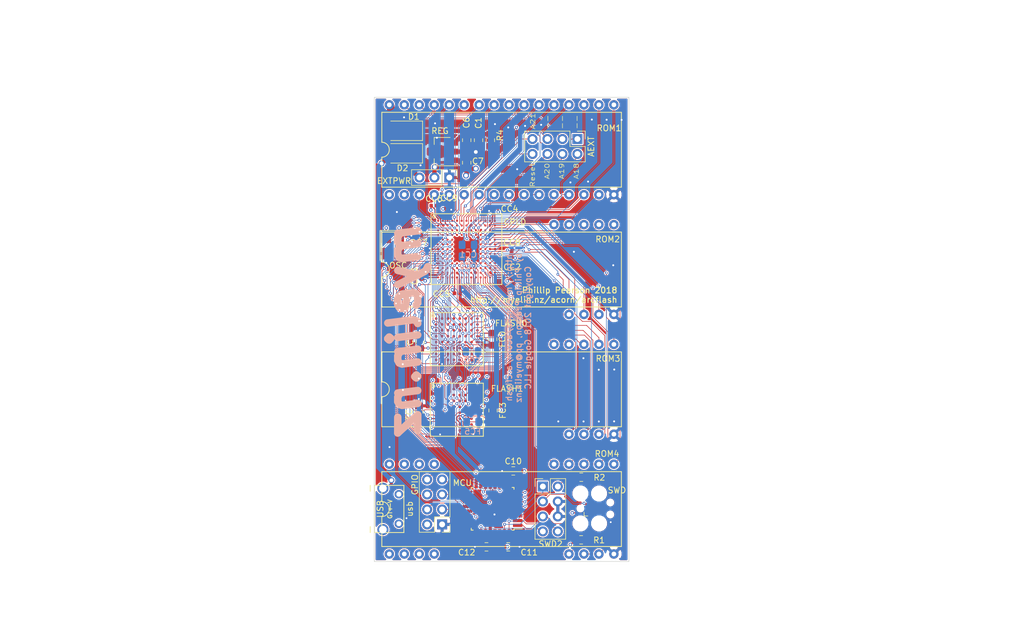
<source format=kicad_pcb>
(kicad_pcb (version 20171130) (host pcbnew "(5.0.1-3-g963ef8bb5)")
  (layers (0 F.Cu signal) (1 In1.Cu signal) (2 In2.Cu signal) (31 B.Cu signal) (34 B.Paste user) (35 F.Paste user) (36 B.SilkS user hide) (37 F.SilkS user) (38 B.Mask user) (39 F.Mask user) (44 Edge.Cuts user))
  (net 0 "")
  (net 1 flash_A3)
  (net 2 flash_A7)
  (net 3 flash_READY)
  (net 4 flash_nWE)
  (net 5 flash_A9)
  (net 6 flash_A13)
  (net 7 flash_A4)
  (net 8 flash_A17)
  (net 9 3V3)
  (net 10 flash_nRESET)
  (net 11 flash_A8)
  (net 12 flash_A12)
  (net 13 flash_A2)
  (net 14 flash_A6)
  (net 15 flash_A18)
  (net 16 flash_A21)
  (net 17 flash_A10)
  (net 18 flash_A14)
  (net 19 flash_A1)
  (net 20 flash_A5)
  (net 21 flash_A20)
  (net 22 flash_A19)
  (net 23 flash_A11)
  (net 24 flash_A15)
  (net 25 flash_A0)
  (net 26 flash_A16)
  (net 27 GND)
  (net 28 flash_nCE)
  (net 29 flash_nOE)
  (net 30 flash0_DQ0)
  (net 31 flash0_DQ2)
  (net 32 flash0_DQ5)
  (net 33 flash0_DQ7)
  (net 34 flash0_DQ8)
  (net 35 flash0_DQ10)
  (net 36 flash0_DQ12)
  (net 37 flash0_DQ14)
  (net 38 flash0_DQ9)
  (net 39 flash0_DQ11)
  (net 40 flash0_DQ13)
  (net 41 flash0_DQ15)
  (net 42 flash0_DQ1)
  (net 43 flash0_DQ3)
  (net 44 flash0_DQ4)
  (net 45 flash0_DQ6)
  (net 46 flash1_DQ6)
  (net 47 flash1_DQ4)
  (net 48 flash1_DQ3)
  (net 49 flash1_DQ1)
  (net 50 flash1_DQ15)
  (net 51 flash1_DQ13)
  (net 52 flash1_DQ11)
  (net 53 flash1_DQ9)
  (net 54 flash1_DQ14)
  (net 55 flash1_DQ12)
  (net 56 flash1_DQ10)
  (net 57 flash1_DQ8)
  (net 58 flash1_DQ7)
  (net 59 flash1_DQ5)
  (net 60 flash1_DQ2)
  (net 61 flash1_DQ0)
  (net 62 5V)
  (net 63 rom_A16)
  (net 64 rom_A15)
  (net 65 rom_A12)
  (net 66 rom_A7)
  (net 67 rom_A6)
  (net 68 rom_nCS)
  (net 69 rom_A5)
  (net 70 rom_A10)
  (net 71 rom_A4)
  (net 72 rom_A3)
  (net 73 rom_A11)
  (net 74 rom_A2)
  (net 75 rom_A9)
  (net 76 rom_A1)
  (net 77 rom_A8)
  (net 78 rom_A0)
  (net 79 rom_A13)
  (net 80 rom_A14)
  (net 81 rom_A17)
  (net 82 rom_A18)
  (net 83 rom_D3)
  (net 84 rom_D4)
  (net 85 rom_D5)
  (net 86 rom_D6)
  (net 87 rom_D7)
  (net 88 rom_D0)
  (net 89 rom_D1)
  (net 90 rom_D2)
  (net 91 rom_D8)
  (net 92 rom_D9)
  (net 93 rom_D10)
  (net 94 rom_D11)
  (net 95 rom_D12)
  (net 96 rom_D13)
  (net 97 rom_D14)
  (net 98 rom_D15)
  (net 99 rom_D23)
  (net 100 rom_D22)
  (net 101 rom_D21)
  (net 102 rom_D20)
  (net 103 rom_D19)
  (net 104 rom_D18)
  (net 105 rom_D17)
  (net 106 rom_D16)
  (net 107 rom_D24)
  (net 108 rom_D25)
  (net 109 rom_D26)
  (net 110 rom_D27)
  (net 111 rom_D28)
  (net 112 rom_D29)
  (net 113 rom_D30)
  (net 114 rom_D31)
  (net 115 cpld_TCK)
  (net 116 cpld_TDO)
  (net 117 cpld_TMS)
  (net 118 cpld_TDI)
  (net 119 VDDCORE)
  (net 120 VUSB)
  (net 121 USBDM)
  (net 122 USBDP)
  (net 123 USB_ID)
  (net 124 mcu_debug_TXD)
  (net 125 mcu_debug_RXD)
  (net 126 mcu_RESET)
  (net 127 mcu_SWCLK)
  (net 128 mcu_SWDIO)
  (net 129 arc_RESET)
  (net 130 rom_A17_ext)
  (net 131 rom_A18_ext)
  (net 132 rom_A16_ext)
  (net 133 rom_A19)
  (net 134 rom_5V)
  (net 135 cpld_MOSI)
  (net 136 cpld_SCK)
  (net 137 cpld_SS)
  (net 138 cpld_MISO)
  (net 139 mcu_GPIO0)
  (net 140 mcu_GPIO1)
  (net 141 mcu_GPIO2)
  (net 142 mcu_GPIO3)
  (net 143 mcu_GPIO4)
  (net 144 mcu_GPIO5)
  (net 145 cpld_clock_from_mcu)
  (net 146 cpld_clock_osc)
  (module Capacitor_SMD:C_0805_2012Metric_Pad1.15x1.40mm_HandSolder (layer F.Cu) (at 147.45 70.775 90)
    (fp_text reference FC1 (at 0 -1.65 90) (layer F.SilkS))
    (fp_text value 100n)
    (pad 2 smd roundrect (at 1.025 0 90) (size 1.15 1.4) (layers F.Cu F.Paste F.Mask) (roundrect_rratio 0.217391) (net 27 GND))
    (pad 1 smd roundrect (at -1.025 0 90) (size 1.15 1.4) (layers F.Cu F.Paste F.Mask) (roundrect_rratio 0.217391) (net 9 3V3))
  )
  (module Capacitor_SMD:C_0402_1005Metric (layer F.Cu) (at 147.69 59.57 90)
    (fp_text reference CC3 (at 0 -1.17 90) (layer F.SilkS))
    (fp_text value 100n)
    (pad 1 smd roundrect (at -0.485 0 90) (size 0.59 0.64) (layers F.Cu F.Paste F.Mask) (net 9 3V3))
    (pad 2 smd roundrect (at 0.485 0 90) (size 0.59 0.64) (layers F.Cu F.Paste F.Mask) (net 27 GND))
  )
  (module myelin-kicad:dip32_rom_data_only (layer F.Cu) (at 170.18 99.06)
    (fp_text reference ROM4 (at 9 -9.38) (layer F.SilkS))
    (fp_text value "ROM header")
    (pad 13 thru_hole circle (at 2.54 7.62) (size 1.6 1.6) (drill 0.8) (layers *.Cu *.Mask) (net 107 rom_D24))
    (pad 14 thru_hole circle (at 5.08 7.62) (size 1.6 1.6) (drill 0.8) (layers *.Cu *.Mask) (net 108 rom_D25))
    (pad 15 thru_hole circle (at 7.62 7.62) (size 1.6 1.6) (drill 0.8) (layers *.Cu *.Mask) (net 109 rom_D26))
    (pad 16 thru_hole circle (at 10.16 7.62) (size 1.6 1.6) (drill 0.8) (layers *.Cu *.Mask) (net 27 GND))
    (pad 17 thru_hole circle (at 10.16 -7.62) (size 1.6 1.6) (drill 0.8) (layers *.Cu *.Mask) (net 110 rom_D27))
    (pad 18 thru_hole circle (at 7.62 -7.62) (size 1.6 1.6) (drill 0.8) (layers *.Cu *.Mask) (net 111 rom_D28))
    (pad 19 thru_hole circle (at 5.08 -7.62) (size 1.6 1.6) (drill 0.8) (layers *.Cu *.Mask) (net 112 rom_D29))
    (pad 20 thru_hole circle (at 2.54 -7.62) (size 1.6 1.6) (drill 0.8) (layers *.Cu *.Mask) (net 113 rom_D30))
    (pad 21 thru_hole circle (at 0 -7.62) (size 1.6 1.6) (drill 0.8) (layers *.Cu *.Mask) (net 114 rom_D31))
  )
  (module Capacitor_SMD:C_0805_2012Metric_Pad1.15x1.40mm_HandSolder (layer F.Cu) (at 162.425 105.47 180)
    (fp_text reference C11 (at -3.545 -0.94 180) (layer F.SilkS))
    (fp_text value 100n)
    (pad 1 smd roundrect (at -1.025 0 180) (size 1.15 1.4) (layers F.Cu F.Paste F.Mask) (roundrect_rratio 0.217391) (net 27 GND))
    (pad 2 smd roundrect (at 1.025 0 180) (size 1.15 1.4) (layers F.Cu F.Paste F.Mask) (roundrect_rratio 0.217391) (net 9 3V3))
  )
  (module myelin-kicad:cypress_lae064_fbga (layer F.Cu) (at 153.69 82.21)
    (fp_text reference FLASH1 (at 8.53472 -3.57668) (layer F.SilkS))
    (fp_text value S29GL064S70DHI010 hide)
    (pad H8 smd circle (at 3.5 3.5) (size 0.45 0.45) (layers F.Cu F.Paste F.Mask) (clearance 0.1639))
    (pad H7 smd circle (at 2.5 3.5) (size 0.45 0.45) (layers F.Cu F.Paste F.Mask) (net 27 GND) (clearance 0.1639))
    (pad H6 smd circle (at 1.5 3.5) (size 0.45 0.45) (layers F.Cu F.Paste F.Mask) (net 46 flash1_DQ6) (clearance 0.1639))
    (pad H5 smd circle (at 0.5 3.5) (size 0.45 0.45) (layers F.Cu F.Paste F.Mask) (net 47 flash1_DQ4) (clearance 0.1639))
    (pad H4 smd circle (at -0.5 3.5) (size 0.45 0.45) (layers F.Cu F.Paste F.Mask) (net 48 flash1_DQ3) (clearance 0.1639))
    (pad H3 smd circle (at -1.5 3.5) (size 0.45 0.45) (layers F.Cu F.Paste F.Mask) (net 49 flash1_DQ1) (clearance 0.1639))
    (pad H2 smd circle (at -2.5 3.5) (size 0.45 0.45) (layers F.Cu F.Paste F.Mask) (net 27 GND) (clearance 0.1639))
    (pad H1 smd circle (at -3.5 3.5) (size 0.45 0.45) (layers F.Cu F.Paste F.Mask) (clearance 0.1639))
    (pad G8 smd circle (at 3.5 2.5) (size 0.45 0.45) (layers F.Cu F.Paste F.Mask) (clearance 0.1639))
    (pad G7 smd circle (at 2.5 2.5) (size 0.45 0.45) (layers F.Cu F.Paste F.Mask) (net 50 flash1_DQ15) (clearance 0.1639))
    (pad G6 smd circle (at 1.5 2.5) (size 0.45 0.45) (layers F.Cu F.Paste F.Mask) (net 51 flash1_DQ13) (clearance 0.1639))
    (pad G5 smd circle (at 0.5 2.5) (size 0.45 0.45) (layers F.Cu F.Paste F.Mask) (net 9 3V3) (clearance 0.1639))
    (pad G4 smd circle (at -0.5 2.5) (size 0.45 0.45) (layers F.Cu F.Paste F.Mask) (net 52 flash1_DQ11) (clearance 0.1639))
    (pad G3 smd circle (at -1.5 2.5) (size 0.45 0.45) (layers F.Cu F.Paste F.Mask) (net 53 flash1_DQ9) (clearance 0.1639))
    (pad G2 smd circle (at -2.5 2.5) (size 0.45 0.45) (layers F.Cu F.Paste F.Mask) (net 29 flash_nOE) (clearance 0.1639))
    (pad G1 smd circle (at -3.5 2.5) (size 0.45 0.45) (layers F.Cu F.Paste F.Mask) (clearance 0.1639))
    (pad F8 smd circle (at 3.5 1.5) (size 0.45 0.45) (layers F.Cu F.Paste F.Mask) (clearance 0.1639))
    (pad F7 smd circle (at 2.5 1.5) (size 0.45 0.45) (layers F.Cu F.Paste F.Mask) (net 9 3V3) (clearance 0.1639))
    (pad F6 smd circle (at 1.5 1.5) (size 0.45 0.45) (layers F.Cu F.Paste F.Mask) (net 54 flash1_DQ14) (clearance 0.1639))
    (pad F5 smd circle (at 0.5 1.5) (size 0.45 0.45) (layers F.Cu F.Paste F.Mask) (net 55 flash1_DQ12) (clearance 0.1639))
    (pad F4 smd circle (at -0.5 1.5) (size 0.45 0.45) (layers F.Cu F.Paste F.Mask) (net 56 flash1_DQ10) (clearance 0.1639))
    (pad F3 smd circle (at -1.5 1.5) (size 0.45 0.45) (layers F.Cu F.Paste F.Mask) (net 57 flash1_DQ8) (clearance 0.1639))
    (pad F2 smd circle (at -2.5 1.5) (size 0.45 0.45) (layers F.Cu F.Paste F.Mask) (net 28 flash_nCE) (clearance 0.1639))
    (pad F1 smd circle (at -3.5 1.5) (size 0.45 0.45) (layers F.Cu F.Paste F.Mask) (net 9 3V3) (clearance 0.1639))
    (pad E8 smd circle (at 3.5 0.5) (size 0.45 0.45) (layers F.Cu F.Paste F.Mask) (net 27 GND) (clearance 0.1639))
    (pad E7 smd circle (at 2.5 0.5) (size 0.45 0.45) (layers F.Cu F.Paste F.Mask) (net 26 flash_A16) (clearance 0.1639))
    (pad E6 smd circle (at 1.5 0.5) (size 0.45 0.45) (layers F.Cu F.Paste F.Mask) (net 58 flash1_DQ7) (clearance 0.1639))
    (pad E5 smd circle (at 0.5 0.5) (size 0.45 0.45) (layers F.Cu F.Paste F.Mask) (net 59 flash1_DQ5) (clearance 0.1639))
    (pad E4 smd circle (at -0.5 0.5) (size 0.45 0.45) (layers F.Cu F.Paste F.Mask) (net 60 flash1_DQ2) (clearance 0.1639))
    (pad E3 smd circle (at -1.5 0.5) (size 0.45 0.45) (layers F.Cu F.Paste F.Mask) (net 61 flash1_DQ0) (clearance 0.1639))
    (pad E2 smd circle (at -2.5 0.5) (size 0.45 0.45) (layers F.Cu F.Paste F.Mask) (net 25 flash_A0) (clearance 0.1639))
    (pad E1 smd circle (at -3.5 0.5) (size 0.45 0.45) (layers F.Cu F.Paste F.Mask) (clearance 0.1639))
    (pad D8 smd circle (at 3.5 -0.5) (size 0.45 0.45) (layers F.Cu F.Paste F.Mask) (net 9 3V3) (clearance 0.1639))
    (pad D7 smd circle (at 2.5 -0.5) (size 0.45 0.45) (layers F.Cu F.Paste F.Mask) (net 24 flash_A15) (clearance 0.1639))
    (pad D6 smd circle (at 1.5 -0.5) (size 0.45 0.45) (layers F.Cu F.Paste F.Mask) (net 23 flash_A11) (clearance 0.1639))
    (pad D5 smd circle (at 0.5 -0.5) (size 0.45 0.45) (layers F.Cu F.Paste F.Mask) (net 22 flash_A19) (clearance 0.1639))
    (pad D4 smd circle (at -0.5 -0.5) (size 0.45 0.45) (layers F.Cu F.Paste F.Mask) (net 21 flash_A20) (clearance 0.1639))
    (pad D3 smd circle (at -1.5 -0.5) (size 0.45 0.45) (layers F.Cu F.Paste F.Mask) (net 20 flash_A5) (clearance 0.1639))
    (pad D2 smd circle (at -2.5 -0.5) (size 0.45 0.45) (layers F.Cu F.Paste F.Mask) (net 19 flash_A1) (clearance 0.1639))
    (pad D1 smd circle (at -3.5 -0.5) (size 0.45 0.45) (layers F.Cu F.Paste F.Mask) (clearance 0.1639))
    (pad C8 smd circle (at 3.5 -1.5) (size 0.45 0.45) (layers F.Cu F.Paste F.Mask) (clearance 0.1639))
    (pad C7 smd circle (at 2.5 -1.5) (size 0.45 0.45) (layers F.Cu F.Paste F.Mask) (net 18 flash_A14) (clearance 0.1639))
    (pad C6 smd circle (at 1.5 -1.5) (size 0.45 0.45) (layers F.Cu F.Paste F.Mask) (net 17 flash_A10) (clearance 0.1639))
    (pad C5 smd circle (at 0.5 -1.5) (size 0.45 0.45) (layers F.Cu F.Paste F.Mask) (net 16 flash_A21) (clearance 0.1639))
    (pad C4 smd circle (at -0.5 -1.5) (size 0.45 0.45) (layers F.Cu F.Paste F.Mask) (net 15 flash_A18) (clearance 0.1639))
    (pad C3 smd circle (at -1.5 -1.5) (size 0.45 0.45) (layers F.Cu F.Paste F.Mask) (net 14 flash_A6) (clearance 0.1639))
    (pad C2 smd circle (at -2.5 -1.5) (size 0.45 0.45) (layers F.Cu F.Paste F.Mask) (net 13 flash_A2) (clearance 0.1639))
    (pad C1 smd circle (at -3.5 -1.5) (size 0.45 0.45) (layers F.Cu F.Paste F.Mask) (clearance 0.1639))
    (pad B8 smd circle (at 3.5 -2.5) (size 0.45 0.45) (layers F.Cu F.Paste F.Mask) (clearance 0.1639))
    (pad B7 smd circle (at 2.5 -2.5) (size 0.45 0.45) (layers F.Cu F.Paste F.Mask) (net 12 flash_A12) (clearance 0.1639))
    (pad B6 smd circle (at 1.5 -2.5) (size 0.45 0.45) (layers F.Cu F.Paste F.Mask) (net 11 flash_A8) (clearance 0.1639))
    (pad B5 smd circle (at 0.5 -2.5) (size 0.45 0.45) (layers F.Cu F.Paste F.Mask) (net 10 flash_nRESET) (clearance 0.1639))
    (pad B4 smd circle (at -0.5 -2.5) (size 0.45 0.45) (layers F.Cu F.Paste F.Mask) (clearance 0.1639))
    (pad B3 smd circle (at -1.5 -2.5) (size 0.45 0.45) (layers F.Cu F.Paste F.Mask) (net 8 flash_A17) (clearance 0.1639))
    (pad B2 smd circle (at -2.5 -2.5) (size 0.45 0.45) (layers F.Cu F.Paste F.Mask) (net 7 flash_A4) (clearance 0.1639))
    (pad B1 smd circle (at -3.5 -2.5) (size 0.45 0.45) (layers F.Cu F.Paste F.Mask) (clearance 0.1639))
    (pad A8 smd circle (at 3.5 -3.5) (size 0.45 0.45) (layers F.Cu F.Paste F.Mask) (clearance 0.1639))
    (pad A7 smd circle (at 2.5 -3.5) (size 0.45 0.45) (layers F.Cu F.Paste F.Mask) (net 6 flash_A13) (clearance 0.1639))
    (pad A6 smd circle (at 1.5 -3.5) (size 0.45 0.45) (layers F.Cu F.Paste F.Mask) (net 5 flash_A9) (clearance 0.1639))
    (pad A5 smd circle (at 0.5 -3.5) (size 0.45 0.45) (layers F.Cu F.Paste F.Mask) (net 4 flash_nWE) (clearance 0.1639))
    (pad A4 smd circle (at -0.5 -3.5) (size 0.45 0.45) (layers F.Cu F.Paste F.Mask) (net 3 flash_READY) (clearance 0.1639))
    (pad A3 smd circle (at -1.5 -3.5) (size 0.45 0.45) (layers F.Cu F.Paste F.Mask) (net 2 flash_A7) (clearance 0.1639))
    (pad A2 smd circle (at -2.5 -3.5) (size 0.45 0.45) (layers F.Cu F.Paste F.Mask) (net 1 flash_A3) (clearance 0.1639))
    (pad A1 smd circle (at -3.5 -3.5) (size 0.45 0.45) (layers F.Cu F.Paste F.Mask) (clearance 0.1639))
  )
  (module myelin-kicad:xilinx_csg144 (layer F.Cu) (at 155.33 54.96)
    (fp_text reference CPLD (at 8.22314 -4.58418) (layer F.SilkS))
    (fp_text value XC95144XL-10CSG144 hide)
    (pad N13 smd circle (at 4.8 4.8) (size 0.35 0.35) (layers F.Cu F.Paste F.Mask) (net 9 3V3) (clearance 0.127))
    (pad N12 smd circle (at 4 4.8) (size 0.35 0.35) (layers F.Cu F.Paste F.Mask) (net 51 flash1_DQ13) (clearance 0.127))
    (pad N11 smd circle (at 3.2 4.8) (size 0.35 0.35) (layers F.Cu F.Paste F.Mask) (net 44 flash0_DQ4) (clearance 0.127))
    (pad N10 smd circle (at 2.4 4.8) (size 0.35 0.35) (layers F.Cu F.Paste F.Mask) (net 117 cpld_TMS) (clearance 0.127))
    (pad N9 smd circle (at 1.6 4.8) (size 0.35 0.35) (layers F.Cu F.Paste F.Mask) (net 45 flash0_DQ6) (clearance 0.127))
    (pad N8 smd circle (at 0.8 4.8) (size 0.35 0.35) (layers F.Cu F.Paste F.Mask) (net 40 flash0_DQ13) (clearance 0.127))
    (pad N7 smd circle (at 0 4.8) (size 0.35 0.35) (layers F.Cu F.Paste F.Mask) (net 24 flash_A15) (clearance 0.127))
    (pad N6 smd circle (at -0.8 4.8) (size 0.35 0.35) (layers F.Cu F.Paste F.Mask) (net 11 flash_A8) (clearance 0.127))
    (pad N5 smd circle (at -1.6 4.8) (size 0.35 0.35) (layers F.Cu F.Paste F.Mask) (net 17 flash_A10) (clearance 0.127))
    (pad N4 smd circle (at -2.4 4.8) (size 0.35 0.35) (layers F.Cu F.Paste F.Mask) (net 4 flash_nWE) (clearance 0.127))
    (pad N3 smd circle (at -3.2 4.8) (size 0.35 0.35) (layers F.Cu F.Paste F.Mask) (net 20 flash_A5) (clearance 0.127))
    (pad N2 smd circle (at -4 4.8) (size 0.35 0.35) (layers F.Cu F.Paste F.Mask) (net 145 cpld_clock_from_mcu) (clearance 0.127))
    (pad N1 smd circle (at -4.8 4.8) (size 0.35 0.35) (layers F.Cu F.Paste F.Mask) (net 9 3V3) (clearance 0.127))
    (pad M13 smd circle (at 4.8 4) (size 0.35 0.35) (layers F.Cu F.Paste F.Mask) (net 114 rom_D31) (clearance 0.127))
    (pad M12 smd circle (at 4 4) (size 0.35 0.35) (layers F.Cu F.Paste F.Mask) (net 27 GND) (clearance 0.127))
    (pad M11 smd circle (at 3.2 4) (size 0.35 0.35) (layers F.Cu F.Paste F.Mask) (net 50 flash1_DQ15) (clearance 0.127))
    (pad M10 smd circle (at 2.4 4) (size 0.35 0.35) (layers F.Cu F.Paste F.Mask) (net 35 flash0_DQ10) (clearance 0.127))
    (pad M9 smd circle (at 1.6 4) (size 0.35 0.35) (layers F.Cu F.Paste F.Mask) (net 27 GND) (clearance 0.127))
    (pad M8 smd circle (at 0.8 4) (size 0.35 0.35) (layers F.Cu F.Paste F.Mask) (net 36 flash0_DQ12) (clearance 0.127))
    (pad M7 smd circle (at 0 4) (size 0.35 0.35) (layers F.Cu F.Paste F.Mask) (net 26 flash_A16) (clearance 0.127))
    (pad M6 smd circle (at -0.8 4) (size 0.35 0.35) (layers F.Cu F.Paste F.Mask) (net 12 flash_A12) (clearance 0.127))
    (pad M5 smd circle (at -1.6 4) (size 0.35 0.35) (layers F.Cu F.Paste F.Mask) (net 27 GND) (clearance 0.127))
    (pad M4 smd circle (at -2.4 4) (size 0.35 0.35) (layers F.Cu F.Paste F.Mask) (net 13 flash_A2) (clearance 0.127))
    (pad M3 smd circle (at -3.2 4) (size 0.35 0.35) (layers F.Cu F.Paste F.Mask) (net 19 flash_A1) (clearance 0.127))
    (pad M2 smd circle (at -4 4) (size 0.35 0.35) (layers F.Cu F.Paste F.Mask) (net 27 GND) (clearance 0.127))
    (pad M1 smd circle (at -4.8 4) (size 0.35 0.35) (layers F.Cu F.Paste F.Mask) (net 135 cpld_MOSI) (clearance 0.127))
    (pad L13 smd circle (at 4.8 3.2) (size 0.35 0.35) (layers F.Cu F.Paste F.Mask) (net 100 rom_D22) (clearance 0.127))
    (pad L12 smd circle (at 4 3.2) (size 0.35 0.35) (layers F.Cu F.Paste F.Mask) (net 99 rom_D23) (clearance 0.127))
    (pad L11 smd circle (at 3.2 3.2) (size 0.35 0.35) (layers F.Cu F.Paste F.Mask) (net 55 flash1_DQ12) (clearance 0.127))
    (pad L10 smd circle (at 2.4 3.2) (size 0.35 0.35) (layers F.Cu F.Paste F.Mask) (net 115 cpld_TCK) (clearance 0.127))
    (pad L9 smd circle (at 1.6 3.2) (size 0.35 0.35) (layers F.Cu F.Paste F.Mask) (net 118 cpld_TDI) (clearance 0.127))
    (pad L8 smd circle (at 0.8 3.2) (size 0.35 0.35) (layers F.Cu F.Paste F.Mask) (net 41 flash0_DQ15) (clearance 0.127))
    (pad L7 smd circle (at 0 3.2) (size 0.35 0.35) (layers F.Cu F.Paste F.Mask) (net 9 3V3) (clearance 0.127))
    (pad L6 smd circle (at -0.8 3.2) (size 0.35 0.35) (layers F.Cu F.Paste F.Mask) (net 33 flash0_DQ7) (clearance 0.127))
    (pad L5 smd circle (at -1.6 3.2) (size 0.35 0.35) (layers F.Cu F.Paste F.Mask) (net 6 flash_A13) (clearance 0.127))
    (pad L4 smd circle (at -2.4 3.2) (size 0.35 0.35) (layers F.Cu F.Paste F.Mask) (net 9 3V3) (clearance 0.127))
    (pad L3 smd circle (at -3.2 3.2) (size 0.35 0.35) (layers F.Cu F.Paste F.Mask) (net 8 flash_A17) (clearance 0.127))
    (pad L2 smd circle (at -4 3.2) (size 0.35 0.35) (layers F.Cu F.Paste F.Mask) (net 138 cpld_MISO) (clearance 0.127))
    (pad L1 smd circle (at -4.8 3.2) (size 0.35 0.35) (layers F.Cu F.Paste F.Mask) (net 136 cpld_SCK) (clearance 0.127))
    (pad K13 smd circle (at 4.8 2.4) (size 0.35 0.35) (layers F.Cu F.Paste F.Mask) (net 101 rom_D21) (clearance 0.127))
    (pad K12 smd circle (at 4 2.4) (size 0.35 0.35) (layers F.Cu F.Paste F.Mask) (net 112 rom_D29) (clearance 0.127))
    (pad K11 smd circle (at 3.2 2.4) (size 0.35 0.35) (layers F.Cu F.Paste F.Mask) (net 113 rom_D30) (clearance 0.127))
    (pad K10 smd circle (at 2.4 2.4) (size 0.35 0.35) (layers F.Cu F.Paste F.Mask) (net 46 flash1_DQ6) (clearance 0.127))
    (pad K9 smd circle (at 1.6 2.4) (size 0.35 0.35) (layers F.Cu F.Paste F.Mask) (net 54 flash1_DQ14) (clearance 0.127))
    (pad K8 smd circle (at 0.8 2.4) (size 0.35 0.35) (layers F.Cu F.Paste F.Mask) (net 58 flash1_DQ7) (clearance 0.127))
    (pad K7 smd circle (at 0 2.4) (size 0.35 0.35) (layers F.Cu F.Paste F.Mask) (net 37 flash0_DQ14) (clearance 0.127))
    (pad K6 smd circle (at -0.8 2.4) (size 0.35 0.35) (layers F.Cu F.Paste F.Mask) (net 18 flash_A14) (clearance 0.127))
    (pad K5 smd circle (at -1.6 2.4) (size 0.35 0.35) (layers F.Cu F.Paste F.Mask) (net 5 flash_A9) (clearance 0.127))
    (pad K4 smd circle (at -2.4 2.4) (size 0.35 0.35) (layers F.Cu F.Paste F.Mask) (net 23 flash_A11) (clearance 0.127))
    (pad K3 smd circle (at -3.2 2.4) (size 0.35 0.35) (layers F.Cu F.Paste F.Mask) (net 137 cpld_SS) (clearance 0.127))
    (pad K2 smd circle (at -4 2.4) (size 0.35 0.35) (layers F.Cu F.Paste F.Mask) (net 146 cpld_clock_osc) (clearance 0.127))
    (pad K1 smd circle (at -4.8 2.4) (size 0.35 0.35) (layers F.Cu F.Paste F.Mask) (net 27 GND) (clearance 0.127))
    (pad J13 smd circle (at 4.8 1.6) (size 0.35 0.35) (layers F.Cu F.Paste F.Mask) (net 9 3V3) (clearance 0.127))
    (pad J12 smd circle (at 4 1.6) (size 0.35 0.35) (layers F.Cu F.Paste F.Mask) (net 110 rom_D27) (clearance 0.127))
    (pad J11 smd circle (at 3.2 1.6) (size 0.35 0.35) (layers F.Cu F.Paste F.Mask) (net 47 flash1_DQ4) (clearance 0.127))
    (pad J10 smd circle (at 2.4 1.6) (size 0.35 0.35) (layers F.Cu F.Paste F.Mask) (net 56 flash1_DQ10) (clearance 0.127))
    (pad J4 smd circle (at -2.4 1.6) (size 0.35 0.35) (layers F.Cu F.Paste F.Mask) (net 22 flash_A19) (clearance 0.127))
    (pad J3 smd circle (at -3.2 1.6) (size 0.35 0.35) (layers F.Cu F.Paste F.Mask) (net 21 flash_A20) (clearance 0.127))
    (pad J2 smd circle (at -4 1.6) (size 0.35 0.35) (layers F.Cu F.Paste F.Mask) (net 30 flash0_DQ0) (clearance 0.127))
    (pad J1 smd circle (at -4.8 1.6) (size 0.35 0.35) (layers F.Cu F.Paste F.Mask) (net 28 flash_nCE) (clearance 0.127))
    (pad H13 smd circle (at 4.8 0.8) (size 0.35 0.35) (layers F.Cu F.Paste F.Mask) (net 107 rom_D24) (clearance 0.127))
    (pad H12 smd circle (at 4 0.8) (size 0.35 0.35) (layers F.Cu F.Paste F.Mask) (net 91 rom_D8) (clearance 0.127))
    (pad H11 smd circle (at 3.2 0.8) (size 0.35 0.35) (layers F.Cu F.Paste F.Mask) (net 111 rom_D28) (clearance 0.127))
    (pad H10 smd circle (at 2.4 0.8) (size 0.35 0.35) (layers F.Cu F.Paste F.Mask) (net 106 rom_D16) (clearance 0.127))
    (pad H4 smd circle (at -2.4 0.8) (size 0.35 0.35) (layers F.Cu F.Paste F.Mask) (net 16 flash_A21) (clearance 0.127))
    (pad H3 smd circle (at -3.2 0.8) (size 0.35 0.35) (layers F.Cu F.Paste F.Mask) (net 15 flash_A18) (clearance 0.127))
    (pad H2 smd circle (at -4 0.8) (size 0.35 0.35) (layers F.Cu F.Paste F.Mask) (net 34 flash0_DQ8) (clearance 0.127))
    (pad H1 smd circle (at -4.8 0.8) (size 0.35 0.35) (layers F.Cu F.Paste F.Mask) (net 31 flash0_DQ2) (clearance 0.127))
    (pad G13 smd circle (at 4.8 0) (size 0.35 0.35) (layers F.Cu F.Paste F.Mask) (net 27 GND) (clearance 0.127))
    (pad G12 smd circle (at 4 0) (size 0.35 0.35) (layers F.Cu F.Paste F.Mask) (net 27 GND) (clearance 0.127))
    (pad G11 smd circle (at 3.2 0) (size 0.35 0.35) (layers F.Cu F.Paste F.Mask) (net 109 rom_D26) (clearance 0.127))
    (pad G10 smd circle (at 2.4 0) (size 0.35 0.35) (layers F.Cu F.Paste F.Mask) (net 92 rom_D9) (clearance 0.127))
    (pad G4 smd circle (at -2.4 0) (size 0.35 0.35) (layers F.Cu F.Paste F.Mask) (net 25 flash_A0) (clearance 0.127))
    (pad G3 smd circle (at -3.2 0) (size 0.35 0.35) (layers F.Cu F.Paste F.Mask) (net 2 flash_A7) (clearance 0.127))
    (pad G2 smd circle (at -4 0) (size 0.35 0.35) (layers F.Cu F.Paste F.Mask) (net 38 flash0_DQ9) (clearance 0.127))
    (pad G1 smd circle (at -4.8 0) (size 0.35 0.35) (layers F.Cu F.Paste F.Mask) (net 27 GND) (clearance 0.127))
    (pad F13 smd circle (at 4.8 -0.8) (size 0.35 0.35) (layers F.Cu F.Paste F.Mask) (net 94 rom_D11) (clearance 0.127))
    (pad F12 smd circle (at 4 -0.8) (size 0.35 0.35) (layers F.Cu F.Paste F.Mask) (net 95 rom_D12) (clearance 0.127))
    (pad F11 smd circle (at 3.2 -0.8) (size 0.35 0.35) (layers F.Cu F.Paste F.Mask) (net 105 rom_D17) (clearance 0.127))
    (pad F10 smd circle (at 2.4 -0.8) (size 0.35 0.35) (layers F.Cu F.Paste F.Mask) (net 102 rom_D20) (clearance 0.127))
    (pad F4 smd circle (at -2.4 -0.8) (size 0.35 0.35) (layers F.Cu F.Paste F.Mask) (net 14 flash_A6) (clearance 0.127))
    (pad F3 smd circle (at -3.2 -0.8) (size 0.35 0.35) (layers F.Cu F.Paste F.Mask) (net 1 flash_A3) (clearance 0.127))
    (pad F2 smd circle (at -4 -0.8) (size 0.35 0.35) (layers F.Cu F.Paste F.Mask) (net 61 flash1_DQ0) (clearance 0.127))
    (pad F1 smd circle (at -4.8 -0.8) (size 0.35 0.35) (layers F.Cu F.Paste F.Mask) (net 42 flash0_DQ1) (clearance 0.127))
    (pad E13 smd circle (at 4.8 -1.6) (size 0.35 0.35) (layers F.Cu F.Paste F.Mask) (net 96 rom_D13) (clearance 0.127))
    (pad E12 smd circle (at 4 -1.6) (size 0.35 0.35) (layers F.Cu F.Paste F.Mask) (net 97 rom_D14) (clearance 0.127))
    (pad E11 smd circle (at 3.2 -1.6) (size 0.35 0.35) (layers F.Cu F.Paste F.Mask) (net 27 GND) (clearance 0.127))
    (pad E10 smd circle (at 2.4 -1.6) (size 0.35 0.35) (layers F.Cu F.Paste F.Mask) (net 104 rom_D18) (clearance 0.127))
    (pad E4 smd circle (at -2.4 -1.6) (size 0.35 0.35) (layers F.Cu F.Paste F.Mask) (net 7 flash_A4) (clearance 0.127))
    (pad E3 smd circle (at -3.2 -1.6) (size 0.35 0.35) (layers F.Cu F.Paste F.Mask) (net 29 flash_nOE) (clearance 0.127))
    (pad E2 smd circle (at -4 -1.6) (size 0.35 0.35) (layers F.Cu F.Paste F.Mask) (net 57 flash1_DQ8) (clearance 0.127))
    (pad E1 smd circle (at -4.8 -1.6) (size 0.35 0.35) (layers F.Cu F.Paste F.Mask) (net 60 flash1_DQ2) (clearance 0.127))
    (pad D13 smd circle (at 4.8 -2.4) (size 0.35 0.35) (layers F.Cu F.Paste F.Mask) (net 98 rom_D15) (clearance 0.127))
    (pad D12 smd circle (at 4 -2.4) (size 0.35 0.35) (layers F.Cu F.Paste F.Mask) (net 90 rom_D2) (clearance 0.127))
    (pad D11 smd circle (at 3.2 -2.4) (size 0.35 0.35) (layers F.Cu F.Paste F.Mask) (net 88 rom_D0) (clearance 0.127))
    (pad D10 smd circle (at 2.4 -2.4) (size 0.35 0.35) (layers F.Cu F.Paste F.Mask) (net 108 rom_D25) (clearance 0.127))
    (pad D9 smd circle (at 1.6 -2.4) (size 0.35 0.35) (layers F.Cu F.Paste F.Mask) (net 93 rom_D10) (clearance 0.127))
    (pad D8 smd circle (at 0.8 -2.4) (size 0.35 0.35) (layers F.Cu F.Paste F.Mask) (net 83 rom_D3) (clearance 0.127))
    (pad D7 smd circle (at 0 -2.4) (size 0.35 0.35) (layers F.Cu F.Paste F.Mask) (net 84 rom_D4) (clearance 0.127))
    (pad D6 smd circle (at -0.8 -2.4) (size 0.35 0.35) (layers F.Cu F.Paste F.Mask) (net 65 rom_A12) (clearance 0.127))
    (pad D5 smd circle (at -1.6 -2.4) (size 0.35 0.35) (layers F.Cu F.Paste F.Mask) (net 32 flash0_DQ5) (clearance 0.127))
    (pad D4 smd circle (at -2.4 -2.4) (size 0.35 0.35) (layers F.Cu F.Paste F.Mask) (net 39 flash0_DQ11) (clearance 0.127))
    (pad D3 smd circle (at -3.2 -2.4) (size 0.35 0.35) (layers F.Cu F.Paste F.Mask) (net 43 flash0_DQ3) (clearance 0.127))
    (pad D2 smd circle (at -4 -2.4) (size 0.35 0.35) (layers F.Cu F.Paste F.Mask) (net 53 flash1_DQ9) (clearance 0.127))
    (pad D1 smd circle (at -4.8 -2.4) (size 0.35 0.35) (layers F.Cu F.Paste F.Mask) (net 9 3V3) (clearance 0.127))
    (pad C13 smd circle (at 4.8 -3.2) (size 0.35 0.35) (layers F.Cu F.Paste F.Mask) (net 89 rom_D1) (clearance 0.127))
    (pad C12 smd circle (at 4 -3.2) (size 0.35 0.35) (layers F.Cu F.Paste F.Mask) (net 76 rom_A1) (clearance 0.127))
    (pad C11 smd circle (at 3.2 -3.2) (size 0.35 0.35) (layers F.Cu F.Paste F.Mask) (net 74 rom_A2) (clearance 0.127))
    (pad C10 smd circle (at 2.4 -3.2) (size 0.35 0.35) (layers F.Cu F.Paste F.Mask) (net 27 GND) (clearance 0.127))
    (pad C9 smd circle (at 1.6 -3.2) (size 0.35 0.35) (layers F.Cu F.Paste F.Mask) (net 103 rom_D19) (clearance 0.127))
    (pad C8 smd circle (at 0.8 -3.2) (size 0.35 0.35) (layers F.Cu F.Paste F.Mask) (net 116 cpld_TDO) (clearance 0.127))
    (pad C7 smd circle (at 0 -3.2) (size 0.35 0.35) (layers F.Cu F.Paste F.Mask) (net 9 3V3) (clearance 0.127))
    (pad C6 smd circle (at -0.8 -3.2) (size 0.35 0.35) (layers F.Cu F.Paste F.Mask) (net 68 rom_nCS) (clearance 0.127))
    (pad C5 smd circle (at -1.6 -3.2) (size 0.35 0.35) (layers F.Cu F.Paste F.Mask) (net 80 rom_A14) (clearance 0.127))
    (pad C4 smd circle (at -2.4 -3.2) (size 0.35 0.35) (layers F.Cu F.Paste F.Mask) (net 64 rom_A15) (clearance 0.127))
    (pad C3 smd circle (at -3.2 -3.2) (size 0.35 0.35) (layers F.Cu F.Paste F.Mask) (net 52 flash1_DQ11) (clearance 0.127))
    (pad C2 smd circle (at -4 -3.2) (size 0.35 0.35) (layers F.Cu F.Paste F.Mask) (net 59 flash1_DQ5) (clearance 0.127))
    (pad C1 smd circle (at -4.8 -3.2) (size 0.35 0.35) (layers F.Cu F.Paste F.Mask) (net 49 flash1_DQ1) (clearance 0.127))
    (pad B13 smd circle (at 4.8 -4) (size 0.35 0.35) (layers F.Cu F.Paste F.Mask) (net 78 rom_A0) (clearance 0.127))
    (pad B12 smd circle (at 4 -4) (size 0.35 0.35) (layers F.Cu F.Paste F.Mask) (net 27 GND) (clearance 0.127))
    (pad B11 smd circle (at 3.2 -4) (size 0.35 0.35) (layers F.Cu F.Paste F.Mask) (net 71 rom_A4) (clearance 0.127))
    (pad B10 smd circle (at 2.4 -4) (size 0.35 0.35) (layers F.Cu F.Paste F.Mask) (net 87 rom_D7) (clearance 0.127))
    (pad B9 smd circle (at 1.6 -4) (size 0.35 0.35) (layers F.Cu F.Paste F.Mask) (net 81 rom_A17) (clearance 0.127))
    (pad B8 smd circle (at 0.8 -4) (size 0.35 0.35) (layers F.Cu F.Paste F.Mask) (net 27 GND) (clearance 0.127))
    (pad B7 smd circle (at 0 -4) (size 0.35 0.35) (layers F.Cu F.Paste F.Mask) (net 82 rom_A18) (clearance 0.127))
    (pad B6 smd circle (at -0.8 -4) (size 0.35 0.35) (layers F.Cu F.Paste F.Mask) (net 67 rom_A6) (clearance 0.127))
    (pad B5 smd circle (at -1.6 -4) (size 0.35 0.35) (layers F.Cu F.Paste F.Mask) (net 75 rom_A9) (clearance 0.127))
    (pad B4 smd circle (at -2.4 -4) (size 0.35 0.35) (layers F.Cu F.Paste F.Mask) (net 77 rom_A8) (clearance 0.127))
    (pad B3 smd circle (at -3.2 -4) (size 0.35 0.35) (layers F.Cu F.Paste F.Mask) (net 9 3V3) (clearance 0.127))
    (pad B2 smd circle (at -4 -4) (size 0.35 0.35) (layers F.Cu F.Paste F.Mask) (net 27 GND) (clearance 0.127))
    (pad B1 smd circle (at -4.8 -4) (size 0.35 0.35) (layers F.Cu F.Paste F.Mask) (net 48 flash1_DQ3) (clearance 0.127))
    (pad A13 smd circle (at 4.8 -4.8) (size 0.35 0.35) (layers F.Cu F.Paste F.Mask) (net 9 3V3) (clearance 0.127))
    (pad A12 smd circle (at 4 -4.8) (size 0.35 0.35) (layers F.Cu F.Paste F.Mask) (net 85 rom_D5) (clearance 0.127))
    (pad A11 smd circle (at 3.2 -4.8) (size 0.35 0.35) (layers F.Cu F.Paste F.Mask) (net 72 rom_A3) (clearance 0.127))
    (pad A10 smd circle (at 2.4 -4.8) (size 0.35 0.35) (layers F.Cu F.Paste F.Mask) (net 86 rom_D6) (clearance 0.127))
    (pad A9 smd circle (at 1.6 -4.8) (size 0.35 0.35) (layers F.Cu F.Paste F.Mask) (net 63 rom_A16) (clearance 0.127))
    (pad A8 smd circle (at 0.8 -4.8) (size 0.35 0.35) (layers F.Cu F.Paste F.Mask) (net 69 rom_A5) (clearance 0.127))
    (pad A7 smd circle (at 0 -4.8) (size 0.35 0.35) (layers F.Cu F.Paste F.Mask) (net 129 arc_RESET) (clearance 0.127))
    (pad A6 smd circle (at -0.8 -4.8) (size 0.35 0.35) (layers F.Cu F.Paste F.Mask) (net 70 rom_A10) (clearance 0.127))
    (pad A5 smd circle (at -1.6 -4.8) (size 0.35 0.35) (layers F.Cu F.Paste F.Mask) (net 73 rom_A11) (clearance 0.127))
    (pad A4 smd circle (at -2.4 -4.8) (size 0.35 0.35) (layers F.Cu F.Paste F.Mask) (net 133 rom_A19) (clearance 0.127))
    (pad A3 smd circle (at -3.2 -4.8) (size 0.35 0.35) (layers F.Cu F.Paste F.Mask) (net 66 rom_A7) (clearance 0.127))
    (pad A2 smd circle (at -4 -4.8) (size 0.35 0.35) (layers F.Cu F.Paste F.Mask) (net 79 rom_A13) (clearance 0.127))
    (pad A1 smd circle (at -4.8 -4.8) (size 0.35 0.35) (layers F.Cu F.Paste F.Mask) (net 9 3V3) (clearance 0.127))
  )
  (module myelin-kicad:cypress_lae064_fbga (layer F.Cu) (at 153.69 70.24)
    (fp_text reference FLASH0 (at 9.23068 -2.70394) (layer F.SilkS))
    (fp_text value S29GL064S70DHI010 hide)
    (pad A1 smd circle (at -3.5 -3.5) (size 0.45 0.45) (layers F.Cu F.Paste F.Mask) (clearance 0.1639))
    (pad A2 smd circle (at -2.5 -3.5) (size 0.45 0.45) (layers F.Cu F.Paste F.Mask) (net 1 flash_A3) (clearance 0.1639))
    (pad A3 smd circle (at -1.5 -3.5) (size 0.45 0.45) (layers F.Cu F.Paste F.Mask) (net 2 flash_A7) (clearance 0.1639))
    (pad A4 smd circle (at -0.5 -3.5) (size 0.45 0.45) (layers F.Cu F.Paste F.Mask) (net 3 flash_READY) (clearance 0.1639))
    (pad A5 smd circle (at 0.5 -3.5) (size 0.45 0.45) (layers F.Cu F.Paste F.Mask) (net 4 flash_nWE) (clearance 0.1639))
    (pad A6 smd circle (at 1.5 -3.5) (size 0.45 0.45) (layers F.Cu F.Paste F.Mask) (net 5 flash_A9) (clearance 0.1639))
    (pad A7 smd circle (at 2.5 -3.5) (size 0.45 0.45) (layers F.Cu F.Paste F.Mask) (net 6 flash_A13) (clearance 0.1639))
    (pad A8 smd circle (at 3.5 -3.5) (size 0.45 0.45) (layers F.Cu F.Paste F.Mask) (clearance 0.1639))
    (pad B1 smd circle (at -3.5 -2.5) (size 0.45 0.45) (layers F.Cu F.Paste F.Mask) (clearance 0.1639))
    (pad B2 smd circle (at -2.5 -2.5) (size 0.45 0.45) (layers F.Cu F.Paste F.Mask) (net 7 flash_A4) (clearance 0.1639))
    (pad B3 smd circle (at -1.5 -2.5) (size 0.45 0.45) (layers F.Cu F.Paste F.Mask) (net 8 flash_A17) (clearance 0.1639))
    (pad B4 smd circle (at -0.5 -2.5) (size 0.45 0.45) (layers F.Cu F.Paste F.Mask) (clearance 0.1639))
    (pad B5 smd circle (at 0.5 -2.5) (size 0.45 0.45) (layers F.Cu F.Paste F.Mask) (net 10 flash_nRESET) (clearance 0.1639))
    (pad B6 smd circle (at 1.5 -2.5) (size 0.45 0.45) (layers F.Cu F.Paste F.Mask) (net 11 flash_A8) (clearance 0.1639))
    (pad B7 smd circle (at 2.5 -2.5) (size 0.45 0.45) (layers F.Cu F.Paste F.Mask) (net 12 flash_A12) (clearance 0.1639))
    (pad B8 smd circle (at 3.5 -2.5) (size 0.45 0.45) (layers F.Cu F.Paste F.Mask) (clearance 0.1639))
    (pad C1 smd circle (at -3.5 -1.5) (size 0.45 0.45) (layers F.Cu F.Paste F.Mask) (clearance 0.1639))
    (pad C2 smd circle (at -2.5 -1.5) (size 0.45 0.45) (layers F.Cu F.Paste F.Mask) (net 13 flash_A2) (clearance 0.1639))
    (pad C3 smd circle (at -1.5 -1.5) (size 0.45 0.45) (layers F.Cu F.Paste F.Mask) (net 14 flash_A6) (clearance 0.1639))
    (pad C4 smd circle (at -0.5 -1.5) (size 0.45 0.45) (layers F.Cu F.Paste F.Mask) (net 15 flash_A18) (clearance 0.1639))
    (pad C5 smd circle (at 0.5 -1.5) (size 0.45 0.45) (layers F.Cu F.Paste F.Mask) (net 16 flash_A21) (clearance 0.1639))
    (pad C6 smd circle (at 1.5 -1.5) (size 0.45 0.45) (layers F.Cu F.Paste F.Mask) (net 17 flash_A10) (clearance 0.1639))
    (pad C7 smd circle (at 2.5 -1.5) (size 0.45 0.45) (layers F.Cu F.Paste F.Mask) (net 18 flash_A14) (clearance 0.1639))
    (pad C8 smd circle (at 3.5 -1.5) (size 0.45 0.45) (layers F.Cu F.Paste F.Mask) (clearance 0.1639))
    (pad D1 smd circle (at -3.5 -0.5) (size 0.45 0.45) (layers F.Cu F.Paste F.Mask) (clearance 0.1639))
    (pad D2 smd circle (at -2.5 -0.5) (size 0.45 0.45) (layers F.Cu F.Paste F.Mask) (net 19 flash_A1) (clearance 0.1639))
    (pad D3 smd circle (at -1.5 -0.5) (size 0.45 0.45) (layers F.Cu F.Paste F.Mask) (net 20 flash_A5) (clearance 0.1639))
    (pad D4 smd circle (at -0.5 -0.5) (size 0.45 0.45) (layers F.Cu F.Paste F.Mask) (net 21 flash_A20) (clearance 0.1639))
    (pad D5 smd circle (at 0.5 -0.5) (size 0.45 0.45) (layers F.Cu F.Paste F.Mask) (net 22 flash_A19) (clearance 0.1639))
    (pad D6 smd circle (at 1.5 -0.5) (size 0.45 0.45) (layers F.Cu F.Paste F.Mask) (net 23 flash_A11) (clearance 0.1639))
    (pad D7 smd circle (at 2.5 -0.5) (size 0.45 0.45) (layers F.Cu F.Paste F.Mask) (net 24 flash_A15) (clearance 0.1639))
    (pad D8 smd circle (at 3.5 -0.5) (size 0.45 0.45) (layers F.Cu F.Paste F.Mask) (net 9 3V3) (clearance 0.1639))
    (pad E1 smd circle (at -3.5 0.5) (size 0.45 0.45) (layers F.Cu F.Paste F.Mask) (clearance 0.1639))
    (pad E2 smd circle (at -2.5 0.5) (size 0.45 0.45) (layers F.Cu F.Paste F.Mask) (net 25 flash_A0) (clearance 0.1639))
    (pad E3 smd circle (at -1.5 0.5) (size 0.45 0.45) (layers F.Cu F.Paste F.Mask) (net 30 flash0_DQ0) (clearance 0.1639))
    (pad E4 smd circle (at -0.5 0.5) (size 0.45 0.45) (layers F.Cu F.Paste F.Mask) (net 31 flash0_DQ2) (clearance 0.1639))
    (pad E5 smd circle (at 0.5 0.5) (size 0.45 0.45) (layers F.Cu F.Paste F.Mask) (net 32 flash0_DQ5) (clearance 0.1639))
    (pad E6 smd circle (at 1.5 0.5) (size 0.45 0.45) (layers F.Cu F.Paste F.Mask) (net 33 flash0_DQ7) (clearance 0.1639))
    (pad E7 smd circle (at 2.5 0.5) (size 0.45 0.45) (layers F.Cu F.Paste F.Mask) (net 26 flash_A16) (clearance 0.1639))
    (pad E8 smd circle (at 3.5 0.5) (size 0.45 0.45) (layers F.Cu F.Paste F.Mask) (net 27 GND) (clearance 0.1639))
    (pad F1 smd circle (at -3.5 1.5) (size 0.45 0.45) (layers F.Cu F.Paste F.Mask) (net 9 3V3) (clearance 0.1639))
    (pad F2 smd circle (at -2.5 1.5) (size 0.45 0.45) (layers F.Cu F.Paste F.Mask) (net 28 flash_nCE) (clearance 0.1639))
    (pad F3 smd circle (at -1.5 1.5) (size 0.45 0.45) (layers F.Cu F.Paste F.Mask) (net 34 flash0_DQ8) (clearance 0.1639))
    (pad F4 smd circle (at -0.5 1.5) (size 0.45 0.45) (layers F.Cu F.Paste F.Mask) (net 35 flash0_DQ10) (clearance 0.1639))
    (pad F5 smd circle (at 0.5 1.5) (size 0.45 0.45) (layers F.Cu F.Paste F.Mask) (net 36 flash0_DQ12) (clearance 0.1639))
    (pad F6 smd circle (at 1.5 1.5) (size 0.45 0.45) (layers F.Cu F.Paste F.Mask) (net 37 flash0_DQ14) (clearance 0.1639))
    (pad F7 smd circle (at 2.5 1.5) (size 0.45 0.45) (layers F.Cu F.Paste F.Mask) (net 9 3V3) (clearance 0.1639))
    (pad F8 smd circle (at 3.5 1.5) (size 0.45 0.45) (layers F.Cu F.Paste F.Mask) (clearance 0.1639))
    (pad G1 smd circle (at -3.5 2.5) (size 0.45 0.45) (layers F.Cu F.Paste F.Mask) (clearance 0.1639))
    (pad G2 smd circle (at -2.5 2.5) (size 0.45 0.45) (layers F.Cu F.Paste F.Mask) (net 29 flash_nOE) (clearance 0.1639))
    (pad G3 smd circle (at -1.5 2.5) (size 0.45 0.45) (layers F.Cu F.Paste F.Mask) (net 38 flash0_DQ9) (clearance 0.1639))
    (pad G4 smd circle (at -0.5 2.5) (size 0.45 0.45) (layers F.Cu F.Paste F.Mask) (net 39 flash0_DQ11) (clearance 0.1639))
    (pad G5 smd circle (at 0.5 2.5) (size 0.45 0.45) (layers F.Cu F.Paste F.Mask) (net 9 3V3) (clearance 0.1639))
    (pad G6 smd circle (at 1.5 2.5) (size 0.45 0.45) (layers F.Cu F.Paste F.Mask) (net 40 flash0_DQ13) (clearance 0.1639))
    (pad G7 smd circle (at 2.5 2.5) (size 0.45 0.45) (layers F.Cu F.Paste F.Mask) (net 41 flash0_DQ15) (clearance 0.1639))
    (pad G8 smd circle (at 3.5 2.5) (size 0.45 0.45) (layers F.Cu F.Paste F.Mask) (clearance 0.1639))
    (pad H1 smd circle (at -3.5 3.5) (size 0.45 0.45) (layers F.Cu F.Paste F.Mask) (clearance 0.1639))
    (pad H2 smd circle (at -2.5 3.5) (size 0.45 0.45) (layers F.Cu F.Paste F.Mask) (net 27 GND) (clearance 0.1639))
    (pad H3 smd circle (at -1.5 3.5) (size 0.45 0.45) (layers F.Cu F.Paste F.Mask) (net 42 flash0_DQ1) (clearance 0.1639))
    (pad H4 smd circle (at -0.5 3.5) (size 0.45 0.45) (layers F.Cu F.Paste F.Mask) (net 43 flash0_DQ3) (clearance 0.1639))
    (pad H5 smd circle (at 0.5 3.5) (size 0.45 0.45) (layers F.Cu F.Paste F.Mask) (net 44 flash0_DQ4) (clearance 0.1639))
    (pad H6 smd circle (at 1.5 3.5) (size 0.45 0.45) (layers F.Cu F.Paste F.Mask) (net 45 flash0_DQ6) (clearance 0.1639))
    (pad H7 smd circle (at 2.5 3.5) (size 0.45 0.45) (layers F.Cu F.Paste F.Mask) (net 27 GND) (clearance 0.1639))
    (pad H8 smd circle (at 3.5 3.5) (size 0.45 0.45) (layers F.Cu F.Paste F.Mask) (clearance 0.1639))
  )
  (module Capacitor_SMD:C_0805_2012Metric_Pad1.15x1.40mm_HandSolder (layer F.Cu) (at 159.77 70.245 270)
    (fp_text reference FC0 (at 0 -1.65 270) (layer F.SilkS))
    (fp_text value 100n)
    (pad 1 smd roundrect (at -1.025 0 270) (size 1.15 1.4) (layers F.Cu F.Paste F.Mask) (roundrect_rratio 0.217391) (net 9 3V3))
    (pad 2 smd roundrect (at 1.025 0 270) (size 1.15 1.4) (layers F.Cu F.Paste F.Mask) (roundrect_rratio 0.217391) (net 27 GND))
  )
  (module Capacitor_SMD:C_0805_2012Metric_Pad1.15x1.40mm_HandSolder (layer B.Cu) (at 156.265 72.31)
    (fp_text reference FC2 (at 0 1.65) (layer B.SilkS) (effects (justify mirror)))
    (fp_text value 100n)
    (pad 1 smd roundrect (at -1.025 0) (size 1.15 1.4) (layers B.Cu B.Paste B.Mask) (roundrect_rratio 0.217391) (net 9 3V3))
    (pad 2 smd roundrect (at 1.025 0) (size 1.15 1.4) (layers B.Cu B.Paste B.Mask) (roundrect_rratio 0.217391) (net 27 GND))
  )
  (module Capacitor_SMD:C_0805_2012Metric_Pad1.15x1.40mm_HandSolder (layer F.Cu) (at 159.84 82.335 270)
    (fp_text reference FC3 (at 0 -1.65 270) (layer F.SilkS))
    (fp_text value 100n)
    (pad 2 smd roundrect (at 1.025 0 270) (size 1.15 1.4) (layers F.Cu F.Paste F.Mask) (roundrect_rratio 0.217391) (net 27 GND))
    (pad 1 smd roundrect (at -1.025 0 270) (size 1.15 1.4) (layers F.Cu F.Paste F.Mask) (roundrect_rratio 0.217391) (net 9 3V3))
  )
  (module Capacitor_SMD:C_0805_2012Metric_Pad1.15x1.40mm_HandSolder (layer F.Cu) (at 147.26 82.565 90)
    (fp_text reference FC4 (at 0 -1.65 90) (layer F.SilkS))
    (fp_text value 100n)
    (pad 1 smd roundrect (at -1.025 0 90) (size 1.15 1.4) (layers F.Cu F.Paste F.Mask) (roundrect_rratio 0.217391) (net 9 3V3))
    (pad 2 smd roundrect (at 1.025 0 90) (size 1.15 1.4) (layers F.Cu F.Paste F.Mask) (roundrect_rratio 0.217391) (net 27 GND))
  )
  (module Capacitor_SMD:C_0805_2012Metric_Pad1.15x1.40mm_HandSolder (layer B.Cu) (at 156.385 84.26)
    (fp_text reference FC5 (at 0 1.65) (layer B.SilkS) (effects (justify mirror)))
    (fp_text value 100n)
    (pad 2 smd roundrect (at 1.025 0) (size 1.15 1.4) (layers B.Cu B.Paste B.Mask) (roundrect_rratio 0.217391) (net 27 GND))
    (pad 1 smd roundrect (at -1.025 0) (size 1.15 1.4) (layers B.Cu B.Paste B.Mask) (roundrect_rratio 0.217391) (net 9 3V3))
  )
  (module myelin-kicad:dip32_rom_data_only (layer F.Cu) (at 170.18 58.42)
    (fp_text reference ROM2 (at 9.11 -5.13) (layer F.SilkS))
    (fp_text value "ROM header")
    (pad 13 thru_hole circle (at 2.54 7.62) (size 1.6 1.6) (drill 0.8) (layers *.Cu *.Mask) (net 91 rom_D8))
    (pad 14 thru_hole circle (at 5.08 7.62) (size 1.6 1.6) (drill 0.8) (layers *.Cu *.Mask) (net 92 rom_D9))
    (pad 15 thru_hole circle (at 7.62 7.62) (size 1.6 1.6) (drill 0.8) (layers *.Cu *.Mask) (net 93 rom_D10))
    (pad 16 thru_hole circle (at 10.16 7.62) (size 1.6 1.6) (drill 0.8) (layers *.Cu *.Mask) (net 27 GND))
    (pad 17 thru_hole circle (at 10.16 -7.62) (size 1.6 1.6) (drill 0.8) (layers *.Cu *.Mask) (net 94 rom_D11))
    (pad 18 thru_hole circle (at 7.62 -7.62) (size 1.6 1.6) (drill 0.8) (layers *.Cu *.Mask) (net 95 rom_D12))
    (pad 19 thru_hole circle (at 5.08 -7.62) (size 1.6 1.6) (drill 0.8) (layers *.Cu *.Mask) (net 96 rom_D13))
    (pad 20 thru_hole circle (at 2.54 -7.62) (size 1.6 1.6) (drill 0.8) (layers *.Cu *.Mask) (net 97 rom_D14))
    (pad 21 thru_hole circle (at 0 -7.62) (size 1.6 1.6) (drill 0.8) (layers *.Cu *.Mask) (net 98 rom_D15))
  )
  (module myelin-kicad:dip32_rom_data_only (layer F.Cu) (at 170.18 78.74)
    (fp_text reference ROM3 (at 9.17 -5.21) (layer F.SilkS))
    (fp_text value "ROM header")
    (pad 21 thru_hole circle (at 0 -7.62) (size 1.6 1.6) (drill 0.8) (layers *.Cu *.Mask) (net 99 rom_D23))
    (pad 20 thru_hole circle (at 2.54 -7.62) (size 1.6 1.6) (drill 0.8) (layers *.Cu *.Mask) (net 100 rom_D22))
    (pad 19 thru_hole circle (at 5.08 -7.62) (size 1.6 1.6) (drill 0.8) (layers *.Cu *.Mask) (net 101 rom_D21))
    (pad 18 thru_hole circle (at 7.62 -7.62) (size 1.6 1.6) (drill 0.8) (layers *.Cu *.Mask) (net 102 rom_D20))
    (pad 17 thru_hole circle (at 10.16 -7.62) (size 1.6 1.6) (drill 0.8) (layers *.Cu *.Mask) (net 103 rom_D19))
    (pad 16 thru_hole circle (at 10.16 7.62) (size 1.6 1.6) (drill 0.8) (layers *.Cu *.Mask) (net 27 GND))
    (pad 15 thru_hole circle (at 7.62 7.62) (size 1.6 1.6) (drill 0.8) (layers *.Cu *.Mask) (net 104 rom_D18))
    (pad 14 thru_hole circle (at 5.08 7.62) (size 1.6 1.6) (drill 0.8) (layers *.Cu *.Mask) (net 105 rom_D17))
    (pad 13 thru_hole circle (at 2.54 7.62) (size 1.6 1.6) (drill 0.8) (layers *.Cu *.Mask) (net 106 rom_D16))
  )
  (module Capacitor_SMD:C_0805_2012Metric_Pad1.15x1.40mm_HandSolder (layer F.Cu) (at 155.37 36.48 90)
    (fp_text reference C6 (at 2.98 -0.04 90) (layer F.SilkS))
    (fp_text value 1u)
    (pad 1 smd roundrect (at -1.025 0 90) (size 1.15 1.4) (layers F.Cu F.Paste F.Mask) (roundrect_rratio 0.217391) (net 27 GND))
    (pad 2 smd roundrect (at 1.025 0 90) (size 1.15 1.4) (layers F.Cu F.Paste F.Mask) (roundrect_rratio 0.217391) (net 62 5V))
  )
  (module Capacitor_SMD:C_0805_2012Metric_Pad1.15x1.40mm_HandSolder (layer F.Cu) (at 155.37 40.3 90)
    (fp_text reference C7 (at 0.25944 1.89664) (layer F.SilkS))
    (fp_text value 1u)
    (pad 2 smd roundrect (at 1.025 0 90) (size 1.15 1.4) (layers F.Cu F.Paste F.Mask) (roundrect_rratio 0.217391) (net 27 GND))
    (pad 1 smd roundrect (at -1.025 0 90) (size 1.15 1.4) (layers F.Cu F.Paste F.Mask) (roundrect_rratio 0.217391) (net 9 3V3))
  )
  (module Capacitor_SMD:C_0805_2012Metric_Pad1.15x1.40mm_HandSolder (layer B.Cu) (at 155.615 56.19)
    (fp_text reference CC0 (at 0 1.65) (layer B.SilkS) (effects (justify mirror)))
    (fp_text value 100n)
    (pad 1 smd roundrect (at -1.025 0) (size 1.15 1.4) (layers B.Cu B.Paste B.Mask) (roundrect_rratio 0.217391) (net 9 3V3))
    (pad 2 smd roundrect (at 1.025 0) (size 1.15 1.4) (layers B.Cu B.Paste B.Mask) (roundrect_rratio 0.217391) (net 27 GND))
  )
  (module Capacitor_SMD:C_0805_2012Metric_Pad1.15x1.40mm_HandSolder (layer B.Cu) (at 155.615 54.24)
    (fp_text reference CC1 (at 0 1.65) (layer B.SilkS) (effects (justify mirror)))
    (fp_text value 100n)
    (pad 2 smd roundrect (at 1.025 0) (size 1.15 1.4) (layers B.Cu B.Paste B.Mask) (roundrect_rratio 0.217391) (net 27 GND))
    (pad 1 smd roundrect (at -1.025 0) (size 1.15 1.4) (layers B.Cu B.Paste B.Mask) (roundrect_rratio 0.217391) (net 9 3V3))
  )
  (module myelin-kicad:dip32_rom (layer F.Cu) (at 170.18 38.1)
    (fp_text reference ROM1 (at 9.3345 -3.6576) (layer F.SilkS))
    (fp_text value "ROM header")
    (pad 13 thru_hole circle (at 2.54 7.62) (size 1.6 1.6) (drill 0.8) (layers *.Cu *.Mask) (net 88 rom_D0))
    (pad 14 thru_hole circle (at 5.08 7.62) (size 1.6 1.6) (drill 0.8) (layers *.Cu *.Mask) (net 89 rom_D1))
    (pad 15 thru_hole circle (at 7.62 7.62) (size 1.6 1.6) (drill 0.8) (layers *.Cu *.Mask) (net 90 rom_D2))
    (pad 16 thru_hole circle (at 10.16 7.62) (size 1.6 1.6) (drill 0.8) (layers *.Cu *.Mask) (net 27 GND))
    (pad 17 thru_hole circle (at 10.16 -7.62) (size 1.6 1.6) (drill 0.8) (layers *.Cu *.Mask) (net 83 rom_D3))
    (pad 18 thru_hole circle (at 7.62 -7.62) (size 1.6 1.6) (drill 0.8) (layers *.Cu *.Mask) (net 84 rom_D4))
    (pad 19 thru_hole circle (at 5.08 -7.62) (size 1.6 1.6) (drill 0.8) (layers *.Cu *.Mask) (net 85 rom_D5))
    (pad 20 thru_hole circle (at 2.54 -7.62) (size 1.6 1.6) (drill 0.8) (layers *.Cu *.Mask) (net 86 rom_D6))
    (pad 21 thru_hole circle (at 0 -7.62) (size 1.6 1.6) (drill 0.8) (layers *.Cu *.Mask) (net 87 rom_D7))
    (pad 22 thru_hole circle (at -2.54 -7.62) (size 1.6 1.6) (drill 0.8) (layers *.Cu *.Mask) (net 68 rom_nCS))
    (pad 23 thru_hole circle (at -5.08 -7.62) (size 1.6 1.6) (drill 0.8) (layers *.Cu *.Mask) (net 70 rom_A10))
    (pad 24 thru_hole circle (at -7.62 -7.62) (size 1.6 1.6) (drill 0.8) (layers *.Cu *.Mask))
    (pad 25 thru_hole circle (at -10.16 -7.62) (size 1.6 1.6) (drill 0.8) (layers *.Cu *.Mask) (net 73 rom_A11))
    (pad 26 thru_hole circle (at -12.7 -7.62) (size 1.6 1.6) (drill 0.8) (layers *.Cu *.Mask) (net 75 rom_A9))
    (pad 27 thru_hole circle (at -15.24 -7.62) (size 1.6 1.6) (drill 0.8) (layers *.Cu *.Mask) (net 77 rom_A8))
    (pad 28 thru_hole circle (at -17.78 -7.62) (size 1.6 1.6) (drill 0.8) (layers *.Cu *.Mask) (net 79 rom_A13))
    (pad 29 thru_hole circle (at -20.32 -7.62) (size 1.6 1.6) (drill 0.8) (layers *.Cu *.Mask) (net 80 rom_A14))
    (pad 30 thru_hole circle (at -22.86 -7.62) (size 1.6 1.6) (drill 0.8) (layers *.Cu *.Mask) (net 130 rom_A17_ext))
    (pad 31 thru_hole circle (at -25.4 -7.62) (size 1.6 1.6) (drill 0.8) (layers *.Cu *.Mask) (net 131 rom_A18_ext))
    (pad 32 thru_hole circle (at -27.94 -7.62) (size 1.6 1.6) (drill 0.8) (layers *.Cu *.Mask) (net 134 rom_5V))
    (pad 1 thru_hole circle (at -27.94 7.62) (size 1.6 1.6) (drill 0.8) (layers *.Cu *.Mask))
    (pad 2 thru_hole circle (at -25.4 7.62) (size 1.6 1.6) (drill 0.8) (layers *.Cu *.Mask) (net 132 rom_A16_ext))
    (pad 3 thru_hole circle (at -22.86 7.62) (size 1.6 1.6) (drill 0.8) (layers *.Cu *.Mask) (net 64 rom_A15))
    (pad 4 thru_hole circle (at -20.32 7.62) (size 1.6 1.6) (drill 0.8) (layers *.Cu *.Mask) (net 65 rom_A12))
    (pad 5 thru_hole circle (at -17.78 7.62) (size 1.6 1.6) (drill 0.8) (layers *.Cu *.Mask) (net 66 rom_A7))
    (pad 6 thru_hole circle (at -15.24 7.62) (size 1.6 1.6) (drill 0.8) (layers *.Cu *.Mask) (net 67 rom_A6))
    (pad 7 thru_hole circle (at -12.7 7.62) (size 1.6 1.6) (drill 0.8) (layers *.Cu *.Mask) (net 69 rom_A5))
    (pad 8 thru_hole circle (at -10.16 7.62) (size 1.6 1.6) (drill 0.8) (layers *.Cu *.Mask) (net 71 rom_A4))
    (pad 9 thru_hole circle (at -7.62 7.62) (size 1.6 1.6) (drill 0.8) (layers *.Cu *.Mask) (net 72 rom_A3))
    (pad 10 thru_hole circle (at -5.08 7.62) (size 1.6 1.6) (drill 0.8) (layers *.Cu *.Mask) (net 74 rom_A2))
    (pad 11 thru_hole circle (at -2.54 7.62) (size 1.6 1.6) (drill 0.8) (layers *.Cu *.Mask) (net 76 rom_A1))
    (pad 12 thru_hole circle (at 0 7.62) (size 1.6 1.6) (drill 0.8) (layers *.Cu *.Mask) (net 78 rom_A0))
  )
  (module Connector_PinHeader_2.54mm:PinHeader_1x03_P2.54mm_Vertical (layer F.Cu) (at 152.43 42.82 270)
    (fp_text reference EXTPWR (at 0.56574 9.38482) (layer F.SilkS))
    (fp_text value "ext pwr")
    (pad 1 thru_hole rect (at 0 0 270) (size 1.7 1.7) (drill 1) (layers *.Cu *.Mask) (net 27 GND))
    (pad 2 thru_hole oval (at 0 2.54 270) (size 1.7 1.7) (drill 1) (layers *.Cu *.Mask) (net 9 3V3))
    (pad 3 thru_hole oval (at 0 5.08 270) (size 1.7 1.7) (drill 1) (layers *.Cu *.Mask) (net 134 rom_5V))
  )
  (module Package_TO_SOT_SMD:SOT-89-3 (layer F.Cu) (at 151.64 38.42 180)
    (fp_text reference REG (at 0.8021 3.51532 180) (layer F.SilkS))
    (fp_text value AP7365-33YG-XX)
    (pad 2 smd trapezoid (at 2.667 0 90) (size 1.6 0.85) (rect_delta 0 0.6) (layers F.Cu F.Paste F.Mask) (net 27 GND))
    (pad 1 smd rect (at -1.48 -1.5 90) (size 1 1.5) (layers F.Cu F.Paste F.Mask) (net 9 3V3))
    (pad 2 smd rect (at -1.3335 0 90) (size 1 1.8) (layers F.Cu F.Paste F.Mask) (net 27 GND))
    (pad 3 smd rect (at -1.48 1.5 90) (size 1 1.5) (layers F.Cu F.Paste F.Mask) (net 62 5V))
    (pad 2 smd rect (at 1.3335 0 90) (size 2.2 1.84) (layers F.Cu F.Paste F.Mask) (net 27 GND))
    (pad 2 smd trapezoid (at -0.0762 0 270) (size 1.5 1) (rect_delta 0 0.7) (layers F.Cu F.Paste F.Mask) (net 27 GND))
  )
  (module Capacitor_SMD:C_0805_2012Metric_Pad1.15x1.40mm_HandSolder (layer F.Cu) (at 163.27 92.59)
    (fp_text reference C10 (at 0 -1.65) (layer F.SilkS))
    (fp_text value 100n)
    (pad 1 smd roundrect (at -1.025 0) (size 1.15 1.4) (layers F.Cu F.Paste F.Mask) (roundrect_rratio 0.217391) (net 27 GND))
    (pad 2 smd roundrect (at 1.025 0) (size 1.15 1.4) (layers F.Cu F.Paste F.Mask) (roundrect_rratio 0.217391) (net 9 3V3))
  )
  (module Capacitor_SMD:C_0805_2012Metric_Pad1.15x1.40mm_HandSolder (layer F.Cu) (at 158.725 105.47)
    (fp_text reference C12 (at -3.355 0.94) (layer F.SilkS))
    (fp_text value 1u)
    (pad 2 smd roundrect (at 1.025 0) (size 1.15 1.4) (layers F.Cu F.Paste F.Mask) (roundrect_rratio 0.217391) (net 119 VDDCORE))
    (pad 1 smd roundrect (at -1.025 0) (size 1.15 1.4) (layers F.Cu F.Paste F.Mask) (roundrect_rratio 0.217391) (net 27 GND))
  )
  (module myelin-kicad:micro_usb_b_smd_molex (layer F.Cu) (at 141.71 99.04 270)
    (fp_text reference USB (at 0 1 270) (layer F.SilkS))
    (fp_text value usb (at 0 -4 270) (layer F.SilkS))
    (fp_text user V (at -1.3 -0.65 270) (layer F.SilkS) (effects (font (size 0.7 0.7))))
    (fp_text user - (at -0.65 -0.65 270) (layer F.SilkS) (effects (font (size 0.7 0.7))))
    (fp_text user + (at 0 -0.65 270) (layer F.SilkS) (effects (font (size 0.7 0.7))))
    (fp_text user I (at 0.65 -0.65 270) (layer F.SilkS) (effects (font (size 0.7 0.7))))
    (fp_text user G (at 1.3 -0.65 270) (layer F.SilkS) (effects (font (size 0.7 0.7))))
    (pad 1 smd rect (at -1.3 -2.4 270) (size 0.4 1.85) (layers F.Cu F.Paste F.Mask) (net 120 VUSB))
    (pad 2 smd rect (at -0.65 -2.4 270) (size 0.4 1.85) (layers F.Cu F.Paste F.Mask) (net 121 USBDM))
    (pad 3 smd rect (at 0 -2.4 270) (size 0.4 1.85) (layers F.Cu F.Paste F.Mask) (net 122 USBDP))
    (pad 4 smd rect (at 0.65 -2.4 270) (size 0.4 1.85) (layers F.Cu F.Paste F.Mask) (net 123 USB_ID))
    (pad 5 smd rect (at 1.3 -2.4 270) (size 0.4 1.85) (layers F.Cu F.Paste F.Mask) (net 27 GND))
    (pad P0 thru_hole circle (at -2.5 -2.15 270) (size 1.45 1.45) (drill 0.85) (layers *.Cu *.Mask))
    (pad P1 thru_hole circle (at 2.5 -2.15 270) (size 1.45 1.45) (drill 0.85) (layers *.Cu *.Mask))
    (pad M0 thru_hole circle (at -3.5 0.55 270) (size 1.9 1.9) (drill 1.3) (layers *.Cu *.Mask))
    (pad M1 thru_hole circle (at 3.5 0.55 270) (size 1.9 1.9) (drill 1.3) (layers *.Cu *.Mask))
  )
  (module Package_QFP:TQFP-32_7x7mm_P0.8mm (layer F.Cu) (at 159.77 99.01 180)
    (fp_text reference MCU (at 5.1348 4.39754 180) (layer F.SilkS))
    (fp_text value ATSAMD21E18A)
    (pad 1 smd rect (at -4.25 -2.8 180) (size 1.6 0.55) (layers F.Cu F.Paste F.Mask) (net 124 mcu_debug_TXD))
    (pad 2 smd rect (at -4.25 -2 180) (size 1.6 0.55) (layers F.Cu F.Paste F.Mask) (net 125 mcu_debug_RXD))
    (pad 3 smd rect (at -4.25 -1.2 180) (size 1.6 0.55) (layers F.Cu F.Paste F.Mask))
    (pad 4 smd rect (at -4.25 -0.4 180) (size 1.6 0.55) (layers F.Cu F.Paste F.Mask))
    (pad 5 smd rect (at -4.25 0.4 180) (size 1.6 0.55) (layers F.Cu F.Paste F.Mask) (net 116 cpld_TDO))
    (pad 6 smd rect (at -4.25 1.2 180) (size 1.6 0.55) (layers F.Cu F.Paste F.Mask) (net 115 cpld_TCK))
    (pad 7 smd rect (at -4.25 2 180) (size 1.6 0.55) (layers F.Cu F.Paste F.Mask) (net 117 cpld_TMS))
    (pad 8 smd rect (at -4.25 2.8 180) (size 1.6 0.55) (layers F.Cu F.Paste F.Mask) (net 118 cpld_TDI))
    (pad 9 smd rect (at -2.8 4.25 270) (size 1.6 0.55) (layers F.Cu F.Paste F.Mask) (net 9 3V3))
    (pad 10 smd rect (at -2 4.25 270) (size 1.6 0.55) (layers F.Cu F.Paste F.Mask) (net 27 GND))
    (pad 11 smd rect (at -1.2 4.25 270) (size 1.6 0.55) (layers F.Cu F.Paste F.Mask) (net 135 cpld_MOSI))
    (pad 12 smd rect (at -0.4 4.25 270) (size 1.6 0.55) (layers F.Cu F.Paste F.Mask) (net 136 cpld_SCK))
    (pad 13 smd rect (at 0.4 4.25 270) (size 1.6 0.55) (layers F.Cu F.Paste F.Mask) (net 137 cpld_SS))
    (pad 14 smd rect (at 1.2 4.25 270) (size 1.6 0.55) (layers F.Cu F.Paste F.Mask) (net 138 cpld_MISO))
    (pad 15 smd rect (at 2 4.25 270) (size 1.6 0.55) (layers F.Cu F.Paste F.Mask) (net 10 flash_nRESET))
    (pad 16 smd rect (at 2.8 4.25 270) (size 1.6 0.55) (layers F.Cu F.Paste F.Mask) (net 3 flash_READY))
    (pad 17 smd rect (at 4.25 2.8 180) (size 1.6 0.55) (layers F.Cu F.Paste F.Mask) (net 144 mcu_GPIO5))
    (pad 18 smd rect (at 4.25 2 180) (size 1.6 0.55) (layers F.Cu F.Paste F.Mask) (net 143 mcu_GPIO4))
    (pad 19 smd rect (at 4.25 1.2 180) (size 1.6 0.55) (layers F.Cu F.Paste F.Mask) (net 142 mcu_GPIO3))
    (pad 20 smd rect (at 4.25 0.4 180) (size 1.6 0.55) (layers F.Cu F.Paste F.Mask) (net 141 mcu_GPIO2))
    (pad 21 smd rect (at 4.25 -0.4 180) (size 1.6 0.55) (layers F.Cu F.Paste F.Mask) (net 140 mcu_GPIO1))
    (pad 22 smd rect (at 4.25 -1.2 180) (size 1.6 0.55) (layers F.Cu F.Paste F.Mask) (net 139 mcu_GPIO0))
    (pad 23 smd rect (at 4.25 -2 180) (size 1.6 0.55) (layers F.Cu F.Paste F.Mask) (net 121 USBDM))
    (pad 24 smd rect (at 4.25 -2.8 180) (size 1.6 0.55) (layers F.Cu F.Paste F.Mask) (net 122 USBDP))
    (pad 25 smd rect (at 2.8 -4.25 270) (size 1.6 0.55) (layers F.Cu F.Paste F.Mask))
    (pad 26 smd rect (at 2 -4.25 270) (size 1.6 0.55) (layers F.Cu F.Paste F.Mask) (net 126 mcu_RESET))
    (pad 27 smd rect (at 1.2 -4.25 270) (size 1.6 0.55) (layers F.Cu F.Paste F.Mask) (net 145 cpld_clock_from_mcu))
    (pad 28 smd rect (at 0.4 -4.25 270) (size 1.6 0.55) (layers F.Cu F.Paste F.Mask) (net 27 GND))
    (pad 29 smd rect (at -0.4 -4.25 270) (size 1.6 0.55) (layers F.Cu F.Paste F.Mask) (net 119 VDDCORE))
    (pad 30 smd rect (at -1.2 -4.25 270) (size 1.6 0.55) (layers F.Cu F.Paste F.Mask) (net 9 3V3))
    (pad 31 smd rect (at -2 -4.25 270) (size 1.6 0.55) (layers F.Cu F.Paste F.Mask) (net 127 mcu_SWCLK))
    (pad 32 smd rect (at -2.8 -4.25 270) (size 1.6 0.55) (layers F.Cu F.Paste F.Mask) (net 128 mcu_SWDIO))
  )
  (module Tag-Connect_TC2030-IDC-FP_2x03_P1.27mm_Vertical (layer F.Cu) (at 177.195 98.96)
    (fp_text reference SWD (at 3.665 -3.09 180) (layer F.SilkS))
    (fp_text value swd)
    (pad "" np_thru_hole circle (at -2.54 2.54) (size 2.3749 2.3749) (drill 2.3749) (layers *.Cu *.Mask))
    (pad "" np_thru_hole circle (at -2.54 -2.54) (size 2.3749 2.3749) (drill 2.3749) (layers *.Cu *.Mask))
    (pad "" np_thru_hole circle (at 0.635 -2.54) (size 2.3749 2.3749) (drill 2.3749) (layers *.Cu *.Mask))
    (pad "" np_thru_hole circle (at 0.635 2.54) (size 2.3749 2.3749) (drill 2.3749) (layers *.Cu *.Mask))
    (pad "" np_thru_hole circle (at 2.54 -1.016) (size 0.9906 0.9906) (drill 0.9906) (layers *.Cu *.Mask))
    (pad "" np_thru_hole circle (at 2.54 1.016) (size 0.9906 0.9906) (drill 0.9906) (layers *.Cu *.Mask))
    (pad "" np_thru_hole circle (at -2.54 0) (size 0.9906 0.9906) (drill 0.9906) (layers *.Cu *.Mask))
    (pad 1 connect circle (at -1.27 0.635) (size 0.7874 0.7874) (layers F.Cu F.Mask) (net 9 3V3))
    (pad 2 connect circle (at -1.27 -0.635) (size 0.7874 0.7874) (layers F.Cu F.Mask) (net 128 mcu_SWDIO))
    (pad 3 connect circle (at 0 0.635) (size 0.7874 0.7874) (layers F.Cu F.Mask) (net 126 mcu_RESET))
    (pad 4 connect circle (at 0 -0.635) (size 0.7874 0.7874) (layers F.Cu F.Mask) (net 127 mcu_SWCLK))
    (pad 5 connect circle (at 1.27 0.635) (size 0.7874 0.7874) (layers F.Cu F.Mask) (net 27 GND))
    (pad 6 connect circle (at 1.27 -0.635) (size 0.7874 0.7874) (layers F.Cu F.Mask))
  )
  (module Connector_PinHeader_2.54mm:PinHeader_2x04_P2.54mm_Vertical (layer F.Cu) (at 168.29 95.23)
    (fp_text reference SWD2 (at 1.31 9.74) (layer F.SilkS))
    (fp_text value swd)
    (pad 1 thru_hole rect (at 0 0) (size 1.7 1.7) (drill 1) (layers *.Cu *.Mask) (net 128 mcu_SWDIO))
    (pad 2 thru_hole oval (at 2.54 0) (size 1.7 1.7) (drill 1) (layers *.Cu *.Mask) (net 9 3V3))
    (pad 3 thru_hole oval (at 0 2.54) (size 1.7 1.7) (drill 1) (layers *.Cu *.Mask) (net 127 mcu_SWCLK))
    (pad 4 thru_hole oval (at 2.54 2.54) (size 1.7 1.7) (drill 1) (layers *.Cu *.Mask) (net 27 GND))
    (pad 5 thru_hole oval (at 0 5.08) (size 1.7 1.7) (drill 1) (layers *.Cu *.Mask) (net 126 mcu_RESET))
    (pad 6 thru_hole oval (at 2.54 5.08) (size 1.7 1.7) (drill 1) (layers *.Cu *.Mask) (net 27 GND))
    (pad 7 thru_hole oval (at 0 7.62) (size 1.7 1.7) (drill 1) (layers *.Cu *.Mask) (net 124 mcu_debug_TXD))
    (pad 8 thru_hole oval (at 2.54 7.62) (size 1.7 1.7) (drill 1) (layers *.Cu *.Mask) (net 125 mcu_debug_RXD))
  )
  (module Connector_PinHeader_2.54mm:PinHeader_2x04_P2.54mm_Vertical (layer F.Cu) (at 174.15 36.28 270)
    (fp_text reference AEXT (at 1.27 -2.33 270) (layer F.SilkS))
    (fp_text value Extras)
    (pad 1 thru_hole rect (at 0 0 270) (size 1.7 1.7) (drill 1) (layers *.Cu *.Mask) (net 132 rom_A16_ext))
    (pad 2 thru_hole oval (at 2.54 0 270) (size 1.7 1.7) (drill 1) (layers *.Cu *.Mask) (net 63 rom_A16))
    (pad 3 thru_hole oval (at 0 2.54 270) (size 1.7 1.7) (drill 1) (layers *.Cu *.Mask) (net 130 rom_A17_ext))
    (pad 4 thru_hole oval (at 2.54 2.54 270) (size 1.7 1.7) (drill 1) (layers *.Cu *.Mask) (net 81 rom_A17))
    (pad 5 thru_hole oval (at 0 5.08 270) (size 1.7 1.7) (drill 1) (layers *.Cu *.Mask) (net 131 rom_A18_ext))
    (pad 6 thru_hole oval (at 2.54 5.08 270) (size 1.7 1.7) (drill 1) (layers *.Cu *.Mask) (net 82 rom_A18))
    (pad 7 thru_hole oval (at 0 7.62 270) (size 1.7 1.7) (drill 1) (layers *.Cu *.Mask) (net 133 rom_A19))
    (pad 8 thru_hole oval (at 2.54 7.62 270) (size 1.7 1.7) (drill 1) (layers *.Cu *.Mask) (net 129 arc_RESET))
  )
  (module Resistor_SMD:R_0805_2012Metric_Pad1.15x1.40mm_HandSolder (layer F.Cu) (at 174.785 104.28 180)
    (fp_text reference R1 (at -3.045 -0.06 180) (layer F.SilkS))
    (fp_text value 10k)
    (pad 2 smd roundrect (at 1.025 0 180) (size 1.15 1.4) (layers F.Cu F.Paste F.Mask) (roundrect_rratio 0.217391) (net 9 3V3))
    (pad 1 smd roundrect (at -1.025 0 180) (size 1.15 1.4) (layers F.Cu F.Paste F.Mask) (roundrect_rratio 0.217391) (net 126 mcu_RESET))
  )
  (module Resistor_SMD:R_0805_2012Metric_Pad1.15x1.40mm_HandSolder (layer F.Cu) (at 174.805 93.65 180)
    (fp_text reference R2 (at -3.075 -0.06 180) (layer F.SilkS))
    (fp_text value 1k)
    (pad 1 smd roundrect (at -1.025 0 180) (size 1.15 1.4) (layers F.Cu F.Paste F.Mask) (roundrect_rratio 0.217391) (net 127 mcu_SWCLK))
    (pad 2 smd roundrect (at 1.025 0 180) (size 1.15 1.4) (layers F.Cu F.Paste F.Mask) (roundrect_rratio 0.217391) (net 9 3V3))
  )
  (module Resistor_SMD:R_0805_2012Metric_Pad1.15x1.40mm_HandSolder (layer F.Cu) (at 159.39 36.485 90)
    (fp_text reference R4 (at 0.8361 1.646 90) (layer F.SilkS))
    (fp_text value 10k)
    (pad 1 smd roundrect (at -1.025 0 90) (size 1.15 1.4) (layers F.Cu F.Paste F.Mask) (roundrect_rratio 0.217391) (net 68 rom_nCS))
    (pad 2 smd roundrect (at 1.025 0 90) (size 1.15 1.4) (layers F.Cu F.Paste F.Mask) (roundrect_rratio 0.217391) (net 62 5V))
  )
  (module Diode_SMD:D_SMA (layer F.Cu) (at 144.48 34.89 180)
    (fp_text reference D1 (at -1.92052 2.39832 180) (layer F.SilkS))
    (fp_text value S1ATR)
    (pad 2 smd rect (at 2 0 180) (size 2.5 1.8) (layers F.Cu F.Paste F.Mask) (net 134 rom_5V))
    (pad 1 smd rect (at -2 0 180) (size 2.5 1.8) (layers F.Cu F.Paste F.Mask) (net 62 5V))
  )
  (module Diode_SMD:D_SMA (layer F.Cu) (at 144.48 38.72 180)
    (fp_text reference D2 (at 0 -2.5 180) (layer F.SilkS))
    (fp_text value S1ATR)
    (pad 1 smd rect (at -2 0 180) (size 2.5 1.8) (layers F.Cu F.Paste F.Mask) (net 62 5V))
    (pad 2 smd rect (at 2 0 180) (size 2.5 1.8) (layers F.Cu F.Paste F.Mask) (net 120 VUSB))
  )
  (module Capacitor_SMD:C_0805_2012Metric_Pad1.15x1.40mm_HandSolder (layer F.Cu) (at 157.38 36.485 90)
    (fp_text reference C1 (at 2.91636 -0.00922 90) (layer F.SilkS))
    (fp_text value 10u)
    (pad 1 smd roundrect (at -1.025 0 90) (size 1.15 1.4) (layers F.Cu F.Paste F.Mask) (roundrect_rratio 0.217391) (net 27 GND))
    (pad 2 smd roundrect (at 1.025 0 90) (size 1.15 1.4) (layers F.Cu F.Paste F.Mask) (roundrect_rratio 0.217391) (net 62 5V))
  )
  (module Oscillator:Oscillator_SMD_Abracon_ASE-4Pin_3.2x2.5mm_HandSoldering (layer F.Cu) (at 142.81 54.345 270)
    (fp_text reference OSC (at 3.385 -0.93) (layer F.SilkS))
    (fp_text value osc)
    (pad 1 smd rect (at -1.375 1.1 270) (size 1.95 1.65) (layers F.Cu F.Paste F.Mask) (net 9 3V3))
    (pad 2 smd rect (at 1.375 1.1 270) (size 1.95 1.65) (layers F.Cu F.Paste F.Mask) (net 27 GND))
    (pad 3 smd rect (at 1.375 -1.1 270) (size 1.95 1.65) (layers F.Cu F.Paste F.Mask) (net 146 cpld_clock_osc))
    (pad 4 smd rect (at -1.375 -1.1 270) (size 1.95 1.65) (layers F.Cu F.Paste F.Mask) (net 9 3V3))
  )
  (module Connector_PinHeader_2.54mm:PinHeader_2x04_P2.54mm_Vertical (layer F.Cu) (at 151.2 101.66 180)
    (fp_text reference GPIO (at 4.61406 6.74528 270) (layer F.SilkS))
    (fp_text value gpio)
    (pad 1 thru_hole rect (at 0 0 180) (size 1.7 1.7) (drill 1) (layers *.Cu *.Mask) (net 27 GND))
    (pad 2 thru_hole oval (at 2.54 0 180) (size 1.7 1.7) (drill 1) (layers *.Cu *.Mask) (net 9 3V3))
    (pad 3 thru_hole oval (at 0 2.54 180) (size 1.7 1.7) (drill 1) (layers *.Cu *.Mask) (net 139 mcu_GPIO0))
    (pad 4 thru_hole oval (at 2.54 2.54 180) (size 1.7 1.7) (drill 1) (layers *.Cu *.Mask) (net 140 mcu_GPIO1))
    (pad 5 thru_hole oval (at 0 5.08 180) (size 1.7 1.7) (drill 1) (layers *.Cu *.Mask) (net 141 mcu_GPIO2))
    (pad 6 thru_hole oval (at 2.54 5.08 180) (size 1.7 1.7) (drill 1) (layers *.Cu *.Mask) (net 142 mcu_GPIO3))
    (pad 7 thru_hole oval (at 0 7.62 180) (size 1.7 1.7) (drill 1) (layers *.Cu *.Mask) (net 143 mcu_GPIO4))
    (pad 8 thru_hole oval (at 2.54 7.62 180) (size 1.7 1.7) (drill 1) (layers *.Cu *.Mask) (net 144 mcu_GPIO5))
  )
  (module Capacitor_SMD:C_0402_1005Metric (layer F.Cu) (at 160.175 47.93 180)
    (fp_text reference CC4 (at -2.45866 -0.1903 180) (layer F.SilkS))
    (fp_text value 100n)
    (pad 2 smd roundrect (at 0.485 0 180) (size 0.59 0.64) (layers F.Cu F.Paste F.Mask) (net 27 GND))
    (pad 1 smd roundrect (at -0.485 0 180) (size 0.59 0.64) (layers F.Cu F.Paste F.Mask) (net 9 3V3))
  )
  (module Capacitor_SMD:C_0402_1005Metric (layer F.Cu) (at 153.775 62.46)
    (fp_text reference CC5 (at -2.65516 0.10782) (layer F.SilkS))
    (fp_text value 100n)
    (pad 1 smd roundrect (at -0.485 0) (size 0.59 0.64) (layers F.Cu F.Paste F.Mask) (net 9 3V3))
    (pad 2 smd roundrect (at 0.485 0) (size 0.59 0.64) (layers F.Cu F.Paste F.Mask) (net 27 GND))
  )
  (module Capacitor_SMD:C_0402_1005Metric (layer F.Cu) (at 149.82 47.58)
    (fp_text reference CC6 (at 0 -1.17) (layer F.SilkS))
    (fp_text value 100n)
    (pad 2 smd roundrect (at 0.485 0) (size 0.59 0.64) (layers F.Cu F.Paste F.Mask) (net 27 GND))
    (pad 1 smd roundrect (at -0.485 0) (size 0.59 0.64) (layers F.Cu F.Paste F.Mask) (net 9 3V3))
  )
  (module Capacitor_SMD:C_0402_1005Metric (layer F.Cu) (at 147.245 52.72 180)
    (fp_text reference CC7 (at 0 -1.17 180) (layer F.SilkS))
    (fp_text value 100n)
    (pad 2 smd roundrect (at 0.485 0 180) (size 0.59 0.64) (layers F.Cu F.Paste F.Mask) (net 27 GND))
    (pad 1 smd roundrect (at -0.485 0 180) (size 0.59 0.64) (layers F.Cu F.Paste F.Mask) (net 9 3V3))
  )
  (module Capacitor_SMD:C_0402_1005Metric (layer F.Cu) (at 162.98 55.845 90)
    (fp_text reference CC8 (at 2.00716 0.07022 180) (layer F.SilkS))
    (fp_text value 100n)
    (pad 1 smd roundrect (at -0.485 0 90) (size 0.59 0.64) (layers F.Cu F.Paste F.Mask) (net 9 3V3))
    (pad 2 smd roundrect (at 0.485 0 90) (size 0.59 0.64) (layers F.Cu F.Paste F.Mask) (net 27 GND))
  )
  (module Capacitor_SMD:C_0402_1005Metric (layer F.Cu) (at 152.355 47.48)
    (fp_text reference CC9 (at 0 -1.17) (layer F.SilkS))
    (fp_text value 100n)
    (pad 1 smd roundrect (at -0.485 0) (size 0.59 0.64) (layers F.Cu F.Paste F.Mask) (net 9 3V3))
    (pad 2 smd roundrect (at 0.485 0) (size 0.59 0.64) (layers F.Cu F.Paste F.Mask) (net 27 GND))
  )
  (module Capacitor_SMD:C_0402_1005Metric (layer F.Cu) (at 162.99 59.59 90)
    (fp_text reference CC2 (at 1.58656 0.08562 180) (layer F.SilkS))
    (fp_text value 100n)
    (pad 1 smd roundrect (at -0.485 0 90) (size 0.59 0.64) (layers F.Cu F.Paste F.Mask) (net 9 3V3))
    (pad 2 smd roundrect (at 0.485 0 90) (size 0.59 0.64) (layers F.Cu F.Paste F.Mask) (net 27 GND))
  )
  (module myelin-kicad:dip_rom_single_pin (layer F.Cu) (at 142.24 91.44)
    (fp_text reference mech_pin1)
    (fp_text value "" (at 0 0) (layer F.SilkS) (effects (font (size 1.27 1.27))))
    (pad 1 thru_hole circle (at 0 0) (size 1.6 1.6) (drill 0.8) (layers *.Cu *.Mask))
  )
  (module myelin-kicad:dip_rom_single_pin (layer F.Cu) (at 144.78 91.44)
    (fp_text reference mech_pin2)
    (fp_text value "" (at 0 0) (layer F.SilkS) (effects (font (size 1.27 1.27))))
    (pad 1 thru_hole circle (at 0 0) (size 1.6 1.6) (drill 0.8) (layers *.Cu *.Mask))
  )
  (module myelin-kicad:dip_rom_single_pin (layer F.Cu) (at 147.32 91.44)
    (fp_text reference mech_pin3)
    (fp_text value "" (at 0 0) (layer F.SilkS) (effects (font (size 1.27 1.27))))
    (pad 1 thru_hole circle (at 0 0) (size 1.6 1.6) (drill 0.8) (layers *.Cu *.Mask))
  )
  (module myelin-kicad:dip_rom_single_pin (layer F.Cu) (at 149.86 91.44)
    (fp_text reference mech_pin4)
    (fp_text value "" (at 0 0) (layer F.SilkS) (effects (font (size 1.27 1.27))))
    (pad 1 thru_hole circle (at 0 0) (size 1.6 1.6) (drill 0.8) (layers *.Cu *.Mask))
  )
  (module myelin-kicad:dip_rom_single_pin (layer F.Cu) (at 142.24 106.68)
    (fp_text reference mech_pin5)
    (fp_text value "" (at 0 0) (layer F.SilkS) (effects (font (size 1.27 1.27))))
    (pad 1 thru_hole circle (at 0 0) (size 1.6 1.6) (drill 0.8) (layers *.Cu *.Mask))
  )
  (module myelin-kicad:dip_rom_single_pin (layer F.Cu) (at 144.78 106.68)
    (fp_text reference mech_pin6)
    (fp_text value "" (at 0 0) (layer F.SilkS) (effects (font (size 1.27 1.27))))
    (pad 1 thru_hole circle (at 0 0) (size 1.6 1.6) (drill 0.8) (layers *.Cu *.Mask))
  )
  (module myelin-kicad:dip_rom_single_pin (layer F.Cu) (at 147.32 106.68)
    (fp_text reference mech_pin7)
    (fp_text value "" (at 0 0) (layer F.SilkS) (effects (font (size 1.27 1.27))))
    (pad 1 thru_hole circle (at 0 0) (size 1.6 1.6) (drill 0.8) (layers *.Cu *.Mask))
  )
  (module myelin-kicad:dip_rom_single_pin (layer F.Cu) (at 149.86 106.68)
    (fp_text reference mech_pin8)
    (fp_text value "" (at 0 0) (layer F.SilkS) (effects (font (size 1.27 1.27))))
    (pad 1 thru_hole circle (at 0 0) (size 1.6 1.6) (drill 0.8) (layers *.Cu *.Mask))
  )
  (module myelin-kicad:via_single (layer F.Cu) (at 167.99814 33.87598)
    (fp_text reference staple_single1 hide)
    (fp_text value "" hide)
    (pad 1 thru_hole circle (at 0 0) (size 0.8128 0.8128) (drill 0.3302) (layers *.Cu) (net 27 GND))
  )
  (module myelin-kicad:via_single (layer F.Cu) (at 175.19142 84.19592)
    (fp_text reference staple_single2 hide)
    (fp_text value "" hide)
    (pad 1 thru_hole circle (at 0 0) (size 0.8128 0.8128) (drill 0.3302) (layers *.Cu) (net 27 GND))
  )
  (module myelin-kicad:via_single (layer F.Cu) (at 175.17364 73.46442)
    (fp_text reference staple_single3 hide)
    (fp_text value "" hide)
    (pad 1 thru_hole circle (at 0 0) (size 0.8128 0.8128) (drill 0.3302) (layers *.Cu) (net 27 GND))
  )
  (module myelin-kicad:via_single (layer F.Cu) (at 177.78476 84.20354)
    (fp_text reference staple_single4 hide)
    (fp_text value "" hide)
    (pad 1 thru_hole circle (at 0 0) (size 0.8128 0.8128) (drill 0.3302) (layers *.Cu) (net 27 GND))
  )
  (module myelin-kicad:via_single (layer F.Cu) (at 177.77714 75.4253)
    (fp_text reference staple_single5 hide)
    (fp_text value "" hide)
    (pad 1 thru_hole circle (at 0 0) (size 0.8128 0.8128) (drill 0.3302) (layers *.Cu) (net 27 GND))
  )
  (module myelin-kicad:via_single (layer F.Cu) (at 180.4035 75.3872)
    (fp_text reference staple_single6 hide)
    (fp_text value "" hide)
    (pad 1 thru_hole circle (at 0 0) (size 0.8128 0.8128) (drill 0.3302) (layers *.Cu) (net 27 GND))
  )
  (module myelin-kicad:via_single (layer F.Cu) (at 180.3781 84.17814)
    (fp_text reference staple_single7 hide)
    (fp_text value "" hide)
    (pad 1 thru_hole circle (at 0 0) (size 0.8128 0.8128) (drill 0.3302) (layers *.Cu) (net 27 GND))
  )
  (module myelin-kicad:via_single (layer F.Cu) (at 160.08604 99.97694)
    (fp_text reference staple_single8 hide)
    (fp_text value "" hide)
    (pad 1 thru_hole circle (at 0 0) (size 0.8128 0.8128) (drill 0.3302) (layers *.Cu) (net 27 GND))
  )
  (module myelin-kicad:via_single (layer F.Cu) (at 144.7419 32.60344)
    (fp_text reference staple_single9 hide)
    (fp_text value "" hide)
    (pad 1 thru_hole circle (at 0 0) (size 0.8128 0.8128) (drill 0.3302) (layers *.Cu) (net 27 GND))
  )
  (module myelin-kicad:via_single (layer F.Cu) (at 143.52524 48.66386)
    (fp_text reference staple_single10 hide)
    (fp_text value "" hide)
    (pad 1 thru_hole circle (at 0 0) (size 0.8128 0.8128) (drill 0.3302) (layers *.Cu) (net 27 GND))
  )
  (module myelin-kicad:via_single (layer F.Cu) (at 176.59604 32.98444)
    (fp_text reference staple_single11 hide)
    (fp_text value "" hide)
    (pad 1 thru_hole circle (at 0 0) (size 0.8128 0.8128) (drill 0.3302) (layers *.Cu) (net 27 GND))
  )
  (module myelin-kicad:via_single (layer F.Cu) (at 172.96892 43.64736)
    (fp_text reference staple_single12 hide)
    (fp_text value "" hide)
    (pad 1 thru_hole circle (at 0 0) (size 0.8128 0.8128) (drill 0.3302) (layers *.Cu) (net 27 GND))
  )
  (module myelin-kicad:via_single (layer F.Cu) (at 179.10556 33.01492)
    (fp_text reference staple_single13 hide)
    (fp_text value "" hide)
    (pad 1 thru_hole circle (at 0 0) (size 0.8128 0.8128) (drill 0.3302) (layers *.Cu) (net 27 GND))
  )
  (module myelin-kicad:via_single (layer F.Cu) (at 181.6481 33.04286)
    (fp_text reference staple_single14 hide)
    (fp_text value "" hide)
    (pad 1 thru_hole circle (at 0 0) (size 0.8128 0.8128) (drill 0.3302) (layers *.Cu) (net 27 GND))
  )
  (module myelin-kicad:via_single (layer F.Cu) (at 175.96104 43.50258)
    (fp_text reference staple_single15 hide)
    (fp_text value "" hide)
    (pad 1 thru_hole circle (at 0 0) (size 0.8128 0.8128) (drill 0.3302) (layers *.Cu) (net 27 GND))
  )
  (module myelin-kicad:via_single (layer F.Cu) (at 160.16732 33.75406)
    (fp_text reference staple_single16 hide)
    (fp_text value "" hide)
    (pad 1 thru_hole circle (at 0 0) (size 0.8128 0.8128) (drill 0.3302) (layers *.Cu) (net 27 GND))
  )
  (module myelin-kicad:via_single (layer F.Cu) (at 162.41776 34.32302)
    (fp_text reference staple_single17 hide)
    (fp_text value "" hide)
    (pad 1 thru_hole circle (at 0 0) (size 0.8128 0.8128) (drill 0.3302) (layers *.Cu) (net 27 GND))
  )
  (module myelin-kicad:via_single (layer F.Cu) (at 165.27272 34.05886)
    (fp_text reference staple_single18 hide)
    (fp_text value "" hide)
    (pad 1 thru_hole circle (at 0 0) (size 0.8128 0.8128) (drill 0.3302) (layers *.Cu) (net 27 GND))
  )
  (module myelin-kicad:via_single (layer F.Cu) (at 163.93668 41.402)
    (fp_text reference staple_single19 hide)
    (fp_text value "" hide)
    (pad 1 thru_hole circle (at 0 0) (size 0.8128 0.8128) (drill 0.3302) (layers *.Cu) (net 27 GND))
  )
  (module myelin-kicad:via_single (layer F.Cu) (at 150.00732 33.62452)
    (fp_text reference staple_single20 hide)
    (fp_text value "" hide)
    (pad 1 thru_hole circle (at 0 0) (size 0.8128 0.8128) (drill 0.3302) (layers *.Cu) (net 27 GND))
  )
  (module myelin-kicad:via_single (layer F.Cu) (at 150.30958 36.07054)
    (fp_text reference staple_single21 hide)
    (fp_text value "" hide)
    (pad 1 thru_hole circle (at 0 0) (size 0.8128 0.8128) (drill 0.3302) (layers *.Cu) (net 27 GND))
  )
  (module myelin-kicad:via_single (layer F.Cu) (at 147.54098 40.7416)
    (fp_text reference staple_single22 hide)
    (fp_text value "" hide)
    (pad 1 thru_hole circle (at 0 0) (size 0.8128 0.8128) (drill 0.3302) (layers *.Cu) (net 27 GND))
  )
  (module myelin-kicad:via_single (layer F.Cu) (at 142.28064 88.53932)
    (fp_text reference staple_single23 hide)
    (fp_text value "" hide)
    (pad 1 thru_hole circle (at 0 0) (size 0.8128 0.8128) (drill 0.3302) (layers *.Cu) (net 27 GND))
  )
  (module myelin-kicad:via_single (layer F.Cu) (at 156.61894 55.23484)
    (fp_text reference staple_single24 hide)
    (fp_text value "" hide)
    (pad 1 thru_hole circle (at 0 0) (size 0.8128 0.8128) (drill 0.3302) (layers *.Cu) (net 27 GND))
  )
  (module myelin-kicad:via_single (layer F.Cu) (at 144.52092 74.48296)
    (fp_text reference staple_single25 hide)
    (fp_text value "" hide)
    (pad 1 thru_hole circle (at 0 0) (size 0.8128 0.8128) (drill 0.3302) (layers *.Cu) (net 27 GND))
  )
  (module myelin-kicad:via_single (layer F.Cu) (at 144.55394 78.84922)
    (fp_text reference staple_single26 hide)
    (fp_text value "" hide)
    (pad 1 thru_hole circle (at 0 0) (size 0.8128 0.8128) (drill 0.3302) (layers *.Cu) (net 27 GND))
  )
  (module myelin-kicad:via_single (layer F.Cu) (at 147.25142 76.91374)
    (fp_text reference staple_single27 hide)
    (fp_text value "" hide)
    (pad 1 thru_hole circle (at 0 0) (size 0.8128 0.8128) (drill 0.3302) (layers *.Cu) (net 27 GND))
  )
  (module myelin-kicad:via_single (layer F.Cu) (at 173.55566 55.41264)
    (fp_text reference staple_single28 hide)
    (fp_text value "" hide)
    (pad 1 thru_hole circle (at 0 0) (size 0.8128 0.8128) (drill 0.3302) (layers *.Cu) (net 27 GND))
  )
  (module myelin-kicad:via_single (layer F.Cu) (at 180.23078 57.69864)
    (fp_text reference staple_single29 hide)
    (fp_text value "" hide)
    (pad 1 thru_hole circle (at 0 0) (size 0.8128 0.8128) (drill 0.3302) (layers *.Cu) (net 27 GND))
  )
  (module myelin-kicad:via_single (layer F.Cu) (at 170.90898 84.19084)
    (fp_text reference staple_single30 hide)
    (fp_text value "" hide)
    (pad 1 thru_hole circle (at 0 0) (size 0.8128 0.8128) (drill 0.3302) (layers *.Cu) (net 27 GND))
  )
  (gr_text "Reset\n\nA20\n\nA19\n\nA18" (at 170.25112 40.2844 90) (layer F.SilkS) (effects (font (size 0.77 1) (thickness 0.1)) (justify right)))
  (gr_text "A21\n\n--\n\n--\n\n--" (at 170.3197 34.71418 90) (layer F.SilkS) (effects (font (size 0.77 1) (thickness 0.1)) (justify left)))
  (gr_text myelin.nz (at 144.78 68.58 90) (layer B.SilkS) (effects (font (size 5.08 5.08) (thickness 1.27) italic) (justify mirror)))
  (gr_text "http://myelin.nz/acorn/arcflash\nby Phillip Pearson, pp@myelin.nz\nCopyright 2018 Google LLC" (at 164.16 68.3 90) (layer B.SilkS) (effects (font (size 1 1) (thickness 0.1778)) (justify mirror)))
  (gr_text "Phillip Pearson 2018\nhttp://myelin.nz/acorn/arcflash" (at 181.02072 62.74562) (layer F.SilkS) (effects (font (size 1 1) (thickness 0.1778)) (justify right)))
  (gr_line (start 139.7 29.21) (end 182.88 29.21) (layer Edge.Cuts) (width 0.1))
  (gr_line (start 139.7 107.95) (end 139.7 29.21) (layer Edge.Cuts) (width 0.1))
  (gr_line (start 182.88 107.95) (end 139.7 107.95) (layer Edge.Cuts) (width 0.1))
  (gr_line (start 182.88 29.21) (end 182.88 107.95) (layer Edge.Cuts) (width 0.1))
  (via (at 150.701421 76.469934) (size 0.51) (drill 0.25) (layers F.Cu B.Cu) (net 1))
  (segment (start 151.19 78.031174) (end 150.987197 77.828371) (width 0.1016) (layer F.Cu) (net 1))
  (segment (start 151.19 78.71) (end 151.19 78.031174) (width 0.1016) (layer F.Cu) (net 1))
  (segment (start 150.987197 76.75571) (end 150.95642 76.724933) (width 0.1016) (layer F.Cu) (net 1))
  (segment (start 150.95642 76.724933) (end 150.701421 76.469934) (width 0.1016) (layer F.Cu) (net 1))
  (segment (start 150.987197 77.828371) (end 150.987197 76.75571) (width 0.1016) (layer F.Cu) (net 1))
  (segment (start 152.13 54.16) (end 151.930975 53.960975) (width 0.1016) (layer F.Cu) (net 1))
  (via (at 151.818793 53.960975) (size 0.45) (drill 0.2) (layers F.Cu B.Cu) (net 1))
  (segment (start 151.930975 53.960975) (end 151.818793 53.960975) (width 0.1016) (layer F.Cu) (net 1))
  (segment (start 151.19 65.845582) (end 150.475999 65.131581) (width 0.1016) (layer F.Cu) (net 1))
  (segment (start 151.19 66.74) (end 151.19 65.845582) (width 0.1016) (layer F.Cu) (net 1))
  (via (at 150.221 64.876582) (size 0.51) (drill 0.25) (layers F.Cu B.Cu) (net 1))
  (segment (start 150.475999 65.131581) (end 150.221 64.876582) (width 0.1016) (layer F.Cu) (net 1))
  (segment (start 150.610302 76.018191) (end 150.610302 65.265884) (width 0.1016) (layer B.Cu) (net 1))
  (segment (start 150.610302 65.265884) (end 150.475999 65.131581) (width 0.1016) (layer B.Cu) (net 1))
  (segment (start 150.701421 76.469934) (end 150.701421 76.10931) (width 0.1016) (layer B.Cu) (net 1))
  (segment (start 150.701421 76.10931) (end 150.610302 76.018191) (width 0.1016) (layer B.Cu) (net 1))
  (segment (start 150.475999 65.131581) (end 150.221 64.876582) (width 0.1016) (layer B.Cu) (net 1))
  (segment (start 150.415733 55.364035) (end 150.415733 57.583781) (width 0.1016) (layer B.Cu) (net 1))
  (segment (start 149.966001 64.621583) (end 150.221 64.876582) (width 0.1016) (layer B.Cu) (net 1))
  (segment (start 149.778731 58.220783) (end 149.778731 64.434313) (width 0.1016) (layer B.Cu) (net 1))
  (segment (start 150.415733 57.583781) (end 149.778731 58.220783) (width 0.1016) (layer B.Cu) (net 1))
  (segment (start 151.818793 53.960975) (end 150.415733 55.364035) (width 0.1016) (layer B.Cu) (net 1))
  (segment (start 149.778731 64.434313) (end 149.966001 64.621583) (width 0.1016) (layer B.Cu) (net 1))
  (segment (start 151.544999 65.044999) (end 151.29 64.79) (width 0.1016) (layer F.Cu) (net 2))
  (via (at 151.29 64.79) (size 0.51) (drill 0.25) (layers F.Cu B.Cu) (net 2))
  (segment (start 152.19 66.74) (end 152.19 65.69) (width 0.1016) (layer F.Cu) (net 2))
  (segment (start 152.19 65.69) (end 151.544999 65.044999) (width 0.1016) (layer F.Cu) (net 2))
  (via (at 151.7269 55.34152) (size 0.45) (drill 0.2) (layers F.Cu B.Cu) (net 2))
  (segment (start 152.13 54.96) (end 151.74848 55.34152) (width 0.1016) (layer F.Cu) (net 2))
  (segment (start 151.74848 55.34152) (end 151.7269 55.34152) (width 0.1016) (layer F.Cu) (net 2))
  (segment (start 151.29 64.79) (end 151.067522 65.012478) (width 0.1016) (layer B.Cu) (net 2))
  (segment (start 151.067522 65.012478) (end 151.067522 70.804218) (width 0.1016) (layer B.Cu) (net 2))
  (segment (start 151.615738 76.945738) (end 151.615738 76.537602) (width 0.1016) (layer F.Cu) (net 2))
  (segment (start 152.19 77.52) (end 151.615738 76.945738) (width 0.1016) (layer F.Cu) (net 2))
  (segment (start 152.060575 75.732141) (end 151.870737 75.921979) (width 0.1016) (layer B.Cu) (net 2))
  (segment (start 151.067522 70.804218) (end 152.060575 71.797271) (width 0.1016) (layer B.Cu) (net 2))
  (segment (start 152.060575 71.797271) (end 152.060575 75.732141) (width 0.1016) (layer B.Cu) (net 2))
  (segment (start 151.870737 75.921979) (end 151.870737 76.282603) (width 0.1016) (layer B.Cu) (net 2))
  (segment (start 151.615738 76.537602) (end 151.870737 76.282603) (width 0.1016) (layer F.Cu) (net 2))
  (via (at 151.870737 76.282603) (size 0.51) (drill 0.25) (layers F.Cu B.Cu) (net 2))
  (segment (start 152.19 78.71) (end 152.19 77.52) (width 0.1016) (layer F.Cu) (net 2))
  (segment (start 150.235953 63.342085) (end 151.29 64.396132) (width 0.1016) (layer B.Cu) (net 2))
  (segment (start 150.872953 55.877269) (end 150.872953 58.988971) (width 0.1016) (layer B.Cu) (net 2))
  (segment (start 151.7269 55.34152) (end 151.408702 55.34152) (width 0.1016) (layer B.Cu) (net 2))
  (segment (start 150.235953 59.625971) (end 150.235953 63.342085) (width 0.1016) (layer B.Cu) (net 2))
  (segment (start 151.408702 55.34152) (end 150.872953 55.877269) (width 0.1016) (layer B.Cu) (net 2))
  (segment (start 150.872953 58.988971) (end 150.235953 59.625971) (width 0.1016) (layer B.Cu) (net 2))
  (segment (start 151.29 64.396132) (end 151.29 64.429376) (width 0.1016) (layer B.Cu) (net 2))
  (segment (start 151.29 64.429376) (end 151.29 64.79) (width 0.1016) (layer B.Cu) (net 2))
  (via (at 153.18 66.06) (size 0.51) (drill 0.25) (layers F.Cu B.Cu) (net 3))
  (segment (start 153.19 66.74) (end 153.19 66.07) (width 0.1016) (layer F.Cu) (net 3))
  (segment (start 153.19 66.07) (end 153.18 66.06) (width 0.1016) (layer F.Cu) (net 3))
  (segment (start 153.19 77.790088) (end 153.818999 77.161089) (width 0.1016) (layer F.Cu) (net 3))
  (segment (start 153.818999 77.161089) (end 154.073998 76.90609) (width 0.1016) (layer F.Cu) (net 3))
  (segment (start 153.19 78.71) (end 153.19 77.790088) (width 0.1016) (layer F.Cu) (net 3))
  (via (at 154.073998 76.90609) (size 0.51) (drill 0.25) (layers F.Cu B.Cu) (net 3))
  (segment (start 153.897342 76.36881) (end 154.073998 76.545466) (width 0.1016) (layer B.Cu) (net 3))
  (segment (start 153.897342 70.880955) (end 153.897342 76.36881) (width 0.1016) (layer B.Cu) (net 3))
  (segment (start 154.218297 69.025973) (end 154.218297 70.56) (width 0.1016) (layer B.Cu) (net 3))
  (segment (start 154.59964 68.64463) (end 154.218297 69.025973) (width 0.1016) (layer B.Cu) (net 3))
  (segment (start 154.073998 76.545466) (end 154.073998 76.90609) (width 0.1016) (layer B.Cu) (net 3))
  (segment (start 154.218297 70.56) (end 153.897342 70.880955) (width 0.1016) (layer B.Cu) (net 3))
  (segment (start 154.59964 67.68084) (end 154.59964 68.64463) (width 0.1016) (layer B.Cu) (net 3))
  (segment (start 153.18 66.2612) (end 154.59964 67.68084) (width 0.1016) (layer B.Cu) (net 3))
  (segment (start 153.18 66.06) (end 153.18 66.2612) (width 0.1016) (layer B.Cu) (net 3))
  (via (at 156.9339 92.80906) (size 0.51) (drill 0.25) (layers F.Cu B.Cu) (net 3))
  (segment (start 156.678901 92.554061) (end 156.9339 92.80906) (width 0.1016) (layer B.Cu) (net 3))
  (segment (start 156.97 92.84516) (end 156.9339 92.80906) (width 0.1016) (layer F.Cu) (net 3))
  (segment (start 154.073998 76.90609) (end 154.073998 77.248488) (width 0.1016) (layer B.Cu) (net 3))
  (segment (start 153.770592 77.551894) (end 153.770592 78.485738) (width 0.1016) (layer B.Cu) (net 3))
  (segment (start 153.770592 78.485738) (end 154.560588 79.275734) (width 0.1016) (layer B.Cu) (net 3))
  (segment (start 154.560588 79.275734) (end 154.560588 80.63368) (width 0.1016) (layer B.Cu) (net 3))
  (segment (start 156.97 94.76) (end 156.97 92.84516) (width 0.1016) (layer F.Cu) (net 3))
  (segment (start 154.206398 81.44213) (end 153.620589 82.027939) (width 0.1016) (layer B.Cu) (net 3))
  (segment (start 154.560588 80.63368) (end 154.206398 80.98787) (width 0.1016) (layer B.Cu) (net 3))
  (segment (start 154.073998 77.248488) (end 153.770592 77.551894) (width 0.1016) (layer B.Cu) (net 3))
  (segment (start 154.206398 80.98787) (end 154.206398 81.44213) (width 0.1016) (layer B.Cu) (net 3))
  (segment (start 153.620589 82.027939) (end 153.620589 89.495749) (width 0.1016) (layer B.Cu) (net 3))
  (segment (start 153.620589 89.495749) (end 156.678901 92.554061) (width 0.1016) (layer B.Cu) (net 3))
  (via (at 154.21 66.059999) (size 0.51) (drill 0.25) (layers F.Cu B.Cu) (net 4))
  (segment (start 154.19 66.74) (end 154.19 66.079999) (width 0.1016) (layer F.Cu) (net 4))
  (segment (start 154.19 66.079999) (end 154.21 66.059999) (width 0.1016) (layer F.Cu) (net 4))
  (via (at 154.586445 77.969381) (size 0.51) (drill 0.25) (layers F.Cu B.Cu) (net 4))
  (segment (start 154.21 65.45224) (end 154.21 66.059999) (width 0.1016) (layer F.Cu) (net 4))
  (segment (start 152.93 61.15136) (end 152.38984 61.69152) (width 0.1016) (layer F.Cu) (net 4))
  (segment (start 152.93 59.76) (end 152.93 61.15136) (width 0.1016) (layer F.Cu) (net 4))
  (segment (start 152.38984 63.63208) (end 154.21 65.45224) (width 0.1016) (layer F.Cu) (net 4))
  (segment (start 152.38984 61.69152) (end 152.38984 63.63208) (width 0.1016) (layer F.Cu) (net 4))
  (segment (start 154.586445 78.168995) (end 154.586445 77.969381) (width 0.1016) (layer F.Cu) (net 4))
  (segment (start 154.19 78.56544) (end 154.586445 78.168995) (width 0.1016) (layer F.Cu) (net 4))
  (segment (start 154.19 78.71) (end 154.19 78.56544) (width 0.1016) (layer F.Cu) (net 4))
  (segment (start 155.00858 77.547246) (end 154.586445 77.969381) (width 0.1016) (layer B.Cu) (net 4))
  (segment (start 155.00858 74.07656) (end 155.00858 77.547246) (width 0.1016) (layer B.Cu) (net 4))
  (segment (start 156.07284 73.0123) (end 155.00858 74.07656) (width 0.1016) (layer B.Cu) (net 4))
  (segment (start 156.07284 71.51624) (end 156.07284 73.0123) (width 0.1016) (layer B.Cu) (net 4))
  (segment (start 155.279411 67.12941) (end 155.279411 70.722811) (width 0.1016) (layer B.Cu) (net 4))
  (segment (start 155.279411 70.722811) (end 156.07284 71.51624) (width 0.1016) (layer B.Cu) (net 4))
  (segment (start 154.21 66.059999) (end 155.279411 67.12941) (width 0.1016) (layer B.Cu) (net 4))
  (via (at 156.45 65.17) (size 0.51) (drill 0.25) (layers F.Cu B.Cu) (net 5))
  (segment (start 156.45 65.48) (end 156.45 65.17) (width 0.1016) (layer F.Cu) (net 5))
  (segment (start 155.19 66.74) (end 156.45 65.48) (width 0.1016) (layer F.Cu) (net 5))
  (via (at 153.333826 57.743635) (size 0.45) (drill 0.2) (layers F.Cu B.Cu) (net 5))
  (segment (start 153.717461 57.36) (end 153.333826 57.743635) (width 0.1016) (layer F.Cu) (net 5))
  (segment (start 153.73 57.36) (end 153.717461 57.36) (width 0.1016) (layer F.Cu) (net 5))
  (segment (start 153.333826 57.743635) (end 152.939656 58.137805) (width 0.1016) (layer B.Cu) (net 5))
  (segment (start 152.939656 61.1651) (end 153.824929 62.050373) (width 0.1016) (layer B.Cu) (net 5))
  (segment (start 156.195001 64.915001) (end 156.45 65.17) (width 0.1016) (layer B.Cu) (net 5))
  (segment (start 153.824929 62.050373) (end 153.824929 62.544929) (width 0.1016) (layer B.Cu) (net 5))
  (segment (start 153.824929 62.544929) (end 156.195001 64.915001) (width 0.1016) (layer B.Cu) (net 5))
  (segment (start 152.939656 58.137805) (end 152.939656 61.1651) (width 0.1016) (layer B.Cu) (net 5))
  (via (at 156.45638 76.45908) (size 0.51) (drill 0.25) (layers F.Cu B.Cu) (net 5))
  (segment (start 156.45 65.17) (end 156.728611 65.448611) (width 0.1016) (layer B.Cu) (net 5))
  (segment (start 156.728611 65.448611) (end 156.728611 70.039061) (width 0.1016) (layer B.Cu) (net 5))
  (segment (start 156.728611 70.039061) (end 158.378611 71.689061) (width 0.1016) (layer B.Cu) (net 5))
  (segment (start 158.378611 71.689061) (end 158.378611 73.701389) (width 0.1016) (layer B.Cu) (net 5))
  (segment (start 158.378611 73.701389) (end 156.45638 75.62362) (width 0.1016) (layer B.Cu) (net 5))
  (segment (start 156.45638 75.62362) (end 156.45638 76.098456) (width 0.1016) (layer B.Cu) (net 5))
  (segment (start 156.45638 76.098456) (end 156.45638 76.45908) (width 0.1016) (layer B.Cu) (net 5))
  (segment (start 155.298657 78.601343) (end 155.298657 78.231427) (width 0.1016) (layer F.Cu) (net 5))
  (segment (start 156.45638 76.819704) (end 156.45638 76.45908) (width 0.1016) (layer F.Cu) (net 5))
  (segment (start 155.298657 78.231427) (end 156.45638 77.073704) (width 0.1016) (layer F.Cu) (net 5))
  (segment (start 155.19 78.71) (end 155.298657 78.601343) (width 0.1016) (layer F.Cu) (net 5))
  (segment (start 156.45638 77.073704) (end 156.45638 76.819704) (width 0.1016) (layer F.Cu) (net 5))
  (via (at 157.21 77.47) (size 0.51) (drill 0.25) (layers F.Cu B.Cu) (net 6))
  (segment (start 156.19 78.49) (end 156.19 78.71) (width 0.1016) (layer F.Cu) (net 6))
  (segment (start 157.21 77.47) (end 156.19 78.49) (width 0.1016) (layer F.Cu) (net 6))
  (segment (start 153.73 58.16) (end 154.12 58.55) (width 0.1016) (layer F.Cu) (net 6))
  (via (at 154.12 58.56) (size 0.45) (drill 0.2) (layers F.Cu B.Cu) (net 6))
  (segment (start 154.12 58.55) (end 154.12 58.56) (width 0.1016) (layer F.Cu) (net 6))
  (via (at 157.89402 66.294) (size 0.51) (drill 0.25) (layers F.Cu B.Cu) (net 6))
  (segment (start 158.835832 70.358686) (end 158.370174 69.893028) (width 0.1016) (layer B.Cu) (net 6))
  (segment (start 157.89402 66.654624) (end 157.89402 66.294) (width 0.1016) (layer B.Cu) (net 6))
  (segment (start 156.19 66.74) (end 156.636 66.294) (width 0.1016) (layer F.Cu) (net 6))
  (segment (start 158.371389 74.355219) (end 158.835832 73.890776) (width 0.1016) (layer B.Cu) (net 6))
  (segment (start 157.21 77.47) (end 158.371389 76.308611) (width 0.1016) (layer B.Cu) (net 6))
  (segment (start 158.370174 69.228071) (end 157.89402 68.751917) (width 0.1016) (layer B.Cu) (net 6))
  (segment (start 157.89402 65.933376) (end 157.89402 66.294) (width 0.1016) (layer B.Cu) (net 6))
  (segment (start 158.835832 73.890776) (end 158.835832 70.358686) (width 0.1016) (layer B.Cu) (net 6))
  (segment (start 158.370174 69.893028) (end 158.370174 69.228071) (width 0.1016) (layer B.Cu) (net 6))
  (segment (start 158.371389 76.308611) (end 158.371389 74.355219) (width 0.1016) (layer B.Cu) (net 6))
  (segment (start 156.636 66.294) (end 157.533396 66.294) (width 0.1016) (layer F.Cu) (net 6))
  (segment (start 157.533396 66.294) (end 157.89402 66.294) (width 0.1016) (layer F.Cu) (net 6))
  (segment (start 156.905236 64.53886) (end 157.89402 65.527644) (width 0.1016) (layer B.Cu) (net 6))
  (segment (start 157.89402 65.527644) (end 157.89402 65.933376) (width 0.1016) (layer B.Cu) (net 6))
  (segment (start 154.12 58.56) (end 154.12 62.20502) (width 0.1016) (layer B.Cu) (net 6))
  (segment (start 154.12 62.20502) (end 156.45384 64.53886) (width 0.1016) (layer B.Cu) (net 6))
  (segment (start 157.89402 68.751917) (end 157.89402 66.654624) (width 0.1016) (layer B.Cu) (net 6))
  (segment (start 156.45384 64.53886) (end 156.905236 64.53886) (width 0.1016) (layer B.Cu) (net 6))
  (segment (start 150.629701 79.149701) (end 150.629701 78.427405) (width 0.1016) (layer F.Cu) (net 7))
  (segment (start 150.629701 78.427405) (end 150.619342 78.417046) (width 0.1016) (layer F.Cu) (net 7))
  (segment (start 150.619342 78.417046) (end 150.619342 78.056422) (width 0.1016) (layer F.Cu) (net 7))
  (via (at 150.619342 78.056422) (size 0.51) (drill 0.25) (layers F.Cu B.Cu) (net 7))
  (segment (start 151.19 79.71) (end 150.629701 79.149701) (width 0.1016) (layer F.Cu) (net 7))
  (via (at 152.517622 53.76) (size 0.45) (drill 0.2) (layers F.Cu B.Cu) (net 7))
  (segment (start 152.917622 53.36) (end 152.517622 53.76) (width 0.1016) (layer F.Cu) (net 7))
  (segment (start 152.93 53.36) (end 152.917622 53.36) (width 0.1016) (layer F.Cu) (net 7))
  (segment (start 150.407099 66.025759) (end 150.1521 65.77076) (width 0.1016) (layer F.Cu) (net 7))
  (segment (start 150.750299 67.300299) (end 150.750299 66.368959) (width 0.1016) (layer F.Cu) (net 7))
  (via (at 150.1521 65.77076) (size 0.51) (drill 0.25) (layers F.Cu B.Cu) (net 7))
  (segment (start 150.619342 78.056422) (end 150.268611 77.705691) (width 0.1016) (layer B.Cu) (net 7))
  (segment (start 151.19 67.74) (end 150.750299 67.300299) (width 0.1016) (layer F.Cu) (net 7))
  (segment (start 150.1521 66.131384) (end 150.1521 65.77076) (width 0.1016) (layer B.Cu) (net 7))
  (segment (start 150.268611 77.705691) (end 150.268611 66.247895) (width 0.1016) (layer B.Cu) (net 7))
  (segment (start 150.750299 66.368959) (end 150.407099 66.025759) (width 0.1016) (layer F.Cu) (net 7))
  (segment (start 150.268611 66.247895) (end 150.1521 66.131384) (width 0.1016) (layer B.Cu) (net 7))
  (segment (start 149.55012 65.16878) (end 149.897101 65.515761) (width 0.1016) (layer B.Cu) (net 7))
  (segment (start 149.55012 55.64632) (end 149.55012 65.16878) (width 0.1016) (layer B.Cu) (net 7))
  (segment (start 151.644476 53.551964) (end 149.55012 55.64632) (width 0.1016) (layer B.Cu) (net 7))
  (segment (start 152.199424 53.76) (end 151.991388 53.551964) (width 0.1016) (layer B.Cu) (net 7))
  (segment (start 151.991388 53.551964) (end 151.644476 53.551964) (width 0.1016) (layer B.Cu) (net 7))
  (segment (start 149.897101 65.515761) (end 150.1521 65.77076) (width 0.1016) (layer B.Cu) (net 7))
  (segment (start 152.517622 53.76) (end 152.199424 53.76) (width 0.1016) (layer B.Cu) (net 7))
  (via (at 151.4475 63.8556) (size 0.51) (drill 0.25) (layers F.Cu B.Cu) (net 8))
  (segment (start 152.647199 67.282801) (end 152.647199 65.055299) (width 0.1016) (layer F.Cu) (net 8))
  (segment (start 152.19 67.74) (end 152.647199 67.282801) (width 0.1016) (layer F.Cu) (net 8))
  (segment (start 152.647199 65.055299) (end 151.702499 64.110599) (width 0.1016) (layer F.Cu) (net 8))
  (segment (start 151.702499 64.110599) (end 151.4475 63.8556) (width 0.1016) (layer F.Cu) (net 8))
  (segment (start 152.19 79.71) (end 152.629701 79.270299) (width 0.1016) (layer F.Cu) (net 8))
  (segment (start 152.629701 77.145907) (end 152.529605 77.045811) (width 0.1016) (layer F.Cu) (net 8))
  (segment (start 152.529605 77.045811) (end 152.274606 76.790812) (width 0.1016) (layer F.Cu) (net 8))
  (via (at 152.274606 76.790812) (size 0.51) (drill 0.25) (layers F.Cu B.Cu) (net 8))
  (segment (start 152.629701 79.270299) (end 152.629701 77.145907) (width 0.1016) (layer F.Cu) (net 8))
  (segment (start 152.303539 76.074857) (end 152.303539 76.761879) (width 0.1016) (layer B.Cu) (net 8))
  (segment (start 152.302802 71.449498) (end 152.302802 76.07412) (width 0.1016) (layer B.Cu) (net 8))
  (segment (start 151.323051 65.427495) (end 151.323051 70.469747) (width 0.1016) (layer B.Cu) (net 8))
  (segment (start 151.323051 70.469747) (end 152.302802 71.449498) (width 0.1016) (layer B.Cu) (net 8))
  (segment (start 151.4475 63.8556) (end 151.725359 64.133459) (width 0.1016) (layer B.Cu) (net 8))
  (segment (start 152.303539 76.761879) (end 152.274606 76.790812) (width 0.1016) (layer B.Cu) (net 8))
  (segment (start 151.725359 65.025187) (end 151.323051 65.427495) (width 0.1016) (layer B.Cu) (net 8))
  (segment (start 151.725359 64.133459) (end 151.725359 65.025187) (width 0.1016) (layer B.Cu) (net 8))
  (segment (start 152.302802 76.07412) (end 152.303539 76.074857) (width 0.1016) (layer B.Cu) (net 8))
  (segment (start 151.682801 59.129345) (end 151.499345 59.312801) (width 0.1016) (layer F.Cu) (net 8))
  (segment (start 151.682801 58.607199) (end 151.682801 59.129345) (width 0.1016) (layer F.Cu) (net 8))
  (segment (start 152.13 58.16) (end 151.682801 58.607199) (width 0.1016) (layer F.Cu) (net 8))
  (segment (start 151.4475 63.8556) (end 150.464564 62.872664) (width 0.1016) (layer B.Cu) (net 8))
  (segment (start 150.927799 60.111684) (end 150.923762 60.115721) (width 0.1016) (layer F.Cu) (net 8))
  (segment (start 150.923762 60.115721) (end 150.668763 60.37072) (width 0.1016) (layer F.Cu) (net 8))
  (segment (start 150.464564 60.935543) (end 150.668763 60.731344) (width 0.1016) (layer B.Cu) (net 8))
  (segment (start 150.668763 60.731344) (end 150.668763 60.37072) (width 0.1016) (layer B.Cu) (net 8))
  (segment (start 151.499345 59.312801) (end 151.255053 59.312801) (width 0.1016) (layer F.Cu) (net 8))
  (segment (start 150.927799 59.640055) (end 150.927799 60.111684) (width 0.1016) (layer F.Cu) (net 8))
  (via (at 150.668763 60.37072) (size 0.51) (drill 0.25) (layers F.Cu B.Cu) (net 8))
  (segment (start 151.255053 59.312801) (end 150.927799 59.640055) (width 0.1016) (layer F.Cu) (net 8))
  (segment (start 150.464564 62.872664) (end 150.464564 60.935543) (width 0.1016) (layer B.Cu) (net 8))
  (segment (start 153.712199 71.572199) (end 153.707009 71.567009) (width 0.1778) (layer F.Cu) (net 9))
  (segment (start 154.19 72.63) (end 154.19 72.74) (width 0.1778) (layer F.Cu) (net 9))
  (segment (start 153.712199 72.152199) (end 154.19 72.63) (width 0.1778) (layer F.Cu) (net 9))
  (segment (start 153.712199 71.572199) (end 153.712199 72.152199) (width 0.1778) (layer F.Cu) (net 9))
  (segment (start 158.427987 81.31) (end 158.420651 81.317336) (width 0.1778) (layer F.Cu) (net 9))
  (segment (start 158.420651 81.317336) (end 158.120652 81.617335) (width 0.1778) (layer F.Cu) (net 9))
  (segment (start 159.84 81.31) (end 158.427987 81.31) (width 0.1778) (layer F.Cu) (net 9))
  (via (at 158.120652 81.617335) (size 0.6) (drill 0.3) (layers F.Cu B.Cu) (net 9))
  (segment (start 157.19 81.71) (end 158.027987 81.71) (width 0.1778) (layer F.Cu) (net 9))
  (segment (start 158.027987 81.71) (end 158.120652 81.617335) (width 0.1778) (layer F.Cu) (net 9))
  (segment (start 147.38 83.71) (end 147.26 83.59) (width 0.1778) (layer F.Cu) (net 9))
  (via (at 149.18 83.71) (size 0.6) (drill 0.3) (layers F.Cu B.Cu) (net 9))
  (segment (start 150.19 83.71) (end 149.18 83.71) (width 0.1778) (layer F.Cu) (net 9))
  (segment (start 149.18 83.71) (end 147.38 83.71) (width 0.1778) (layer F.Cu) (net 9))
  (segment (start 155.131476 71.248559) (end 154.707212 71.248559) (width 0.1778) (layer F.Cu) (net 9))
  (segment (start 156.19 71.74) (end 155.871802 71.74) (width 0.1778) (layer F.Cu) (net 9))
  (segment (start 155.380361 71.248559) (end 155.131476 71.248559) (width 0.1778) (layer F.Cu) (net 9))
  (segment (start 153.974295 71.248559) (end 154.282948 71.248559) (width 0.1778) (layer F.Cu) (net 9))
  (segment (start 154.616628 71.339143) (end 154.707212 71.248559) (width 0.1778) (layer B.Cu) (net 9))
  (via (at 154.707212 71.248559) (size 0.6) (drill 0.3) (layers F.Cu B.Cu) (net 9))
  (segment (start 155.871802 71.74) (end 155.380361 71.248559) (width 0.1778) (layer F.Cu) (net 9))
  (segment (start 154.282948 71.248559) (end 154.707212 71.248559) (width 0.1778) (layer F.Cu) (net 9))
  (segment (start 155.24 72.31) (end 154.616628 71.686628) (width 0.1778) (layer B.Cu) (net 9))
  (segment (start 154.616628 71.686628) (end 154.616628 71.339143) (width 0.1778) (layer B.Cu) (net 9))
  (segment (start 153.712199 71.572199) (end 153.712199 71.510655) (width 0.1778) (layer F.Cu) (net 9))
  (segment (start 153.712199 71.510655) (end 153.974295 71.248559) (width 0.1778) (layer F.Cu) (net 9))
  (segment (start 150.19 71.74) (end 148.825977 71.74) (width 0.1016) (layer F.Cu) (net 9))
  (segment (start 148.825977 71.74) (end 148.819757 71.74622) (width 0.1016) (layer F.Cu) (net 9))
  (segment (start 148.459133 71.74622) (end 148.819757 71.74622) (width 0.1016) (layer F.Cu) (net 9))
  (via (at 148.819757 71.74622) (size 0.51) (drill 0.25) (layers F.Cu B.Cu) (net 9))
  (segment (start 148.20878 71.74622) (end 148.459133 71.74622) (width 0.1016) (layer F.Cu) (net 9))
  (via (at 173.29 99.7) (size 0.6) (drill 0.3) (layers F.Cu B.Cu) (net 9))
  (segment (start 175.925 99.595) (end 175.368225 99.595) (width 0.1778) (layer F.Cu) (net 9))
  (segment (start 175.368225 99.595) (end 175.263225 99.7) (width 0.1778) (layer F.Cu) (net 9))
  (segment (start 175.263225 99.7) (end 173.29 99.7) (width 0.1778) (layer F.Cu) (net 9))
  (segment (start 153.965 39.92) (end 155.37 41.325) (width 0.762) (layer F.Cu) (net 9))
  (segment (start 153.12 39.92) (end 153.965 39.92) (width 0.762) (layer F.Cu) (net 9))
  (via (at 149.96 41.05) (size 1.016) (drill 0.635) (layers F.Cu B.Cu) (net 9))
  (segment (start 149.89 42.82) (end 149.89 41.12) (width 0.762) (layer F.Cu) (net 9))
  (segment (start 149.89 41.12) (end 149.96 41.05) (width 0.762) (layer F.Cu) (net 9))
  (segment (start 150.478 41.05) (end 149.96 41.05) (width 0.762) (layer F.Cu) (net 9))
  (segment (start 151.99 41.05) (end 150.478 41.05) (width 0.762) (layer F.Cu) (net 9))
  (segment (start 153.12 39.92) (end 151.99 41.05) (width 0.762) (layer F.Cu) (net 9))
  (segment (start 155.37 41.325) (end 155.37 42.36266) (width 0.762) (layer F.Cu) (net 9))
  (segment (start 155.37 42.36266) (end 155.25419 42.47847) (width 0.762) (layer F.Cu) (net 9))
  (segment (start 155.37 41.325) (end 156.90081 41.325) (width 0.762) (layer F.Cu) (net 9))
  (via (at 156.91581 41.31) (size 1.016) (drill 0.635) (layers F.Cu B.Cu) (net 9))
  (via (at 155.25419 42.47847) (size 1.016) (drill 0.635) (layers F.Cu B.Cu) (net 9))
  (segment (start 156.90081 41.325) (end 156.91581 41.31) (width 0.762) (layer F.Cu) (net 9))
  (segment (start 155.871802 83.71) (end 155.388422 83.22662) (width 0.1778) (layer F.Cu) (net 9))
  (segment (start 154.19 84.391802) (end 153.712199 83.914001) (width 0.1778) (layer F.Cu) (net 9))
  (segment (start 153.712199 83.914001) (end 153.712199 83.480655) (width 0.1778) (layer F.Cu) (net 9))
  (segment (start 153.712199 83.480655) (end 153.966234 83.22662) (width 0.1778) (layer F.Cu) (net 9))
  (via (at 154.699139 83.22662) (size 0.6) (drill 0.3) (layers F.Cu B.Cu) (net 9))
  (segment (start 153.966234 83.22662) (end 154.274875 83.22662) (width 0.1778) (layer F.Cu) (net 9))
  (segment (start 155.36 84.26) (end 154.699139 83.599139) (width 0.1778) (layer B.Cu) (net 9))
  (segment (start 154.19 84.71) (end 154.19 84.391802) (width 0.1778) (layer F.Cu) (net 9))
  (segment (start 154.699139 83.599139) (end 154.699139 83.22662) (width 0.1778) (layer B.Cu) (net 9))
  (segment (start 155.123403 83.22662) (end 154.699139 83.22662) (width 0.1778) (layer F.Cu) (net 9))
  (segment (start 155.388422 83.22662) (end 155.123403 83.22662) (width 0.1778) (layer F.Cu) (net 9))
  (segment (start 156.19 83.71) (end 155.871802 83.71) (width 0.1778) (layer F.Cu) (net 9))
  (segment (start 154.274875 83.22662) (end 154.699139 83.22662) (width 0.1778) (layer F.Cu) (net 9))
  (via (at 172.96 105.07) (size 0.6) (drill 0.3) (layers F.Cu B.Cu) (net 9))
  (segment (start 172.97 105.07) (end 172.96 105.07) (width 0.1016) (layer F.Cu) (net 9))
  (segment (start 173.76 104.28) (end 172.97 105.07) (width 0.1016) (layer F.Cu) (net 9))
  (segment (start 172.41 93.65) (end 170.83 95.23) (width 0.1016) (layer F.Cu) (net 9))
  (segment (start 173.78 93.65) (end 172.41 93.65) (width 0.1016) (layer F.Cu) (net 9))
  (segment (start 160.97 105.04) (end 161.4 105.47) (width 0.508) (layer F.Cu) (net 9))
  (segment (start 160.97 103.26) (end 160.97 105.04) (width 0.508) (layer F.Cu) (net 9))
  (via (at 162.27 105.44) (size 0.6) (drill 0.3) (layers F.Cu B.Cu) (net 9))
  (segment (start 162.24 105.47) (end 162.27 105.44) (width 0.508) (layer F.Cu) (net 9))
  (segment (start 161.4 105.47) (end 162.24 105.47) (width 0.508) (layer F.Cu) (net 9))
  (segment (start 162.57 94.315) (end 164.295 92.59) (width 0.508) (layer F.Cu) (net 9))
  (segment (start 162.57 94.76) (end 162.57 94.315) (width 0.508) (layer F.Cu) (net 9))
  (via (at 165.16 92.59) (size 0.6) (drill 0.3) (layers F.Cu B.Cu) (net 9))
  (segment (start 164.295 92.59) (end 165.16 92.59) (width 0.508) (layer F.Cu) (net 9))
  (via (at 154.929995 57.747631) (size 0.51) (drill 0.25) (layers F.Cu B.Cu) (net 9))
  (segment (start 154.929995 57.759995) (end 155.33 58.16) (width 0.1778) (layer F.Cu) (net 9))
  (segment (start 154.929995 57.747631) (end 154.929995 57.759995) (width 0.1778) (layer F.Cu) (net 9))
  (segment (start 154.929995 56.969995) (end 154.61 56.65) (width 0.1778) (layer B.Cu) (net 9))
  (segment (start 154.929995 57.747631) (end 154.929995 56.969995) (width 0.1778) (layer B.Cu) (net 9))
  (segment (start 154.928949 52.161051) (end 154.918718 52.161051) (width 0.1778) (layer F.Cu) (net 9))
  (via (at 154.918718 52.161051) (size 0.51) (drill 0.25) (layers F.Cu B.Cu) (net 9))
  (segment (start 155.33 51.76) (end 154.928949 52.161051) (width 0.1778) (layer F.Cu) (net 9))
  (segment (start 154.918718 53.326282) (end 154.245 54) (width 0.1778) (layer B.Cu) (net 9))
  (segment (start 154.918718 52.161051) (end 154.918718 53.326282) (width 0.1778) (layer B.Cu) (net 9))
  (via (at 157.892373 69.457416) (size 0.6) (drill 0.3) (layers F.Cu B.Cu) (net 9))
  (segment (start 157.19 69.74) (end 157.609789 69.74) (width 0.1778) (layer F.Cu) (net 9))
  (segment (start 159.77 69.22) (end 158.129789 69.22) (width 0.1778) (layer F.Cu) (net 9))
  (segment (start 157.609789 69.74) (end 157.892373 69.457416) (width 0.1778) (layer F.Cu) (net 9))
  (segment (start 158.129789 69.22) (end 157.892373 69.457416) (width 0.1778) (layer F.Cu) (net 9))
  (segment (start 160.13 48.46) (end 160.66 47.93) (width 0.1778) (layer F.Cu) (net 9))
  (segment (start 160.13 50.16) (end 160.13 48.46) (width 0.1778) (layer F.Cu) (net 9))
  (segment (start 150.52 59.77) (end 150.53 59.76) (width 0.1778) (layer F.Cu) (net 9))
  (segment (start 147.975 59.77) (end 150.52 59.77) (width 0.1778) (layer F.Cu) (net 9))
  (segment (start 147.69 60.055) (end 147.975 59.77) (width 0.1778) (layer F.Cu) (net 9))
  (segment (start 162.905 60.075) (end 162.99 60.075) (width 0.1778) (layer F.Cu) (net 9))
  (segment (start 162.59 59.76) (end 162.905 60.075) (width 0.1778) (layer F.Cu) (net 9))
  (segment (start 160.13 59.76) (end 162.59 59.76) (width 0.1778) (layer F.Cu) (net 9))
  (via (at 162.26 60.36) (size 0.6) (drill 0.3) (layers F.Cu B.Cu) (net 9))
  (segment (start 162.545 60.075) (end 162.26 60.36) (width 0.1778) (layer F.Cu) (net 9))
  (segment (start 162.99 60.075) (end 162.545 60.075) (width 0.1778) (layer F.Cu) (net 9))
  (segment (start 153.320901 62.429099) (end 153.29 62.46) (width 0.1778) (layer F.Cu) (net 9))
  (segment (start 153.320901 58.550901) (end 153.320901 62.429099) (width 0.1778) (layer F.Cu) (net 9))
  (segment (start 152.93 58.16) (end 153.320901 58.550901) (width 0.1778) (layer F.Cu) (net 9))
  (via (at 147.37 52.01) (size 0.6) (drill 0.3) (layers F.Cu B.Cu) (net 9))
  (segment (start 147.73 52.37) (end 147.37 52.01) (width 0.1778) (layer F.Cu) (net 9))
  (segment (start 147.73 52.72) (end 147.73 52.37) (width 0.1778) (layer F.Cu) (net 9))
  (segment (start 149.99 49.27) (end 150.53 49.81) (width 0.1778) (layer F.Cu) (net 9))
  (segment (start 149.99 48.235) (end 149.99 49.27) (width 0.1778) (layer F.Cu) (net 9))
  (segment (start 150.53 49.81) (end 150.53 50.16) (width 0.1778) (layer F.Cu) (net 9))
  (segment (start 149.335 47.58) (end 149.99 48.235) (width 0.1778) (layer F.Cu) (net 9))
  (via (at 149.27 48.32) (size 0.6) (drill 0.3) (layers F.Cu B.Cu) (net 9))
  (segment (start 149.335 48.255) (end 149.27 48.32) (width 0.1778) (layer F.Cu) (net 9))
  (segment (start 149.335 47.58) (end 149.335 48.255) (width 0.1778) (layer F.Cu) (net 9))
  (segment (start 151.87 47.63) (end 151.37 48.13) (width 0.1778) (layer F.Cu) (net 9))
  (via (at 151.37 48.13) (size 0.6) (drill 0.3) (layers F.Cu B.Cu) (net 9))
  (segment (start 151.87 47.48) (end 151.87 47.63) (width 0.1778) (layer F.Cu) (net 9))
  (via (at 143.9 51.38) (size 0.6) (drill 0.3) (layers F.Cu B.Cu) (net 9))
  (segment (start 143.91 51.39) (end 143.9 51.38) (width 0.1778) (layer F.Cu) (net 9))
  (segment (start 143.91 52.97) (end 143.91 51.39) (width 0.1778) (layer F.Cu) (net 9))
  (segment (start 147.50378 71.74622) (end 147.45 71.8) (width 0.1778) (layer F.Cu) (net 9))
  (segment (start 148.20878 71.74622) (end 147.50378 71.74622) (width 0.1778) (layer F.Cu) (net 9))
  (via (at 141.73801 51.38) (size 0.6) (drill 0.3) (layers F.Cu B.Cu) (net 9))
  (segment (start 141.71 51.40801) (end 141.73801 51.38) (width 0.1778) (layer F.Cu) (net 9))
  (segment (start 141.71 52.97) (end 141.71 51.40801) (width 0.1778) (layer F.Cu) (net 9))
  (segment (start 147.88216 52.56784) (end 147.73 52.72) (width 0.1778) (layer F.Cu) (net 9))
  (segment (start 150.52216 52.56784) (end 147.88216 52.56784) (width 0.1778) (layer F.Cu) (net 9))
  (segment (start 150.53 52.56) (end 150.52216 52.56784) (width 0.1778) (layer F.Cu) (net 9))
  (segment (start 151.955001 50.785001) (end 152.13 50.96) (width 0.1778) (layer F.Cu) (net 9))
  (segment (start 151.739099 50.569099) (end 151.955001 50.785001) (width 0.1778) (layer F.Cu) (net 9))
  (segment (start 151.739099 48.030901) (end 151.739099 50.569099) (width 0.1778) (layer F.Cu) (net 9))
  (segment (start 151.87 47.9) (end 151.739099 48.030901) (width 0.1778) (layer F.Cu) (net 9))
  (segment (start 151.87 47.48) (end 151.87 47.9) (width 0.1778) (layer F.Cu) (net 9))
  (segment (start 160.66 47.93) (end 160.66 48.58849) (width 0.1778) (layer F.Cu) (net 9))
  (via (at 160.73 48.65849) (size 0.6) (drill 0.3) (layers F.Cu B.Cu) (net 9))
  (segment (start 160.66 48.58849) (end 160.73 48.65849) (width 0.1778) (layer F.Cu) (net 9))
  (segment (start 160.13 56.56) (end 160.377487 56.56) (width 0.1778) (layer F.Cu) (net 9))
  (segment (start 160.377487 56.56) (end 160.481655 56.664168) (width 0.1778) (layer F.Cu) (net 9))
  (segment (start 162.645832 56.664168) (end 162.98 56.33) (width 0.1778) (layer F.Cu) (net 9))
  (segment (start 160.481655 56.664168) (end 162.645832 56.664168) (width 0.1778) (layer F.Cu) (net 9))
  (segment (start 148.33015 60.27515) (end 148.33015 60.33487) (width 0.1778) (layer F.Cu) (net 9))
  (via (at 148.33015 60.33487) (size 0.6) (drill 0.3) (layers F.Cu B.Cu) (net 9))
  (segment (start 148.11 60.055) (end 148.33015 60.27515) (width 0.1778) (layer F.Cu) (net 9))
  (segment (start 147.69 60.055) (end 148.11 60.055) (width 0.1778) (layer F.Cu) (net 9))
  (segment (start 152.955832 61.873096) (end 152.963002 61.865926) (width 0.1778) (layer F.Cu) (net 9))
  (via (at 152.963002 61.865926) (size 0.6) (drill 0.3) (layers F.Cu B.Cu) (net 9))
  (segment (start 153.29 62.46) (end 152.955832 62.125832) (width 0.1778) (layer F.Cu) (net 9))
  (segment (start 152.955832 62.125832) (end 152.955832 61.873096) (width 0.1778) (layer F.Cu) (net 9))
  (via (at 163.59886 56.47219) (size 0.6) (drill 0.3) (layers F.Cu B.Cu) (net 9))
  (segment (start 162.98 56.33) (end 163.45667 56.33) (width 0.1778) (layer F.Cu) (net 9))
  (segment (start 163.45667 56.33) (end 163.59886 56.47219) (width 0.1778) (layer F.Cu) (net 9))
  (via (at 154.71 69.25) (size 0.51) (drill 0.25) (layers F.Cu B.Cu) (net 10))
  (segment (start 154.71 68.58867) (end 154.71 69.25) (width 0.1016) (layer F.Cu) (net 10))
  (segment (start 154.2 68.07867) (end 154.71 68.58867) (width 0.1016) (layer F.Cu) (net 10))
  (segment (start 154.2 67.75) (end 154.2 68.07867) (width 0.1016) (layer F.Cu) (net 10))
  (segment (start 154.19 67.74) (end 154.2 67.75) (width 0.1016) (layer F.Cu) (net 10))
  (via (at 154.69 81.21) (size 0.51) (drill 0.25) (layers F.Cu B.Cu) (net 10))
  (segment (start 154.69 80.528198) (end 154.69 80.76) (width 0.1016) (layer F.Cu) (net 10))
  (segment (start 154.19 80.028198) (end 154.69 80.528198) (width 0.1016) (layer F.Cu) (net 10))
  (segment (start 154.19 79.71) (end 154.19 80.028198) (width 0.1016) (layer F.Cu) (net 10))
  (segment (start 154.69 81.21) (end 154.69 80.76) (width 0.1016) (layer F.Cu) (net 10))
  (segment (start 154.944999 79.234999) (end 154.944999 80.955001) (width 0.1016) (layer B.Cu) (net 10))
  (segment (start 154.06 77.657632) (end 154.06 78.35) (width 0.1016) (layer B.Cu) (net 10))
  (segment (start 154.5844 75.845024) (end 154.5844 77.133232) (width 0.1016) (layer B.Cu) (net 10))
  (segment (start 154.5844 77.133232) (end 154.06 77.657632) (width 0.1016) (layer B.Cu) (net 10))
  (segment (start 154.178611 75.439235) (end 154.5844 75.845024) (width 0.1016) (layer B.Cu) (net 10))
  (segment (start 154.944999 80.955001) (end 154.69 81.21) (width 0.1016) (layer B.Cu) (net 10))
  (segment (start 154.178611 70.99483) (end 154.178611 75.439235) (width 0.1016) (layer B.Cu) (net 10))
  (segment (start 154.71 70.463441) (end 154.178611 70.99483) (width 0.1016) (layer B.Cu) (net 10))
  (segment (start 154.06 78.35) (end 154.944999 79.234999) (width 0.1016) (layer B.Cu) (net 10))
  (segment (start 154.71 69.25) (end 154.71 70.463441) (width 0.1016) (layer B.Cu) (net 10))
  (via (at 157.7975 91.90228) (size 0.51) (drill 0.25) (layers F.Cu B.Cu) (net 10))
  (segment (start 157.77 94.76) (end 157.77 91.92978) (width 0.1016) (layer F.Cu) (net 10))
  (segment (start 154.1 88.20478) (end 157.542501 91.647281) (width 0.1016) (layer B.Cu) (net 10))
  (segment (start 157.77 91.92978) (end 157.7975 91.90228) (width 0.1016) (layer F.Cu) (net 10))
  (segment (start 154.69 81.570624) (end 154.1 82.160624) (width 0.1016) (layer B.Cu) (net 10))
  (segment (start 154.69 81.21) (end 154.69 81.570624) (width 0.1016) (layer B.Cu) (net 10))
  (segment (start 154.1 82.160624) (end 154.1 88.20478) (width 0.1016) (layer B.Cu) (net 10))
  (segment (start 157.542501 91.647281) (end 157.7975 91.90228) (width 0.1016) (layer B.Cu) (net 10))
  (via (at 157.312346 76.452821) (size 0.51) (drill 0.25) (layers F.Cu B.Cu) (net 11))
  (segment (start 157.057347 76.803199) (end 157.057347 76.70782) (width 0.1016) (layer F.Cu) (net 11))
  (segment (start 155.19 79.71) (end 155.629701 79.270299) (width 0.1016) (layer F.Cu) (net 11))
  (segment (start 155.629701 79.270299) (end 155.629701 78.230845) (width 0.1016) (layer F.Cu) (net 11))
  (segment (start 155.629701 78.230845) (end 157.057347 76.803199) (width 0.1016) (layer F.Cu) (net 11))
  (segment (start 157.057347 76.70782) (end 157.312346 76.452821) (width 0.1016) (layer F.Cu) (net 11))
  (segment (start 155.705001 66.594375) (end 156.679376 65.62) (width 0.1016) (layer F.Cu) (net 11))
  (segment (start 157.312346 75.090958) (end 158.607222 73.796082) (width 0.1016) (layer B.Cu) (net 11))
  (via (at 157.2 65.62) (size 0.51) (drill 0.25) (layers F.Cu B.Cu) (net 11))
  (segment (start 157.2 65.980624) (end 157.2 65.62) (width 0.1016) (layer B.Cu) (net 11))
  (segment (start 156.679376 65.62) (end 156.839376 65.62) (width 0.1016) (layer F.Cu) (net 11))
  (segment (start 155.705001 67.224999) (end 155.705001 66.594375) (width 0.1016) (layer F.Cu) (net 11))
  (segment (start 157.2 70.187146) (end 157.2 65.980624) (width 0.1016) (layer B.Cu) (net 11))
  (segment (start 158.607222 73.796082) (end 158.607222 71.594368) (width 0.1016) (layer B.Cu) (net 11))
  (segment (start 156.839376 65.62) (end 157.2 65.62) (width 0.1016) (layer F.Cu) (net 11))
  (segment (start 155.19 67.74) (end 155.705001 67.224999) (width 0.1016) (layer F.Cu) (net 11))
  (segment (start 157.312346 76.452821) (end 157.312346 75.090958) (width 0.1016) (layer B.Cu) (net 11))
  (segment (start 158.607222 71.594368) (end 157.2 70.187146) (width 0.1016) (layer B.Cu) (net 11))
  (segment (start 157.2 65.23422) (end 157.2 65.62) (width 0.1016) (layer F.Cu) (net 11))
  (segment (start 154.53 60.940792) (end 155.183809 61.594601) (width 0.1016) (layer F.Cu) (net 11))
  (segment (start 155.183809 63.218029) (end 157.2 65.23422) (width 0.1016) (layer F.Cu) (net 11))
  (segment (start 155.183809 61.594601) (end 155.183809 63.218029) (width 0.1016) (layer F.Cu) (net 11))
  (segment (start 154.53 59.76) (end 154.53 60.940792) (width 0.1016) (layer F.Cu) (net 11))
  (segment (start 156.19 67.74) (end 156.629701 67.300299) (width 0.1016) (layer F.Cu) (net 12))
  (segment (start 156.629701 67.300299) (end 158.299153 67.300299) (width 0.1016) (layer F.Cu) (net 12))
  (segment (start 157.280459 79.270299) (end 158.82 77.730758) (width 0.1016) (layer F.Cu) (net 12))
  (segment (start 156.629701 79.270299) (end 157.280459 79.270299) (width 0.1016) (layer F.Cu) (net 12))
  (segment (start 156.19 79.71) (end 156.629701 79.270299) (width 0.1016) (layer F.Cu) (net 12))
  (segment (start 158.82 77.730758) (end 158.82 77.12) (width 0.1016) (layer F.Cu) (net 12))
  (segment (start 158.82 76.61) (end 158.8 76.59) (width 0.1016) (layer F.Cu) (net 12))
  (via (at 158.8 76.59) (size 0.51) (drill 0.25) (layers F.Cu B.Cu) (net 12))
  (segment (start 158.82 77.12) (end 158.82 76.61) (width 0.1016) (layer F.Cu) (net 12))
  (segment (start 158.299153 67.300299) (end 158.6 66.999452) (width 0.1016) (layer F.Cu) (net 12))
  (via (at 158.6 66.999452) (size 0.51) (drill 0.25) (layers F.Cu B.Cu) (net 12))
  (segment (start 158.6 66.638828) (end 158.6 66.999452) (width 0.1016) (layer F.Cu) (net 12))
  (segment (start 158.6 66.22782) (end 158.6 66.638828) (width 0.1016) (layer F.Cu) (net 12))
  (segment (start 155.41242 63.04024) (end 158.6 66.22782) (width 0.1016) (layer F.Cu) (net 12))
  (segment (start 154.93 61.017488) (end 155.41242 61.499908) (width 0.1016) (layer F.Cu) (net 12))
  (segment (start 155.41242 61.499908) (end 155.41242 63.04024) (width 0.1016) (layer F.Cu) (net 12))
  (segment (start 154.93 59.36) (end 154.93 61.017488) (width 0.1016) (layer F.Cu) (net 12))
  (segment (start 154.53 58.96) (end 154.93 59.36) (width 0.1016) (layer F.Cu) (net 12))
  (segment (start 158.57982 67.019632) (end 158.6 66.999452) (width 0.1016) (layer B.Cu) (net 12))
  (segment (start 158.57982 68.45554) (end 158.57982 67.019632) (width 0.1016) (layer B.Cu) (net 12))
  (segment (start 159.064443 68.940163) (end 158.57982 68.45554) (width 0.1016) (layer B.Cu) (net 12))
  (segment (start 159.064443 76.325557) (end 159.064443 68.940163) (width 0.1016) (layer B.Cu) (net 12))
  (segment (start 158.8 76.59) (end 159.064443 76.325557) (width 0.1016) (layer B.Cu) (net 12))
  (segment (start 150.280459 79.149701) (end 149.978943 79.149701) (width 0.1016) (layer F.Cu) (net 13))
  (segment (start 150.629701 79.831503) (end 150.629701 79.498943) (width 0.1016) (layer F.Cu) (net 13))
  (segment (start 150.629701 79.498943) (end 150.280459 79.149701) (width 0.1016) (layer F.Cu) (net 13))
  (segment (start 149.978943 79.149701) (end 149.6 78.770758) (width 0.1016) (layer F.Cu) (net 13))
  (segment (start 151.19 80.391802) (end 150.629701 79.831503) (width 0.1016) (layer F.Cu) (net 13))
  (segment (start 151.19 80.71) (end 151.19 80.391802) (width 0.1016) (layer F.Cu) (net 13))
  (segment (start 149.6 78.770758) (end 149.6 77.2) (width 0.1016) (layer F.Cu) (net 13))
  (via (at 149.749942 67.269938) (size 0.51) (drill 0.25) (layers F.Cu B.Cu) (net 13))
  (segment (start 149.749942 67.269938) (end 149.749942 67.630562) (width 0.1016) (layer B.Cu) (net 13))
  (segment (start 149.749942 67.630562) (end 150.04 67.92062) (width 0.1016) (layer B.Cu) (net 13))
  (segment (start 150.04 67.92062) (end 150.04 76.38) (width 0.1016) (layer B.Cu) (net 13))
  (segment (start 150.04 76.38) (end 149.6 76.82) (width 0.1016) (layer B.Cu) (net 13))
  (segment (start 149.6 76.82) (end 149.6 77.2) (width 0.1016) (layer B.Cu) (net 13))
  (via (at 149.6 77.2) (size 0.51) (drill 0.25) (layers F.Cu B.Cu) (net 13))
  (segment (start 149.66 67.179996) (end 149.749942 67.269938) (width 0.1016) (layer F.Cu) (net 13))
  (segment (start 149.66 63.945914) (end 149.66 67.179996) (width 0.1016) (layer F.Cu) (net 13))
  (segment (start 152.49651 61.109404) (end 149.66 63.945914) (width 0.1016) (layer F.Cu) (net 13))
  (segment (start 152.49651 59.39349) (end 152.49651 61.109404) (width 0.1016) (layer F.Cu) (net 13))
  (segment (start 152.93 58.96) (end 152.49651 59.39349) (width 0.1016) (layer F.Cu) (net 13))
  (segment (start 150.370696 67.269938) (end 149.749942 67.269938) (width 0.1016) (layer F.Cu) (net 13))
  (segment (start 150.64 67.9376) (end 150.64 67.539242) (width 0.1016) (layer F.Cu) (net 13))
  (segment (start 150.64 67.539242) (end 150.370696 67.269938) (width 0.1016) (layer F.Cu) (net 13))
  (segment (start 151.19 68.4876) (end 150.64 67.9376) (width 0.1016) (layer F.Cu) (net 13))
  (segment (start 151.19 68.74) (end 151.19 68.4876) (width 0.1016) (layer F.Cu) (net 13))
  (via (at 152.517636 54.56) (size 0.45) (drill 0.2) (layers F.Cu B.Cu) (net 14))
  (segment (start 152.93 54.16) (end 152.53 54.56) (width 0.1016) (layer F.Cu) (net 14))
  (segment (start 152.53 54.56) (end 152.517636 54.56) (width 0.1016) (layer F.Cu) (net 14))
  (via (at 151.54 77.64) (size 0.51) (drill 0.25) (layers F.Cu B.Cu) (net 14))
  (segment (start 152.19 80.71) (end 151.65 80.17) (width 0.1016) (layer F.Cu) (net 14))
  (segment (start 151.65 80.17) (end 151.65 78.110624) (width 0.1016) (layer F.Cu) (net 14))
  (segment (start 151.54 78.000624) (end 151.54 77.64) (width 0.1016) (layer F.Cu) (net 14))
  (segment (start 151.65 78.110624) (end 151.54 78.000624) (width 0.1016) (layer F.Cu) (net 14))
  (segment (start 150.838526 64.969074) (end 150.838526 64.567428) (width 0.1016) (layer F.Cu) (net 14))
  (segment (start 151.750299 65.880847) (end 150.838526 64.969074) (width 0.1016) (layer F.Cu) (net 14))
  (segment (start 150.838526 64.567428) (end 150.513779 64.242681) (width 0.1016) (layer F.Cu) (net 14))
  (segment (start 152.19 68.74) (end 151.750299 68.300299) (width 0.1016) (layer F.Cu) (net 14))
  (via (at 150.25878 63.987682) (size 0.51) (drill 0.25) (layers F.Cu B.Cu) (net 14))
  (segment (start 151.750299 68.300299) (end 151.750299 65.880847) (width 0.1016) (layer F.Cu) (net 14))
  (segment (start 150.513779 64.242681) (end 150.25878 63.987682) (width 0.1016) (layer F.Cu) (net 14))
  (segment (start 151.285001 75.954375) (end 151.81 75.429376) (width 0.1016) (layer B.Cu) (net 14))
  (segment (start 151.81 75.429376) (end 151.81 71.87) (width 0.1016) (layer B.Cu) (net 14))
  (segment (start 150.838913 70.898913) (end 150.838913 64.567815) (width 0.1016) (layer B.Cu) (net 14))
  (segment (start 151.81 71.87) (end 150.838913 70.898913) (width 0.1016) (layer B.Cu) (net 14))
  (segment (start 150.838913 64.567815) (end 150.513779 64.242681) (width 0.1016) (layer B.Cu) (net 14))
  (segment (start 151.54 77.64) (end 151.285001 77.385001) (width 0.1016) (layer B.Cu) (net 14))
  (segment (start 150.513779 64.242681) (end 150.25878 63.987682) (width 0.1016) (layer B.Cu) (net 14))
  (segment (start 151.285001 77.385001) (end 151.285001 75.954375) (width 0.1016) (layer B.Cu) (net 14))
  (segment (start 150.644343 55.466129) (end 150.644343 58.894277) (width 0.1016) (layer B.Cu) (net 14))
  (segment (start 152.517636 54.56) (end 151.550472 54.56) (width 0.1016) (layer B.Cu) (net 14))
  (segment (start 151.550472 54.56) (end 150.644343 55.466129) (width 0.1016) (layer B.Cu) (net 14))
  (segment (start 150.644343 58.894277) (end 150.007342 59.531278) (width 0.1016) (layer B.Cu) (net 14))
  (segment (start 150.007342 59.531278) (end 150.007342 63.736244) (width 0.1016) (layer B.Cu) (net 14))
  (segment (start 150.007342 63.736244) (end 150.25878 63.987682) (width 0.1016) (layer B.Cu) (net 14))
  (segment (start 151.72217 56.16783) (end 151.72217 56.18261) (width 0.1016) (layer F.Cu) (net 15))
  (via (at 151.72217 56.18261) (size 0.45) (drill 0.2) (layers F.Cu B.Cu) (net 15))
  (segment (start 152.13 55.76) (end 151.72217 56.16783) (width 0.1016) (layer F.Cu) (net 15))
  (via (at 152.690001 80.21) (size 0.51) (drill 0.25) (layers F.Cu B.Cu) (net 15))
  (segment (start 153.19 80.71) (end 152.945 80.464999) (width 0.1016) (layer F.Cu) (net 15))
  (segment (start 152.945 80.464999) (end 152.690001 80.21) (width 0.1016) (layer F.Cu) (net 15))
  (via (at 152.65908 68.2371) (size 0.51) (drill 0.25) (layers F.Cu B.Cu) (net 15))
  (segment (start 153.19 68.74) (end 152.6871 68.2371) (width 0.1016) (layer F.Cu) (net 15))
  (segment (start 152.6871 68.2371) (end 152.65908 68.2371) (width 0.1016) (layer F.Cu) (net 15))
  (segment (start 152.690001 79.849376) (end 152.856148 79.683229) (width 0.1016) (layer B.Cu) (net 15))
  (segment (start 152.856148 79.683229) (end 152.856148 77.173122) (width 0.1016) (layer B.Cu) (net 15))
  (segment (start 152.760024 75.857061) (end 152.760024 70.930859) (width 0.1016) (layer B.Cu) (net 15))
  (segment (start 152.404081 68.492099) (end 152.65908 68.2371) (width 0.1016) (layer B.Cu) (net 15))
  (segment (start 152.21 68.68618) (end 152.404081 68.492099) (width 0.1016) (layer B.Cu) (net 15))
  (segment (start 152.856148 77.173122) (end 152.955363 77.073907) (width 0.1016) (layer B.Cu) (net 15))
  (segment (start 152.690001 80.21) (end 152.690001 79.849376) (width 0.1016) (layer B.Cu) (net 15))
  (segment (start 152.760024 70.930859) (end 152.21 70.380835) (width 0.1016) (layer B.Cu) (net 15))
  (segment (start 152.955363 77.073907) (end 152.955363 76.0524) (width 0.1016) (layer B.Cu) (net 15))
  (segment (start 152.21 70.380835) (end 152.21 68.68618) (width 0.1016) (layer B.Cu) (net 15))
  (segment (start 152.955363 76.0524) (end 152.760024 75.857061) (width 0.1016) (layer B.Cu) (net 15))
  (segment (start 151.846368 65.550786) (end 151.846368 67.424388) (width 0.1016) (layer B.Cu) (net 15))
  (segment (start 152.210024 65.18713) (end 151.846368 65.550786) (width 0.1016) (layer B.Cu) (net 15))
  (segment (start 150.921786 62.255098) (end 152.210024 63.543336) (width 0.1016) (layer B.Cu) (net 15))
  (segment (start 152.210024 63.543336) (end 152.210024 65.18713) (width 0.1016) (layer B.Cu) (net 15))
  (segment (start 151.846368 67.424388) (end 152.404081 67.982101) (width 0.1016) (layer B.Cu) (net 15))
  (segment (start 151.72217 56.18261) (end 151.330176 56.574604) (width 0.1016) (layer B.Cu) (net 15))
  (segment (start 150.921786 61.15116) (end 150.921786 62.255098) (width 0.1016) (layer B.Cu) (net 15))
  (segment (start 151.330176 56.574604) (end 151.330176 60.74277) (width 0.1016) (layer B.Cu) (net 15))
  (segment (start 152.404081 67.982101) (end 152.65908 68.2371) (width 0.1016) (layer B.Cu) (net 15))
  (segment (start 151.330176 60.74277) (end 150.921786 61.15116) (width 0.1016) (layer B.Cu) (net 15))
  (via (at 152.55 56.13) (size 0.45) (drill 0.2) (layers F.Cu B.Cu) (net 16))
  (segment (start 152.56 56.13) (end 152.55 56.13) (width 0.1016) (layer F.Cu) (net 16))
  (segment (start 152.93 55.76) (end 152.56 56.13) (width 0.1016) (layer F.Cu) (net 16))
  (via (at 153.666957 68.172589) (size 0.51) (drill 0.25) (layers F.Cu B.Cu) (net 16))
  (segment (start 154.19 68.74) (end 153.666957 68.216957) (width 0.1016) (layer F.Cu) (net 16))
  (segment (start 153.666957 68.216957) (end 153.666957 68.172589) (width 0.1016) (layer F.Cu) (net 16))
  (via (at 153.69 80.23) (size 0.51) (drill 0.25) (layers F.Cu B.Cu) (net 16))
  (segment (start 153.71 80.23) (end 153.69 80.23) (width 0.1016) (layer F.Cu) (net 16))
  (segment (start 154.19 80.71) (end 153.71 80.23) (width 0.1016) (layer F.Cu) (net 16))
  (segment (start 153.411958 67.91759) (end 153.666957 68.172589) (width 0.1016) (layer B.Cu) (net 16))
  (segment (start 152.55 56.13) (end 152.180501 56.499499) (width 0.1016) (layer B.Cu) (net 16))
  (segment (start 151.465269 61.296015) (end 151.465269 62.151973) (width 0.1016) (layer B.Cu) (net 16))
  (segment (start 151.96861 57.281021) (end 151.96861 60.792674) (width 0.1016) (layer B.Cu) (net 16))
  (segment (start 152.180501 56.499499) (end 152.180501 57.06913) (width 0.1016) (layer B.Cu) (net 16))
  (segment (start 152.667245 63.353949) (end 152.667245 65.376517) (width 0.1016) (layer B.Cu) (net 16))
  (segment (start 152.667245 65.376517) (end 152.30359 65.740172) (width 0.1016) (layer B.Cu) (net 16))
  (segment (start 151.96861 60.792674) (end 151.465269 61.296015) (width 0.1016) (layer B.Cu) (net 16))
  (segment (start 152.30359 65.740172) (end 152.303591 66.492041) (width 0.1016) (layer B.Cu) (net 16))
  (segment (start 152.180501 57.06913) (end 151.96861 57.281021) (width 0.1016) (layer B.Cu) (net 16))
  (segment (start 152.303591 66.492041) (end 153.411958 67.600408) (width 0.1016) (layer B.Cu) (net 16))
  (segment (start 151.465269 62.151973) (end 152.667245 63.353949) (width 0.1016) (layer B.Cu) (net 16))
  (segment (start 153.411958 67.600408) (end 153.411958 67.91759) (width 0.1016) (layer B.Cu) (net 16))
  (segment (start 153.666957 68.172589) (end 153.666957 68.574593) (width 0.1016) (layer B.Cu) (net 16))
  (segment (start 153.412585 77.263293) (end 153.31337 77.362508) (width 0.1016) (layer B.Cu) (net 16))
  (segment (start 153.217246 69.024304) (end 153.217246 75.667659) (width 0.1016) (layer B.Cu) (net 16))
  (segment (start 153.217246 75.667659) (end 153.412585 75.862998) (width 0.1016) (layer B.Cu) (net 16))
  (segment (start 153.666957 68.574593) (end 153.217246 69.024304) (width 0.1016) (layer B.Cu) (net 16))
  (segment (start 153.31337 77.362508) (end 153.31337 78.675124) (width 0.1016) (layer B.Cu) (net 16))
  (segment (start 153.69 79.869376) (end 153.69 80.23) (width 0.1016) (layer B.Cu) (net 16))
  (segment (start 153.31337 78.675124) (end 153.69 79.051754) (width 0.1016) (layer B.Cu) (net 16))
  (segment (start 153.69 79.051754) (end 153.69 79.869376) (width 0.1016) (layer B.Cu) (net 16))
  (segment (start 153.412585 75.862998) (end 153.412585 77.263293) (width 0.1016) (layer B.Cu) (net 16))
  (via (at 155.791632 76.91) (size 0.51) (drill 0.25) (layers F.Cu B.Cu) (net 17))
  (via (at 155.53 65.54) (size 0.51) (drill 0.25) (layers F.Cu B.Cu) (net 17))
  (segment (start 154.715001 67.946803) (end 154.715001 66.354999) (width 0.1016) (layer F.Cu) (net 17))
  (segment (start 155.19 68.74) (end 155.19 68.421802) (width 0.1016) (layer F.Cu) (net 17))
  (segment (start 155.275001 65.794999) (end 155.53 65.54) (width 0.1016) (layer F.Cu) (net 17))
  (segment (start 155.19 68.421802) (end 154.715001 67.946803) (width 0.1016) (layer F.Cu) (net 17))
  (segment (start 154.715001 66.354999) (end 155.275001 65.794999) (width 0.1016) (layer F.Cu) (net 17))
  (segment (start 155.791632 76.549376) (end 155.791632 76.91) (width 0.1016) (layer B.Cu) (net 17))
  (segment (start 155.791632 75.66) (end 155.791632 76.549376) (width 0.1016) (layer B.Cu) (net 17))
  (segment (start 158.15 73.301632) (end 155.791632 75.66) (width 0.1016) (layer B.Cu) (net 17))
  (segment (start 158.15 71.783754) (end 158.15 73.301632) (width 0.1016) (layer B.Cu) (net 17))
  (segment (start 156.3 69.933754) (end 158.15 71.783754) (width 0.1016) (layer B.Cu) (net 17))
  (segment (start 156.3 66.31) (end 156.3 69.933754) (width 0.1016) (layer B.Cu) (net 17))
  (segment (start 155.53 65.54) (end 156.3 66.31) (width 0.1016) (layer B.Cu) (net 17))
  (segment (start 153.76281 60.040297) (end 153.76281 62.08091) (width 0.1016) (layer F.Cu) (net 17))
  (segment (start 153.73 60.007487) (end 153.76281 60.040297) (width 0.1016) (layer F.Cu) (net 17))
  (segment (start 153.73 59.76) (end 153.73 60.007487) (width 0.1016) (layer F.Cu) (net 17))
  (segment (start 154.24912 64.25912) (end 155.53 65.54) (width 0.1016) (layer F.Cu) (net 17))
  (segment (start 153.76281 63.77281) (end 154.24912 64.25912) (width 0.1016) (layer F.Cu) (net 17))
  (segment (start 153.76281 62.08091) (end 153.76281 63.77281) (width 0.1016) (layer F.Cu) (net 17))
  (segment (start 155.19 80.71) (end 155.19 80.360758) (width 0.1016) (layer F.Cu) (net 17))
  (segment (start 155.19 80.360758) (end 154.69 79.860758) (width 0.1016) (layer F.Cu) (net 17))
  (segment (start 155.070046 78.20246) (end 155.070046 77.631586) (width 0.1016) (layer F.Cu) (net 17))
  (segment (start 155.536633 77.164999) (end 155.791632 76.91) (width 0.1016) (layer F.Cu) (net 17))
  (segment (start 154.69 78.582506) (end 155.070046 78.20246) (width 0.1016) (layer F.Cu) (net 17))
  (segment (start 155.070046 77.631586) (end 155.536633 77.164999) (width 0.1016) (layer F.Cu) (net 17))
  (segment (start 154.69 79.860758) (end 154.69 78.582506) (width 0.1016) (layer F.Cu) (net 17))
  (segment (start 154.17 57.72) (end 154.14 57.72) (width 0.1016) (layer F.Cu) (net 18))
  (segment (start 154.53 57.36) (end 154.17 57.72) (width 0.1016) (layer F.Cu) (net 18))
  (via (at 154.14 57.72) (size 0.45) (drill 0.2) (layers F.Cu B.Cu) (net 18))
  (via (at 158.86 79.23) (size 0.51) (drill 0.25) (layers F.Cu B.Cu) (net 18))
  (segment (start 156.414999 80.485001) (end 156.19 80.71) (width 0.1016) (layer F.Cu) (net 18))
  (segment (start 156.629701 80.270299) (end 156.414999 80.485001) (width 0.1016) (layer F.Cu) (net 18))
  (segment (start 157.819701 80.270299) (end 156.629701 80.270299) (width 0.1016) (layer F.Cu) (net 18))
  (segment (start 158.86 79.23) (end 157.819701 80.270299) (width 0.1016) (layer F.Cu) (net 18))
  (via (at 159.06496 67.85356) (size 0.51) (drill 0.25) (layers F.Cu B.Cu) (net 18))
  (segment (start 158.325876 67.85356) (end 158.704336 67.85356) (width 0.1016) (layer F.Cu) (net 18))
  (segment (start 154.14 57.72) (end 154.522801 58.102801) (width 0.1016) (layer B.Cu) (net 18))
  (segment (start 157.919436 68.26) (end 158.325876 67.85356) (width 0.1016) (layer F.Cu) (net 18))
  (segment (start 158.704336 67.85356) (end 159.06496 67.85356) (width 0.1016) (layer F.Cu) (net 18))
  (segment (start 154.522801 58.102801) (end 154.522801 60.748541) (width 0.1016) (layer B.Cu) (net 18))
  (segment (start 156.19 68.74) (end 156.67 68.26) (width 0.1016) (layer F.Cu) (net 18))
  (segment (start 159.319959 78.770041) (end 159.319959 68.108559) (width 0.1016) (layer B.Cu) (net 18))
  (segment (start 159.06496 66.37528) (end 159.06496 67.492936) (width 0.1016) (layer B.Cu) (net 18))
  (segment (start 156.67 68.26) (end 157.919436 68.26) (width 0.1016) (layer F.Cu) (net 18))
  (segment (start 156.3116 62.53734) (end 156.3116 63.62192) (width 0.1016) (layer B.Cu) (net 18))
  (segment (start 156.3116 63.62192) (end 159.06496 66.37528) (width 0.1016) (layer B.Cu) (net 18))
  (segment (start 159.319959 68.108559) (end 159.06496 67.85356) (width 0.1016) (layer B.Cu) (net 18))
  (segment (start 158.86 79.23) (end 159.319959 78.770041) (width 0.1016) (layer B.Cu) (net 18))
  (segment (start 159.06496 67.492936) (end 159.06496 67.85356) (width 0.1016) (layer B.Cu) (net 18))
  (segment (start 154.522801 60.748541) (end 156.3116 62.53734) (width 0.1016) (layer B.Cu) (net 18))
  (via (at 149.378579 69.278262) (size 0.51) (drill 0.25) (layers F.Cu B.Cu) (net 19))
  (segment (start 151.19 69.74) (end 150.728262 69.278262) (width 0.1016) (layer F.Cu) (net 19))
  (segment (start 149.739203 69.278262) (end 149.378579 69.278262) (width 0.1016) (layer F.Cu) (net 19))
  (segment (start 150.728262 69.278262) (end 149.739203 69.278262) (width 0.1016) (layer F.Cu) (net 19))
  (segment (start 150.871802 81.71) (end 150.408782 81.24698) (width 0.1016) (layer F.Cu) (net 19))
  (segment (start 149.582778 69.843085) (end 149.582778 75.96337) (width 0.1016) (layer B.Cu) (net 19))
  (segment (start 149.422121 80.991981) (end 149.67712 81.24698) (width 0.1016) (layer B.Cu) (net 19))
  (segment (start 150.408782 81.24698) (end 150.037744 81.24698) (width 0.1016) (layer F.Cu) (net 19))
  (segment (start 149.378579 69.278262) (end 149.378579 69.638886) (width 0.1016) (layer B.Cu) (net 19))
  (segment (start 150.037744 81.24698) (end 149.67712 81.24698) (width 0.1016) (layer F.Cu) (net 19))
  (segment (start 149.378579 69.638886) (end 149.582778 69.843085) (width 0.1016) (layer B.Cu) (net 19))
  (via (at 149.67712 81.24698) (size 0.51) (drill 0.25) (layers F.Cu B.Cu) (net 19))
  (segment (start 151.19 81.71) (end 150.871802 81.71) (width 0.1016) (layer F.Cu) (net 19))
  (segment (start 149.582778 75.96337) (end 148.938588 76.60756) (width 0.1016) (layer B.Cu) (net 19))
  (segment (start 148.938588 76.60756) (end 148.938588 80.508448) (width 0.1016) (layer B.Cu) (net 19))
  (segment (start 148.938588 80.508448) (end 149.422121 80.991981) (width 0.1016) (layer B.Cu) (net 19))
  (segment (start 152.13 59.237854) (end 152.13 59.207487) (width 0.1016) (layer F.Cu) (net 19))
  (segment (start 151.74 60.8453) (end 151.74 59.627854) (width 0.1016) (layer F.Cu) (net 19))
  (segment (start 152.13 59.207487) (end 152.13 58.96) (width 0.1016) (layer F.Cu) (net 19))
  (segment (start 151.74 59.627854) (end 152.13 59.237854) (width 0.1016) (layer F.Cu) (net 19))
  (segment (start 148.86178 63.72352) (end 151.74 60.8453) (width 0.1016) (layer F.Cu) (net 19))
  (segment (start 148.86178 68.761463) (end 148.86178 63.72352) (width 0.1016) (layer F.Cu) (net 19))
  (segment (start 149.378579 69.278262) (end 148.86178 68.761463) (width 0.1016) (layer F.Cu) (net 19))
  (via (at 149.59 80.2) (size 0.51) (drill 0.25) (layers F.Cu B.Cu) (net 20))
  (segment (start 151.965001 81.485001) (end 152.19 81.71) (width 0.1016) (layer F.Cu) (net 20))
  (segment (start 151.750299 81.270299) (end 151.965001 81.485001) (width 0.1016) (layer F.Cu) (net 20))
  (segment (start 150.69 80.42) (end 150.69 81.03) (width 0.1016) (layer F.Cu) (net 20))
  (segment (start 150.47 80.2) (end 150.69 80.42) (width 0.1016) (layer F.Cu) (net 20))
  (segment (start 150.930299 81.270299) (end 151.750299 81.270299) (width 0.1016) (layer F.Cu) (net 20))
  (segment (start 150.69 81.03) (end 150.930299 81.270299) (width 0.1016) (layer F.Cu) (net 20))
  (segment (start 149.59 80.2) (end 150.47 80.2) (width 0.1016) (layer F.Cu) (net 20))
  (via (at 149.55719 68.238818) (size 0.51) (drill 0.25) (layers F.Cu B.Cu) (net 20))
  (segment (start 149.167198 76.702254) (end 149.811389 76.058063) (width 0.1016) (layer B.Cu) (net 20))
  (segment (start 149.167198 77.407746) (end 149.167198 76.702254) (width 0.1016) (layer B.Cu) (net 20))
  (segment (start 149.811389 76.058063) (end 149.811389 68.853641) (width 0.1016) (layer B.Cu) (net 20))
  (segment (start 149.811389 68.853641) (end 149.55719 68.599442) (width 0.1016) (layer B.Cu) (net 20))
  (segment (start 149.55719 68.599442) (end 149.55719 68.238818) (width 0.1016) (layer B.Cu) (net 20))
  (segment (start 149.59 80.2) (end 149.59 77.830548) (width 0.1016) (layer B.Cu) (net 20))
  (segment (start 149.59 77.830548) (end 149.167198 77.407746) (width 0.1016) (layer B.Cu) (net 20))
  (segment (start 152.13 61.00902) (end 152.13 60.007487) (width 0.1016) (layer F.Cu) (net 20))
  (segment (start 152.13 60.007487) (end 152.13 59.76) (width 0.1016) (layer F.Cu) (net 20))
  (segment (start 149.2377 63.90132) (end 152.13 61.00902) (width 0.1016) (layer F.Cu) (net 20))
  (segment (start 149.2377 67.919328) (end 149.2377 63.90132) (width 0.1016) (layer F.Cu) (net 20))
  (segment (start 149.55719 68.238818) (end 149.2377 67.919328) (width 0.1016) (layer F.Cu) (net 20))
  (segment (start 149.917814 68.238818) (end 149.55719 68.238818) (width 0.1016) (layer F.Cu) (net 20))
  (segment (start 150.365516 68.238818) (end 149.917814 68.238818) (width 0.1016) (layer F.Cu) (net 20))
  (segment (start 150.66772 68.541022) (end 150.365516 68.238818) (width 0.1016) (layer F.Cu) (net 20))
  (segment (start 150.66772 68.868478) (end 150.66772 68.541022) (width 0.1016) (layer F.Cu) (net 20))
  (segment (start 151.052342 69.2531) (end 150.66772 68.868478) (width 0.1016) (layer F.Cu) (net 20))
  (segment (start 151.7031 69.2531) (end 151.052342 69.2531) (width 0.1016) (layer F.Cu) (net 20))
  (segment (start 152.19 69.74) (end 151.7031 69.2531) (width 0.1016) (layer F.Cu) (net 20))
  (via (at 152.7 70.22) (size 0.51) (drill 0.25) (layers F.Cu B.Cu) (net 21))
  (segment (start 153.19 69.74) (end 152.71 70.22) (width 0.1016) (layer F.Cu) (net 21))
  (segment (start 152.71 70.22) (end 152.7 70.22) (width 0.1016) (layer F.Cu) (net 21))
  (via (at 152.72 81.2) (size 0.51) (drill 0.25) (layers F.Cu B.Cu) (net 21))
  (segment (start 152.72 81.24) (end 152.72 81.2) (width 0.1016) (layer F.Cu) (net 21))
  (segment (start 153.19 81.71) (end 152.72 81.24) (width 0.1016) (layer F.Cu) (net 21))
  (segment (start 153.183974 77.1686) (end 153.084759 77.267815) (width 0.1016) (layer B.Cu) (net 21))
  (segment (start 152.7 70.22) (end 152.988635 70.508635) (width 0.1016) (layer B.Cu) (net 21))
  (segment (start 152.988635 70.508635) (end 152.988635 75.762368) (width 0.1016) (layer B.Cu) (net 21))
  (segment (start 152.974999 80.945001) (end 152.72 81.2) (width 0.1016) (layer B.Cu) (net 21))
  (segment (start 152.988635 75.762368) (end 153.183974 75.957707) (width 0.1016) (layer B.Cu) (net 21))
  (segment (start 153.217199 80.702801) (end 152.974999 80.945001) (width 0.1016) (layer B.Cu) (net 21))
  (segment (start 153.084759 78.769817) (end 153.217199 78.902257) (width 0.1016) (layer B.Cu) (net 21))
  (segment (start 153.183974 75.957707) (end 153.183974 77.1686) (width 0.1016) (layer B.Cu) (net 21))
  (segment (start 153.217199 78.902257) (end 153.217199 80.702801) (width 0.1016) (layer B.Cu) (net 21))
  (segment (start 153.084759 77.267815) (end 153.084759 78.769817) (width 0.1016) (layer B.Cu) (net 21))
  (via (at 151.732984 56.94172) (size 0.45) (drill 0.2) (layers F.Cu B.Cu) (net 21))
  (segment (start 152.7 70.22) (end 152.7 68.867206) (width 0.1016) (layer B.Cu) (net 21))
  (segment (start 151.732984 57.259918) (end 151.732984 56.94172) (width 0.1016) (layer B.Cu) (net 21))
  (segment (start 152.7 68.867206) (end 153.107121 68.460085) (width 0.1016) (layer B.Cu) (net 21))
  (segment (start 151.74828 56.94172) (end 151.732984 56.94172) (width 0.1016) (layer F.Cu) (net 21))
  (segment (start 152.07498 67.012454) (end 152.07498 65.645478) (width 0.1016) (layer B.Cu) (net 21))
  (segment (start 152.438635 65.281823) (end 152.438635 63.448643) (width 0.1016) (layer B.Cu) (net 21))
  (segment (start 152.13 56.56) (end 151.74828 56.94172) (width 0.1016) (layer F.Cu) (net 21))
  (segment (start 151.236658 62.246666) (end 151.236658 61.201322) (width 0.1016) (layer B.Cu) (net 21))
  (segment (start 153.107121 68.460085) (end 153.107121 68.044595) (width 0.1016) (layer B.Cu) (net 21))
  (segment (start 152.07498 65.645478) (end 152.438635 65.281823) (width 0.1016) (layer B.Cu) (net 21))
  (segment (start 151.236658 61.201322) (end 151.732984 60.704996) (width 0.1016) (layer B.Cu) (net 21))
  (segment (start 152.438635 63.448643) (end 151.236658 62.246666) (width 0.1016) (layer B.Cu) (net 21))
  (segment (start 153.107121 68.044595) (end 152.07498 67.012454) (width 0.1016) (layer B.Cu) (net 21))
  (segment (start 151.732984 60.704996) (end 151.732984 57.259918) (width 0.1016) (layer B.Cu) (net 21))
  (segment (start 152.93 56.56) (end 152.596701 56.893299) (width 0.1016) (layer F.Cu) (net 22))
  (via (at 152.596701 56.951025) (size 0.45) (drill 0.2) (layers F.Cu B.Cu) (net 22))
  (segment (start 152.596701 56.893299) (end 152.596701 56.951025) (width 0.1016) (layer F.Cu) (net 22))
  (segment (start 153.690068 70.239932) (end 153.686139 70.239932) (width 0.1016) (layer F.Cu) (net 22))
  (segment (start 154.19 69.74) (end 153.690068 70.239932) (width 0.1016) (layer F.Cu) (net 22))
  (via (at 153.686139 70.239932) (size 0.51) (drill 0.25) (layers F.Cu B.Cu) (net 22))
  (via (at 153.69 81.180002) (size 0.51) (drill 0.25) (layers F.Cu B.Cu) (net 22))
  (segment (start 153.69 81.21) (end 153.69 81.180002) (width 0.1016) (layer F.Cu) (net 22))
  (segment (start 154.19 81.71) (end 153.69 81.21) (width 0.1016) (layer F.Cu) (net 22))
  (segment (start 152.197221 57.378149) (end 152.197221 60.887367) (width 0.1016) (layer B.Cu) (net 22))
  (segment (start 153.686139 69.879308) (end 153.686139 70.239932) (width 0.1016) (layer B.Cu) (net 22))
  (segment (start 151.69388 61.87694) (end 153.930589 64.113649) (width 0.1016) (layer B.Cu) (net 22))
  (segment (start 152.596701 56.978669) (end 152.197221 57.378149) (width 0.1016) (layer B.Cu) (net 22))
  (segment (start 152.596701 56.951025) (end 152.596701 56.978669) (width 0.1016) (layer B.Cu) (net 22))
  (segment (start 153.930589 64.436477) (end 152.532201 65.834865) (width 0.1016) (layer B.Cu) (net 22))
  (segment (start 152.532201 66.397347) (end 154.190589 68.055735) (width 0.1016) (layer B.Cu) (net 22))
  (segment (start 151.69388 61.390708) (end 151.69388 61.87694) (width 0.1016) (layer B.Cu) (net 22))
  (segment (start 152.197221 60.887367) (end 151.69388 61.390708) (width 0.1016) (layer B.Cu) (net 22))
  (segment (start 154.190589 68.055735) (end 154.190589 68.659411) (width 0.1016) (layer B.Cu) (net 22))
  (segment (start 153.930589 64.113649) (end 153.930589 64.436477) (width 0.1016) (layer B.Cu) (net 22))
  (segment (start 152.532201 65.834865) (end 152.532201 66.397347) (width 0.1016) (layer B.Cu) (net 22))
  (segment (start 154.190589 68.659411) (end 153.686139 69.163861) (width 0.1016) (layer B.Cu) (net 22))
  (segment (start 153.686139 69.163861) (end 153.686139 69.879308) (width 0.1016) (layer B.Cu) (net 22))
  (segment (start 153.686139 70.239932) (end 153.686139 70.600556) (width 0.1016) (layer B.Cu) (net 22))
  (segment (start 153.641196 70.645499) (end 153.641196 77.357986) (width 0.1016) (layer B.Cu) (net 22))
  (segment (start 153.541981 77.457201) (end 153.541981 78.580431) (width 0.1016) (layer B.Cu) (net 22))
  (segment (start 154.331977 79.370427) (end 154.331977 80.538025) (width 0.1016) (layer B.Cu) (net 22))
  (segment (start 153.541981 78.580431) (end 154.331977 79.370427) (width 0.1016) (layer B.Cu) (net 22))
  (segment (start 153.686139 70.600556) (end 153.641196 70.645499) (width 0.1016) (layer B.Cu) (net 22))
  (segment (start 153.641196 77.357986) (end 153.541981 77.457201) (width 0.1016) (layer B.Cu) (net 22))
  (segment (start 154.331977 80.538025) (end 153.944999 80.925003) (width 0.1016) (layer B.Cu) (net 22))
  (segment (start 153.944999 80.925003) (end 153.69 81.180002) (width 0.1016) (layer B.Cu) (net 22))
  (segment (start 152.93 57.36) (end 152.600023 57.689977) (width 0.1016) (layer F.Cu) (net 23))
  (segment (start 152.600023 57.689977) (end 152.600023 57.749079) (width 0.1016) (layer F.Cu) (net 23))
  (via (at 152.600023 57.749079) (size 0.45) (drill 0.2) (layers F.Cu B.Cu) (net 23))
  (via (at 155.763012 69.221979) (size 0.51) (drill 0.25) (layers F.Cu B.Cu) (net 23))
  (segment (start 155.19 69.74) (end 155.708021 69.221979) (width 0.1016) (layer F.Cu) (net 23))
  (segment (start 155.708021 69.221979) (end 155.763012 69.221979) (width 0.1016) (layer F.Cu) (net 23))
  (segment (start 152.274077 61.997397) (end 154.537199 64.260519) (width 0.1016) (layer B.Cu) (net 23))
  (segment (start 152.600023 57.749079) (end 152.600023 60.808131) (width 0.1016) (layer B.Cu) (net 23))
  (segment (start 155.763012 68.861355) (end 155.763012 69.221979) (width 0.1016) (layer B.Cu) (net 23))
  (segment (start 155.763012 66.513012) (end 155.763012 68.861355) (width 0.1016) (layer B.Cu) (net 23))
  (segment (start 152.600023 60.808131) (end 152.274077 61.134077) (width 0.1016) (layer B.Cu) (net 23))
  (segment (start 152.274077 61.134077) (end 152.274077 61.997397) (width 0.1016) (layer B.Cu) (net 23))
  (segment (start 154.537199 64.260519) (end 154.537199 65.287199) (width 0.1016) (layer B.Cu) (net 23))
  (segment (start 154.537199 65.287199) (end 155.763012 66.513012) (width 0.1016) (layer B.Cu) (net 23))
  (via (at 155.6893 81.2038) (size 0.51) (drill 0.25) (layers F.Cu B.Cu) (net 23))
  (segment (start 155.19 81.71) (end 155.6893 81.2107) (width 0.1016) (layer F.Cu) (net 23))
  (segment (start 155.6893 81.2107) (end 155.6893 81.2038) (width 0.1016) (layer F.Cu) (net 23))
  (segment (start 155.763012 69.221979) (end 155.763012 70.637866) (width 0.1016) (layer B.Cu) (net 23))
  (segment (start 155.358821 80.873321) (end 155.434301 80.948801) (width 0.1016) (layer B.Cu) (net 23))
  (segment (start 155.763012 70.637866) (end 156.479411 71.354265) (width 0.1016) (layer B.Cu) (net 23))
  (segment (start 156.479411 73.460589) (end 155.358821 74.581179) (width 0.1016) (layer B.Cu) (net 23))
  (segment (start 155.358821 74.581179) (end 155.358821 80.873321) (width 0.1016) (layer B.Cu) (net 23))
  (segment (start 156.479411 71.354265) (end 156.479411 73.460589) (width 0.1016) (layer B.Cu) (net 23))
  (segment (start 155.434301 80.948801) (end 155.6893 81.2038) (width 0.1016) (layer B.Cu) (net 23))
  (via (at 158.72 80.5) (size 0.51) (drill 0.25) (layers F.Cu B.Cu) (net 24))
  (segment (start 158.359376 80.5) (end 158.72 80.5) (width 0.1016) (layer F.Cu) (net 24))
  (segment (start 156.629701 81.270299) (end 157.280459 81.270299) (width 0.1016) (layer F.Cu) (net 24))
  (segment (start 156.19 81.71) (end 156.629701 81.270299) (width 0.1016) (layer F.Cu) (net 24))
  (segment (start 157.280459 81.270299) (end 158.050758 80.5) (width 0.1016) (layer F.Cu) (net 24))
  (segment (start 158.050758 80.5) (end 158.359376 80.5) (width 0.1016) (layer F.Cu) (net 24))
  (segment (start 155.33 61.094184) (end 155.651189 61.415373) (width 0.1016) (layer F.Cu) (net 24))
  (segment (start 155.651189 62.824405) (end 159.75076 66.923976) (width 0.1016) (layer F.Cu) (net 24))
  (segment (start 155.651189 61.415373) (end 155.651189 62.824405) (width 0.1016) (layer F.Cu) (net 24))
  (segment (start 159.75076 66.923976) (end 159.75076 67.2846) (width 0.1016) (layer F.Cu) (net 24))
  (segment (start 155.33 59.76) (end 155.33 61.094184) (width 0.1016) (layer F.Cu) (net 24))
  (segment (start 158.72 80.5) (end 159.75076 79.46924) (width 0.1016) (layer B.Cu) (net 24))
  (segment (start 159.75076 67.645224) (end 159.75076 67.2846) (width 0.1016) (layer B.Cu) (net 24))
  (via (at 159.75076 67.2846) (size 0.51) (drill 0.25) (layers F.Cu B.Cu) (net 24))
  (segment (start 159.75076 79.46924) (end 159.75076 67.645224) (width 0.1016) (layer B.Cu) (net 24))
  (segment (start 158.371291 68.286362) (end 159.272706 68.286362) (width 0.1016) (layer F.Cu) (net 24))
  (segment (start 159.75076 67.808308) (end 159.75076 67.645224) (width 0.1016) (layer F.Cu) (net 24))
  (segment (start 157.475891 69.181762) (end 158.371291 68.286362) (width 0.1016) (layer F.Cu) (net 24))
  (segment (start 156.748238 69.181762) (end 157.475891 69.181762) (width 0.1016) (layer F.Cu) (net 24))
  (segment (start 156.19 69.74) (end 156.748238 69.181762) (width 0.1016) (layer F.Cu) (net 24))
  (segment (start 159.75076 67.645224) (end 159.75076 67.2846) (width 0.1016) (layer F.Cu) (net 24))
  (segment (start 159.272706 68.286362) (end 159.75076 67.808308) (width 0.1016) (layer F.Cu) (net 24))
  (via (at 151.755861 70.25) (size 0.51) (drill 0.25) (layers F.Cu B.Cu) (net 25))
  (segment (start 151.19 70.74) (end 151.68 70.25) (width 0.1016) (layer F.Cu) (net 25))
  (segment (start 151.68 70.25) (end 151.755861 70.25) (width 0.1016) (layer F.Cu) (net 25))
  (via (at 152.517632 55.360004) (size 0.45) (drill 0.2) (layers F.Cu B.Cu) (net 25))
  (segment (start 152.93 54.96) (end 152.529996 55.360004) (width 0.1016) (layer F.Cu) (net 25))
  (segment (start 152.529996 55.360004) (end 152.517632 55.360004) (width 0.1016) (layer F.Cu) (net 25))
  (via (at 151.7142 82.20964) (size 0.51) (drill 0.25) (layers F.Cu B.Cu) (net 25))
  (segment (start 151.69036 82.20964) (end 151.7142 82.20964) (width 0.1016) (layer F.Cu) (net 25))
  (segment (start 151.19 82.71) (end 151.69036 82.20964) (width 0.1016) (layer F.Cu) (net 25))
  (segment (start 152.627537 77.215892) (end 151.7142 78.129229) (width 0.1016) (layer B.Cu) (net 25))
  (segment (start 151.755861 70.25) (end 152.531413 71.025552) (width 0.1016) (layer B.Cu) (net 25))
  (segment (start 152.531413 71.025552) (end 152.531413 75.951754) (width 0.1016) (layer B.Cu) (net 25))
  (segment (start 151.7142 78.129229) (end 151.7142 81.849016) (width 0.1016) (layer B.Cu) (net 25))
  (segment (start 152.707408 76.998558) (end 152.627538 77.078428) (width 0.1016) (layer B.Cu) (net 25))
  (segment (start 152.627538 77.078428) (end 152.627537 77.215892) (width 0.1016) (layer B.Cu) (net 25))
  (segment (start 152.707408 76.127749) (end 152.707408 76.998558) (width 0.1016) (layer B.Cu) (net 25))
  (segment (start 151.7142 81.849016) (end 151.7142 82.20964) (width 0.1016) (layer B.Cu) (net 25))
  (segment (start 152.531413 75.951754) (end 152.707408 76.127749) (width 0.1016) (layer B.Cu) (net 25))
  (segment (start 151.101564 60.648078) (end 151.101564 56.205616) (width 0.1016) (layer B.Cu) (net 25))
  (segment (start 152.292633 55.585003) (end 152.517632 55.360004) (width 0.1016) (layer B.Cu) (net 25))
  (segment (start 151.755861 70.25) (end 151.755861 69.889376) (width 0.1016) (layer B.Cu) (net 25))
  (segment (start 151.755861 69.889376) (end 151.551662 69.685177) (width 0.1016) (layer B.Cu) (net 25))
  (segment (start 152.132256 55.74538) (end 152.292633 55.585003) (width 0.1016) (layer B.Cu) (net 25))
  (segment (start 151.551662 65.522188) (end 151.981413 65.092437) (width 0.1016) (layer B.Cu) (net 25))
  (segment (start 151.981413 63.751505) (end 150.693175 62.463267) (width 0.1016) (layer B.Cu) (net 25))
  (segment (start 150.693175 62.463267) (end 150.693175 61.056467) (width 0.1016) (layer B.Cu) (net 25))
  (segment (start 151.981413 65.092437) (end 151.981413 63.751505) (width 0.1016) (layer B.Cu) (net 25))
  (segment (start 151.101564 56.205616) (end 151.5618 55.74538) (width 0.1016) (layer B.Cu) (net 25))
  (segment (start 151.5618 55.74538) (end 152.132256 55.74538) (width 0.1016) (layer B.Cu) (net 25))
  (segment (start 151.551662 69.685177) (end 151.551662 65.522188) (width 0.1016) (layer B.Cu) (net 25))
  (segment (start 150.693175 61.056467) (end 151.101564 60.648078) (width 0.1016) (layer B.Cu) (net 25))
  (via (at 161.119699 82.270299) (size 0.51) (drill 0.25) (layers F.Cu B.Cu) (net 26))
  (segment (start 156.19 82.71) (end 156.629701 82.270299) (width 0.1016) (layer F.Cu) (net 26))
  (segment (start 156.629701 82.270299) (end 160.759075 82.270299) (width 0.1016) (layer F.Cu) (net 26))
  (segment (start 160.759075 82.270299) (end 161.119699 82.270299) (width 0.1016) (layer F.Cu) (net 26))
  (via (at 161.08 69.630307) (size 0.51) (drill 0.25) (layers F.Cu B.Cu) (net 26))
  (segment (start 161.119699 82.270299) (end 161.119699 69.670006) (width 0.1016) (layer B.Cu) (net 26))
  (segment (start 161.119699 69.670006) (end 161.08 69.630307) (width 0.1016) (layer B.Cu) (net 26))
  (segment (start 160.825001 69.885306) (end 161.08 69.630307) (width 0.1016) (layer F.Cu) (net 26))
  (segment (start 157.642852 70.25) (end 157.910654 69.982198) (width 0.1016) (layer F.Cu) (net 26))
  (segment (start 160.728109 69.982198) (end 160.825001 69.885306) (width 0.1016) (layer F.Cu) (net 26))
  (segment (start 156.68 70.25) (end 157.642852 70.25) (width 0.1016) (layer F.Cu) (net 26))
  (segment (start 157.910654 69.982198) (end 160.728109 69.982198) (width 0.1016) (layer F.Cu) (net 26))
  (segment (start 156.19 70.74) (end 156.68 70.25) (width 0.1016) (layer F.Cu) (net 26))
  (segment (start 155.8798 61.20384) (end 155.682801 61.006841) (width 0.1016) (layer F.Cu) (net 26))
  (segment (start 155.8798 62.51874) (end 155.8798 61.20384) (width 0.1016) (layer F.Cu) (net 26))
  (segment (start 161.08 67.71894) (end 155.8798 62.51874) (width 0.1016) (layer F.Cu) (net 26))
  (segment (start 155.682801 59.312801) (end 155.33 58.96) (width 0.1016) (layer F.Cu) (net 26))
  (segment (start 161.08 69.630307) (end 161.08 67.71894) (width 0.1016) (layer F.Cu) (net 26))
  (segment (start 155.682801 61.006841) (end 155.682801 59.312801) (width 0.1016) (layer F.Cu) (net 26))
  (segment (start 158.411842 83.048108) (end 158.111843 82.748109) (width 0.1778) (layer F.Cu) (net 27))
  (segment (start 157.19 82.71) (end 158.073734 82.71) (width 0.1778) (layer F.Cu) (net 27))
  (segment (start 159.84 83.36) (end 158.723734 83.36) (width 0.1778) (layer F.Cu) (net 27))
  (via (at 158.111843 82.748109) (size 0.6) (drill 0.3) (layers F.Cu B.Cu) (net 27))
  (segment (start 158.723734 83.36) (end 158.411842 83.048108) (width 0.1778) (layer F.Cu) (net 27))
  (segment (start 158.073734 82.71) (end 158.111843 82.748109) (width 0.1778) (layer F.Cu) (net 27))
  (segment (start 157.41 83.449952) (end 157.41 84.26) (width 0.1778) (layer B.Cu) (net 27))
  (segment (start 158.111843 82.748109) (end 157.41 83.449952) (width 0.1778) (layer B.Cu) (net 27))
  (via (at 150.86 86.4) (size 0.6) (drill 0.3) (layers F.Cu B.Cu) (net 27))
  (segment (start 151.19 86.07) (end 151.159999 86.100001) (width 0.1778) (layer F.Cu) (net 27))
  (segment (start 151.19 85.71) (end 151.19 86.07) (width 0.1778) (layer F.Cu) (net 27))
  (segment (start 151.159999 86.100001) (end 150.86 86.4) (width 0.1778) (layer F.Cu) (net 27))
  (segment (start 156.19 86.036484) (end 156.208962 86.055446) (width 0.1778) (layer F.Cu) (net 27))
  (via (at 156.508961 86.355445) (size 0.6) (drill 0.3) (layers F.Cu B.Cu) (net 27))
  (segment (start 156.19 85.71) (end 156.19 86.036484) (width 0.1778) (layer F.Cu) (net 27))
  (segment (start 156.208962 86.055446) (end 156.508961 86.355445) (width 0.1778) (layer F.Cu) (net 27))
  (via (at 156.476754 74.348143) (size 0.51) (drill 0.25) (layers F.Cu B.Cu) (net 27))
  (segment (start 156.19 73.74) (end 156.476754 74.026754) (width 0.1778) (layer F.Cu) (net 27))
  (segment (start 156.476754 74.026754) (end 156.476754 74.348143) (width 0.1778) (layer F.Cu) (net 27))
  (segment (start 151.19 74.44) (end 151.19 74.457098) (width 0.1778) (layer F.Cu) (net 27))
  (via (at 151.189762 74.457336) (size 0.6) (drill 0.3) (layers F.Cu B.Cu) (net 27))
  (segment (start 151.19 74.457098) (end 151.189762 74.457336) (width 0.1778) (layer F.Cu) (net 27))
  (segment (start 151.189762 74.620238) (end 151.189762 74.457336) (width 0.1778) (layer F.Cu) (net 27))
  (segment (start 151.19 73.74) (end 151.19 74.457098) (width 0.1778) (layer F.Cu) (net 27))
  (segment (start 151.140352 74.669648) (end 151.189762 74.620238) (width 0.1778) (layer F.Cu) (net 27))
  (via (at 179.8 101.28) (size 0.6) (drill 0.3) (layers F.Cu B.Cu) (net 27))
  (segment (start 178.858699 100.338699) (end 179.8 101.28) (width 0.1778) (layer F.Cu) (net 27))
  (segment (start 178.858699 99.988699) (end 178.858699 100.338699) (width 0.1778) (layer F.Cu) (net 27))
  (segment (start 178.465 99.595) (end 178.858699 99.988699) (width 0.1778) (layer F.Cu) (net 27))
  (segment (start 155.375 37.51) (end 155.37 37.505) (width 0.762) (layer F.Cu) (net 27))
  (segment (start 157.38 37.51) (end 155.375 37.51) (width 0.762) (layer F.Cu) (net 27))
  (segment (start 152.9735 38.42) (end 154.6355 38.42) (width 0.762) (layer F.Cu) (net 27))
  (segment (start 155.37 38.4) (end 155.37 37.505) (width 0.762) (layer F.Cu) (net 27))
  (segment (start 154.6555 38.4) (end 155.37 38.4) (width 0.762) (layer F.Cu) (net 27))
  (segment (start 154.6355 38.42) (end 154.6555 38.4) (width 0.762) (layer F.Cu) (net 27))
  (segment (start 155.37 39.275) (end 155.37 38.4) (width 0.762) (layer F.Cu) (net 27))
  (segment (start 148.973 38.42) (end 152.9735 38.42) (width 0.762) (layer F.Cu) (net 27))
  (via (at 156.91581 38.48) (size 1.016) (drill 0.635) (layers F.Cu B.Cu) (net 27))
  (segment (start 157.38 38.185) (end 157.085 38.48) (width 0.762) (layer F.Cu) (net 27))
  (segment (start 155.37 39.275) (end 156.165 38.48) (width 0.762) (layer F.Cu) (net 27))
  (segment (start 157.38 37.51) (end 157.38 38.185) (width 0.762) (layer F.Cu) (net 27))
  (segment (start 156.19739 38.48) (end 156.91581 38.48) (width 0.762) (layer F.Cu) (net 27))
  (segment (start 157.085 38.48) (end 156.91581 38.48) (width 0.762) (layer F.Cu) (net 27))
  (segment (start 156.165 38.48) (end 156.19739 38.48) (width 0.762) (layer F.Cu) (net 27))
  (via (at 147.25 80.38) (size 0.6) (drill 0.3) (layers F.Cu B.Cu) (net 27))
  (segment (start 147.26 80.39) (end 147.25 80.38) (width 0.1016) (layer F.Cu) (net 27))
  (segment (start 147.26 81.54) (end 147.26 80.39) (width 0.1016) (layer F.Cu) (net 27))
  (via (at 156.77 105.47) (size 0.6) (drill 0.3) (layers F.Cu B.Cu) (net 27))
  (segment (start 157.7 105.47) (end 156.77 105.47) (width 0.508) (layer F.Cu) (net 27))
  (via (at 164.33 105.46) (size 0.6) (drill 0.3) (layers F.Cu B.Cu) (net 27))
  (segment (start 164.32 105.47) (end 164.33 105.46) (width 0.508) (layer F.Cu) (net 27))
  (segment (start 163.45 105.47) (end 164.32 105.47) (width 0.508) (layer F.Cu) (net 27))
  (segment (start 161.77 93.065) (end 162.245 92.59) (width 0.508) (layer F.Cu) (net 27))
  (segment (start 161.77 94.76) (end 161.77 93.065) (width 0.508) (layer F.Cu) (net 27))
  (via (at 161.38 92.59) (size 0.6) (drill 0.3) (layers F.Cu B.Cu) (net 27))
  (segment (start 162.245 92.59) (end 161.38 92.59) (width 0.508) (layer F.Cu) (net 27))
  (segment (start 159.33 54.96) (end 160.13 54.96) (width 0.1778) (layer F.Cu) (net 27))
  (segment (start 158.53 53.34762) (end 158.929999 52.947621) (width 0.1778) (layer F.Cu) (net 27))
  (via (at 158.929999 52.947621) (size 0.51) (drill 0.25) (layers F.Cu B.Cu) (net 27))
  (segment (start 158.53 53.36) (end 158.53 53.34762) (width 0.1778) (layer F.Cu) (net 27))
  (segment (start 144.11 100.34) (end 144.375432 100.605432) (width 0.1778) (layer F.Cu) (net 27))
  (segment (start 144.375432 100.605432) (end 144.729315 100.605432) (width 0.1778) (layer F.Cu) (net 27))
  (segment (start 144.729315 100.605432) (end 145.153579 100.605432) (width 0.1778) (layer F.Cu) (net 27))
  (via (at 145.153579 100.605432) (size 0.6) (drill 0.3) (layers F.Cu B.Cu) (net 27))
  (via (at 156.529999 57.772378) (size 0.51) (drill 0.25) (layers F.Cu B.Cu) (net 27))
  (segment (start 156.529999 58.559999) (end 156.529999 57.772378) (width 0.1778) (layer F.Cu) (net 27))
  (segment (start 156.93 58.96) (end 156.529999 58.559999) (width 0.1778) (layer F.Cu) (net 27))
  (segment (start 156.529999 56.780001) (end 156.66 56.65) (width 0.1778) (layer B.Cu) (net 27))
  (segment (start 156.529999 57.772378) (end 156.529999 56.780001) (width 0.1778) (layer B.Cu) (net 27))
  (segment (start 157.295479 52.994407) (end 157.04048 53.249406) (width 0.1778) (layer F.Cu) (net 27))
  (segment (start 157.73 51.850688) (end 157.339099 52.241589) (width 0.1778) (layer F.Cu) (net 27))
  (via (at 157.04048 53.249406) (size 0.51) (drill 0.25) (layers F.Cu B.Cu) (net 27))
  (segment (start 157.339099 52.241589) (end 157.339099 52.950787) (width 0.1778) (layer F.Cu) (net 27))
  (segment (start 157.339099 52.950787) (end 157.295479 52.994407) (width 0.1778) (layer F.Cu) (net 27))
  (segment (start 157.73 51.76) (end 157.73 51.850688) (width 0.1778) (layer F.Cu) (net 27))
  (segment (start 156.13 50.96) (end 155.735001 51.354999) (width 0.1778) (layer F.Cu) (net 27))
  (segment (start 155.735001 51.354999) (end 155.735001 52.838065) (width 0.1778) (layer F.Cu) (net 27))
  (segment (start 156.785481 53.504405) (end 157.04048 53.249406) (width 0.1778) (layer F.Cu) (net 27))
  (segment (start 156.401341 53.504405) (end 156.785481 53.504405) (width 0.1778) (layer F.Cu) (net 27))
  (segment (start 155.735001 52.838065) (end 156.401341 53.504405) (width 0.1778) (layer F.Cu) (net 27))
  (segment (start 157.04048 53.25452) (end 156.295 54) (width 0.1778) (layer B.Cu) (net 27))
  (segment (start 157.04048 53.249406) (end 157.04048 53.25452) (width 0.1778) (layer B.Cu) (net 27))
  (via (at 158.190001 70.460008) (size 0.6) (drill 0.3) (layers F.Cu B.Cu) (net 27))
  (segment (start 158.960008 70.460008) (end 158.614265 70.460008) (width 0.1778) (layer F.Cu) (net 27))
  (segment (start 158.614265 70.460008) (end 158.190001 70.460008) (width 0.1778) (layer F.Cu) (net 27))
  (segment (start 159.77 71.27) (end 158.960008 70.460008) (width 0.1778) (layer F.Cu) (net 27))
  (segment (start 157.910009 70.74) (end 158.190001 70.460008) (width 0.1778) (layer F.Cu) (net 27))
  (segment (start 157.19 70.74) (end 157.910009 70.74) (width 0.1778) (layer F.Cu) (net 27))
  (segment (start 147.955901 59.350901) (end 147.69 59.085) (width 0.1778) (layer F.Cu) (net 27))
  (segment (start 151.230668 58.96) (end 150.839767 59.350901) (width 0.1778) (layer F.Cu) (net 27))
  (segment (start 150.839767 59.350901) (end 147.955901 59.350901) (width 0.1778) (layer F.Cu) (net 27))
  (segment (start 151.33 58.96) (end 151.230668 58.96) (width 0.1778) (layer F.Cu) (net 27))
  (segment (start 162.744099 59.350901) (end 162.99 59.105) (width 0.1778) (layer F.Cu) (net 27))
  (segment (start 159.820233 59.350901) (end 162.744099 59.350901) (width 0.1778) (layer F.Cu) (net 27))
  (segment (start 159.604331 59.134999) (end 159.820233 59.350901) (width 0.1778) (layer F.Cu) (net 27))
  (segment (start 159.504999 59.134999) (end 159.604331 59.134999) (width 0.1778) (layer F.Cu) (net 27))
  (segment (start 159.33 58.96) (end 159.504999 59.134999) (width 0.1778) (layer F.Cu) (net 27))
  (segment (start 154.120901 62.320901) (end 154.26 62.46) (width 0.1778) (layer F.Cu) (net 27))
  (segment (start 154.120901 59.350901) (end 154.120901 62.320901) (width 0.1778) (layer F.Cu) (net 27))
  (segment (start 153.73 58.96) (end 154.120901 59.350901) (width 0.1778) (layer F.Cu) (net 27))
  (via (at 148.41 58.82) (size 0.6) (drill 0.3) (layers F.Cu B.Cu) (net 27))
  (segment (start 148.145 59.085) (end 148.41 58.82) (width 0.1778) (layer F.Cu) (net 27))
  (segment (start 147.69 59.085) (end 148.145 59.085) (width 0.1778) (layer F.Cu) (net 27))
  (segment (start 151.155001 50.785001) (end 151.33 50.96) (width 0.1778) (layer F.Cu) (net 27))
  (segment (start 151.149512 50.779512) (end 151.155001 50.785001) (width 0.1778) (layer F.Cu) (net 27))
  (segment (start 151.149512 50.68018) (end 151.149512 50.779512) (width 0.1778) (layer F.Cu) (net 27))
  (segment (start 150.939099 50.469767) (end 151.149512 50.68018) (width 0.1778) (layer F.Cu) (net 27))
  (segment (start 150.305 47.58) (end 150.305 49.115901) (width 0.1778) (layer F.Cu) (net 27))
  (segment (start 150.939099 49.75) (end 150.939099 50.469767) (width 0.1778) (layer F.Cu) (net 27))
  (segment (start 150.305 49.115901) (end 150.939099 49.75) (width 0.1778) (layer F.Cu) (net 27))
  (via (at 150.73 46.92) (size 0.6) (drill 0.3) (layers F.Cu B.Cu) (net 27))
  (segment (start 150.305 47.345) (end 150.73 46.92) (width 0.1778) (layer F.Cu) (net 27))
  (segment (start 150.305 47.58) (end 150.305 47.345) (width 0.1778) (layer F.Cu) (net 27))
  (via (at 141.73801 57.27) (size 0.6) (drill 0.3) (layers F.Cu B.Cu) (net 27))
  (segment (start 141.71 57.24199) (end 141.73801 57.27) (width 0.1778) (layer F.Cu) (net 27))
  (segment (start 141.71 55.72) (end 141.71 57.24199) (width 0.1778) (layer F.Cu) (net 27))
  (segment (start 146.76 52.72) (end 146.010458 52.72) (width 0.1778) (layer F.Cu) (net 27))
  (segment (start 146.010458 52.72) (end 145.98845 52.697992) (width 0.1778) (layer F.Cu) (net 27))
  (via (at 145.98845 52.697992) (size 0.6) (drill 0.3) (layers F.Cu B.Cu) (net 27))
  (segment (start 150.53 54.96) (end 149.213652 54.96) (width 0.1778) (layer F.Cu) (net 27))
  (via (at 149.103661 54.850009) (size 0.6) (drill 0.3) (layers F.Cu B.Cu) (net 27))
  (segment (start 149.213652 54.96) (end 149.103661 54.850009) (width 0.1778) (layer F.Cu) (net 27))
  (via (at 152.743947 48.274446) (size 0.6) (drill 0.3) (layers F.Cu B.Cu) (net 27))
  (segment (start 152.84 47.48) (end 152.84 48.178393) (width 0.1778) (layer F.Cu) (net 27))
  (segment (start 152.84 48.178393) (end 152.743947 48.274446) (width 0.1778) (layer F.Cu) (net 27))
  (segment (start 159.504999 50.563535) (end 159.720901 50.347633) (width 0.1778) (layer F.Cu) (net 27))
  (segment (start 159.69 48.35) (end 159.69 47.93) (width 0.1778) (layer F.Cu) (net 27))
  (segment (start 159.504999 50.785001) (end 159.504999 50.563535) (width 0.1778) (layer F.Cu) (net 27))
  (segment (start 159.802562 48.462562) (end 159.69 48.35) (width 0.1778) (layer F.Cu) (net 27))
  (segment (start 159.720901 49.443995) (end 159.802562 49.362334) (width 0.1778) (layer F.Cu) (net 27))
  (via (at 159.165983 48.472856) (size 0.6) (drill 0.3) (layers F.Cu B.Cu) (net 27))
  (segment (start 159.802562 49.362334) (end 159.802562 48.462562) (width 0.1778) (layer F.Cu) (net 27))
  (segment (start 159.69 47.93) (end 159.165983 48.454017) (width 0.1778) (layer F.Cu) (net 27))
  (segment (start 159.33 50.96) (end 159.504999 50.785001) (width 0.1778) (layer F.Cu) (net 27))
  (segment (start 159.165983 48.454017) (end 159.165983 48.472856) (width 0.1778) (layer F.Cu) (net 27))
  (segment (start 159.720901 50.347633) (end 159.720901 49.443995) (width 0.1778) (layer F.Cu) (net 27))
  (segment (start 162.023063 54.658271) (end 162.673271 54.658271) (width 0.1778) (layer F.Cu) (net 27))
  (segment (start 160.13 54.96) (end 161.721334 54.96) (width 0.1778) (layer F.Cu) (net 27))
  (segment (start 162.673271 54.658271) (end 162.98 54.965) (width 0.1778) (layer F.Cu) (net 27))
  (segment (start 161.721334 54.96) (end 162.023063 54.658271) (width 0.1778) (layer F.Cu) (net 27))
  (segment (start 158.705986 104.846628) (end 159.37 104.182614) (width 0.508) (layer F.Cu) (net 27))
  (segment (start 158.323372 104.846628) (end 158.705986 104.846628) (width 0.508) (layer F.Cu) (net 27))
  (segment (start 159.37 104.182614) (end 159.37 103.26) (width 0.508) (layer F.Cu) (net 27))
  (segment (start 157.7 105.47) (end 158.323372 104.846628) (width 0.508) (layer F.Cu) (net 27))
  (segment (start 154.705999 62.014001) (end 154.705999 61.854404) (width 0.1778) (layer F.Cu) (net 27))
  (via (at 154.705999 61.854404) (size 0.6) (drill 0.3) (layers F.Cu B.Cu) (net 27))
  (segment (start 154.26 62.46) (end 154.705999 62.014001) (width 0.1778) (layer F.Cu) (net 27))
  (via (at 163.607345 59.145575) (size 0.6) (drill 0.3) (layers F.Cu B.Cu) (net 27))
  (segment (start 163.56677 59.105) (end 163.607345 59.145575) (width 0.1778) (layer F.Cu) (net 27))
  (segment (start 162.99 59.105) (end 163.56677 59.105) (width 0.1778) (layer F.Cu) (net 27))
  (segment (start 162.98 55.36) (end 162.98 54.965) (width 0.1778) (layer F.Cu) (net 27))
  (via (at 163.474403 54.76719) (size 0.6) (drill 0.3) (layers F.Cu B.Cu) (net 27))
  (segment (start 163.474403 54.865597) (end 163.474403 54.76719) (width 0.1778) (layer F.Cu) (net 27))
  (segment (start 162.98 55.36) (end 163.474403 54.865597) (width 0.1778) (layer F.Cu) (net 27))
  (via (at 149.982932 57.284646) (size 0.51) (drill 0.25) (layers F.Cu B.Cu) (net 27))
  (segment (start 150.53 57.36) (end 150.058286 57.36) (width 0.1778) (layer F.Cu) (net 27))
  (segment (start 150.058286 57.36) (end 149.982932 57.284646) (width 0.1778) (layer F.Cu) (net 27))
  (segment (start 147.45 69.75) (end 147.45 68.821104) (width 0.1016) (layer F.Cu) (net 27))
  (via (at 147.404448 68.775552) (size 0.6) (drill 0.3) (layers F.Cu B.Cu) (net 27))
  (segment (start 147.45 68.821104) (end 147.404448 68.775552) (width 0.1016) (layer F.Cu) (net 27))
  (via (at 148.78 83.09) (size 0.51) (drill 0.25) (layers F.Cu B.Cu) (net 28))
  (segment (start 149.805872 83.09) (end 149.972271 83.256399) (width 0.1016) (layer F.Cu) (net 28))
  (segment (start 149.972271 83.256399) (end 150.407729 83.256399) (width 0.1016) (layer F.Cu) (net 28))
  (segment (start 148.78 83.09) (end 149.805872 83.09) (width 0.1016) (layer F.Cu) (net 28))
  (segment (start 150.407729 83.256399) (end 150.86133 83.71) (width 0.1016) (layer F.Cu) (net 28))
  (segment (start 150.86133 83.71) (end 150.871802 83.71) (width 0.1016) (layer F.Cu) (net 28))
  (segment (start 150.871802 83.71) (end 151.19 83.71) (width 0.1016) (layer F.Cu) (net 28))
  (via (at 148.68144 56.447623) (size 0.51) (drill 0.25) (layers F.Cu B.Cu) (net 28))
  (segment (start 150.53 56.56) (end 148.793817 56.56) (width 0.1016) (layer F.Cu) (net 28))
  (segment (start 148.793817 56.56) (end 148.68144 56.447623) (width 0.1016) (layer F.Cu) (net 28))
  (via (at 148.35632 70.79488) (size 0.51) (drill 0.25) (layers F.Cu B.Cu) (net 28))
  (segment (start 147.26412 57.864943) (end 147.26412 60.08624) (width 0.1016) (layer B.Cu) (net 28))
  (segment (start 148.35632 70.434256) (end 148.35632 70.79488) (width 0.1016) (layer B.Cu) (net 28))
  (segment (start 148.68144 56.447623) (end 147.26412 57.864943) (width 0.1016) (layer B.Cu) (net 28))
  (segment (start 147.26412 60.08624) (end 148.35632 61.17844) (width 0.1016) (layer B.Cu) (net 28))
  (segment (start 148.35632 61.17844) (end 148.35632 70.434256) (width 0.1016) (layer B.Cu) (net 28))
  (segment (start 147.88896 71.26224) (end 148.35632 70.79488) (width 0.1016) (layer B.Cu) (net 28))
  (segment (start 147.88896 82.19896) (end 147.88896 71.26224) (width 0.1016) (layer B.Cu) (net 28))
  (segment (start 148.78 83.09) (end 147.88896 82.19896) (width 0.1016) (layer B.Cu) (net 28))
  (segment (start 148.716944 70.79488) (end 148.35632 70.79488) (width 0.1016) (layer F.Cu) (net 28))
  (segment (start 149.557704 71.279984) (end 149.0726 70.79488) (width 0.1016) (layer F.Cu) (net 28))
  (segment (start 149.0726 70.79488) (end 148.716944 70.79488) (width 0.1016) (layer F.Cu) (net 28))
  (segment (start 151.19 71.74) (end 150.871802 71.74) (width 0.1016) (layer F.Cu) (net 28))
  (segment (start 150.411786 71.279984) (end 149.557704 71.279984) (width 0.1016) (layer F.Cu) (net 28))
  (segment (start 150.871802 71.74) (end 150.411786 71.279984) (width 0.1016) (layer F.Cu) (net 28))
  (via (at 149.42 85.18) (size 0.51) (drill 0.25) (layers F.Cu B.Cu) (net 29))
  (via (at 149.099168 73.230716) (size 0.51) (drill 0.25) (layers F.Cu B.Cu) (net 29))
  (segment (start 149.459792 73.230716) (end 149.099168 73.230716) (width 0.1016) (layer F.Cu) (net 29))
  (segment (start 151.19 72.74) (end 150.871802 72.74) (width 0.1016) (layer F.Cu) (net 29))
  (segment (start 150.871802 72.74) (end 150.381086 73.230716) (width 0.1016) (layer F.Cu) (net 29))
  (segment (start 150.381086 73.230716) (end 149.459792 73.230716) (width 0.1016) (layer F.Cu) (net 29))
  (segment (start 152.13 53.36) (end 151.813254 53.043254) (width 0.1016) (layer F.Cu) (net 29))
  (via (at 151.813254 53.043245) (size 0.45) (drill 0.2) (layers F.Cu B.Cu) (net 29))
  (segment (start 151.813254 53.043254) (end 151.813254 53.043245) (width 0.1016) (layer F.Cu) (net 29))
  (segment (start 149.780624 85.18) (end 149.42 85.18) (width 0.1016) (layer F.Cu) (net 29))
  (segment (start 150.98676 84.71) (end 150.51676 85.18) (width 0.1016) (layer F.Cu) (net 29))
  (segment (start 150.51676 85.18) (end 149.780624 85.18) (width 0.1016) (layer F.Cu) (net 29))
  (segment (start 151.19 84.71) (end 150.98676 84.71) (width 0.1016) (layer F.Cu) (net 29))
  (segment (start 148.844169 73.485715) (end 149.099168 73.230716) (width 0.1016) (layer B.Cu) (net 29))
  (segment (start 148.39442 73.935464) (end 148.844169 73.485715) (width 0.1016) (layer B.Cu) (net 29))
  (segment (start 149.7584 82.62366) (end 148.39442 81.25968) (width 0.1016) (layer B.Cu) (net 29))
  (segment (start 149.42 85.18) (end 149.7584 84.8416) (width 0.1016) (layer B.Cu) (net 29))
  (segment (start 148.39442 81.25968) (end 148.39442 73.935464) (width 0.1016) (layer B.Cu) (net 29))
  (segment (start 149.7584 84.8416) (end 149.7584 82.62366) (width 0.1016) (layer B.Cu) (net 29))
  (segment (start 151.807749 53.03774) (end 151.813254 53.043245) (width 0.1016) (layer B.Cu) (net 29))
  (segment (start 151.680189 53.03774) (end 151.807749 53.03774) (width 0.1016) (layer B.Cu) (net 29))
  (segment (start 149.16658 55.551349) (end 151.680189 53.03774) (width 0.1016) (layer B.Cu) (net 29))
  (segment (start 148.80336 60.92952) (end 149.16658 60.5663) (width 0.1016) (layer B.Cu) (net 29))
  (segment (start 148.80336 69.745114) (end 148.80336 60.92952) (width 0.1016) (layer B.Cu) (net 29))
  (segment (start 149.16658 60.5663) (end 149.16658 55.551349) (width 0.1016) (layer B.Cu) (net 29))
  (segment (start 149.303367 70.245121) (end 148.80336 69.745114) (width 0.1016) (layer B.Cu) (net 29))
  (segment (start 149.099168 72.870092) (end 149.303367 72.665893) (width 0.1016) (layer B.Cu) (net 29))
  (segment (start 149.303367 72.665893) (end 149.303367 70.245121) (width 0.1016) (layer B.Cu) (net 29))
  (segment (start 149.099168 73.230716) (end 149.099168 72.870092) (width 0.1016) (layer B.Cu) (net 29))
  (via (at 147.735974 56.498431) (size 0.51) (drill 0.25) (layers F.Cu B.Cu) (net 30))
  (segment (start 147.990973 56.243432) (end 147.735974 56.498431) (width 0.1016) (layer F.Cu) (net 30))
  (segment (start 150.890298 56.120298) (end 149.069845 56.120298) (width 0.1016) (layer F.Cu) (net 30))
  (segment (start 148.270383 55.964022) (end 147.990973 56.243432) (width 0.1016) (layer F.Cu) (net 30))
  (segment (start 149.069845 56.120298) (end 148.913569 55.964022) (width 0.1016) (layer F.Cu) (net 30))
  (segment (start 148.913569 55.964022) (end 148.270383 55.964022) (width 0.1016) (layer F.Cu) (net 30))
  (segment (start 151.33 56.56) (end 150.890298 56.120298) (width 0.1016) (layer F.Cu) (net 30))
  (via (at 145.81886 64.23406) (size 0.51) (drill 0.25) (layers F.Cu B.Cu) (net 30))
  (segment (start 146.60372 63.4492) (end 146.073859 63.979061) (width 0.1016) (layer B.Cu) (net 30))
  (segment (start 146.60372 57.630685) (end 146.60372 63.4492) (width 0.1016) (layer B.Cu) (net 30))
  (segment (start 146.073859 63.979061) (end 145.81886 64.23406) (width 0.1016) (layer B.Cu) (net 30))
  (segment (start 147.735974 56.498431) (end 146.60372 57.630685) (width 0.1016) (layer B.Cu) (net 30))
  (segment (start 145.81886 64.594684) (end 145.81886 64.23406) (width 0.1016) (layer F.Cu) (net 30))
  (segment (start 150.680758 70.58) (end 150.396136 70.295378) (width 0.1016) (layer F.Cu) (net 30))
  (segment (start 149.6 70.295378) (end 145.81886 66.514238) (width 0.1016) (layer F.Cu) (net 30))
  (segment (start 150.396136 70.295378) (end 149.6 70.295378) (width 0.1016) (layer F.Cu) (net 30))
  (segment (start 150.680758 70.881516) (end 150.680758 70.58) (width 0.1016) (layer F.Cu) (net 30))
  (segment (start 150.978943 71.179701) (end 150.680758 70.881516) (width 0.1016) (layer F.Cu) (net 30))
  (segment (start 145.81886 66.514238) (end 145.81886 64.594684) (width 0.1016) (layer F.Cu) (net 30))
  (segment (start 151.750299 71.179701) (end 150.978943 71.179701) (width 0.1016) (layer F.Cu) (net 30))
  (segment (start 152.19 70.74) (end 151.750299 71.179701) (width 0.1016) (layer F.Cu) (net 30))
  (via (at 145.69186 63.21044) (size 0.51) (drill 0.25) (layers F.Cu B.Cu) (net 31))
  (segment (start 150.282513 55.76) (end 150.21905 55.696537) (width 0.1016) (layer F.Cu) (net 31))
  (via (at 147.925781 55.696537) (size 0.51) (drill 0.25) (layers F.Cu B.Cu) (net 31))
  (segment (start 145.69186 63.21044) (end 146.363419 62.538881) (width 0.1016) (layer B.Cu) (net 31))
  (segment (start 150.21905 55.696537) (end 147.925781 55.696537) (width 0.1016) (layer F.Cu) (net 31))
  (segment (start 147.670782 55.951536) (end 147.925781 55.696537) (width 0.1016) (layer B.Cu) (net 31))
  (segment (start 146.363419 62.538881) (end 146.363419 57.258899) (width 0.1016) (layer B.Cu) (net 31))
  (segment (start 146.363419 57.258899) (end 147.670782 55.951536) (width 0.1016) (layer B.Cu) (net 31))
  (segment (start 150.53 55.76) (end 150.282513 55.76) (width 0.1016) (layer F.Cu) (net 31))
  (segment (start 151.750299 71.819701) (end 151.36 72.21) (width 0.1016) (layer F.Cu) (net 31))
  (segment (start 145.365739 71.325739) (end 145.365739 63.536561) (width 0.1016) (layer F.Cu) (net 31))
  (segment (start 146.786399 72.746399) (end 145.365739 71.325739) (width 0.1016) (layer F.Cu) (net 31))
  (segment (start 145.365739 63.536561) (end 145.436861 63.465439) (width 0.1016) (layer F.Cu) (net 31))
  (segment (start 152.099541 71.179701) (end 151.750299 71.528943) (width 0.1016) (layer F.Cu) (net 31))
  (segment (start 150.069242 72.21) (end 149.532843 72.746399) (width 0.1016) (layer F.Cu) (net 31))
  (segment (start 152.750299 71.179701) (end 152.099541 71.179701) (width 0.1016) (layer F.Cu) (net 31))
  (segment (start 145.436861 63.465439) (end 145.69186 63.21044) (width 0.1016) (layer F.Cu) (net 31))
  (segment (start 149.532843 72.746399) (end 146.786399 72.746399) (width 0.1016) (layer F.Cu) (net 31))
  (segment (start 151.750299 71.528943) (end 151.750299 71.819701) (width 0.1016) (layer F.Cu) (net 31))
  (segment (start 153.19 70.74) (end 152.750299 71.179701) (width 0.1016) (layer F.Cu) (net 31))
  (segment (start 151.36 72.21) (end 150.069242 72.21) (width 0.1016) (layer F.Cu) (net 31))
  (via (at 153.32386 52.15386) (size 0.45) (drill 0.2) (layers F.Cu B.Cu) (net 32))
  (segment (start 153.73 52.56) (end 153.32386 52.15386) (width 0.1016) (layer F.Cu) (net 32))
  (via (at 143.94942 62.537342) (size 0.51) (drill 0.25) (layers F.Cu B.Cu) (net 32))
  (segment (start 148.87554 52.58964) (end 145.305846 56.159334) (width 0.1016) (layer B.Cu) (net 32))
  (segment (start 144.204419 62.282343) (end 143.94942 62.537342) (width 0.1016) (layer B.Cu) (net 32))
  (segment (start 152.03098 52.58964) (end 148.87554 52.58964) (width 0.1016) (layer B.Cu) (net 32))
  (segment (start 152.034145 52.592805) (end 152.03098 52.58964) (width 0.1016) (layer B.Cu) (net 32))
  (segment (start 145.305846 56.159334) (end 145.305846 61.180916) (width 0.1016) (layer B.Cu) (net 32))
  (segment (start 145.305846 61.180916) (end 144.204419 62.282343) (width 0.1016) (layer B.Cu) (net 32))
  (segment (start 152.884915 52.592805) (end 152.034145 52.592805) (width 0.1016) (layer B.Cu) (net 32))
  (segment (start 153.32386 52.15386) (end 152.884915 52.592805) (width 0.1016) (layer B.Cu) (net 32))
  (segment (start 143.542018 71.235317) (end 143.542018 65.047394) (width 0.1016) (layer F.Cu) (net 32))
  (segment (start 151.615832 75.397555) (end 147.704255 75.397554) (width 0.1016) (layer F.Cu) (net 32))
  (segment (start 143.94942 64.639992) (end 143.94942 62.897966) (width 0.1016) (layer F.Cu) (net 32))
  (segment (start 147.704255 75.397554) (end 143.542018 71.235317) (width 0.1016) (layer F.Cu) (net 32))
  (segment (start 153.311503 71.300299) (end 152.978943 71.300299) (width 0.1016) (layer F.Cu) (net 32))
  (segment (start 153.871802 70.74) (end 153.311503 71.300299) (width 0.1016) (layer F.Cu) (net 32))
  (segment (start 152.978943 71.300299) (end 152.69 71.589242) (width 0.1016) (layer F.Cu) (net 32))
  (segment (start 152.69 71.589242) (end 152.69 74.323392) (width 0.1016) (layer F.Cu) (net 32))
  (segment (start 154.19 70.74) (end 153.871802 70.74) (width 0.1016) (layer F.Cu) (net 32))
  (segment (start 152.69 74.323392) (end 151.615832 75.397555) (width 0.1016) (layer F.Cu) (net 32))
  (segment (start 143.94942 62.897966) (end 143.94942 62.537342) (width 0.1016) (layer F.Cu) (net 32))
  (segment (start 143.542018 65.047394) (end 143.94942 64.639992) (width 0.1016) (layer F.Cu) (net 32))
  (segment (start 154.53 58.16) (end 154.934389 58.564389) (width 0.1016) (layer F.Cu) (net 33))
  (via (at 154.934389 58.57) (size 0.45) (drill 0.2) (layers F.Cu B.Cu) (net 33))
  (segment (start 154.934389 58.564389) (end 154.934389 58.57) (width 0.1016) (layer F.Cu) (net 33))
  (via (at 159.26308 65.224662) (size 0.51) (drill 0.25) (layers F.Cu B.Cu) (net 33))
  (segment (start 154.934389 60.715629) (end 156.6672 62.44844) (width 0.1016) (layer B.Cu) (net 33))
  (segment (start 156.6672 63.5635) (end 158.328362 65.224662) (width 0.1016) (layer B.Cu) (net 33))
  (segment (start 154.934389 58.57) (end 154.934389 60.715629) (width 0.1016) (layer B.Cu) (net 33))
  (segment (start 156.6672 62.44844) (end 156.6672 63.5635) (width 0.1016) (layer B.Cu) (net 33))
  (segment (start 158.328362 65.224662) (end 158.902456 65.224662) (width 0.1016) (layer B.Cu) (net 33))
  (segment (start 158.902456 65.224662) (end 159.26308 65.224662) (width 0.1016) (layer B.Cu) (net 33))
  (segment (start 161.533807 71.577233) (end 161.533807 67.495389) (width 0.1016) (layer F.Cu) (net 33))
  (segment (start 155.19 70.74) (end 155.508198 70.74) (width 0.1016) (layer F.Cu) (net 33))
  (segment (start 161.533807 67.495389) (end 159.518079 65.479661) (width 0.1016) (layer F.Cu) (net 33))
  (segment (start 155.508198 70.74) (end 155.947899 71.179701) (width 0.1016) (layer F.Cu) (net 33))
  (segment (start 160.61104 72.5) (end 161.533807 71.577233) (width 0.1016) (layer F.Cu) (net 33))
  (segment (start 155.947899 71.179701) (end 157.379701 71.179701) (width 0.1016) (layer F.Cu) (net 33))
  (segment (start 159.518079 65.479661) (end 159.26308 65.224662) (width 0.1016) (layer F.Cu) (net 33))
  (segment (start 157.379701 71.179701) (end 158.7 72.5) (width 0.1016) (layer F.Cu) (net 33))
  (segment (start 158.7 72.5) (end 160.61104 72.5) (width 0.1016) (layer F.Cu) (net 33))
  (via (at 147.200573 55.781199) (size 0.51) (drill 0.25) (layers F.Cu B.Cu) (net 34))
  (segment (start 151.099541 73.179701) (end 150.68 73.599242) (width 0.1016) (layer F.Cu) (net 34))
  (segment (start 150.68 74.05) (end 150.35 74.38) (width 0.1016) (layer F.Cu) (net 34))
  (segment (start 152.19 71.74) (end 151.750299 72.179701) (width 0.1016) (layer F.Cu) (net 34))
  (segment (start 151.750299 72.959701) (end 151.530299 73.179701) (width 0.1016) (layer F.Cu) (net 34))
  (segment (start 151.530299 73.179701) (end 151.099541 73.179701) (width 0.1016) (layer F.Cu) (net 34))
  (segment (start 144.91208 65.783404) (end 144.91208 65.42278) (width 0.1016) (layer F.Cu) (net 34))
  (segment (start 144.91208 71.45208) (end 144.91208 65.783404) (width 0.1016) (layer F.Cu) (net 34))
  (segment (start 150.68 73.599242) (end 150.68 74.05) (width 0.1016) (layer F.Cu) (net 34))
  (segment (start 150.35 74.38) (end 147.84 74.38) (width 0.1016) (layer F.Cu) (net 34))
  (segment (start 151.750299 72.179701) (end 151.750299 72.959701) (width 0.1016) (layer F.Cu) (net 34))
  (via (at 144.91208 65.42278) (size 0.51) (drill 0.25) (layers F.Cu B.Cu) (net 34))
  (segment (start 147.84 74.38) (end 144.91208 71.45208) (width 0.1016) (layer F.Cu) (net 34))
  (segment (start 145.991676 56.990096) (end 145.991676 62.295476) (width 0.1016) (layer B.Cu) (net 34))
  (segment (start 147.200573 55.781199) (end 145.991676 56.990096) (width 0.1016) (layer B.Cu) (net 34))
  (segment (start 145.991676 62.295476) (end 145.167079 63.120073) (width 0.1016) (layer B.Cu) (net 34))
  (segment (start 145.167079 63.120073) (end 145.167079 65.167781) (width 0.1016) (layer B.Cu) (net 34))
  (segment (start 145.167079 65.167781) (end 144.91208 65.42278) (width 0.1016) (layer B.Cu) (net 34))
  (segment (start 148.213949 55.344157) (end 148.133527 55.263735) (width 0.1016) (layer F.Cu) (net 34))
  (segment (start 151.33 55.76) (end 150.914157 55.344157) (width 0.1016) (layer F.Cu) (net 34))
  (segment (start 148.133527 55.263735) (end 147.718037 55.263735) (width 0.1016) (layer F.Cu) (net 34))
  (segment (start 147.718037 55.263735) (end 147.455572 55.5262) (width 0.1016) (layer F.Cu) (net 34))
  (segment (start 147.455572 55.5262) (end 147.200573 55.781199) (width 0.1016) (layer F.Cu) (net 34))
  (segment (start 150.914157 55.344157) (end 148.213949 55.344157) (width 0.1016) (layer F.Cu) (net 34))
  (segment (start 154.629701 73.856397) (end 156.013173 75.239869) (width 0.1016) (layer F.Cu) (net 35))
  (segment (start 153.750299 72.618497) (end 153.750299 72.951057) (width 0.1016) (layer F.Cu) (net 35))
  (segment (start 153.750299 72.951057) (end 154.099541 73.300299) (width 0.1016) (layer F.Cu) (net 35))
  (segment (start 154.401057 73.300299) (end 154.629701 73.528943) (width 0.1016) (layer F.Cu) (net 35))
  (segment (start 163.045063 65.630983) (end 158.177199 60.763119) (width 0.1016) (layer F.Cu) (net 35))
  (segment (start 153.19 71.74) (end 153.19 72.058198) (width 0.1016) (layer F.Cu) (net 35))
  (segment (start 154.629701 73.528943) (end 154.629701 73.856397) (width 0.1016) (layer F.Cu) (net 35))
  (segment (start 157.904999 59.134999) (end 157.73 58.96) (width 0.1016) (layer F.Cu) (net 35))
  (segment (start 160.534907 75.239869) (end 163.045063 72.729713) (width 0.1016) (layer F.Cu) (net 35))
  (segment (start 154.099541 73.300299) (end 154.401057 73.300299) (width 0.1016) (layer F.Cu) (net 35))
  (segment (start 156.013173 75.239869) (end 160.534907 75.239869) (width 0.1016) (layer F.Cu) (net 35))
  (segment (start 163.045063 72.729713) (end 163.045063 65.630983) (width 0.1016) (layer F.Cu) (net 35))
  (segment (start 153.19 72.058198) (end 153.750299 72.618497) (width 0.1016) (layer F.Cu) (net 35))
  (segment (start 158.177199 60.763119) (end 158.177199 59.407199) (width 0.1016) (layer F.Cu) (net 35))
  (segment (start 158.177199 59.407199) (end 157.904999 59.134999) (width 0.1016) (layer F.Cu) (net 35))
  (segment (start 156.482801 61.692541) (end 156.482801 59.312801) (width 0.1016) (layer F.Cu) (net 36))
  (segment (start 157.65526 62.865) (end 156.482801 61.692541) (width 0.1016) (layer F.Cu) (net 36))
  (segment (start 162.56508 66.31432) (end 159.11576 62.865) (width 0.1016) (layer F.Cu) (net 36))
  (segment (start 156.279008 74.780945) (end 160.14293 74.780945) (width 0.1016) (layer F.Cu) (net 36))
  (segment (start 155.300758 73.2) (end 155.750299 73.649541) (width 0.1016) (layer F.Cu) (net 36))
  (segment (start 154.95 73.2) (end 155.300758 73.2) (width 0.1016) (layer F.Cu) (net 36))
  (segment (start 162.56508 72.358795) (end 162.56508 66.31432) (width 0.1016) (layer F.Cu) (net 36))
  (segment (start 154.629701 72.179701) (end 154.629701 72.879701) (width 0.1016) (layer F.Cu) (net 36))
  (segment (start 160.14293 74.780945) (end 162.56508 72.358795) (width 0.1016) (layer F.Cu) (net 36))
  (segment (start 154.629701 72.879701) (end 154.95 73.2) (width 0.1016) (layer F.Cu) (net 36))
  (segment (start 155.750299 73.649541) (end 155.750299 74.252236) (width 0.1016) (layer F.Cu) (net 36))
  (segment (start 156.482801 59.312801) (end 156.13 58.96) (width 0.1016) (layer F.Cu) (net 36))
  (segment (start 159.11576 62.865) (end 157.65526 62.865) (width 0.1016) (layer F.Cu) (net 36))
  (segment (start 155.750299 74.252236) (end 156.279008 74.780945) (width 0.1016) (layer F.Cu) (net 36))
  (segment (start 154.19 71.74) (end 154.629701 72.179701) (width 0.1016) (layer F.Cu) (net 36))
  (via (at 158.64078 64.44234) (size 0.51) (drill 0.25) (layers F.Cu B.Cu) (net 37))
  (segment (start 155.694398 57.724398) (end 155.694398 57.77927) (width 0.1016) (layer F.Cu) (net 37))
  (via (at 155.694398 57.77927) (size 0.45) (drill 0.2) (layers F.Cu B.Cu) (net 37))
  (segment (start 155.33 57.36) (end 155.694398 57.724398) (width 0.1016) (layer F.Cu) (net 37))
  (segment (start 155.337199 60.574879) (end 157.01772 62.2554) (width 0.1016) (layer B.Cu) (net 37))
  (segment (start 155.337199 58.136469) (end 155.337199 60.574879) (width 0.1016) (layer B.Cu) (net 37))
  (segment (start 158.280156 64.44234) (end 158.64078 64.44234) (width 0.1016) (layer B.Cu) (net 37))
  (segment (start 157.01772 62.2554) (end 157.01772 63.317843) (width 0.1016) (layer B.Cu) (net 37))
  (segment (start 155.694398 57.77927) (end 155.337199 58.136469) (width 0.1016) (layer B.Cu) (net 37))
  (segment (start 157.01772 63.317843) (end 158.142217 64.44234) (width 0.1016) (layer B.Cu) (net 37))
  (segment (start 158.142217 64.44234) (end 158.280156 64.44234) (width 0.1016) (layer B.Cu) (net 37))
  (segment (start 155.629701 72.179701) (end 157.329701 72.179701) (width 0.1016) (layer F.Cu) (net 37))
  (segment (start 161.762418 72.090302) (end 161.762418 67.096674) (width 0.1016) (layer F.Cu) (net 37))
  (segment (start 155.19 71.74) (end 155.629701 72.179701) (width 0.1016) (layer F.Cu) (net 37))
  (segment (start 157.9 72.75) (end 161.10272 72.75) (width 0.1016) (layer F.Cu) (net 37))
  (segment (start 157.329701 72.179701) (end 157.9 72.75) (width 0.1016) (layer F.Cu) (net 37))
  (segment (start 161.10272 72.75) (end 161.762418 72.090302) (width 0.1016) (layer F.Cu) (net 37))
  (segment (start 159.001404 64.44234) (end 158.64078 64.44234) (width 0.1016) (layer F.Cu) (net 37))
  (segment (start 161.762418 67.096674) (end 159.108084 64.44234) (width 0.1016) (layer F.Cu) (net 37))
  (segment (start 159.108084 64.44234) (end 159.001404 64.44234) (width 0.1016) (layer F.Cu) (net 37))
  (via (at 144.52346 63.38824) (size 0.51) (drill 0.25) (layers F.Cu B.Cu) (net 38))
  (via (at 147.740329 54.830925) (size 0.51) (drill 0.25) (layers F.Cu B.Cu) (net 38))
  (segment (start 145.763065 56.606619) (end 147.28376 55.085924) (width 0.1016) (layer B.Cu) (net 38))
  (segment (start 149.333007 54.372207) (end 148.874315 54.372207) (width 0.1016) (layer F.Cu) (net 38))
  (segment (start 147.48533 55.085924) (end 147.740329 54.830925) (width 0.1016) (layer B.Cu) (net 38))
  (segment (start 147.28376 55.085924) (end 147.48533 55.085924) (width 0.1016) (layer B.Cu) (net 38))
  (segment (start 148.415597 54.830925) (end 148.100953 54.830925) (width 0.1016) (layer F.Cu) (net 38))
  (segment (start 149.553159 54.592359) (end 149.333007 54.372207) (width 0.1016) (layer F.Cu) (net 38))
  (segment (start 145.763065 62.148635) (end 145.763065 56.606619) (width 0.1016) (layer B.Cu) (net 38))
  (segment (start 148.874315 54.372207) (end 148.415597 54.830925) (width 0.1016) (layer F.Cu) (net 38))
  (segment (start 151.33 54.96) (end 150.962359 54.592359) (width 0.1016) (layer F.Cu) (net 38))
  (segment (start 150.962359 54.592359) (end 149.553159 54.592359) (width 0.1016) (layer F.Cu) (net 38))
  (segment (start 148.100953 54.830925) (end 147.740329 54.830925) (width 0.1016) (layer F.Cu) (net 38))
  (segment (start 144.52346 63.38824) (end 145.763065 62.148635) (width 0.1016) (layer B.Cu) (net 38))
  (segment (start 152.19 73.058198) (end 152.19 72.74) (width 0.1016) (layer F.Cu) (net 38))
  (segment (start 152.19 73.089242) (end 152.19 73.058198) (width 0.1016) (layer F.Cu) (net 38))
  (segment (start 151.684167 73.595075) (end 152.19 73.089242) (width 0.1016) (layer F.Cu) (net 38))
  (segment (start 151.684167 74.682612) (end 151.684167 73.595075) (width 0.1016) (layer F.Cu) (net 38))
  (segment (start 151.426446 74.940333) (end 151.684167 74.682612) (width 0.1016) (layer F.Cu) (net 38))
  (segment (start 148.020333 74.940333) (end 151.426446 74.940333) (width 0.1016) (layer F.Cu) (net 38))
  (segment (start 144.52346 63.748864) (end 144.44472 63.827604) (width 0.1016) (layer F.Cu) (net 38))
  (segment (start 144.52346 63.38824) (end 144.52346 63.748864) (width 0.1016) (layer F.Cu) (net 38))
  (segment (start 144.44472 71.36472) (end 148.020333 74.940333) (width 0.1016) (layer F.Cu) (net 38))
  (segment (start 144.44472 63.827604) (end 144.44472 71.36472) (width 0.1016) (layer F.Cu) (net 38))
  (via (at 152.517633 52.160004) (size 0.45) (drill 0.2) (layers F.Cu B.Cu) (net 39))
  (segment (start 152.530004 52.160004) (end 152.517633 52.160004) (width 0.1016) (layer F.Cu) (net 39))
  (segment (start 152.93 52.56) (end 152.530004 52.160004) (width 0.1016) (layer F.Cu) (net 39))
  (segment (start 144.848624 55.832882) (end 144.848624 60.218276) (width 0.1016) (layer B.Cu) (net 39))
  (segment (start 148.960447 51.721059) (end 144.848624 55.832882) (width 0.1016) (layer B.Cu) (net 39))
  (via (at 143.4592 61.6077) (size 0.51) (drill 0.25) (layers F.Cu B.Cu) (net 39))
  (segment (start 152.078688 51.721059) (end 148.960447 51.721059) (width 0.1016) (layer B.Cu) (net 39))
  (segment (start 144.848624 60.218276) (end 143.714199 61.352701) (width 0.1016) (layer B.Cu) (net 39))
  (segment (start 143.714199 61.352701) (end 143.4592 61.6077) (width 0.1016) (layer B.Cu) (net 39))
  (segment (start 152.517633 52.160004) (end 152.078688 51.721059) (width 0.1016) (layer B.Cu) (net 39))
  (segment (start 143.4592 63.465067) (end 143.4592 61.968324) (width 0.1016) (layer F.Cu) (net 39))
  (segment (start 142.955174 63.969093) (end 143.4592 63.465067) (width 0.1016) (layer F.Cu) (net 39))
  (segment (start 151.80522 75.85478) (end 147.514868 75.85478) (width 0.1016) (layer F.Cu) (net 39))
  (segment (start 153.629701 74.030299) (end 151.80522 75.85478) (width 0.1016) (layer F.Cu) (net 39))
  (segment (start 153.19 72.74) (end 153.629701 73.179701) (width 0.1016) (layer F.Cu) (net 39))
  (segment (start 147.514868 75.85478) (end 142.955174 71.295086) (width 0.1016) (layer F.Cu) (net 39))
  (segment (start 153.629701 73.179701) (end 153.629701 74.030299) (width 0.1016) (layer F.Cu) (net 39))
  (segment (start 142.955174 71.295086) (end 142.955174 63.969093) (width 0.1016) (layer F.Cu) (net 39))
  (segment (start 143.4592 61.968324) (end 143.4592 61.6077) (width 0.1016) (layer F.Cu) (net 39))
  (segment (start 155.414999 72.964999) (end 155.19 72.74) (width 0.1016) (layer F.Cu) (net 40))
  (segment (start 155.750299 73.300299) (end 155.414999 72.964999) (width 0.1016) (layer F.Cu) (net 40))
  (segment (start 156.401057 73.300299) (end 155.750299 73.300299) (width 0.1016) (layer F.Cu) (net 40))
  (segment (start 157.42158 63.21298) (end 158.88208 63.21298) (width 0.1016) (layer F.Cu) (net 40))
  (segment (start 156.978943 74.179701) (end 156.750299 73.951057) (width 0.1016) (layer F.Cu) (net 40))
  (segment (start 158.88208 63.21298) (end 162.21964 66.55054) (width 0.1016) (layer F.Cu) (net 40))
  (segment (start 160.42087 74.179701) (end 156.978943 74.179701) (width 0.1016) (layer F.Cu) (net 40))
  (segment (start 162.21964 72.380931) (end 160.42087 74.179701) (width 0.1016) (layer F.Cu) (net 40))
  (segment (start 156.750299 73.649541) (end 156.401057 73.300299) (width 0.1016) (layer F.Cu) (net 40))
  (segment (start 156.750299 73.951057) (end 156.750299 73.649541) (width 0.1016) (layer F.Cu) (net 40))
  (segment (start 156.13 61.9214) (end 157.42158 63.21298) (width 0.1016) (layer F.Cu) (net 40))
  (segment (start 162.21964 66.55054) (end 162.21964 72.380931) (width 0.1016) (layer F.Cu) (net 40))
  (segment (start 156.13 59.76) (end 156.13 61.9214) (width 0.1016) (layer F.Cu) (net 40))
  (via (at 158.318199 63.74638) (size 0.51) (drill 0.25) (layers F.Cu B.Cu) (net 41))
  (via (at 155.74 58.55) (size 0.45) (drill 0.2) (layers F.Cu B.Cu) (net 41))
  (segment (start 155.76 60.24) (end 155.74 60.22) (width 0.1016) (layer B.Cu) (net 41))
  (segment (start 155.74 60.22) (end 155.74 58.868198) (width 0.1016) (layer B.Cu) (net 41))
  (segment (start 156.13 58.16) (end 155.74 58.55) (width 0.1016) (layer F.Cu) (net 41))
  (segment (start 155.74 58.868198) (end 155.74 58.55) (width 0.1016) (layer B.Cu) (net 41))
  (segment (start 155.74 60.22) (end 155.74 60.654377) (width 0.1016) (layer B.Cu) (net 41))
  (segment (start 155.74 60.654377) (end 158.318199 63.232576) (width 0.1016) (layer B.Cu) (net 41))
  (segment (start 158.318199 63.232576) (end 158.318199 63.385756) (width 0.1016) (layer B.Cu) (net 41))
  (segment (start 158.318199 63.385756) (end 158.318199 63.74638) (width 0.1016) (layer B.Cu) (net 41))
  (segment (start 161.991029 72.286239) (end 161.991029 66.949365) (width 0.1016) (layer F.Cu) (net 41))
  (segment (start 158.678823 63.74638) (end 158.318199 63.74638) (width 0.1016) (layer F.Cu) (net 41))
  (segment (start 159.92094 73.179701) (end 161.097567 73.179701) (width 0.1016) (layer F.Cu) (net 41))
  (segment (start 156.19 72.74) (end 156.629701 73.179701) (width 0.1016) (layer F.Cu) (net 41))
  (segment (start 156.629701 73.179701) (end 159.92094 73.179701) (width 0.1016) (layer F.Cu) (net 41))
  (segment (start 161.991029 66.949365) (end 158.788044 63.74638) (width 0.1016) (layer F.Cu) (net 41))
  (segment (start 161.243188 73.03408) (end 161.991029 72.286239) (width 0.1016) (layer F.Cu) (net 41))
  (segment (start 161.097567 73.179701) (end 161.243188 73.03408) (width 0.1016) (layer F.Cu) (net 41))
  (segment (start 158.788044 63.74638) (end 158.678823 63.74638) (width 0.1016) (layer F.Cu) (net 41))
  (via (at 148.45792 54.13756) (size 0.51) (drill 0.25) (layers F.Cu B.Cu) (net 42))
  (segment (start 150.53 54.16) (end 150.282513 54.16) (width 0.1016) (layer F.Cu) (net 42))
  (segment (start 150.282513 54.16) (end 150.260073 54.13756) (width 0.1016) (layer F.Cu) (net 42))
  (segment (start 150.260073 54.13756) (end 148.45792 54.13756) (width 0.1016) (layer F.Cu) (net 42))
  (via (at 143.97482 65.25514) (size 0.51) (drill 0.25) (layers F.Cu B.Cu) (net 42))
  (segment (start 143.97482 64.894516) (end 143.97482 65.25514) (width 0.1016) (layer B.Cu) (net 42))
  (segment (start 148.45792 54.13756) (end 147.815883 54.13756) (width 0.1016) (layer B.Cu) (net 42))
  (segment (start 147.815883 54.13756) (end 145.534454 56.418989) (width 0.1016) (layer B.Cu) (net 42))
  (segment (start 145.534454 61.751938) (end 143.97482 63.311572) (width 0.1016) (layer B.Cu) (net 42))
  (segment (start 145.534454 56.418989) (end 145.534454 61.751938) (width 0.1016) (layer B.Cu) (net 42))
  (segment (start 143.97482 63.311572) (end 143.97482 64.894516) (width 0.1016) (layer B.Cu) (net 42))
  (segment (start 147.798949 75.168944) (end 143.97482 71.344815) (width 0.1016) (layer F.Cu) (net 42))
  (segment (start 143.97482 71.344815) (end 143.97482 65.615764) (width 0.1016) (layer F.Cu) (net 42))
  (segment (start 143.97482 65.615764) (end 143.97482 65.25514) (width 0.1016) (layer F.Cu) (net 42))
  (segment (start 152.19 74.500083) (end 151.521139 75.168944) (width 0.1016) (layer F.Cu) (net 42))
  (segment (start 151.521139 75.168944) (end 147.798949 75.168944) (width 0.1016) (layer F.Cu) (net 42))
  (segment (start 152.19 73.74) (end 152.19 74.500083) (width 0.1016) (layer F.Cu) (net 42))
  (segment (start 152.13 52.54772) (end 151.73614 52.15386) (width 0.1016) (layer F.Cu) (net 43))
  (via (at 151.73614 52.15386) (size 0.45) (drill 0.2) (layers F.Cu B.Cu) (net 43))
  (segment (start 152.13 52.56) (end 152.13 52.54772) (width 0.1016) (layer F.Cu) (net 43))
  (via (at 143.387975 64.176838) (size 0.51) (drill 0.25) (layers F.Cu B.Cu) (net 43))
  (segment (start 143.387975 62.476017) (end 143.387975 63.816214) (width 0.1016) (layer B.Cu) (net 43))
  (segment (start 151.73614 52.15386) (end 148.86174 52.15386) (width 0.1016) (layer B.Cu) (net 43))
  (segment (start 148.86174 52.15386) (end 145.077235 55.938365) (width 0.1016) (layer B.Cu) (net 43))
  (segment (start 143.387975 63.816214) (end 143.387975 64.176838) (width 0.1016) (layer B.Cu) (net 43))
  (segment (start 145.077235 55.938365) (end 145.077235 60.786757) (width 0.1016) (layer B.Cu) (net 43))
  (segment (start 145.077235 60.786757) (end 143.387975 62.476017) (width 0.1016) (layer B.Cu) (net 43))
  (segment (start 143.22552 71.242127) (end 143.22552 64.699917) (width 0.1016) (layer F.Cu) (net 43))
  (segment (start 143.387975 64.537462) (end 143.387975 64.176838) (width 0.1016) (layer F.Cu) (net 43))
  (segment (start 147.609562 75.626169) (end 143.22552 71.242127) (width 0.1016) (layer F.Cu) (net 43))
  (segment (start 151.710527 75.626169) (end 147.609562 75.626169) (width 0.1016) (layer F.Cu) (net 43))
  (segment (start 153.19 74.146696) (end 151.710527 75.626169) (width 0.1016) (layer F.Cu) (net 43))
  (segment (start 143.22552 64.699917) (end 143.387975 64.537462) (width 0.1016) (layer F.Cu) (net 43))
  (segment (start 153.19 73.74) (end 153.19 74.146696) (width 0.1016) (layer F.Cu) (net 43))
  (segment (start 154.19 73.74) (end 154.414999 73.964999) (width 0.1016) (layer F.Cu) (net 44))
  (segment (start 154.414999 73.964999) (end 154.414999 73.968085) (width 0.1016) (layer F.Cu) (net 44))
  (segment (start 160.6296 75.46848) (end 155.91848 75.46848) (width 0.1016) (layer F.Cu) (net 44))
  (segment (start 163.273674 65.415094) (end 163.273674 72.824406) (width 0.1016) (layer F.Cu) (net 44))
  (segment (start 158.53 60.67142) (end 163.273674 65.415094) (width 0.1016) (layer F.Cu) (net 44))
  (segment (start 163.273674 72.824406) (end 160.6296 75.46848) (width 0.1016) (layer F.Cu) (net 44))
  (segment (start 158.53 59.76) (end 158.53 60.67142) (width 0.1016) (layer F.Cu) (net 44))
  (segment (start 155.91848 75.46848) (end 154.414999 73.964999) (width 0.1016) (layer F.Cu) (net 44))
  (segment (start 162.80892 72.438259) (end 160.237623 75.009556) (width 0.1016) (layer F.Cu) (net 45))
  (segment (start 162.80892 65.9384) (end 162.80892 72.438259) (width 0.1016) (layer F.Cu) (net 45))
  (segment (start 155.19 74.058198) (end 155.19 73.74) (width 0.1016) (layer F.Cu) (net 45))
  (segment (start 156.141358 75.009556) (end 155.19 74.058198) (width 0.1016) (layer F.Cu) (net 45))
  (segment (start 157.490884 62.37732) (end 159.24784 62.37732) (width 0.1016) (layer F.Cu) (net 45))
  (segment (start 160.237623 75.009556) (end 156.141358 75.009556) (width 0.1016) (layer F.Cu) (net 45))
  (segment (start 159.24784 62.37732) (end 162.80892 65.9384) (width 0.1016) (layer F.Cu) (net 45))
  (segment (start 156.755001 61.641437) (end 157.490884 62.37732) (width 0.1016) (layer F.Cu) (net 45))
  (segment (start 156.755001 59.934999) (end 156.755001 61.641437) (width 0.1016) (layer F.Cu) (net 45))
  (segment (start 156.93 59.76) (end 156.755001 59.934999) (width 0.1016) (layer F.Cu) (net 45))
  (via (at 158.141426 56.959076) (size 0.45) (drill 0.2) (layers F.Cu B.Cu) (net 46))
  (segment (start 157.740502 57.36) (end 158.141426 56.959076) (width 0.1016) (layer F.Cu) (net 46))
  (segment (start 157.73 57.36) (end 157.740502 57.36) (width 0.1016) (layer F.Cu) (net 46))
  (segment (start 162.657619 62.914964) (end 162.912618 63.169963) (width 0.1016) (layer B.Cu) (net 46))
  (segment (start 160.75912 61.016465) (end 162.657619 62.914964) (width 0.1016) (layer B.Cu) (net 46))
  (segment (start 158.141426 56.959076) (end 158.459624 56.959076) (width 0.1016) (layer B.Cu) (net 46))
  (segment (start 158.459624 56.959076) (end 160.75912 59.258572) (width 0.1016) (layer B.Cu) (net 46))
  (via (at 162.912618 63.169963) (size 0.51) (drill 0.25) (layers F.Cu B.Cu) (net 46))
  (segment (start 160.75912 59.258572) (end 160.75912 61.016465) (width 0.1016) (layer B.Cu) (net 46))
  (segment (start 164.188118 84.015274) (end 164.188118 64.445463) (width 0.1016) (layer F.Cu) (net 46))
  (segment (start 164.188118 64.445463) (end 163.167617 63.424962) (width 0.1016) (layer F.Cu) (net 46))
  (segment (start 160.69698 87.506412) (end 164.188118 84.015274) (width 0.1016) (layer F.Cu) (net 46))
  (segment (start 155.19 85.71) (end 155.19 86.240452) (width 0.1016) (layer F.Cu) (net 46))
  (segment (start 156.45596 87.506412) (end 160.69698 87.506412) (width 0.1016) (layer F.Cu) (net 46))
  (segment (start 155.19 86.240452) (end 156.45596 87.506412) (width 0.1016) (layer F.Cu) (net 46))
  (segment (start 163.167617 63.424962) (end 162.912618 63.169963) (width 0.1016) (layer F.Cu) (net 46))
  (segment (start 158.551568 56.56) (end 158.880483 56.231085) (width 0.1016) (layer F.Cu) (net 47))
  (segment (start 158.53 56.56) (end 158.551568 56.56) (width 0.1016) (layer F.Cu) (net 47))
  (via (at 158.880483 56.231085) (size 0.45) (drill 0.2) (layers F.Cu B.Cu) (net 47))
  (via (at 163.94938 61.20892) (size 0.51) (drill 0.25) (layers F.Cu B.Cu) (net 47))
  (segment (start 163.858318 61.20892) (end 163.94938 61.20892) (width 0.1016) (layer B.Cu) (net 47))
  (segment (start 158.880483 56.231085) (end 163.858318 61.20892) (width 0.1016) (layer B.Cu) (net 47))
  (segment (start 154.19 86.028198) (end 154.19 85.71) (width 0.1016) (layer F.Cu) (net 47))
  (segment (start 160.886368 87.963632) (end 156.125435 87.963633) (width 0.1016) (layer F.Cu) (net 47))
  (segment (start 156.125435 87.963633) (end 154.19 86.028198) (width 0.1016) (layer F.Cu) (net 47))
  (segment (start 164.64534 61.90488) (end 164.64534 84.20466) (width 0.1016) (layer F.Cu) (net 47))
  (segment (start 164.64534 84.20466) (end 160.886368 87.963632) (width 0.1016) (layer F.Cu) (net 47))
  (segment (start 163.94938 61.20892) (end 164.64534 61.90488) (width 0.1016) (layer F.Cu) (net 47))
  (via (at 147.2946 50.05578) (size 0.51) (drill 0.25) (layers F.Cu B.Cu) (net 48))
  (segment (start 149.56026 50.96) (end 150.53 50.96) (width 0.1016) (layer F.Cu) (net 48))
  (segment (start 148.65604 50.05578) (end 149.56026 50.96) (width 0.1016) (layer F.Cu) (net 48))
  (segment (start 147.2946 50.05578) (end 148.65604 50.05578) (width 0.1016) (layer F.Cu) (net 48))
  (via (at 141.42212 60.29452) (size 0.51) (drill 0.25) (layers F.Cu B.Cu) (net 48))
  (segment (start 143.2179 57.083492) (end 141.673824 58.627568) (width 0.1016) (layer B.Cu) (net 48))
  (segment (start 141.167121 60.039521) (end 141.42212 60.29452) (width 0.1016) (layer B.Cu) (net 48))
  (segment (start 141.167121 59.100839) (end 141.167121 60.039521) (width 0.1016) (layer B.Cu) (net 48))
  (segment (start 146.276784 50.05578) (end 143.2179 53.114664) (width 0.1016) (layer B.Cu) (net 48))
  (segment (start 141.673824 58.627568) (end 141.640392 58.627568) (width 0.1016) (layer B.Cu) (net 48))
  (segment (start 143.2179 53.114664) (end 143.2179 57.083492) (width 0.1016) (layer B.Cu) (net 48))
  (segment (start 147.2946 50.05578) (end 146.276784 50.05578) (width 0.1016) (layer B.Cu) (net 48))
  (segment (start 141.640392 58.627568) (end 141.167121 59.100839) (width 0.1016) (layer B.Cu) (net 48))
  (segment (start 153.19 85.71) (end 153.189999 86.68) (width 0.1016) (layer F.Cu) (net 48))
  (segment (start 151.78 88.089999) (end 148.344603 88.089999) (width 0.1016) (layer F.Cu) (net 48))
  (segment (start 148.344603 88.089999) (end 141.217909 80.963305) (width 0.1016) (layer F.Cu) (net 48))
  (segment (start 141.217909 80.963305) (end 141.217909 60.859355) (width 0.1016) (layer F.Cu) (net 48))
  (segment (start 141.217909 60.859355) (end 141.42212 60.655144) (width 0.1016) (layer F.Cu) (net 48))
  (segment (start 153.189999 86.68) (end 151.78 88.089999) (width 0.1016) (layer F.Cu) (net 48))
  (segment (start 141.42212 60.655144) (end 141.42212 60.29452) (width 0.1016) (layer F.Cu) (net 48))
  (segment (start 150.53 51.76) (end 149.60334 51.76) (width 0.1016) (layer F.Cu) (net 49))
  (segment (start 149.60334 51.76) (end 149.07248 51.76) (width 0.1016) (layer F.Cu) (net 49))
  (via (at 147.25904 50.98034) (size 0.51) (drill 0.25) (layers F.Cu B.Cu) (net 49))
  (segment (start 148.29282 50.98034) (end 147.25904 50.98034) (width 0.1016) (layer F.Cu) (net 49))
  (segment (start 149.07248 51.76) (end 148.29282 50.98034) (width 0.1016) (layer F.Cu) (net 49))
  (via (at 141.87932 61.39942) (size 0.51) (drill 0.25) (layers F.Cu B.Cu) (net 49))
  (segment (start 141.87932 59.641272) (end 141.87932 61.038796) (width 0.1016) (layer B.Cu) (net 49))
  (segment (start 147.25904 50.98034) (end 146.15414 50.98034) (width 0.1016) (layer B.Cu) (net 49))
  (segment (start 143.69034 57.830252) (end 141.87932 59.641272) (width 0.1016) (layer B.Cu) (net 49))
  (segment (start 141.87932 61.038796) (end 141.87932 61.39942) (width 0.1016) (layer B.Cu) (net 49))
  (segment (start 143.69034 53.44414) (end 143.69034 57.830252) (width 0.1016) (layer B.Cu) (net 49))
  (segment (start 146.15414 50.98034) (end 143.69034 53.44414) (width 0.1016) (layer B.Cu) (net 49))
  (segment (start 152.19 85.71) (end 152.189999 87) (width 0.1016) (layer F.Cu) (net 49))
  (segment (start 141.70914 80.807928) (end 141.70914 61.930224) (width 0.1016) (layer F.Cu) (net 49))
  (segment (start 141.87932 61.760044) (end 141.87932 61.39942) (width 0.1016) (layer F.Cu) (net 49))
  (segment (start 141.70914 61.930224) (end 141.87932 61.760044) (width 0.1016) (layer F.Cu) (net 49))
  (segment (start 148.431211 87.529999) (end 141.70914 80.807928) (width 0.1016) (layer F.Cu) (net 49))
  (segment (start 151.66 87.529999) (end 148.431211 87.529999) (width 0.1016) (layer F.Cu) (net 49))
  (segment (start 152.189999 87) (end 151.66 87.529999) (width 0.1016) (layer F.Cu) (net 49))
  (segment (start 156.414999 84.934999) (end 156.19 84.71) (width 0.1016) (layer F.Cu) (net 50))
  (segment (start 161.516907 85.149701) (end 156.629701 85.149701) (width 0.1016) (layer F.Cu) (net 50))
  (segment (start 156.629701 85.149701) (end 156.414999 84.934999) (width 0.1016) (layer F.Cu) (net 50))
  (segment (start 163.502285 83.164323) (end 161.516907 85.149701) (width 0.1016) (layer F.Cu) (net 50))
  (segment (start 163.502285 65.181425) (end 163.502285 83.164323) (width 0.1016) (layer F.Cu) (net 50))
  (segment (start 158.882801 60.561941) (end 163.502285 65.181425) (width 0.1016) (layer F.Cu) (net 50))
  (segment (start 158.882801 59.560288) (end 158.882801 60.561941) (width 0.1016) (layer F.Cu) (net 50))
  (segment (start 158.53 59.207487) (end 158.882801 59.560288) (width 0.1016) (layer F.Cu) (net 50))
  (segment (start 158.53 58.96) (end 158.53 59.207487) (width 0.1016) (layer F.Cu) (net 50))
  (segment (start 155.508198 84.71) (end 155.19 84.71) (width 0.1016) (layer F.Cu) (net 51))
  (segment (start 155.947899 85.149701) (end 155.508198 84.71) (width 0.1016) (layer F.Cu) (net 51))
  (segment (start 156.750299 85.912497) (end 156.750299 85.619541) (width 0.1016) (layer F.Cu) (net 51))
  (segment (start 157.187802 86.35) (end 156.750299 85.912497) (width 0.1016) (layer F.Cu) (net 51))
  (segment (start 163.730896 83.825888) (end 161.206784 86.35) (width 0.1016) (layer F.Cu) (net 51))
  (segment (start 161.206784 86.35) (end 157.187802 86.35) (width 0.1016) (layer F.Cu) (net 51))
  (segment (start 156.280459 85.149701) (end 155.947899 85.149701) (width 0.1016) (layer F.Cu) (net 51))
  (segment (start 163.730896 65.041736) (end 163.730896 83.825888) (width 0.1016) (layer F.Cu) (net 51))
  (segment (start 156.750299 85.619541) (end 156.280459 85.149701) (width 0.1016) (layer F.Cu) (net 51))
  (segment (start 159.33 60.64084) (end 163.730896 65.041736) (width 0.1016) (layer F.Cu) (net 51))
  (segment (start 159.33 59.76) (end 159.33 60.64084) (width 0.1016) (layer F.Cu) (net 51))
  (segment (start 151.777199 51.407199) (end 151.255053 51.407199) (width 0.1016) (layer F.Cu) (net 52))
  (segment (start 150.882801 50.790655) (end 150.672146 50.58) (width 0.1016) (layer F.Cu) (net 52))
  (segment (start 152.13 51.76) (end 151.777199 51.407199) (width 0.1016) (layer F.Cu) (net 52))
  (segment (start 150.672146 50.58) (end 149.82 50.58) (width 0.1016) (layer F.Cu) (net 52))
  (segment (start 150.882801 51.034947) (end 150.882801 50.790655) (width 0.1016) (layer F.Cu) (net 52))
  (segment (start 151.255053 51.407199) (end 150.882801 51.034947) (width 0.1016) (layer F.Cu) (net 52))
  (segment (start 149.82 50.58) (end 149.70604 50.58) (width 0.1016) (layer F.Cu) (net 52))
  (via (at 146.42592 49.58334) (size 0.51) (drill 0.25) (layers F.Cu B.Cu) (net 52))
  (segment (start 148.70938 49.58334) (end 146.42592 49.58334) (width 0.1016) (layer F.Cu) (net 52))
  (segment (start 149.70604 50.58) (end 148.70938 49.58334) (width 0.1016) (layer F.Cu) (net 52))
  (via (at 141.4018 58.25744) (size 0.51) (drill 0.25) (layers F.Cu B.Cu) (net 52))
  (segment (start 141.146801 58.002441) (end 141.4018 58.25744) (width 0.1016) (layer B.Cu) (net 52))
  (segment (start 141.146801 54.862459) (end 141.146801 58.002441) (width 0.1016) (layer B.Cu) (net 52))
  (segment (start 146.42592 49.58334) (end 141.146801 54.862459) (width 0.1016) (layer B.Cu) (net 52))
  (segment (start 140.989298 58.669942) (end 141.146801 58.512439) (width 0.1016) (layer F.Cu) (net 52))
  (segment (start 140.989298 81.057998) (end 140.989298 58.669942) (width 0.1016) (layer F.Cu) (net 52))
  (segment (start 148.24991 88.31861) (end 140.989298 81.057998) (width 0.1016) (layer F.Cu) (net 52))
  (segment (start 151.874693 88.31861) (end 148.24991 88.31861) (width 0.1016) (layer F.Cu) (net 52))
  (segment (start 153.629701 86.563602) (end 151.874693 88.31861) (width 0.1016) (layer F.Cu) (net 52))
  (segment (start 153.629701 85.149701) (end 153.629701 86.563602) (width 0.1016) (layer F.Cu) (net 52))
  (segment (start 153.19 84.71) (end 153.629701 85.149701) (width 0.1016) (layer F.Cu) (net 52))
  (segment (start 141.146801 58.512439) (end 141.4018 58.25744) (width 0.1016) (layer F.Cu) (net 52))
  (segment (start 151.082513 52.56) (end 150.692513 52.17) (width 0.1016) (layer F.Cu) (net 53))
  (segment (start 151.33 52.56) (end 151.082513 52.56) (width 0.1016) (layer F.Cu) (net 53))
  (segment (start 150.692513 52.17) (end 149.71 52.17) (width 0.1016) (layer F.Cu) (net 53))
  (segment (start 149.71 52.17) (end 148.63412 52.17) (width 0.1016) (layer F.Cu) (net 53))
  (via (at 146.58086 51.44008) (size 0.51) (drill 0.25) (layers F.Cu B.Cu) (net 53))
  (segment (start 147.9042 51.44008) (end 146.58086 51.44008) (width 0.1016) (layer F.Cu) (net 53))
  (segment (start 148.63412 52.17) (end 147.9042 51.44008) (width 0.1016) (layer F.Cu) (net 53))
  (segment (start 142.680419 59.531521) (end 142.42542 59.78652) (width 0.1016) (layer B.Cu) (net 53))
  (segment (start 143.93418 53.726136) (end 143.93418 58.27776) (width 0.1016) (layer B.Cu) (net 53))
  (segment (start 146.58086 51.44008) (end 146.220236 51.44008) (width 0.1016) (layer B.Cu) (net 53))
  (via (at 142.42542 59.78652) (size 0.51) (drill 0.25) (layers F.Cu B.Cu) (net 53))
  (segment (start 146.220236 51.44008) (end 143.93418 53.726136) (width 0.1016) (layer B.Cu) (net 53))
  (segment (start 143.93418 58.27776) (end 142.680419 59.531521) (width 0.1016) (layer B.Cu) (net 53))
  (segment (start 152.19 84.71) (end 152.19 85.028198) (width 0.1016) (layer F.Cu) (net 53))
  (segment (start 151.645306 85.572892) (end 151.645306 86.471842) (width 0.1016) (layer F.Cu) (net 53))
  (segment (start 150.927148 87.19) (end 148.414516 87.19) (width 0.1016) (layer F.Cu) (net 53))
  (segment (start 151.645306 86.471842) (end 150.927148 87.19) (width 0.1016) (layer F.Cu) (net 53))
  (segment (start 142.42542 61.825672) (end 142.42542 60.147144) (width 0.1016) (layer F.Cu) (net 53))
  (segment (start 142.002778 80.778262) (end 142.002778 62.248314) (width 0.1016) (layer F.Cu) (net 53))
  (segment (start 142.42542 60.147144) (end 142.42542 59.78652) (width 0.1016) (layer F.Cu) (net 53))
  (segment (start 152.19 85.028198) (end 151.645306 85.572892) (width 0.1016) (layer F.Cu) (net 53))
  (segment (start 142.002778 62.248314) (end 142.42542 61.825672) (width 0.1016) (layer F.Cu) (net 53))
  (segment (start 148.414516 87.19) (end 142.002778 80.778262) (width 0.1016) (layer F.Cu) (net 53))
  (segment (start 159.055307 84.498611) (end 161.554694 84.49861) (width 0.1016) (layer F.Cu) (net 54))
  (segment (start 155.19 83.71) (end 155.73861 84.25861) (width 0.1016) (layer F.Cu) (net 54))
  (segment (start 155.73861 84.25861) (end 158.815306 84.25861) (width 0.1016) (layer F.Cu) (net 54))
  (segment (start 161.554694 84.49861) (end 162.618611 83.434693) (width 0.1016) (layer F.Cu) (net 54))
  (segment (start 158.815306 84.25861) (end 159.055307 84.498611) (width 0.1016) (layer F.Cu) (net 54))
  (segment (start 162.618611 83.434693) (end 162.618611 77.795307) (width 0.1016) (layer F.Cu) (net 54))
  (segment (start 162.618611 77.795307) (end 162.594167 77.770863) (width 0.1016) (layer F.Cu) (net 54))
  (segment (start 162.594167 77.770863) (end 162.594167 77.64) (width 0.1016) (layer F.Cu) (net 54))
  (via (at 157.32 57.78) (size 0.45) (drill 0.2) (layers F.Cu B.Cu) (net 54))
  (segment (start 157.32 57.75) (end 157.32 57.78) (width 0.1016) (layer F.Cu) (net 54))
  (segment (start 156.93 57.36) (end 157.32 57.75) (width 0.1016) (layer F.Cu) (net 54))
  (segment (start 157.32 57.78) (end 156.83 58.27) (width 0.1016) (layer B.Cu) (net 54))
  (segment (start 156.83 61.093412) (end 157.969128 62.23254) (width 0.1016) (layer B.Cu) (net 54))
  (segment (start 156.83 58.27) (end 156.83 61.093412) (width 0.1016) (layer B.Cu) (net 54))
  (segment (start 157.969128 62.23254) (end 158.71444 62.23254) (width 0.1016) (layer B.Cu) (net 54))
  (segment (start 158.71444 62.23254) (end 160.01746 63.53556) (width 0.1016) (layer B.Cu) (net 54))
  (via (at 162.6108 75.86472) (size 0.45) (drill 0.2) (layers F.Cu B.Cu) (net 54))
  (segment (start 162.6108 66.1289) (end 162.6108 75.86472) (width 0.1016) (layer B.Cu) (net 54))
  (segment (start 160.01746 63.53556) (end 162.6108 66.1289) (width 0.1016) (layer B.Cu) (net 54))
  (segment (start 162.594169 77.585307) (end 162.594169 77.639998) (width 0.1016) (layer F.Cu) (net 54))
  (segment (start 162.6108 77.568676) (end 162.594169 77.585307) (width 0.1016) (layer F.Cu) (net 54))
  (segment (start 162.594169 77.639998) (end 162.594167 77.64) (width 0.1016) (layer F.Cu) (net 54))
  (segment (start 162.6108 75.86472) (end 162.6108 77.568676) (width 0.1016) (layer F.Cu) (net 54))
  (segment (start 154.19 83.71) (end 154.750299 84.270299) (width 0.1016) (layer F.Cu) (net 55))
  (segment (start 159.777199 60.658055) (end 159.777199 59.685053) (width 0.1016) (layer F.Cu) (net 55))
  (segment (start 158.977199 59.129345) (end 158.977199 58.607199) (width 0.1016) (layer F.Cu) (net 55))
  (segment (start 160.602287 87.277801) (end 163.959507 83.920581) (width 0.1016) (layer F.Cu) (net 55))
  (segment (start 155.750299 86.477447) (end 156.550653 87.277801) (width 0.1016) (layer F.Cu) (net 55))
  (segment (start 163.959507 83.920581) (end 163.959507 64.840363) (width 0.1016) (layer F.Cu) (net 55))
  (segment (start 155.750299 85.550299) (end 155.750299 86.477447) (width 0.1016) (layer F.Cu) (net 55))
  (segment (start 159.777199 59.685053) (end 159.499345 59.407199) (width 0.1016) (layer F.Cu) (net 55))
  (segment (start 163.959507 64.840363) (end 159.777199 60.658055) (width 0.1016) (layer F.Cu) (net 55))
  (segment (start 156.550653 87.277801) (end 160.602287 87.277801) (width 0.1016) (layer F.Cu) (net 55))
  (segment (start 159.499345 59.407199) (end 159.255053 59.407199) (width 0.1016) (layer F.Cu) (net 55))
  (segment (start 154.750299 84.270299) (end 154.750299 84.921057) (width 0.1016) (layer F.Cu) (net 55))
  (segment (start 158.704999 58.334999) (end 158.53 58.16) (width 0.1016) (layer F.Cu) (net 55))
  (segment (start 159.255053 59.407199) (end 158.977199 59.129345) (width 0.1016) (layer F.Cu) (net 55))
  (segment (start 154.978943 85.149701) (end 155.349701 85.149701) (width 0.1016) (layer F.Cu) (net 55))
  (segment (start 155.349701 85.149701) (end 155.750299 85.550299) (width 0.1016) (layer F.Cu) (net 55))
  (segment (start 154.750299 84.921057) (end 154.978943 85.149701) (width 0.1016) (layer F.Cu) (net 55))
  (segment (start 158.977199 58.607199) (end 158.704999 58.334999) (width 0.1016) (layer F.Cu) (net 55))
  (via (at 158.119864 56.183118) (size 0.45) (drill 0.2) (layers F.Cu B.Cu) (net 56))
  (segment (start 157.742982 56.56) (end 158.119864 56.183118) (width 0.1016) (layer F.Cu) (net 56))
  (segment (start 157.73 56.56) (end 157.742982 56.56) (width 0.1016) (layer F.Cu) (net 56))
  (segment (start 160.987729 60.733929) (end 162.4965 62.2427) (width 0.1016) (layer B.Cu) (net 56))
  (segment (start 160.987729 59.050983) (end 160.987729 60.733929) (width 0.1016) (layer B.Cu) (net 56))
  (segment (start 158.119864 56.183118) (end 160.987729 59.050983) (width 0.1016) (layer B.Cu) (net 56))
  (via (at 162.79114 62.4205) (size 0.51) (drill 0.25) (layers F.Cu B.Cu) (net 56))
  (segment (start 162.4965 62.2427) (end 162.61334 62.2427) (width 0.1016) (layer B.Cu) (net 56))
  (segment (start 162.61334 62.2427) (end 162.79114 62.4205) (width 0.1016) (layer B.Cu) (net 56))
  (segment (start 154.750299 85.560299) (end 154.750299 86.124055) (width 0.1016) (layer F.Cu) (net 56))
  (segment (start 154.750299 86.124055) (end 156.361207 87.735023) (width 0.1016) (layer F.Cu) (net 56))
  (segment (start 163.046139 62.675499) (end 162.79114 62.4205) (width 0.1016) (layer F.Cu) (net 56))
  (segment (start 153.19 84.059242) (end 153.750299 84.619541) (width 0.1016) (layer F.Cu) (net 56))
  (segment (start 154.099541 85.270299) (end 154.460299 85.270299) (width 0.1016) (layer F.Cu) (net 56))
  (segment (start 154.460299 85.270299) (end 154.750299 85.560299) (width 0.1016) (layer F.Cu) (net 56))
  (segment (start 160.791673 87.735023) (end 164.416729 84.109967) (width 0.1016) (layer F.Cu) (net 56))
  (segment (start 164.416729 64.046089) (end 163.046139 62.675499) (width 0.1016) (layer F.Cu) (net 56))
  (segment (start 153.750299 84.619541) (end 153.750299 84.921057) (width 0.1016) (layer F.Cu) (net 56))
  (segment (start 156.361207 87.735023) (end 160.791673 87.735023) (width 0.1016) (layer F.Cu) (net 56))
  (segment (start 153.19 83.71) (end 153.19 84.059242) (width 0.1016) (layer F.Cu) (net 56))
  (segment (start 153.750299 84.921057) (end 154.099541 85.270299) (width 0.1016) (layer F.Cu) (net 56))
  (segment (start 164.416729 84.109967) (end 164.416729 64.046089) (width 0.1016) (layer F.Cu) (net 56))
  (via (at 145.375187 53.370752) (size 0.51) (drill 0.25) (layers F.Cu B.Cu) (net 57))
  (via (at 142.43558 62.45606) (size 0.51) (drill 0.25) (layers F.Cu B.Cu) (net 57))
  (segment (start 142.43558 62.095436) (end 142.43558 62.45606) (width 0.1016) (layer B.Cu) (net 57))
  (segment (start 144.162791 58.846241) (end 142.43558 60.573452) (width 0.1016) (layer B.Cu) (net 57))
  (segment (start 142.43558 60.573452) (end 142.43558 62.095436) (width 0.1016) (layer B.Cu) (net 57))
  (segment (start 145.375187 53.370752) (end 144.162791 54.583148) (width 0.1016) (layer B.Cu) (net 57))
  (segment (start 144.162791 54.583148) (end 144.162791 58.846241) (width 0.1016) (layer B.Cu) (net 57))
  (segment (start 145.735811 53.370752) (end 145.375187 53.370752) (width 0.1016) (layer F.Cu) (net 57))
  (segment (start 145.888753 53.21781) (end 145.735811 53.370752) (width 0.1016) (layer F.Cu) (net 57))
  (segment (start 148.304078 52.92598) (end 148.012248 53.21781) (width 0.1016) (layer F.Cu) (net 57))
  (segment (start 150.89598 52.92598) (end 148.304078 52.92598) (width 0.1016) (layer F.Cu) (net 57))
  (segment (start 148.012248 53.21781) (end 145.888753 53.21781) (width 0.1016) (layer F.Cu) (net 57))
  (segment (start 151.33 53.36) (end 150.89598 52.92598) (width 0.1016) (layer F.Cu) (net 57))
  (segment (start 142.43558 62.816684) (end 142.43558 62.45606) (width 0.1016) (layer F.Cu) (net 57))
  (segment (start 142.232641 80.684821) (end 142.232641 63.019623) (width 0.1016) (layer F.Cu) (net 57))
  (segment (start 152.19 84.028198) (end 151.629701 84.588497) (width 0.1016) (layer F.Cu) (net 57))
  (segment (start 150.629701 85.921057) (end 150.217979 86.332779) (width 0.1016) (layer F.Cu) (net 57))
  (segment (start 150.629701 85.569979) (end 150.629701 85.921057) (width 0.1016) (layer F.Cu) (net 57))
  (segment (start 150.929381 85.270299) (end 150.629701 85.569979) (width 0.1016) (layer F.Cu) (net 57))
  (segment (start 151.629701 85.130299) (end 151.489701 85.270299) (width 0.1016) (layer F.Cu) (net 57))
  (segment (start 150.217979 86.332779) (end 147.880599 86.332779) (width 0.1016) (layer F.Cu) (net 57))
  (segment (start 152.19 83.71) (end 152.19 84.028198) (width 0.1016) (layer F.Cu) (net 57))
  (segment (start 147.880599 86.332779) (end 142.232641 80.684821) (width 0.1016) (layer F.Cu) (net 57))
  (segment (start 151.629701 84.588497) (end 151.629701 85.130299) (width 0.1016) (layer F.Cu) (net 57))
  (segment (start 142.232641 63.019623) (end 142.43558 62.816684) (width 0.1016) (layer F.Cu) (net 57))
  (segment (start 151.489701 85.270299) (end 150.929381 85.270299) (width 0.1016) (layer F.Cu) (net 57))
  (segment (start 155.508198 82.71) (end 156.068497 83.270299) (width 0.1016) (layer F.Cu) (net 58))
  (segment (start 155.19 82.71) (end 155.508198 82.71) (width 0.1016) (layer F.Cu) (net 58))
  (segment (start 156.068497 83.270299) (end 158.150299 83.270299) (width 0.1016) (layer F.Cu) (net 58))
  (segment (start 158.150299 83.270299) (end 159.15 84.27) (width 0.1016) (layer F.Cu) (net 58))
  (segment (start 159.15 84.27) (end 161.46 84.27) (width 0.1016) (layer F.Cu) (net 58))
  (segment (start 161.46 84.27) (end 162.39 83.34) (width 0.1016) (layer F.Cu) (net 58))
  (segment (start 162.39 83.34) (end 162.39 77.889999) (width 0.1016) (layer F.Cu) (net 58))
  (segment (start 156.13 57.36) (end 155.66 56.89) (width 0.1016) (layer F.Cu) (net 58))
  (segment (start 155.66 56.89) (end 155.66 56.79) (width 0.1016) (layer F.Cu) (net 58))
  (via (at 155.66 56.79) (size 0.45) (drill 0.2) (layers F.Cu B.Cu) (net 58))
  (segment (start 158.54426 62.4967) (end 159.66948 63.62192) (width 0.1016) (layer B.Cu) (net 58))
  (segment (start 155.66 56.79) (end 156.097198 57.227198) (width 0.1016) (layer B.Cu) (net 58))
  (segment (start 156.097198 57.227198) (end 156.097198 57.980123) (width 0.1016) (layer B.Cu) (net 58))
  (segment (start 156.58085 61.167566) (end 157.909984 62.4967) (width 0.1016) (layer B.Cu) (net 58))
  (segment (start 157.909984 62.4967) (end 158.54426 62.4967) (width 0.1016) (layer B.Cu) (net 58))
  (segment (start 156.097198 57.980123) (end 156.58085 58.463775) (width 0.1016) (layer B.Cu) (net 58))
  (segment (start 156.58085 58.463775) (end 156.58085 61.167566) (width 0.1016) (layer B.Cu) (net 58))
  (segment (start 162.04946 66.0019) (end 162.04946 76.65974) (width 0.1016) (layer B.Cu) (net 58))
  (via (at 162.04946 76.65974) (size 0.45) (drill 0.2) (layers F.Cu B.Cu) (net 58))
  (segment (start 159.66948 63.62192) (end 162.04946 66.0019) (width 0.1016) (layer B.Cu) (net 58))
  (segment (start 162.04946 77.549459) (end 162.39 77.889999) (width 0.1016) (layer F.Cu) (net 58))
  (segment (start 162.04946 76.65974) (end 162.04946 77.549459) (width 0.1016) (layer F.Cu) (net 58))
  (via (at 146.4321 50.51255) (size 0.51) (drill 0.25) (layers F.Cu B.Cu) (net 59))
  (segment (start 148.51591 50.51255) (end 146.792724 50.51255) (width 0.1016) (layer F.Cu) (net 59))
  (segment (start 151.082513 51.76) (end 150.729712 51.407199) (width 0.1016) (layer F.Cu) (net 59))
  (segment (start 149.410559 51.407199) (end 148.51591 50.51255) (width 0.1016) (layer F.Cu) (net 59))
  (segment (start 146.792724 50.51255) (end 146.4321 50.51255) (width 0.1016) (layer F.Cu) (net 59))
  (segment (start 151.33 51.76) (end 151.082513 51.76) (width 0.1016) (layer F.Cu) (net 59))
  (segment (start 150.729712 51.407199) (end 149.410559 51.407199) (width 0.1016) (layer F.Cu) (net 59))
  (segment (start 146.143318 50.51255) (end 143.45412 53.201748) (width 0.1016) (layer B.Cu) (net 59))
  (segment (start 142.103136 58.80537) (end 141.848137 59.060369) (width 0.1016) (layer B.Cu) (net 59))
  (segment (start 146.4321 50.51255) (end 146.143318 50.51255) (width 0.1016) (layer B.Cu) (net 59))
  (segment (start 143.45412 53.201748) (end 143.45412 57.454386) (width 0.1016) (layer B.Cu) (net 59))
  (via (at 141.848137 59.060369) (size 0.51) (drill 0.25) (layers F.Cu B.Cu) (net 59))
  (segment (start 143.45412 57.454386) (end 142.103136 58.80537) (width 0.1016) (layer B.Cu) (net 59))
  (segment (start 152.629701 86.883602) (end 151.754693 87.75861) (width 0.1016) (layer F.Cu) (net 59))
  (segment (start 148.336518 87.75861) (end 141.44652 80.868612) (width 0.1016) (layer F.Cu) (net 59))
  (segment (start 152.629701 83.500299) (end 152.629701 86.883602) (width 0.1016) (layer F.Cu) (net 59))
  (segment (start 151.754693 87.75861) (end 148.336518 87.75861) (width 0.1016) (layer F.Cu) (net 59))
  (segment (start 141.848137 59.420993) (end 141.848137 59.060369) (width 0.1016) (layer F.Cu) (net 59))
  (segment (start 154.19 82.71) (end 153.871802 82.71) (width 0.1016) (layer F.Cu) (net 59))
  (segment (start 141.865112 60.773082) (end 141.865112 59.437968) (width 0.1016) (layer F.Cu) (net 59))
  (segment (start 153.871802 82.71) (end 153.311503 83.270299) (width 0.1016) (layer F.Cu) (net 59))
  (segment (start 141.44652 61.191674) (end 141.865112 60.773082) (width 0.1016) (layer F.Cu) (net 59))
  (segment (start 141.44652 80.868612) (end 141.44652 61.191674) (width 0.1016) (layer F.Cu) (net 59))
  (segment (start 152.859701 83.270299) (end 152.629701 83.500299) (width 0.1016) (layer F.Cu) (net 59))
  (segment (start 153.311503 83.270299) (end 152.859701 83.270299) (width 0.1016) (layer F.Cu) (net 59))
  (segment (start 141.865112 59.437968) (end 141.848137 59.420993) (width 0.1016) (layer F.Cu) (net 59))
  (via (at 146.11604 53.68544) (size 0.51) (drill 0.25) (layers F.Cu B.Cu) (net 60))
  (segment (start 146.355059 53.446421) (end 146.11604 53.68544) (width 0.1016) (layer F.Cu) (net 60))
  (segment (start 148.106941 53.446421) (end 146.355059 53.446421) (width 0.1016) (layer F.Cu) (net 60))
  (segment (start 148.193362 53.36) (end 148.106941 53.446421) (width 0.1016) (layer F.Cu) (net 60))
  (segment (start 150.53 53.36) (end 148.193362 53.36) (width 0.1016) (layer F.Cu) (net 60))
  (segment (start 144.391402 59.237858) (end 143.229059 60.400201) (width 0.1016) (layer B.Cu) (net 60))
  (via (at 142.97406 60.6552) (size 0.51) (drill 0.25) (layers F.Cu B.Cu) (net 60))
  (segment (start 144.391402 55.049454) (end 144.391402 59.237858) (width 0.1016) (layer B.Cu) (net 60))
  (segment (start 146.11604 53.68544) (end 145.755416 53.68544) (width 0.1016) (layer B.Cu) (net 60))
  (segment (start 145.755416 53.68544) (end 144.391402 55.049454) (width 0.1016) (layer B.Cu) (net 60))
  (segment (start 143.229059 60.400201) (end 142.97406 60.6552) (width 0.1016) (layer B.Cu) (net 60))
  (segment (start 142.97406 62.650422) (end 142.97406 61.015824) (width 0.1016) (layer F.Cu) (net 60))
  (segment (start 151.39 84.19) (end 148.330016 84.19) (width 0.1016) (layer F.Cu) (net 60))
  (segment (start 151.629701 83.620299) (end 151.629701 83.950299) (width 0.1016) (layer F.Cu) (net 60))
  (segment (start 142.461252 80.590128) (end 142.461252 63.16323) (width 0.1016) (layer F.Cu) (net 60))
  (segment (start 152.311503 83.270299) (end 151.979701 83.270299) (width 0.1016) (layer F.Cu) (net 60))
  (segment (start 142.461252 63.16323) (end 142.97406 62.650422) (width 0.1016) (layer F.Cu) (net 60))
  (segment (start 153.19 82.71) (end 152.871802 82.71) (width 0.1016) (layer F.Cu) (net 60))
  (segment (start 151.629701 83.950299) (end 151.39 84.19) (width 0.1016) (layer F.Cu) (net 60))
  (segment (start 152.871802 82.71) (end 152.311503 83.270299) (width 0.1016) (layer F.Cu) (net 60))
  (segment (start 148.330016 84.19) (end 148.050016 84.47) (width 0.1016) (layer F.Cu) (net 60))
  (segment (start 151.979701 83.270299) (end 151.629701 83.620299) (width 0.1016) (layer F.Cu) (net 60))
  (segment (start 148.050016 84.47) (end 146.341124 84.47) (width 0.1016) (layer F.Cu) (net 60))
  (segment (start 146.341124 84.47) (end 142.461252 80.590128) (width 0.1016) (layer F.Cu) (net 60))
  (segment (start 142.97406 61.015824) (end 142.97406 60.6552) (width 0.1016) (layer F.Cu) (net 60))
  (via (at 145.700871 54.352072) (size 0.51) (drill 0.25) (layers F.Cu B.Cu) (net 61))
  (segment (start 150.887458 53.717458) (end 148.820606 53.717458) (width 0.1016) (layer F.Cu) (net 61))
  (segment (start 148.820606 53.717458) (end 148.787586 53.684438) (width 0.1016) (layer F.Cu) (net 61))
  (segment (start 146.061495 54.352072) (end 145.700871 54.352072) (width 0.1016) (layer F.Cu) (net 61))
  (segment (start 148.787586 53.684438) (end 146.729129 53.684438) (width 0.1016) (layer F.Cu) (net 61))
  (segment (start 146.729129 53.684438) (end 146.061495 54.352072) (width 0.1016) (layer F.Cu) (net 61))
  (segment (start 151.33 54.16) (end 150.887458 53.717458) (width 0.1016) (layer F.Cu) (net 61))
  (via (at 142.894053 63.370975) (size 0.51) (drill 0.25) (layers F.Cu B.Cu) (net 61))
  (segment (start 142.894053 63.010351) (end 142.894053 63.370975) (width 0.1016) (layer B.Cu) (net 61))
  (segment (start 142.894053 61.542461) (end 142.894053 63.010351) (width 0.1016) (layer B.Cu) (net 61))
  (segment (start 144.620013 55.43293) (end 144.620013 59.816501) (width 0.1016) (layer B.Cu) (net 61))
  (segment (start 145.700871 54.352072) (end 144.620013 55.43293) (width 0.1016) (layer B.Cu) (net 61))
  (segment (start 144.620013 59.816501) (end 142.894053 61.542461) (width 0.1016) (layer B.Cu) (net 61))
  (segment (start 142.726564 63.538464) (end 142.894053 63.370975) (width 0.1016) (layer F.Cu) (net 61))
  (segment (start 142.726564 78.581048) (end 142.726564 63.538464) (width 0.1016) (layer F.Cu) (net 61))
  (segment (start 146.475516 82.33) (end 142.726564 78.581048) (width 0.1016) (layer F.Cu) (net 61))
  (segment (start 148.140016 82.33) (end 146.475516 82.33) (width 0.1016) (layer F.Cu) (net 61))
  (segment (start 148.260376 82.20964) (end 148.140016 82.33) (width 0.1016) (layer F.Cu) (net 61))
  (segment (start 150.42964 82.20964) (end 148.260376 82.20964) (width 0.1016) (layer F.Cu) (net 61))
  (segment (start 150.629701 82.409701) (end 150.42964 82.20964) (width 0.1016) (layer F.Cu) (net 61))
  (segment (start 150.629701 82.800459) (end 150.629701 82.409701) (width 0.1016) (layer F.Cu) (net 61))
  (segment (start 151.009242 83.18) (end 150.629701 82.800459) (width 0.1016) (layer F.Cu) (net 61))
  (segment (start 151.72 83.18) (end 151.009242 83.18) (width 0.1016) (layer F.Cu) (net 61))
  (segment (start 152.19 82.71) (end 151.72 83.18) (width 0.1016) (layer F.Cu) (net 61))
  (segment (start 146.48 38.72) (end 146.48 34.89) (width 0.762) (layer F.Cu) (net 62))
  (segment (start 155.375 35.46) (end 155.37 35.455) (width 0.762) (layer F.Cu) (net 62))
  (segment (start 157.38 35.46) (end 155.375 35.46) (width 0.762) (layer F.Cu) (net 62))
  (segment (start 154.775 35.455) (end 155.37 35.455) (width 0.762) (layer F.Cu) (net 62))
  (segment (start 153.31 36.92) (end 154.775 35.455) (width 0.762) (layer F.Cu) (net 62))
  (segment (start 153.12 36.92) (end 153.31 36.92) (width 0.762) (layer F.Cu) (net 62))
  (segment (start 157.38 35.46) (end 159.39 35.46) (width 0.762) (layer F.Cu) (net 62))
  (segment (start 154.805 34.89) (end 155.37 35.455) (width 0.762) (layer F.Cu) (net 62))
  (segment (start 146.48 34.89) (end 154.805 34.89) (width 0.762) (layer F.Cu) (net 62))
  (segment (start 156.93 48.217634) (end 156.93 50.16) (width 0.1016) (layer F.Cu) (net 63))
  (segment (start 159.042199 46.105435) (end 156.93 48.217634) (width 0.1016) (layer F.Cu) (net 63))
  (segment (start 159.042199 45.293181) (end 159.042199 46.105435) (width 0.1016) (layer F.Cu) (net 63))
  (segment (start 160.1978 44.13758) (end 159.042199 45.293181) (width 0.1016) (layer F.Cu) (net 63))
  (segment (start 169.38752 44.13758) (end 160.1978 44.13758) (width 0.1016) (layer F.Cu) (net 63))
  (segment (start 174.15 39.3751) (end 169.38752 44.13758) (width 0.1016) (layer F.Cu) (net 63))
  (segment (start 174.15 38.82) (end 174.15 39.3751) (width 0.1016) (layer F.Cu) (net 63))
  (via (at 152.52386 51.36614) (size 0.45) (drill 0.2) (layers F.Cu B.Cu) (net 64))
  (segment (start 152.91772 51.76) (end 152.52386 51.36614) (width 0.1016) (layer F.Cu) (net 64))
  (segment (start 152.93 51.76) (end 152.91772 51.76) (width 0.1016) (layer F.Cu) (net 64))
  (segment (start 150.6268 51.36614) (end 147.30984 48.04918) (width 0.1016) (layer B.Cu) (net 64))
  (segment (start 152.52386 51.36614) (end 150.6268 51.36614) (width 0.1016) (layer B.Cu) (net 64))
  (segment (start 147.30984 48.04918) (end 147.30984 47.0281) (width 0.1016) (layer B.Cu) (net 64))
  (segment (start 147.32 47.01794) (end 147.32 45.72) (width 0.1016) (layer B.Cu) (net 64))
  (segment (start 147.30984 47.0281) (end 147.32 47.01794) (width 0.1016) (layer B.Cu) (net 64))
  (via (at 154.141288 52.158941) (size 0.45) (drill 0.2) (layers F.Cu B.Cu) (net 65))
  (segment (start 154.53 52.547653) (end 154.141288 52.158941) (width 0.1016) (layer F.Cu) (net 65))
  (segment (start 154.53 52.56) (end 154.53 52.547653) (width 0.1016) (layer F.Cu) (net 65))
  (segment (start 149.94128 45.80128) (end 149.86 45.72) (width 0.1016) (layer B.Cu) (net 65))
  (segment (start 154.141288 52.158941) (end 154.141288 51.152963) (width 0.1016) (layer B.Cu) (net 65))
  (segment (start 154.141288 51.152963) (end 153.247305 50.25898) (width 0.1016) (layer B.Cu) (net 65))
  (segment (start 149.94128 49.03216) (end 149.94128 45.80128) (width 0.1016) (layer B.Cu) (net 65))
  (segment (start 151.1681 50.25898) (end 149.94128 49.03216) (width 0.1016) (layer B.Cu) (net 65))
  (segment (start 153.247305 50.25898) (end 151.1681 50.25898) (width 0.1016) (layer B.Cu) (net 65))
  (segment (start 152.34281 45.77719) (end 152.4 45.72) (width 0.1016) (layer F.Cu) (net 66))
  (segment (start 152.34281 47.90825) (end 152.34281 45.77719) (width 0.1016) (layer F.Cu) (net 66))
  (segment (start 152.13 48.12106) (end 152.34281 47.90825) (width 0.1016) (layer F.Cu) (net 66))
  (segment (start 152.13 50.16) (end 152.13 48.12106) (width 0.1016) (layer F.Cu) (net 66))
  (segment (start 154.355001 50.785001) (end 154.53 50.96) (width 0.1016) (layer F.Cu) (net 67))
  (segment (start 154.94 45.72) (end 154.94 46.85137) (width 0.1016) (layer F.Cu) (net 67))
  (segment (start 154.406589 47.384781) (end 154.406589 49.192191) (width 0.1016) (layer F.Cu) (net 67))
  (segment (start 154.406589 49.192191) (end 154.177199 49.421581) (width 0.1016) (layer F.Cu) (net 67))
  (segment (start 154.94 46.85137) (end 154.406589 47.384781) (width 0.1016) (layer F.Cu) (net 67))
  (segment (start 154.177199 49.421581) (end 154.177199 50.607199) (width 0.1016) (layer F.Cu) (net 67))
  (segment (start 154.177199 50.607199) (end 154.355001 50.785001) (width 0.1016) (layer F.Cu) (net 67))
  (segment (start 167.64 30.48) (end 163.81 34.31) (width 0.1016) (layer B.Cu) (net 68))
  (via (at 163.81 34.31) (size 0.51) (drill 0.25) (layers F.Cu B.Cu) (net 68))
  (segment (start 160.61 37.51) (end 163.81 34.31) (width 0.1016) (layer F.Cu) (net 68))
  (segment (start 159.39 37.51) (end 160.61 37.51) (width 0.1016) (layer F.Cu) (net 68))
  (via (at 155.582748 48.4886) (size 0.51) (drill 0.25) (layers F.Cu B.Cu) (net 68))
  (segment (start 154.53 51.76) (end 154.882801 51.407199) (width 0.1016) (layer F.Cu) (net 68))
  (segment (start 154.882801 51.407199) (end 154.882801 49.556793) (width 0.1016) (layer F.Cu) (net 68))
  (segment (start 154.882801 49.556793) (end 155.582748 48.856846) (width 0.1016) (layer F.Cu) (net 68))
  (segment (start 163.81 34.31) (end 163.81 37.58406) (width 0.1016) (layer B.Cu) (net 68))
  (segment (start 155.837747 48.233601) (end 155.582748 48.4886) (width 0.1016) (layer B.Cu) (net 68))
  (segment (start 155.582748 48.849224) (end 155.582748 48.4886) (width 0.1016) (layer F.Cu) (net 68))
  (segment (start 155.582748 48.856846) (end 155.582748 48.849224) (width 0.1016) (layer F.Cu) (net 68))
  (segment (start 163.81 37.58406) (end 156.502199 44.891861) (width 0.1016) (layer B.Cu) (net 68))
  (segment (start 156.502199 44.891861) (end 156.502199 47.569149) (width 0.1016) (layer B.Cu) (net 68))
  (segment (start 156.502199 47.569149) (end 155.837747 48.233601) (width 0.1016) (layer B.Cu) (net 68))
  (segment (start 156.13 50.16) (end 156.13 49.526904) (width 0.1016) (layer F.Cu) (net 69))
  (segment (start 156.13 49.526904) (end 156.472779 49.184125) (width 0.1016) (layer F.Cu) (net 69))
  (segment (start 156.472779 49.184125) (end 156.472779 46.727221) (width 0.1016) (layer F.Cu) (net 69))
  (segment (start 156.680001 46.519999) (end 157.48 45.72) (width 0.1016) (layer F.Cu) (net 69))
  (segment (start 156.472779 46.727221) (end 156.680001 46.519999) (width 0.1016) (layer F.Cu) (net 69))
  (via (at 155.15082 47.63516) (size 0.51) (drill 0.25) (layers F.Cu B.Cu) (net 70))
  (segment (start 154.53 50.16) (end 154.53 49.42946) (width 0.1016) (layer F.Cu) (net 70))
  (segment (start 154.895821 49.063639) (end 154.895821 47.890159) (width 0.1016) (layer F.Cu) (net 70))
  (segment (start 154.53 49.42946) (end 154.895821 49.063639) (width 0.1016) (layer F.Cu) (net 70))
  (segment (start 154.895821 47.890159) (end 155.15082 47.63516) (width 0.1016) (layer F.Cu) (net 70))
  (segment (start 155.405819 47.380161) (end 155.15082 47.63516) (width 0.1016) (layer B.Cu) (net 70))
  (segment (start 156.06522 46.72076) (end 155.405819 47.380161) (width 0.1016) (layer B.Cu) (net 70))
  (segment (start 156.06522 44.73956) (end 156.06522 46.72076) (width 0.1016) (layer B.Cu) (net 70))
  (segment (start 161.24 34.34) (end 161.24 39.56478) (width 0.1016) (layer B.Cu) (net 70))
  (segment (start 161.24 39.56478) (end 156.06522 44.73956) (width 0.1016) (layer B.Cu) (net 70))
  (segment (start 165.1 30.48) (end 161.24 34.34) (width 0.1016) (layer B.Cu) (net 70))
  (segment (start 159.54 45.72) (end 160.02 45.72) (width 0.1016) (layer F.Cu) (net 71))
  (segment (start 158.177199 50.607199) (end 158.177199 47.562801) (width 0.1016) (layer F.Cu) (net 71))
  (segment (start 158.53 50.96) (end 158.177199 50.607199) (width 0.1016) (layer F.Cu) (net 71))
  (segment (start 158.177199 47.562801) (end 160.02 45.72) (width 0.1016) (layer F.Cu) (net 71))
  (segment (start 158.459571 47.945185) (end 159.61868 46.786076) (width 0.1016) (layer F.Cu) (net 72))
  (segment (start 158.53 50.16) (end 158.53 49.912513) (width 0.1016) (layer F.Cu) (net 72))
  (segment (start 158.53 49.912513) (end 158.459571 49.842084) (width 0.1016) (layer F.Cu) (net 72))
  (segment (start 158.459571 49.842084) (end 158.459571 47.945185) (width 0.1016) (layer F.Cu) (net 72))
  (segment (start 159.61868 46.786076) (end 159.61868 46.78172) (width 0.1016) (layer F.Cu) (net 72))
  (segment (start 161.493924 46.786076) (end 162.56 45.72) (width 0.1016) (layer F.Cu) (net 72))
  (segment (start 159.61868 46.786076) (end 161.493924 46.786076) (width 0.1016) (layer F.Cu) (net 72))
  (segment (start 153.73 50.16) (end 153.73 49.47762) (width 0.1016) (layer F.Cu) (net 73))
  (via (at 153.91638 49.0093) (size 0.51) (drill 0.25) (layers F.Cu B.Cu) (net 73))
  (segment (start 153.73 49.19568) (end 153.91638 49.0093) (width 0.1016) (layer F.Cu) (net 73))
  (segment (start 153.73 49.47762) (end 153.73 49.19568) (width 0.1016) (layer F.Cu) (net 73))
  (segment (start 158.727141 31.772859) (end 160.02 30.48) (width 0.1016) (layer B.Cu) (net 73))
  (segment (start 153.962199 45.250655) (end 154.585054 44.6278) (width 0.1016) (layer B.Cu) (net 73))
  (segment (start 153.962199 46.471939) (end 153.962199 45.250655) (width 0.1016) (layer B.Cu) (net 73))
  (segment (start 154.13736 46.6471) (end 153.962199 46.471939) (width 0.1016) (layer B.Cu) (net 73))
  (segment (start 153.91638 48.60036) (end 153.91638 49.0093) (width 0.1016) (layer B.Cu) (net 73))
  (segment (start 154.13736 48.37938) (end 153.91638 48.60036) (width 0.1016) (layer B.Cu) (net 73))
  (segment (start 154.13736 48.37938) (end 154.13736 46.6471) (width 0.1016) (layer B.Cu) (net 73))
  (segment (start 155.407361 44.6278) (end 158.727141 41.30802) (width 0.1016) (layer B.Cu) (net 73))
  (segment (start 154.585054 44.6278) (end 155.407361 44.6278) (width 0.1016) (layer B.Cu) (net 73))
  (segment (start 158.727141 41.30802) (end 158.727141 31.772859) (width 0.1016) (layer B.Cu) (net 73))
  (segment (start 163.75126 47.06874) (end 165.1 45.72) (width 0.1016) (layer F.Cu) (net 74))
  (segment (start 158.882801 48.896822) (end 158.688181 48.702202) (width 0.1016) (layer F.Cu) (net 74))
  (segment (start 158.688181 48.039878) (end 159.659319 47.06874) (width 0.1016) (layer F.Cu) (net 74))
  (segment (start 159.659319 47.06874) (end 163.75126 47.06874) (width 0.1016) (layer F.Cu) (net 74))
  (segment (start 158.53 51.76) (end 158.882801 51.407199) (width 0.1016) (layer F.Cu) (net 74))
  (segment (start 158.688181 48.702202) (end 158.688181 48.039878) (width 0.1016) (layer F.Cu) (net 74))
  (segment (start 158.882801 51.407199) (end 158.882801 48.896822) (width 0.1016) (layer F.Cu) (net 74))
  (via (at 153.27884 49.56302) (size 0.51) (drill 0.25) (layers F.Cu B.Cu) (net 75))
  (segment (start 153.27884 49.923644) (end 153.27884 49.56302) (width 0.1016) (layer F.Cu) (net 75))
  (segment (start 153.282801 49.927605) (end 153.27884 49.923644) (width 0.1016) (layer F.Cu) (net 75))
  (segment (start 153.282801 50.265314) (end 153.282801 49.927605) (width 0.1016) (layer F.Cu) (net 75))
  (segment (start 153.73 50.712513) (end 153.282801 50.265314) (width 0.1016) (layer F.Cu) (net 75))
  (segment (start 153.73 50.96) (end 153.73 50.712513) (width 0.1016) (layer F.Cu) (net 75))
  (segment (start 153.27884 48.96358) (end 153.60142 48.641) (width 0.1016) (layer B.Cu) (net 75))
  (segment (start 153.60142 48.641) (end 153.60142 45.28813) (width 0.1016) (layer B.Cu) (net 75))
  (segment (start 153.60142 45.28813) (end 153.94685 44.9427) (width 0.1016) (layer B.Cu) (net 75))
  (segment (start 153.27884 49.56302) (end 153.27884 48.96358) (width 0.1016) (layer B.Cu) (net 75))
  (segment (start 153.94685 44.9427) (end 153.94685 34.01315) (width 0.1016) (layer B.Cu) (net 75))
  (segment (start 153.94685 34.01315) (end 156.680001 31.279999) (width 0.1016) (layer B.Cu) (net 75))
  (segment (start 156.680001 31.279999) (end 157.48 30.48) (width 0.1016) (layer B.Cu) (net 75))
  (segment (start 159.33 51.512513) (end 159.33 51.76) (width 0.1016) (layer F.Cu) (net 76))
  (segment (start 159.777199 51.065314) (end 159.33 51.512513) (width 0.1016) (layer F.Cu) (net 76))
  (segment (start 159.777199 50.790655) (end 159.777199 51.065314) (width 0.1016) (layer F.Cu) (net 76))
  (segment (start 161.1359 50.5841) (end 161.13 50.59) (width 0.1016) (layer F.Cu) (net 76))
  (segment (start 161.64453 50.5841) (end 161.1359 50.5841) (width 0.1016) (layer F.Cu) (net 76))
  (segment (start 167.64 45.72) (end 166.50863 45.72) (width 0.1016) (layer F.Cu) (net 76))
  (segment (start 161.13 50.59) (end 159.977854 50.59) (width 0.1016) (layer F.Cu) (net 76))
  (segment (start 159.977854 50.59) (end 159.777199 50.790655) (width 0.1016) (layer F.Cu) (net 76))
  (segment (start 166.50863 45.72) (end 161.64453 50.5841) (width 0.1016) (layer F.Cu) (net 76))
  (via (at 153.484582 44.50842) (size 0.51) (drill 0.25) (layers F.Cu B.Cu) (net 77))
  (segment (start 153.484582 31.935418) (end 153.484582 44.147796) (width 0.1016) (layer B.Cu) (net 77))
  (segment (start 153.484582 44.869044) (end 153.484582 44.50842) (width 0.1016) (layer F.Cu) (net 77))
  (segment (start 152.482801 49.310644) (end 153.484582 48.308863) (width 0.1016) (layer F.Cu) (net 77))
  (segment (start 152.482801 50.512801) (end 152.482801 49.310644) (width 0.1016) (layer F.Cu) (net 77))
  (segment (start 152.93 50.96) (end 152.482801 50.512801) (width 0.1016) (layer F.Cu) (net 77))
  (segment (start 154.94 30.48) (end 153.484582 31.935418) (width 0.1016) (layer B.Cu) (net 77))
  (segment (start 153.484582 48.308863) (end 153.484582 44.869044) (width 0.1016) (layer F.Cu) (net 77))
  (segment (start 153.484582 44.147796) (end 153.484582 44.50842) (width 0.1016) (layer B.Cu) (net 77))
  (segment (start 169.202199 46.697801) (end 170.18 45.72) (width 0.1016) (layer F.Cu) (net 78))
  (segment (start 166.062759 46.697801) (end 169.202199 46.697801) (width 0.1016) (layer F.Cu) (net 78))
  (segment (start 161.80056 50.96) (end 166.062759 46.697801) (width 0.1016) (layer F.Cu) (net 78))
  (segment (start 160.13 50.96) (end 161.80056 50.96) (width 0.1016) (layer F.Cu) (net 78))
  (segment (start 151.33 49.34524) (end 151.33066 49.34458) (width 0.1016) (layer F.Cu) (net 79))
  (segment (start 151.33 50.16) (end 151.33 49.34524) (width 0.1016) (layer F.Cu) (net 79))
  (segment (start 151.207801 31.672199) (end 152.4 30.48) (width 0.1016) (layer B.Cu) (net 79))
  (via (at 151.207801 44.90974) (size 0.51) (drill 0.25) (layers F.Cu B.Cu) (net 79))
  (segment (start 151.207801 44.90974) (end 151.207801 31.672199) (width 0.1016) (layer B.Cu) (net 79))
  (segment (start 151.207801 44.90974) (end 151.207801 47.458299) (width 0.1016) (layer F.Cu) (net 79))
  (segment (start 151.207801 47.458299) (end 150.88616 47.77994) (width 0.1016) (layer F.Cu) (net 79))
  (segment (start 150.88616 48.90008) (end 151.33066 49.34458) (width 0.1016) (layer F.Cu) (net 79))
  (segment (start 150.88616 47.77994) (end 150.88616 48.90008) (width 0.1016) (layer F.Cu) (net 79))
  (via (at 153.357385 51.374017) (size 0.45) (drill 0.2) (layers F.Cu B.Cu) (net 80))
  (segment (start 153.73 51.746632) (end 153.357385 51.374017) (width 0.1016) (layer F.Cu) (net 80))
  (segment (start 153.73 51.76) (end 153.73 51.746632) (width 0.1016) (layer F.Cu) (net 80))
  (segment (start 149.86 31.61137) (end 149.86 30.48) (width 0.1016) (layer B.Cu) (net 80))
  (segment (start 148.63 32.84137) (end 149.86 31.61137) (width 0.1016) (layer B.Cu) (net 80))
  (segment (start 148.63 47.6) (end 148.63 32.84137) (width 0.1016) (layer B.Cu) (net 80))
  (segment (start 148.64588 47.61588) (end 148.63 47.6) (width 0.1016) (layer B.Cu) (net 80))
  (segment (start 153.357385 51.374017) (end 153.156897 51.374017) (width 0.1016) (layer B.Cu) (net 80))
  (segment (start 148.64588 48.79848) (end 148.64588 47.61588) (width 0.1016) (layer B.Cu) (net 80))
  (segment (start 150.5966 50.7492) (end 148.64588 48.79848) (width 0.1016) (layer B.Cu) (net 80))
  (segment (start 153.156897 51.374017) (end 152.53208 50.7492) (width 0.1016) (layer B.Cu) (net 80))
  (segment (start 152.53208 50.7492) (end 150.5966 50.7492) (width 0.1016) (layer B.Cu) (net 80))
  (segment (start 156.577199 49.409181) (end 156.577199 50.607199) (width 0.1016) (layer F.Cu) (net 81))
  (segment (start 156.701389 49.284991) (end 156.577199 49.409181) (width 0.1016) (layer F.Cu) (net 81))
  (segment (start 158.4579 45.185876) (end 158.4579 46.16958) (width 0.1016) (layer F.Cu) (net 81))
  (segment (start 161.388336 42.25544) (end 158.4579 45.185876) (width 0.1016) (layer F.Cu) (net 81))
  (segment (start 156.577199 50.607199) (end 156.93 50.96) (width 0.1016) (layer F.Cu) (net 81))
  (segment (start 156.701389 47.926091) (end 156.701389 49.284991) (width 0.1016) (layer F.Cu) (net 81))
  (segment (start 168.88968 42.25544) (end 161.388336 42.25544) (width 0.1016) (layer F.Cu) (net 81))
  (segment (start 158.4579 46.16958) (end 156.701389 47.926091) (width 0.1016) (layer F.Cu) (net 81))
  (segment (start 171.61 39.53512) (end 168.88968 42.25544) (width 0.1016) (layer F.Cu) (net 81))
  (segment (start 171.61 38.82) (end 171.61 39.53512) (width 0.1016) (layer F.Cu) (net 81))
  (segment (start 168.220001 39.669999) (end 169.07 38.82) (width 0.1016) (layer F.Cu) (net 82))
  (segment (start 162.12312 40.58412) (end 167.30588 40.58412) (width 0.1016) (layer F.Cu) (net 82))
  (segment (start 167.30588 40.58412) (end 168.220001 39.669999) (width 0.1016) (layer F.Cu) (net 82))
  (segment (start 156.244169 45.508685) (end 157.128307 44.624547) (width 0.1016) (layer F.Cu) (net 82))
  (segment (start 156.244169 48.962431) (end 156.244169 45.508685) (width 0.1016) (layer F.Cu) (net 82))
  (segment (start 157.128307 44.624547) (end 158.082693 44.624547) (width 0.1016) (layer F.Cu) (net 82))
  (segment (start 155.682801 49.523799) (end 156.244169 48.962431) (width 0.1016) (layer F.Cu) (net 82))
  (segment (start 158.082693 44.624547) (end 162.12312 40.58412) (width 0.1016) (layer F.Cu) (net 82))
  (segment (start 155.682801 50.607199) (end 155.682801 49.523799) (width 0.1016) (layer F.Cu) (net 82))
  (segment (start 155.33 50.96) (end 155.682801 50.607199) (width 0.1016) (layer F.Cu) (net 82))
  (via (at 156.532089 52.905554) (size 0.45) (drill 0.2) (layers F.Cu B.Cu) (net 83))
  (segment (start 156.13 52.56) (end 156.475554 52.905554) (width 0.1016) (layer F.Cu) (net 83))
  (segment (start 156.475554 52.905554) (end 156.532089 52.905554) (width 0.1016) (layer F.Cu) (net 83))
  (segment (start 161.316928 49.797712) (end 161.35858 49.75606) (width 0.1016) (layer B.Cu) (net 83))
  (segment (start 156.014074 51.09719) (end 157.313552 49.797712) (width 0.1016) (layer B.Cu) (net 83))
  (segment (start 156.014074 52.387539) (end 156.014074 51.09719) (width 0.1016) (layer B.Cu) (net 83))
  (segment (start 157.313552 49.797712) (end 161.316928 49.797712) (width 0.1016) (layer B.Cu) (net 83))
  (segment (start 156.532089 52.905554) (end 156.014074 52.387539) (width 0.1016) (layer B.Cu) (net 83))
  (segment (start 173.079668 49.797712) (end 161.316928 49.797712) (width 0.1016) (layer B.Cu) (net 83))
  (segment (start 180.34 40.4) (end 176.62 44.12) (width 0.1016) (layer B.Cu) (net 83))
  (segment (start 176.62 46.25738) (end 173.079668 49.797712) (width 0.1016) (layer B.Cu) (net 83))
  (segment (start 176.62 44.12) (end 176.62 46.25738) (width 0.1016) (layer B.Cu) (net 83))
  (segment (start 180.34 30.48) (end 180.34 40.4) (width 0.1016) (layer B.Cu) (net 83))
  (via (at 155.389628 53.162202) (size 0.51) (drill 0.25) (layers F.Cu B.Cu) (net 84))
  (segment (start 155.33 52.56) (end 155.33 53.102574) (width 0.1016) (layer F.Cu) (net 84))
  (segment (start 155.33 53.102574) (end 155.389628 53.162202) (width 0.1016) (layer F.Cu) (net 84))
  (segment (start 155.389628 52.801578) (end 155.389628 53.162202) (width 0.1016) (layer B.Cu) (net 84))
  (segment (start 170.731189 49.527451) (end 161.263887 49.527451) (width 0.1016) (layer B.Cu) (net 84))
  (segment (start 161.24174 49.53762) (end 161.210259 49.569101) (width 0.1016) (layer B.Cu) (net 84))
  (segment (start 161.253718 49.53762) (end 161.24174 49.53762) (width 0.1016) (layer B.Cu) (net 84))
  (segment (start 161.263887 49.527451) (end 161.253718 49.53762) (width 0.1016) (layer B.Cu) (net 84))
  (segment (start 155.389628 51.398332) (end 155.389628 52.801578) (width 0.1016) (layer B.Cu) (net 84))
  (segment (start 174.03 46.22864) (end 170.731189 49.527451) (width 0.1016) (layer B.Cu) (net 84))
  (segment (start 174.03 44.12) (end 174.03 46.22864) (width 0.1016) (layer B.Cu) (net 84))
  (segment (start 177.8 30.48) (end 177.8 40.35) (width 0.1016) (layer B.Cu) (net 84))
  (segment (start 157.218859 49.569101) (end 155.389628 51.398332) (width 0.1016) (layer B.Cu) (net 84))
  (segment (start 161.210259 49.569101) (end 157.218859 49.569101) (width 0.1016) (layer B.Cu) (net 84))
  (segment (start 177.8 40.35) (end 174.03 44.12) (width 0.1016) (layer B.Cu) (net 84))
  (segment (start 159.33 50.16) (end 159.33 49.35894) (width 0.1016) (layer F.Cu) (net 85))
  (segment (start 159.33 49.14226) (end 159.32404 49.1363) (width 0.1016) (layer F.Cu) (net 85))
  (via (at 159.32404 49.1363) (size 0.51) (drill 0.25) (layers F.Cu B.Cu) (net 85))
  (segment (start 159.33 49.35894) (end 159.33 49.14226) (width 0.1016) (layer F.Cu) (net 85))
  (segment (start 162.94608 49.1363) (end 159.32404 49.1363) (width 0.1016) (layer B.Cu) (net 85))
  (segment (start 163.32708 48.7553) (end 162.94608 49.1363) (width 0.1016) (layer B.Cu) (net 85))
  (segment (start 168.88206 48.7553) (end 163.32708 48.7553) (width 0.1016) (layer B.Cu) (net 85))
  (segment (start 171.44 43.7) (end 171.44 46.19736) (width 0.1016) (layer B.Cu) (net 85))
  (segment (start 175.26 30.48) (end 175.26 39.88) (width 0.1016) (layer B.Cu) (net 85))
  (segment (start 175.26 39.88) (end 171.44 43.7) (width 0.1016) (layer B.Cu) (net 85))
  (segment (start 171.44 46.19736) (end 168.88206 48.7553) (width 0.1016) (layer B.Cu) (net 85))
  (via (at 157.744389 48.038592) (size 0.51) (drill 0.25) (layers F.Cu B.Cu) (net 86))
  (segment (start 157.73 50.16) (end 157.904999 49.985001) (width 0.1016) (layer F.Cu) (net 86))
  (segment (start 157.904999 48.199202) (end 157.744389 48.038592) (width 0.1016) (layer F.Cu) (net 86))
  (segment (start 157.904999 49.985001) (end 157.904999 48.199202) (width 0.1016) (layer F.Cu) (net 86))
  (segment (start 158.602481 47.1805) (end 157.999388 47.783593) (width 0.1016) (layer B.Cu) (net 86))
  (segment (start 157.999388 47.783593) (end 157.744389 48.038592) (width 0.1016) (layer B.Cu) (net 86))
  (segment (start 162.77082 47.1805) (end 158.602481 47.1805) (width 0.1016) (layer B.Cu) (net 86))
  (segment (start 163.84778 46.10354) (end 162.77082 47.1805) (width 0.1016) (layer B.Cu) (net 86))
  (segment (start 163.84778 43.18508) (end 163.84778 46.10354) (width 0.1016) (layer B.Cu) (net 86))
  (segment (start 167.8178 39.21506) (end 163.84778 43.18508) (width 0.1016) (layer B.Cu) (net 86))
  (segment (start 167.8178 35.3822) (end 167.8178 39.21506) (width 0.1016) (layer B.Cu) (net 86))
  (segment (start 172.72 30.48) (end 167.8178 35.3822) (width 0.1016) (layer B.Cu) (net 86))
  (segment (start 157.36281 49.077824) (end 157.36281 48.7172) (width 0.1016) (layer F.Cu) (net 87))
  (via (at 157.36281 48.7172) (size 0.51) (drill 0.25) (layers F.Cu B.Cu) (net 87))
  (segment (start 157.73 50.96) (end 157.36281 50.59281) (width 0.1016) (layer F.Cu) (net 87))
  (segment (start 157.36281 50.59281) (end 157.36281 49.077824) (width 0.1016) (layer F.Cu) (net 87))
  (segment (start 158.52648 46.636472) (end 157.107811 48.055141) (width 0.1016) (layer B.Cu) (net 87))
  (segment (start 157.107811 48.462201) (end 157.36281 48.7172) (width 0.1016) (layer B.Cu) (net 87))
  (segment (start 157.107811 48.055141) (end 157.107811 48.462201) (width 0.1016) (layer B.Cu) (net 87))
  (segment (start 158.52648 44.87926) (end 158.52648 46.636472) (width 0.1016) (layer B.Cu) (net 87))
  (segment (start 165.05936 38.34638) (end 158.52648 44.87926) (width 0.1016) (layer B.Cu) (net 87))
  (segment (start 165.05936 35.60064) (end 165.05936 38.34638) (width 0.1016) (layer B.Cu) (net 87))
  (segment (start 170.18 30.48) (end 165.05936 35.60064) (width 0.1016) (layer B.Cu) (net 87))
  (segment (start 171.58863 45.72) (end 172.72 45.72) (width 0.1016) (layer F.Cu) (net 88))
  (segment (start 158.977199 52.112801) (end 159.499345 52.112801) (width 0.1016) (layer F.Cu) (net 88))
  (segment (start 161.97072 51.32578) (end 165.9128 47.3837) (width 0.1016) (layer F.Cu) (net 88))
  (segment (start 169.92493 47.3837) (end 171.58863 45.72) (width 0.1016) (layer F.Cu) (net 88))
  (segment (start 161.33572 51.32578) (end 161.97072 51.32578) (width 0.1016) (layer F.Cu) (net 88))
  (segment (start 159.682801 51.929345) (end 159.682801 51.685053) (width 0.1016) (layer F.Cu) (net 88))
  (segment (start 160.055053 51.312801) (end 161.322741 51.312801) (width 0.1016) (layer F.Cu) (net 88))
  (segment (start 159.682801 51.685053) (end 160.055053 51.312801) (width 0.1016) (layer F.Cu) (net 88))
  (segment (start 161.322741 51.312801) (end 161.33572 51.32578) (width 0.1016) (layer F.Cu) (net 88))
  (segment (start 158.53 52.56) (end 158.977199 52.112801) (width 0.1016) (layer F.Cu) (net 88))
  (segment (start 159.499345 52.112801) (end 159.682801 51.929345) (width 0.1016) (layer F.Cu) (net 88))
  (segment (start 165.9128 47.3837) (end 169.92493 47.3837) (width 0.1016) (layer F.Cu) (net 88))
  (segment (start 172.7327 48.2473) (end 175.26 45.72) (width 0.1016) (layer F.Cu) (net 89))
  (segment (start 165.61054 48.2473) (end 172.7327 48.2473) (width 0.1016) (layer F.Cu) (net 89))
  (segment (start 162.09784 51.76) (end 165.61054 48.2473) (width 0.1016) (layer F.Cu) (net 89))
  (segment (start 160.13 51.76) (end 162.09784 51.76) (width 0.1016) (layer F.Cu) (net 89))
  (segment (start 174.37608 49.14392) (end 177.8 45.72) (width 0.1016) (layer F.Cu) (net 90))
  (segment (start 162.32982 52.13) (end 165.3159 49.14392) (width 0.1016) (layer F.Cu) (net 90))
  (segment (start 159.577487 52.56) (end 160.007487 52.13) (width 0.1016) (layer F.Cu) (net 90))
  (segment (start 165.3159 49.14392) (end 174.37608 49.14392) (width 0.1016) (layer F.Cu) (net 90))
  (segment (start 160.007487 52.13) (end 162.32982 52.13) (width 0.1016) (layer F.Cu) (net 90))
  (segment (start 159.33 52.56) (end 159.577487 52.56) (width 0.1016) (layer F.Cu) (net 90))
  (via (at 162.2844 55.129181) (size 0.51) (drill 0.25) (layers F.Cu B.Cu) (net 91))
  (segment (start 159.33 55.76) (end 159.762801 55.327199) (width 0.1016) (layer F.Cu) (net 91))
  (segment (start 162.086382 55.327199) (end 162.2844 55.129181) (width 0.1016) (layer F.Cu) (net 91))
  (segment (start 159.762801 55.327199) (end 162.086382 55.327199) (width 0.1016) (layer F.Cu) (net 91))
  (segment (start 165.22662 55.479947) (end 165.001621 55.254948) (width 0.1016) (layer F.Cu) (net 91))
  (via (at 165.001621 55.254948) (size 0.45) (drill 0.2) (layers F.Cu B.Cu) (net 91))
  (segment (start 172.72 66.04) (end 172.72 60.104745) (width 0.1016) (layer F.Cu) (net 91))
  (segment (start 168.095202 55.479947) (end 165.22662 55.479947) (width 0.1016) (layer F.Cu) (net 91))
  (segment (start 172.72 60.104745) (end 168.095202 55.479947) (width 0.1016) (layer F.Cu) (net 91))
  (segment (start 162.400219 55.245) (end 164.991673 55.245) (width 0.1016) (layer B.Cu) (net 91))
  (segment (start 162.2844 55.129181) (end 162.400219 55.245) (width 0.1016) (layer B.Cu) (net 91))
  (segment (start 164.991673 55.245) (end 165.001621 55.254948) (width 0.1016) (layer B.Cu) (net 91))
  (segment (start 157.73 54.96) (end 158.130007 54.559993) (width 0.1016) (layer F.Cu) (net 92))
  (segment (start 158.130007 54.559993) (end 158.14237 54.559993) (width 0.1016) (layer F.Cu) (net 92))
  (via (at 158.14237 54.559993) (size 0.45) (drill 0.2) (layers F.Cu B.Cu) (net 92))
  (via (at 165.70452 54.20106) (size 0.45) (drill 0.2) (layers F.Cu B.Cu) (net 92))
  (segment (start 175.26 66.04) (end 175.26 60.453788) (width 0.1016) (layer F.Cu) (net 92))
  (segment (start 169.017432 54.21122) (end 165.83406 54.21122) (width 0.1016) (layer F.Cu) (net 92))
  (segment (start 175.26 60.453788) (end 169.017432 54.21122) (width 0.1016) (layer F.Cu) (net 92))
  (segment (start 165.38956 53.8861) (end 165.70452 54.20106) (width 0.1016) (layer B.Cu) (net 92))
  (segment (start 160.080167 54.559993) (end 160.75406 53.8861) (width 0.1016) (layer B.Cu) (net 92))
  (segment (start 160.75406 53.8861) (end 165.38956 53.8861) (width 0.1016) (layer B.Cu) (net 92))
  (segment (start 158.14237 54.559993) (end 160.080167 54.559993) (width 0.1016) (layer B.Cu) (net 92))
  (via (at 157.342364 51.360008) (size 0.45) (drill 0.2) (layers F.Cu B.Cu) (net 93))
  (segment (start 157.342364 51.720632) (end 157.342364 51.360008) (width 0.1016) (layer F.Cu) (net 93))
  (segment (start 157.342364 51.86045) (end 157.342364 51.720632) (width 0.1016) (layer F.Cu) (net 93))
  (segment (start 156.93 52.272814) (end 157.342364 51.86045) (width 0.1016) (layer F.Cu) (net 93))
  (segment (start 156.93 52.56) (end 156.93 52.272814) (width 0.1016) (layer F.Cu) (net 93))
  (via (at 177.78476 61.2013) (size 0.45) (drill 0.2) (layers F.Cu B.Cu) (net 93))
  (segment (start 177.8 61.21654) (end 177.78476 61.2013) (width 0.1016) (layer F.Cu) (net 93))
  (segment (start 158.339252 50.36312) (end 166.94658 50.36312) (width 0.1016) (layer B.Cu) (net 93))
  (segment (start 157.342364 51.360008) (end 158.339252 50.36312) (width 0.1016) (layer B.Cu) (net 93))
  (segment (start 166.94658 50.36312) (end 177.559761 60.976301) (width 0.1016) (layer B.Cu) (net 93))
  (segment (start 177.8 66.04) (end 177.8 61.21654) (width 0.1016) (layer F.Cu) (net 93))
  (segment (start 177.559761 60.976301) (end 177.78476 61.2013) (width 0.1016) (layer B.Cu) (net 93))
  (segment (start 164.78504 53.0225) (end 178.1175 53.0225) (width 0.1016) (layer F.Cu) (net 94))
  (segment (start 163.746763 54.060777) (end 164.78504 53.0225) (width 0.1016) (layer F.Cu) (net 94))
  (segment (start 160.377487 54.16) (end 160.47671 54.060777) (width 0.1016) (layer F.Cu) (net 94))
  (segment (start 160.13 54.16) (end 160.377487 54.16) (width 0.1016) (layer F.Cu) (net 94))
  (segment (start 160.47671 54.060777) (end 163.746763 54.060777) (width 0.1016) (layer F.Cu) (net 94))
  (segment (start 178.1175 53.0225) (end 179.540001 51.599999) (width 0.1016) (layer F.Cu) (net 94))
  (segment (start 179.540001 51.599999) (end 180.34 50.8) (width 0.1016) (layer F.Cu) (net 94))
  (segment (start 176.0093 52.5907) (end 177.8 50.8) (width 0.1016) (layer F.Cu) (net 95))
  (segment (start 164.59708 52.5907) (end 176.0093 52.5907) (width 0.1016) (layer F.Cu) (net 95))
  (segment (start 159.682801 53.807199) (end 163.380581 53.807199) (width 0.1016) (layer F.Cu) (net 95))
  (segment (start 163.380581 53.807199) (end 164.59708 52.5907) (width 0.1016) (layer F.Cu) (net 95))
  (segment (start 159.33 54.16) (end 159.682801 53.807199) (width 0.1016) (layer F.Cu) (net 95))
  (segment (start 173.81474 52.24526) (end 175.26 50.8) (width 0.1016) (layer F.Cu) (net 96))
  (segment (start 164.25164 52.24526) (end 173.81474 52.24526) (width 0.1016) (layer F.Cu) (net 96))
  (segment (start 163.1369 53.36) (end 164.25164 52.24526) (width 0.1016) (layer F.Cu) (net 96))
  (segment (start 160.13 53.36) (end 163.1369 53.36) (width 0.1016) (layer F.Cu) (net 96))
  (segment (start 171.681181 51.838819) (end 172.72 50.8) (width 0.1016) (layer F.Cu) (net 97))
  (segment (start 162.748021 53.007199) (end 163.916401 51.838819) (width 0.1016) (layer F.Cu) (net 97))
  (segment (start 163.916401 51.838819) (end 171.681181 51.838819) (width 0.1016) (layer F.Cu) (net 97))
  (segment (start 159.682801 53.007199) (end 162.748021 53.007199) (width 0.1016) (layer F.Cu) (net 97))
  (segment (start 159.33 53.36) (end 159.682801 53.007199) (width 0.1016) (layer F.Cu) (net 97))
  (segment (start 164.34816 50.78476) (end 170.16476 50.78476) (width 0.1016) (layer F.Cu) (net 98))
  (segment (start 162.57292 52.56) (end 164.34816 50.78476) (width 0.1016) (layer F.Cu) (net 98))
  (segment (start 170.16476 50.78476) (end 170.18 50.8) (width 0.1016) (layer F.Cu) (net 98))
  (segment (start 160.13 52.56) (end 162.57292 52.56) (width 0.1016) (layer F.Cu) (net 98))
  (segment (start 167.67302 68.61302) (end 169.380001 70.320001) (width 0.1016) (layer F.Cu) (net 99))
  (segment (start 167.67302 62.21222) (end 167.67302 68.61302) (width 0.1016) (layer F.Cu) (net 99))
  (segment (start 162.478837 58.512801) (end 162.588059 58.403579) (width 0.1016) (layer F.Cu) (net 99))
  (segment (start 169.380001 70.320001) (end 170.18 71.12) (width 0.1016) (layer F.Cu) (net 99))
  (segment (start 159.682801 58.512801) (end 162.478837 58.512801) (width 0.1016) (layer F.Cu) (net 99))
  (segment (start 163.86438 58.40358) (end 167.67302 62.21222) (width 0.1016) (layer F.Cu) (net 99))
  (segment (start 162.588059 58.403579) (end 163.86438 58.40358) (width 0.1016) (layer F.Cu) (net 99))
  (segment (start 159.33 58.16) (end 159.682801 58.512801) (width 0.1016) (layer F.Cu) (net 99))
  (segment (start 160.377487 58.16) (end 160.13 58.16) (width 0.1016) (layer F.Cu) (net 100))
  (segment (start 168.29786 61.94298) (end 164.523442 58.168562) (width 0.1016) (layer F.Cu) (net 100))
  (segment (start 164.523442 58.168562) (end 160.386049 58.168562) (width 0.1016) (layer F.Cu) (net 100))
  (segment (start 168.29786 66.69786) (end 168.29786 61.94298) (width 0.1016) (layer F.Cu) (net 100))
  (segment (start 160.386049 58.168562) (end 160.377487 58.16) (width 0.1016) (layer F.Cu) (net 100))
  (segment (start 172.72 71.12) (end 168.29786 66.69786) (width 0.1016) (layer F.Cu) (net 100))
  (segment (start 174.77486 71.12) (end 175.26 71.12) (width 0.1016) (layer F.Cu) (net 101))
  (segment (start 165.2338 57.36) (end 169.55262 61.67882) (width 0.1016) (layer F.Cu) (net 101))
  (segment (start 169.55262 65.89776) (end 174.77486 71.12) (width 0.1016) (layer F.Cu) (net 101))
  (segment (start 169.55262 61.67882) (end 169.55262 65.89776) (width 0.1016) (layer F.Cu) (net 101))
  (segment (start 160.13 57.36) (end 165.2338 57.36) (width 0.1016) (layer F.Cu) (net 101))
  (via (at 158.142362 53.760003) (size 0.45) (drill 0.2) (layers F.Cu B.Cu) (net 102))
  (segment (start 158.129997 53.760003) (end 158.142362 53.760003) (width 0.1016) (layer F.Cu) (net 102))
  (segment (start 157.73 54.16) (end 158.129997 53.760003) (width 0.1016) (layer F.Cu) (net 102))
  (via (at 170.83278 59.23788) (size 0.45) (drill 0.2) (layers F.Cu B.Cu) (net 102))
  (segment (start 171.742199 60.147299) (end 170.83278 59.23788) (width 0.1016) (layer F.Cu) (net 102))
  (segment (start 173.132134 67.89928) (end 171.742199 66.509345) (width 0.1016) (layer F.Cu) (net 102))
  (segment (start 175.71065 67.89928) (end 173.132134 67.89928) (width 0.1016) (layer F.Cu) (net 102))
  (segment (start 177.8 71.12) (end 177.8 69.98863) (width 0.1016) (layer F.Cu) (net 102))
  (segment (start 177.8 69.98863) (end 175.71065 67.89928) (width 0.1016) (layer F.Cu) (net 102))
  (segment (start 171.742199 66.509345) (end 171.742199 60.147299) (width 0.1016) (layer F.Cu) (net 102))
  (segment (start 170.83278 58.919682) (end 170.83278 59.23788) (width 0.1016) (layer B.Cu) (net 102))
  (segment (start 170.83278 58.733174) (end 170.83278 58.919682) (width 0.1016) (layer B.Cu) (net 102))
  (segment (start 159.509777 54.180423) (end 160.35782 53.33238) (width 0.1016) (layer B.Cu) (net 102))
  (segment (start 165.431986 53.33238) (end 170.83278 58.733174) (width 0.1016) (layer B.Cu) (net 102))
  (segment (start 160.35782 53.33238) (end 165.431986 53.33238) (width 0.1016) (layer B.Cu) (net 102))
  (segment (start 158.562782 54.180423) (end 159.509777 54.180423) (width 0.1016) (layer B.Cu) (net 102))
  (segment (start 158.142362 53.760003) (end 158.562782 54.180423) (width 0.1016) (layer B.Cu) (net 102))
  (via (at 156.53 51.347622) (size 0.45) (drill 0.2) (layers F.Cu B.Cu) (net 103))
  (segment (start 156.93 51.747622) (end 156.53 51.347622) (width 0.1016) (layer F.Cu) (net 103))
  (segment (start 156.93 51.76) (end 156.93 51.747622) (width 0.1016) (layer F.Cu) (net 103))
  (via (at 179.07 59.00674) (size 0.45) (drill 0.2) (layers F.Cu B.Cu) (net 103))
  (segment (start 174.41672 54.35346) (end 178.845001 58.781741) (width 0.1016) (layer B.Cu) (net 103))
  (segment (start 156.53 51.347622) (end 157.819302 50.05832) (width 0.1016) (layer B.Cu) (net 103))
  (segment (start 157.819302 50.05832) (end 167.70604 50.05832) (width 0.1016) (layer B.Cu) (net 103))
  (segment (start 180.34 71.12) (end 180.34 67.80784) (width 0.1016) (layer F.Cu) (net 103))
  (segment (start 180.34 67.80784) (end 179.07 66.53784) (width 0.1016) (layer F.Cu) (net 103))
  (segment (start 172.00118 54.35346) (end 174.41672 54.35346) (width 0.1016) (layer B.Cu) (net 103))
  (segment (start 178.845001 58.781741) (end 179.07 59.00674) (width 0.1016) (layer B.Cu) (net 103))
  (segment (start 167.70604 50.05832) (end 172.00118 54.35346) (width 0.1016) (layer B.Cu) (net 103))
  (segment (start 179.07 66.53784) (end 179.07 59.324938) (width 0.1016) (layer F.Cu) (net 103))
  (segment (start 179.07 59.324938) (end 179.07 59.00674) (width 0.1016) (layer F.Cu) (net 103))
  (via (at 158.13614 52.95386) (size 0.45) (drill 0.2) (layers F.Cu B.Cu) (net 104))
  (segment (start 157.73 53.36) (end 158.13614 52.95386) (width 0.1016) (layer F.Cu) (net 104))
  (segment (start 179.06746 85.09254) (end 177.8 86.36) (width 0.1016) (layer B.Cu) (net 104))
  (segment (start 165.13532 51.45) (end 179.06746 65.38214) (width 0.1016) (layer B.Cu) (net 104))
  (segment (start 179.06746 65.38214) (end 179.06746 85.09254) (width 0.1016) (layer B.Cu) (net 104))
  (segment (start 159.64 51.45) (end 165.13532 51.45) (width 0.1016) (layer B.Cu) (net 104))
  (segment (start 158.13614 52.95386) (end 159.64 51.45) (width 0.1016) (layer B.Cu) (net 104))
  (via (at 158.93 53.747622) (size 0.45) (drill 0.2) (layers F.Cu B.Cu) (net 105))
  (segment (start 158.53 54.147622) (end 158.93 53.747622) (width 0.1016) (layer F.Cu) (net 105))
  (segment (start 158.53 54.16) (end 158.53 54.147622) (width 0.1016) (layer F.Cu) (net 105))
  (segment (start 176.5427 85.0773) (end 175.26 86.36) (width 0.1016) (layer B.Cu) (net 105))
  (segment (start 176.5427 63.79718) (end 176.5427 85.0773) (width 0.1016) (layer B.Cu) (net 105))
  (segment (start 165.17552 52.43) (end 176.5427 63.79718) (width 0.1016) (layer B.Cu) (net 105))
  (segment (start 160.247622 52.43) (end 165.17552 52.43) (width 0.1016) (layer B.Cu) (net 105))
  (segment (start 158.93 53.747622) (end 160.247622 52.43) (width 0.1016) (layer B.Cu) (net 105))
  (segment (start 157.73 55.76) (end 158.130002 55.359998) (width 0.1016) (layer F.Cu) (net 106))
  (via (at 158.130002 55.347637) (size 0.45) (drill 0.2) (layers F.Cu B.Cu) (net 106))
  (segment (start 158.130002 55.359998) (end 158.130002 55.347637) (width 0.1016) (layer F.Cu) (net 106))
  (segment (start 160.486359 55.753535) (end 158.5359 55.753535) (width 0.1016) (layer B.Cu) (net 106))
  (segment (start 158.385001 55.602636) (end 158.130002 55.347637) (width 0.1016) (layer B.Cu) (net 106))
  (segment (start 160.853655 55.386239) (end 160.486359 55.753535) (width 0.1016) (layer B.Cu) (net 106))
  (segment (start 174.05858 63.61176) (end 166.104569 55.657749) (width 0.1016) (layer B.Cu) (net 106))
  (segment (start 158.5359 55.753535) (end 158.385001 55.602636) (width 0.1016) (layer B.Cu) (net 106))
  (segment (start 161.281845 55.386239) (end 160.853655 55.386239) (width 0.1016) (layer B.Cu) (net 106))
  (segment (start 161.553355 55.657749) (end 161.281845 55.386239) (width 0.1016) (layer B.Cu) (net 106))
  (segment (start 166.104569 55.657749) (end 161.553355 55.657749) (width 0.1016) (layer B.Cu) (net 106))
  (segment (start 174.05858 85.02142) (end 174.05858 63.61176) (width 0.1016) (layer B.Cu) (net 106))
  (segment (start 172.72 86.36) (end 174.05858 85.02142) (width 0.1016) (layer B.Cu) (net 106))
  (segment (start 160.86774 55.76) (end 161.04616 55.93842) (width 0.1016) (layer F.Cu) (net 107))
  (via (at 161.04616 55.93842) (size 0.51) (drill 0.25) (layers F.Cu B.Cu) (net 107))
  (segment (start 160.13 55.76) (end 160.86774 55.76) (width 0.1016) (layer F.Cu) (net 107))
  (via (at 170.21775 60.34059) (size 0.45) (drill 0.2) (layers F.Cu B.Cu) (net 107))
  (segment (start 174.05 105.35) (end 172.72 106.68) (width 0.1016) (layer F.Cu) (net 107))
  (segment (start 180.91 101.22) (end 176.78 105.35) (width 0.1016) (layer F.Cu) (net 107))
  (segment (start 176.78146 92.39146) (end 180.91 96.52) (width 0.1016) (layer F.Cu) (net 107))
  (segment (start 176.78146 70.39864) (end 176.78146 92.39146) (width 0.1016) (layer F.Cu) (net 107))
  (segment (start 176.78 105.35) (end 174.05 105.35) (width 0.1016) (layer F.Cu) (net 107))
  (segment (start 173.42358 68.7451) (end 175.12792 68.7451) (width 0.1016) (layer F.Cu) (net 107))
  (segment (start 175.12792 68.7451) (end 176.78146 70.39864) (width 0.1016) (layer F.Cu) (net 107))
  (segment (start 171.03852 66.36004) (end 173.42358 68.7451) (width 0.1016) (layer F.Cu) (net 107))
  (segment (start 171.03852 61.16136) (end 171.03852 66.36004) (width 0.1016) (layer F.Cu) (net 107))
  (segment (start 180.91 96.52) (end 180.91 101.22) (width 0.1016) (layer F.Cu) (net 107))
  (segment (start 170.21775 60.34059) (end 171.03852 61.16136) (width 0.1016) (layer F.Cu) (net 107))
  (segment (start 165.81558 55.93842) (end 169.992751 60.115591) (width 0.1016) (layer B.Cu) (net 107))
  (segment (start 169.992751 60.115591) (end 170.21775 60.34059) (width 0.1016) (layer B.Cu) (net 107))
  (segment (start 161.04616 55.93842) (end 165.81558 55.93842) (width 0.1016) (layer B.Cu) (net 107))
  (via (at 158.13 52.147622) (size 0.45) (drill 0.2) (layers F.Cu B.Cu) (net 108))
  (segment (start 157.73 52.547622) (end 158.13 52.147622) (width 0.1016) (layer F.Cu) (net 108))
  (segment (start 157.73 52.56) (end 157.73 52.547622) (width 0.1016) (layer F.Cu) (net 108))
  (via (at 176.77892 61.52388) (size 0.45) (drill 0.2) (layers F.Cu B.Cu) (net 108))
  (segment (start 176.553921 61.298881) (end 176.77892 61.52388) (width 0.1016) (layer B.Cu) (net 108))
  (segment (start 179.31638 93.143076) (end 179.31638 69.003526) (width 0.1016) (layer F.Cu) (net 108))
  (segment (start 158.13 52.147622) (end 159.510642 50.76698) (width 0.1016) (layer B.Cu) (net 108))
  (segment (start 166.02202 50.76698) (end 176.553921 61.298881) (width 0.1016) (layer B.Cu) (net 108))
  (segment (start 176.77892 61.842078) (end 176.77892 61.52388) (width 0.1016) (layer F.Cu) (net 108))
  (segment (start 176.39137 106.68) (end 181.60861 101.46276) (width 0.1016) (layer F.Cu) (net 108))
  (segment (start 181.60861 95.435306) (end 179.31638 93.143076) (width 0.1016) (layer F.Cu) (net 108))
  (segment (start 175.26 106.68) (end 176.39137 106.68) (width 0.1016) (layer F.Cu) (net 108))
  (segment (start 181.60861 101.46276) (end 181.60861 95.435306) (width 0.1016) (layer F.Cu) (net 108))
  (segment (start 159.510642 50.76698) (end 166.02202 50.76698) (width 0.1016) (layer B.Cu) (net 108))
  (segment (start 179.31638 69.003526) (end 176.77892 66.466066) (width 0.1016) (layer F.Cu) (net 108))
  (segment (start 176.77892 66.466066) (end 176.77892 61.842078) (width 0.1016) (layer F.Cu) (net 108))
  (segment (start 182.16 56.15) (end 182.16 102.32) (width 0.1016) (layer F.Cu) (net 109))
  (segment (start 179.39572 53.38572) (end 182.16 56.15) (width 0.1016) (layer F.Cu) (net 109))
  (segment (start 164.226812 54.289388) (end 165.13048 53.38572) (width 0.1016) (layer F.Cu) (net 109))
  (segment (start 178.599999 105.880001) (end 177.8 106.68) (width 0.1016) (layer F.Cu) (net 109))
  (segment (start 160.72612 54.54396) (end 160.980692 54.289388) (width 0.1016) (layer F.Cu) (net 109))
  (segment (start 158.53 54.96) (end 158.94604 54.54396) (width 0.1016) (layer F.Cu) (net 109))
  (segment (start 158.94604 54.54396) (end 160.72612 54.54396) (width 0.1016) (layer F.Cu) (net 109))
  (segment (start 160.980692 54.289388) (end 164.226812 54.289388) (width 0.1016) (layer F.Cu) (net 109))
  (segment (start 165.13048 53.38572) (end 179.39572 53.38572) (width 0.1016) (layer F.Cu) (net 109))
  (segment (start 182.16 102.32) (end 178.599999 105.880001) (width 0.1016) (layer F.Cu) (net 109))
  (segment (start 181.139999 90.640001) (end 180.34 91.44) (width 0.1016) (layer F.Cu) (net 110))
  (segment (start 181.38 56.7549) (end 181.38 90.4) (width 0.1016) (layer F.Cu) (net 110))
  (segment (start 178.423359 53.798259) (end 181.38 56.7549) (width 0.1016) (layer F.Cu) (net 110))
  (segment (start 160.674391 56.207199) (end 160.838414 56.371222) (width 0.1016) (layer F.Cu) (net 110))
  (segment (start 159.33 56.56) (end 159.682801 56.207199) (width 0.1016) (layer F.Cu) (net 110))
  (segment (start 165.511175 53.798259) (end 178.423359 53.798259) (width 0.1016) (layer F.Cu) (net 110))
  (segment (start 163.476624 55.83281) (end 165.511175 53.798259) (width 0.1016) (layer F.Cu) (net 110))
  (segment (start 162.64275 55.83281) (end 163.476624 55.83281) (width 0.1016) (layer F.Cu) (net 110))
  (segment (start 162.104338 56.371222) (end 162.64275 55.83281) (width 0.1016) (layer F.Cu) (net 110))
  (segment (start 160.838414 56.371222) (end 162.104338 56.371222) (width 0.1016) (layer F.Cu) (net 110))
  (segment (start 181.38 90.4) (end 181.139999 90.640001) (width 0.1016) (layer F.Cu) (net 110))
  (segment (start 159.682801 56.207199) (end 160.674391 56.207199) (width 0.1016) (layer F.Cu) (net 110))
  (via (at 158.93 55.347622) (size 0.45) (drill 0.2) (layers F.Cu B.Cu) (net 111))
  (segment (start 158.53 55.747622) (end 158.93 55.347622) (width 0.1016) (layer F.Cu) (net 111))
  (segment (start 158.53 55.76) (end 158.53 55.747622) (width 0.1016) (layer F.Cu) (net 111))
  (via (at 165.95852 55.03672) (size 0.45) (drill 0.2) (layers F.Cu B.Cu) (net 111))
  (segment (start 176.39284 67.22364) (end 174.996494 67.22364) (width 0.1016) (layer F.Cu) (net 111))
  (segment (start 177.8 91.44) (end 178.803278 90.436722) (width 0.1016) (layer F.Cu) (net 111))
  (segment (start 174.996494 67.22364) (end 173.6979 65.925046) (width 0.1016) (layer F.Cu) (net 111))
  (segment (start 178.803278 69.634078) (end 176.39284 67.22364) (width 0.1016) (layer F.Cu) (net 111))
  (segment (start 173.6979 65.925046) (end 173.6979 59.91098) (width 0.1016) (layer F.Cu) (net 111))
  (segment (start 178.803278 90.436722) (end 178.803278 69.634078) (width 0.1016) (layer F.Cu) (net 111))
  (segment (start 173.6979 59.91098) (end 168.82364 55.03672) (width 0.1016) (layer F.Cu) (net 111))
  (segment (start 166.276718 55.03672) (end 165.95852 55.03672) (width 0.1016) (layer F.Cu) (net 111))
  (segment (start 168.82364 55.03672) (end 166.276718 55.03672) (width 0.1016) (layer F.Cu) (net 111))
  (segment (start 160.087558 55.347622) (end 161.145791 54.289389) (width 0.1016) (layer B.Cu) (net 111))
  (segment (start 165.211189 54.289389) (end 165.733521 54.811721) (width 0.1016) (layer B.Cu) (net 111))
  (segment (start 161.145791 54.289389) (end 165.211189 54.289389) (width 0.1016) (layer B.Cu) (net 111))
  (segment (start 165.733521 54.811721) (end 165.95852 55.03672) (width 0.1016) (layer B.Cu) (net 111))
  (segment (start 158.93 55.347622) (end 160.087558 55.347622) (width 0.1016) (layer B.Cu) (net 111))
  (segment (start 159.504999 57.185001) (end 159.33 57.36) (width 0.1016) (layer F.Cu) (net 112))
  (segment (start 159.74 56.95) (end 159.504999 57.185001) (width 0.1016) (layer F.Cu) (net 112))
  (segment (start 173.70552 69.54774) (end 170.36796 66.21018) (width 0.1016) (layer F.Cu) (net 112))
  (segment (start 175.33874 69.54774) (end 173.70552 69.54774) (width 0.1016) (layer F.Cu) (net 112))
  (segment (start 170.36796 61.60262) (end 165.71534 56.95) (width 0.1016) (layer F.Cu) (net 112))
  (segment (start 176.311389 90.388611) (end 176.311389 70.520389) (width 0.1016) (layer F.Cu) (net 112))
  (segment (start 165.71534 56.95) (end 159.74 56.95) (width 0.1016) (layer F.Cu) (net 112))
  (segment (start 176.311389 70.520389) (end 175.33874 69.54774) (width 0.1016) (layer F.Cu) (net 112))
  (segment (start 170.36796 66.21018) (end 170.36796 61.60262) (width 0.1016) (layer F.Cu) (net 112))
  (segment (start 175.26 91.44) (end 176.311389 90.388611) (width 0.1016) (layer F.Cu) (net 112))
  (segment (start 173.811389 70.748349) (end 173.811389 90.348611) (width 0.1016) (layer F.Cu) (net 113))
  (segment (start 168.86936 61.68644) (end 168.86936 65.80632) (width 0.1016) (layer F.Cu) (net 113))
  (segment (start 164.98571 57.80279) (end 168.86936 61.68644) (width 0.1016) (layer F.Cu) (net 113))
  (segment (start 173.811389 90.348611) (end 172.72 91.44) (width 0.1016) (layer F.Cu) (net 113))
  (segment (start 158.53 57.36) (end 158.97279 57.80279) (width 0.1016) (layer F.Cu) (net 113))
  (segment (start 168.86936 65.80632) (end 173.811389 70.748349) (width 0.1016) (layer F.Cu) (net 113))
  (segment (start 158.97279 57.80279) (end 164.98571 57.80279) (width 0.1016) (layer F.Cu) (net 113))
  (segment (start 167.09644 63.0301) (end 167.09644 88.35644) (width 0.1016) (layer F.Cu) (net 114))
  (segment (start 164.25418 60.18784) (end 167.09644 63.0301) (width 0.1016) (layer F.Cu) (net 114))
  (segment (start 163.769686 58.63219) (end 164.25418 59.116684) (width 0.1016) (layer F.Cu) (net 114))
  (segment (start 162.682752 58.63219) (end 163.769686 58.63219) (width 0.1016) (layer F.Cu) (net 114))
  (segment (start 167.09644 88.35644) (end 170.18 91.44) (width 0.1016) (layer F.Cu) (net 114))
  (segment (start 162.354942 58.96) (end 162.682752 58.63219) (width 0.1016) (layer F.Cu) (net 114))
  (segment (start 164.25418 59.116684) (end 164.25418 60.18784) (width 0.1016) (layer F.Cu) (net 114))
  (segment (start 160.13 58.96) (end 162.354942 58.96) (width 0.1016) (layer F.Cu) (net 114))
  (via (at 158.11 58.54) (size 0.45) (drill 0.2) (layers F.Cu B.Cu) (net 115))
  (segment (start 157.73 58.16) (end 158.11 58.54) (width 0.1016) (layer F.Cu) (net 115))
  (via (at 165.22 97.84) (size 0.51) (drill 0.25) (layers F.Cu B.Cu) (net 115))
  (segment (start 165.19 97.81) (end 165.22 97.84) (width 0.1016) (layer F.Cu) (net 115))
  (segment (start 164.02 97.81) (end 165.19 97.81) (width 0.1016) (layer F.Cu) (net 115))
  (segment (start 165.474999 97.585001) (end 165.22 97.84) (width 0.1016) (layer B.Cu) (net 115))
  (segment (start 158.11 58.54) (end 159.31 59.74) (width 0.1016) (layer B.Cu) (net 115))
  (segment (start 166.68 68.723392) (end 166.68 96.38) (width 0.1016) (layer B.Cu) (net 115))
  (segment (start 159.31 61.353392) (end 166.68 68.723392) (width 0.1016) (layer B.Cu) (net 115))
  (segment (start 166.68 96.38) (end 165.474999 97.585001) (width 0.1016) (layer B.Cu) (net 115))
  (segment (start 159.31 59.74) (end 159.31 61.353392) (width 0.1016) (layer B.Cu) (net 115))
  (via (at 156.5 52.14) (size 0.45) (drill 0.2) (layers F.Cu B.Cu) (net 116))
  (segment (start 156.13 51.77) (end 156.5 52.14) (width 0.1016) (layer F.Cu) (net 116))
  (segment (start 156.13 51.76) (end 156.13 51.77) (width 0.1016) (layer F.Cu) (net 116))
  (via (at 165.26 98.58) (size 0.51) (drill 0.25) (layers F.Cu B.Cu) (net 116))
  (segment (start 165.23 98.61) (end 165.26 98.58) (width 0.1016) (layer F.Cu) (net 116))
  (segment (start 164.02 98.61) (end 165.23 98.61) (width 0.1016) (layer F.Cu) (net 116))
  (segment (start 156.860624 52.14) (end 157.492801 52.772177) (width 0.1016) (layer B.Cu) (net 116))
  (segment (start 167.05 68.770088) (end 167.05 96.79) (width 0.1016) (layer B.Cu) (net 116))
  (segment (start 159.74 58.800546) (end 159.74 61.460088) (width 0.1016) (layer B.Cu) (net 116))
  (segment (start 165.514999 98.325001) (end 165.26 98.58) (width 0.1016) (layer B.Cu) (net 116))
  (segment (start 157.492801 57.356655) (end 158.046692 57.910546) (width 0.1016) (layer B.Cu) (net 116))
  (segment (start 158.046692 57.910546) (end 158.85 57.910546) (width 0.1016) (layer B.Cu) (net 116))
  (segment (start 158.85 57.910546) (end 159.74 58.800546) (width 0.1016) (layer B.Cu) (net 116))
  (segment (start 157.492801 52.772177) (end 157.492801 57.356655) (width 0.1016) (layer B.Cu) (net 116))
  (segment (start 167.05 96.79) (end 165.514999 98.325001) (width 0.1016) (layer B.Cu) (net 116))
  (segment (start 156.5 52.14) (end 156.860624 52.14) (width 0.1016) (layer B.Cu) (net 116))
  (segment (start 159.74 61.460088) (end 167.05 68.770088) (width 0.1016) (layer B.Cu) (net 116))
  (segment (start 165.21 97.01) (end 165.25 97.05) (width 0.1016) (layer F.Cu) (net 117))
  (via (at 165.25 97.05) (size 0.51) (drill 0.25) (layers F.Cu B.Cu) (net 117))
  (segment (start 164.02 97.01) (end 165.21 97.01) (width 0.1016) (layer F.Cu) (net 117))
  (segment (start 157.73 60.97886) (end 157.877781 61.126641) (width 0.1016) (layer F.Cu) (net 117))
  (via (at 158.13278 61.38164) (size 0.51) (drill 0.25) (layers F.Cu B.Cu) (net 117))
  (segment (start 157.73 59.76) (end 157.73 60.97886) (width 0.1016) (layer F.Cu) (net 117))
  (segment (start 157.877781 61.126641) (end 158.13278 61.38164) (width 0.1016) (layer F.Cu) (net 117))
  (segment (start 158.540628 61.38164) (end 158.493404 61.38164) (width 0.1016) (layer B.Cu) (net 117))
  (segment (start 158.493404 61.38164) (end 158.13278 61.38164) (width 0.1016) (layer B.Cu) (net 117))
  (segment (start 165.25 97.05) (end 166.32 95.98) (width 0.1016) (layer B.Cu) (net 117))
  (segment (start 166.32 95.98) (end 166.32 69.161012) (width 0.1016) (layer B.Cu) (net 117))
  (segment (start 166.32 69.161012) (end 158.540628 61.38164) (width 0.1016) (layer B.Cu) (net 117))
  (via (at 165.24 96.26) (size 0.51) (drill 0.25) (layers F.Cu B.Cu) (net 118))
  (segment (start 165.19 96.21) (end 165.24 96.26) (width 0.1016) (layer F.Cu) (net 118))
  (segment (start 164.02 96.21) (end 165.19 96.21) (width 0.1016) (layer F.Cu) (net 118))
  (via (at 157.292387 60.902034) (size 0.51) (drill 0.25) (layers F.Cu B.Cu) (net 118))
  (segment (start 157.292387 60.54141) (end 157.292387 60.902034) (width 0.1016) (layer F.Cu) (net 118))
  (segment (start 156.93 58.16) (end 157.292387 58.522387) (width 0.1016) (layer F.Cu) (net 118))
  (segment (start 157.292387 58.522387) (end 157.292387 60.54141) (width 0.1016) (layer F.Cu) (net 118))
  (segment (start 165.98 69.144316) (end 158.743093 61.907409) (width 0.1016) (layer B.Cu) (net 118))
  (segment (start 158.743093 61.907409) (end 157.978553 61.907409) (width 0.1016) (layer B.Cu) (net 118))
  (segment (start 157.292387 61.221243) (end 157.292387 60.902034) (width 0.1016) (layer B.Cu) (net 118))
  (segment (start 165.98 95.52) (end 165.98 69.144316) (width 0.1016) (layer B.Cu) (net 118))
  (segment (start 165.24 96.26) (end 165.98 95.52) (width 0.1016) (layer B.Cu) (net 118))
  (segment (start 157.978553 61.907409) (end 157.292387 61.221243) (width 0.1016) (layer B.Cu) (net 118))
  (segment (start 160.17 105.05) (end 159.75 105.47) (width 0.508) (layer F.Cu) (net 119))
  (segment (start 160.17 103.26) (end 160.17 105.05) (width 0.508) (layer F.Cu) (net 119))
  (via (at 140.93 40.43) (size 1.016) (drill 0.635) (layers F.Cu B.Cu) (net 120))
  (segment (start 142.48 38.88) (end 140.93 40.43) (width 0.762) (layer F.Cu) (net 120))
  (segment (start 142.48 38.72) (end 142.48 38.88) (width 0.762) (layer F.Cu) (net 120))
  (via (at 142.59 94.17) (size 1.016) (drill 0.635) (layers F.Cu B.Cu) (net 120))
  (segment (start 143.385 97.74) (end 142.59 96.945) (width 0.508) (layer F.Cu) (net 120))
  (segment (start 144.11 97.74) (end 143.385 97.74) (width 0.508) (layer F.Cu) (net 120))
  (segment (start 142.59 96.945) (end 142.59 94.88842) (width 0.508) (layer F.Cu) (net 120))
  (segment (start 142.59 94.88842) (end 142.59 94.17) (width 0.508) (layer F.Cu) (net 120))
  (segment (start 140.93 40.43) (end 140.422001 40.937999) (width 0.762) (layer B.Cu) (net 120))
  (segment (start 140.422001 92.002001) (end 142.082001 93.662001) (width 0.762) (layer B.Cu) (net 120))
  (segment (start 140.422001 40.937999) (end 140.422001 92.002001) (width 0.762) (layer B.Cu) (net 120))
  (segment (start 142.082001 93.662001) (end 142.59 94.17) (width 0.762) (layer B.Cu) (net 120))
  (segment (start 147.73 104.78) (end 151.12 104.78) (width 0.1016) (layer F.Cu) (net 121))
  (segment (start 151.12 104.78) (end 154.89 101.01) (width 0.1016) (layer F.Cu) (net 121))
  (segment (start 144.9 98.39) (end 145.86 99.35) (width 0.1016) (layer F.Cu) (net 121))
  (segment (start 145.86 102.91) (end 147.73 104.78) (width 0.1016) (layer F.Cu) (net 121))
  (segment (start 145.86 99.35) (end 145.86 102.91) (width 0.1016) (layer F.Cu) (net 121))
  (segment (start 154.89 101.01) (end 155.52 101.01) (width 0.1016) (layer F.Cu) (net 121))
  (segment (start 144.11 98.39) (end 144.9 98.39) (width 0.1016) (layer F.Cu) (net 121))
  (segment (start 145.21 99.04) (end 144.11 99.04) (width 0.1016) (layer F.Cu) (net 122))
  (segment (start 145.631389 103.004693) (end 145.631389 99.461389) (width 0.1016) (layer F.Cu) (net 122))
  (segment (start 151.241389 105.008611) (end 147.635307 105.008611) (width 0.1016) (layer F.Cu) (net 122))
  (segment (start 147.635307 105.008611) (end 145.631389 103.004693) (width 0.1016) (layer F.Cu) (net 122))
  (segment (start 154.44 101.81) (end 151.241389 105.008611) (width 0.1016) (layer F.Cu) (net 122))
  (segment (start 145.631389 99.461389) (end 145.21 99.04) (width 0.1016) (layer F.Cu) (net 122))
  (segment (start 155.52 101.81) (end 154.44 101.81) (width 0.1016) (layer F.Cu) (net 122))
  (segment (start 167.86 102.42) (end 168.29 102.85) (width 0.1016) (layer F.Cu) (net 124))
  (segment (start 164.9 101.81) (end 165.51 102.42) (width 0.1016) (layer F.Cu) (net 124))
  (segment (start 165.51 102.42) (end 167.86 102.42) (width 0.1016) (layer F.Cu) (net 124))
  (segment (start 164.02 101.81) (end 164.9 101.81) (width 0.1016) (layer F.Cu) (net 124))
  (segment (start 169.980001 102.000001) (end 170.83 102.85) (width 0.1016) (layer F.Cu) (net 125))
  (segment (start 169.55 101.57) (end 169.980001 102.000001) (width 0.1016) (layer F.Cu) (net 125))
  (segment (start 165.4816 101.57) (end 169.55 101.57) (width 0.1016) (layer F.Cu) (net 125))
  (segment (start 164.9216 101.01) (end 165.4816 101.57) (width 0.1016) (layer F.Cu) (net 125))
  (segment (start 164.02 101.01) (end 164.9216 101.01) (width 0.1016) (layer F.Cu) (net 125))
  (segment (start 176.215572 101.96) (end 175.275572 102.9) (width 0.1016) (layer F.Cu) (net 126))
  (segment (start 176.215572 100.574428) (end 176.215572 101.96) (width 0.1016) (layer F.Cu) (net 126))
  (segment (start 177.195 99.595) (end 176.215572 100.574428) (width 0.1016) (layer F.Cu) (net 126))
  (segment (start 175.275572 102.945572) (end 175.275572 102.9) (width 0.1016) (layer F.Cu) (net 126))
  (segment (start 175.81 103.48) (end 175.275572 102.945572) (width 0.1016) (layer F.Cu) (net 126))
  (segment (start 175.81 104.28) (end 175.81 103.48) (width 0.1016) (layer F.Cu) (net 126))
  (via (at 157.78 102.06) (size 0.51) (drill 0.25) (layers F.Cu B.Cu) (net 126))
  (segment (start 157.77 102.07) (end 157.78 102.06) (width 0.1016) (layer F.Cu) (net 126))
  (segment (start 157.77 103.26) (end 157.77 102.07) (width 0.1016) (layer F.Cu) (net 126))
  (segment (start 170.15 101.51) (end 168.95 100.31) (width 0.1016) (layer F.Cu) (net 126))
  (segment (start 168.95 100.31) (end 168.29 100.31) (width 0.1016) (layer F.Cu) (net 126))
  (segment (start 171.43 101.51) (end 170.15 101.51) (width 0.1016) (layer F.Cu) (net 126))
  (segment (start 172.82 102.9) (end 171.43 101.51) (width 0.1016) (layer F.Cu) (net 126))
  (segment (start 175.275572 102.9) (end 172.82 102.9) (width 0.1016) (layer F.Cu) (net 126))
  (segment (start 167.440001 101.159999) (end 168.29 100.31) (width 0.1016) (layer B.Cu) (net 126))
  (segment (start 166.285001 102.314999) (end 167.440001 101.159999) (width 0.1016) (layer B.Cu) (net 126))
  (segment (start 158.034999 102.314999) (end 166.285001 102.314999) (width 0.1016) (layer B.Cu) (net 126))
  (segment (start 157.78 102.06) (end 158.034999 102.314999) (width 0.1016) (layer B.Cu) (net 126))
  (segment (start 176.28 94.1) (end 175.83 93.65) (width 0.1016) (layer F.Cu) (net 127))
  (segment (start 176.28 97.41) (end 176.28 94.1) (width 0.1016) (layer F.Cu) (net 127))
  (segment (start 177.195 98.325) (end 176.28 97.41) (width 0.1016) (layer F.Cu) (net 127))
  (segment (start 161.77 101.67) (end 161.79 101.65) (width 0.1016) (layer F.Cu) (net 127))
  (via (at 161.79 101.65) (size 0.51) (drill 0.25) (layers F.Cu B.Cu) (net 127))
  (segment (start 161.77 103.26) (end 161.77 101.67) (width 0.1016) (layer F.Cu) (net 127))
  (segment (start 164.41 101.65) (end 168.29 97.77) (width 0.1016) (layer B.Cu) (net 127))
  (segment (start 161.79 101.65) (end 164.41 101.65) (width 0.1016) (layer B.Cu) (net 127))
  (segment (start 171.88 96.57) (end 169.49 96.57) (width 0.1016) (layer F.Cu) (net 127))
  (segment (start 169.139999 96.920001) (end 168.29 97.77) (width 0.1016) (layer F.Cu) (net 127))
  (segment (start 174.62 94.86) (end 173.59 94.86) (width 0.1016) (layer F.Cu) (net 127))
  (segment (start 173.59 94.86) (end 171.88 96.57) (width 0.1016) (layer F.Cu) (net 127))
  (segment (start 169.49 96.57) (end 169.139999 96.920001) (width 0.1016) (layer F.Cu) (net 127))
  (segment (start 175.83 93.65) (end 174.62 94.86) (width 0.1016) (layer F.Cu) (net 127))
  (via (at 175.29 98.08) (size 0.51) (drill 0.25) (layers F.Cu B.Cu) (net 128))
  (segment (start 175.535 98.325) (end 175.29 98.08) (width 0.1016) (layer F.Cu) (net 128))
  (segment (start 175.925 98.325) (end 175.535 98.325) (width 0.1016) (layer F.Cu) (net 128))
  (via (at 162.56 101.11) (size 0.51) (drill 0.25) (layers F.Cu B.Cu) (net 128))
  (segment (start 162.56 103.25) (end 162.57 103.26) (width 0.1016) (layer F.Cu) (net 128))
  (segment (start 162.56 101.11) (end 162.56 103.25) (width 0.1016) (layer F.Cu) (net 128))
  (segment (start 169.47 96.41) (end 168.29 95.23) (width 0.1016) (layer B.Cu) (net 128))
  (segment (start 171.8 96.41) (end 169.47 96.41) (width 0.1016) (layer B.Cu) (net 128))
  (segment (start 173.47 98.08) (end 171.8 96.41) (width 0.1016) (layer B.Cu) (net 128))
  (segment (start 175.29 98.08) (end 173.47 98.08) (width 0.1016) (layer B.Cu) (net 128))
  (segment (start 167.128611 97.741389) (end 163.76 101.11) (width 0.1016) (layer B.Cu) (net 128))
  (segment (start 168.29 95.23) (end 168.29 96.1816) (width 0.1016) (layer B.Cu) (net 128))
  (segment (start 168.29 96.1816) (end 167.128611 97.342989) (width 0.1016) (layer B.Cu) (net 128))
  (segment (start 167.128611 97.342989) (end 167.128611 97.741389) (width 0.1016) (layer B.Cu) (net 128))
  (segment (start 162.920624 101.11) (end 162.56 101.11) (width 0.1016) (layer B.Cu) (net 128))
  (segment (start 163.76 101.11) (end 162.920624 101.11) (width 0.1016) (layer B.Cu) (net 128))
  (segment (start 155.65628 49.219396) (end 155.65628 49.22266) (width 0.1016) (layer F.Cu) (net 129))
  (segment (start 155.33 49.545676) (end 155.65628 49.219396) (width 0.1016) (layer F.Cu) (net 129))
  (segment (start 155.33 50.16) (end 155.33 49.545676) (width 0.1016) (layer F.Cu) (net 129))
  (segment (start 156.015559 45.413991) (end 156.015559 48.860117) (width 0.1016) (layer F.Cu) (net 129))
  (segment (start 166.53 38.82) (end 163.03126 38.82) (width 0.1016) (layer F.Cu) (net 129))
  (segment (start 157.37071 44.05884) (end 156.015559 45.413991) (width 0.1016) (layer F.Cu) (net 129))
  (segment (start 163.03126 38.82) (end 157.79242 44.05884) (width 0.1016) (layer F.Cu) (net 129))
  (segment (start 156.015559 48.860117) (end 155.65628 49.219396) (width 0.1016) (layer F.Cu) (net 129))
  (segment (start 157.79242 44.05884) (end 157.37071 44.05884) (width 0.1016) (layer F.Cu) (net 129))
  (segment (start 167.51942 32.18942) (end 171.61 36.28) (width 0.1016) (layer F.Cu) (net 130))
  (segment (start 149.02942 32.18942) (end 167.51942 32.18942) (width 0.1016) (layer F.Cu) (net 130))
  (segment (start 147.32 30.48) (end 149.02942 32.18942) (width 0.1016) (layer F.Cu) (net 130))
  (segment (start 165.50861 32.71861) (end 168.220001 35.430001) (width 0.1016) (layer F.Cu) (net 131))
  (segment (start 147.01861 32.71861) (end 165.50861 32.71861) (width 0.1016) (layer F.Cu) (net 131))
  (segment (start 144.78 30.48) (end 147.01861 32.71861) (width 0.1016) (layer F.Cu) (net 131))
  (segment (start 168.220001 35.430001) (end 169.07 36.28) (width 0.1016) (layer F.Cu) (net 131))
  (segment (start 146.631671 43.868329) (end 145.579999 44.920001) (width 0.1016) (layer F.Cu) (net 132))
  (segment (start 164.98676 35.15) (end 156.268431 43.868329) (width 0.1016) (layer F.Cu) (net 132))
  (segment (start 167.82 35.87) (end 167.1 35.15) (width 0.1016) (layer F.Cu) (net 132))
  (segment (start 156.268431 43.868329) (end 146.631671 43.868329) (width 0.1016) (layer F.Cu) (net 132))
  (segment (start 168.62 37.55) (end 167.82 36.75) (width 0.1016) (layer F.Cu) (net 132))
  (segment (start 171.9284 37.55) (end 168.62 37.55) (width 0.1016) (layer F.Cu) (net 132))
  (segment (start 173.1984 36.28) (end 171.9284 37.55) (width 0.1016) (layer F.Cu) (net 132))
  (segment (start 167.1 35.15) (end 164.98676 35.15) (width 0.1016) (layer F.Cu) (net 132))
  (segment (start 167.82 36.75) (end 167.82 35.87) (width 0.1016) (layer F.Cu) (net 132))
  (segment (start 145.579999 44.920001) (end 144.78 45.72) (width 0.1016) (layer F.Cu) (net 132))
  (segment (start 174.15 36.28) (end 173.1984 36.28) (width 0.1016) (layer F.Cu) (net 132))
  (segment (start 164.61114 36.28) (end 166.53 36.28) (width 0.1016) (layer F.Cu) (net 133))
  (segment (start 156.7942 44.09694) (end 164.61114 36.28) (width 0.1016) (layer F.Cu) (net 133))
  (segment (start 155.115914 44.09694) (end 156.7942 44.09694) (width 0.1016) (layer F.Cu) (net 133))
  (segment (start 153.959532 45.253322) (end 155.115914 44.09694) (width 0.1016) (layer F.Cu) (net 133))
  (segment (start 152.755001 49.446311) (end 153.959532 48.24178) (width 0.1016) (layer F.Cu) (net 133))
  (segment (start 153.959532 48.24178) (end 153.959532 45.253322) (width 0.1016) (layer F.Cu) (net 133))
  (segment (start 152.755001 49.985001) (end 152.755001 49.446311) (width 0.1016) (layer F.Cu) (net 133))
  (segment (start 152.93 50.16) (end 152.755001 49.985001) (width 0.1016) (layer F.Cu) (net 133))
  (segment (start 142.48 30.72) (end 142.24 30.48) (width 1.27) (layer F.Cu) (net 134))
  (segment (start 142.48 34.89) (end 142.48 30.72) (width 1.27) (layer F.Cu) (net 134))
  (segment (start 142.48 34.89) (end 142.83 34.89) (width 0.508) (layer F.Cu) (net 134))
  (segment (start 147.31 42.82) (end 147.35 42.82) (width 0.762) (layer F.Cu) (net 134))
  (segment (start 144.51 40.02) (end 147.31 42.82) (width 0.762) (layer F.Cu) (net 134))
  (segment (start 144.51 36.57) (end 144.51 40.02) (width 0.762) (layer F.Cu) (net 134))
  (segment (start 142.83 34.89) (end 144.51 36.57) (width 0.762) (layer F.Cu) (net 134))
  (via (at 161.02838 95.9358) (size 0.51) (drill 0.25) (layers F.Cu B.Cu) (net 135))
  (segment (start 160.97 94.76) (end 160.97 95.87742) (width 0.1016) (layer F.Cu) (net 135))
  (segment (start 160.97 95.87742) (end 161.02838 95.9358) (width 0.1016) (layer F.Cu) (net 135))
  (via (at 147.27174 67.14236) (size 0.51) (drill 0.25) (layers F.Cu B.Cu) (net 135))
  (segment (start 147.016741 67.397359) (end 147.27174 67.14236) (width 0.1016) (layer B.Cu) (net 135))
  (segment (start 146.64182 84.1121) (end 146.64182 67.77228) (width 0.1016) (layer B.Cu) (net 135))
  (segment (start 160.73374 95.64116) (end 158.17088 95.64116) (width 0.1016) (layer B.Cu) (net 135))
  (segment (start 158.17088 95.64116) (end 146.64182 84.1121) (width 0.1016) (layer B.Cu) (net 135))
  (segment (start 161.02838 95.9358) (end 160.73374 95.64116) (width 0.1016) (layer B.Cu) (net 135))
  (segment (start 146.64182 67.77228) (end 147.016741 67.397359) (width 0.1016) (layer B.Cu) (net 135))
  (segment (start 146.735811 61.157581) (end 148.128719 62.550489) (width 0.1016) (layer F.Cu) (net 135))
  (segment (start 147.521372 58.331112) (end 146.735811 59.116673) (width 0.1016) (layer F.Cu) (net 135))
  (segment (start 148.128719 66.285381) (end 147.526739 66.887361) (width 0.1016) (layer F.Cu) (net 135))
  (segment (start 146.735811 59.116673) (end 146.735811 61.157581) (width 0.1016) (layer F.Cu) (net 135))
  (segment (start 147.526739 66.887361) (end 147.27174 67.14236) (width 0.1016) (layer F.Cu) (net 135))
  (segment (start 149.359611 58.96) (end 148.730723 58.331112) (width 0.1016) (layer F.Cu) (net 135))
  (segment (start 150.53 58.96) (end 149.359611 58.96) (width 0.1016) (layer F.Cu) (net 135))
  (segment (start 148.730723 58.331112) (end 147.521372 58.331112) (width 0.1016) (layer F.Cu) (net 135))
  (segment (start 148.128719 62.550489) (end 148.128719 66.285381) (width 0.1016) (layer F.Cu) (net 135))
  (segment (start 160.17 96.97198) (end 159.500299 97.641681) (width 0.1016) (layer F.Cu) (net 136))
  (via (at 159.2453 97.89668) (size 0.51) (drill 0.25) (layers F.Cu B.Cu) (net 136))
  (segment (start 160.17 94.76) (end 160.17 96.97198) (width 0.1016) (layer F.Cu) (net 136))
  (segment (start 159.500299 97.641681) (end 159.2453 97.89668) (width 0.1016) (layer F.Cu) (net 136))
  (via (at 147.44954 62.91326) (size 0.51) (drill 0.25) (layers F.Cu B.Cu) (net 136))
  (segment (start 158.21406 97.89668) (end 145.138141 84.820761) (width 0.1016) (layer B.Cu) (net 136))
  (segment (start 149.278061 58.16) (end 148.941152 57.823091) (width 0.1016) (layer F.Cu) (net 136))
  (segment (start 145.138141 66.555563) (end 147.44954 64.244164) (width 0.1016) (layer B.Cu) (net 136))
  (segment (start 150.53 58.16) (end 149.278061 58.16) (width 0.1016) (layer F.Cu) (net 136))
  (segment (start 148.941152 57.823091) (end 146.667601 57.82309) (width 0.1016) (layer F.Cu) (net 136))
  (segment (start 146.667601 57.82309) (end 145.72742 58.763271) (width 0.1016) (layer F.Cu) (net 136))
  (segment (start 145.138141 84.820761) (end 145.138141 66.555563) (width 0.1016) (layer B.Cu) (net 136))
  (segment (start 159.2453 97.89668) (end 158.21406 97.89668) (width 0.1016) (layer B.Cu) (net 136))
  (segment (start 145.72742 61.19114) (end 147.194541 62.658261) (width 0.1016) (layer F.Cu) (net 136))
  (segment (start 145.72742 58.763271) (end 145.72742 61.19114) (width 0.1016) (layer F.Cu) (net 136))
  (segment (start 147.44954 64.244164) (end 147.44954 63.273884) (width 0.1016) (layer B.Cu) (net 136))
  (segment (start 147.194541 62.658261) (end 147.44954 62.91326) (width 0.1016) (layer F.Cu) (net 136))
  (segment (start 147.44954 63.273884) (end 147.44954 62.91326) (width 0.1016) (layer B.Cu) (net 136))
  (via (at 146.57578 66.17208) (size 0.51) (drill 0.25) (layers F.Cu B.Cu) (net 137))
  (segment (start 152.13 57.36) (end 151.7431 57.7469) (width 0.1016) (layer F.Cu) (net 137))
  (segment (start 145.04416 61.597596) (end 146.57578 63.129216) (width 0.1016) (layer F.Cu) (net 137))
  (segment (start 146.57578 65.811456) (end 146.57578 66.17208) (width 0.1016) (layer F.Cu) (net 137))
  (segment (start 146.06524 57.45734) (end 145.04416 58.47842) (width 0.1016) (layer F.Cu) (net 137))
  (segment (start 145.04416 58.47842) (end 145.04416 61.597596) (width 0.1016) (layer F.Cu) (net 137))
  (segment (start 149.21738 57.45734) (end 146.06524 57.45734) (width 0.1016) (layer F.Cu) (net 137))
  (segment (start 146.57578 63.129216) (end 146.57578 65.811456) (width 0.1016) (layer F.Cu) (net 137))
  (segment (start 151.7431 57.7469) (end 149.50694 57.7469) (width 0.1016) (layer F.Cu) (net 137))
  (segment (start 149.50694 57.7469) (end 149.21738 57.45734) (width 0.1016) (layer F.Cu) (net 137))
  (via (at 158.46044 96.8629) (size 0.51) (drill 0.25) (layers F.Cu B.Cu) (net 137))
  (segment (start 159.37 95.95334) (end 158.715439 96.607901) (width 0.1016) (layer F.Cu) (net 137))
  (segment (start 159.37 94.76) (end 159.37 95.95334) (width 0.1016) (layer F.Cu) (net 137))
  (segment (start 158.46044 96.8629) (end 158.099816 96.8629) (width 0.1016) (layer B.Cu) (net 137))
  (segment (start 145.73758 67.01028) (end 146.320781 66.427079) (width 0.1016) (layer B.Cu) (net 137))
  (segment (start 145.73758 84.500664) (end 145.73758 67.01028) (width 0.1016) (layer B.Cu) (net 137))
  (segment (start 158.099816 96.8629) (end 145.73758 84.500664) (width 0.1016) (layer B.Cu) (net 137))
  (segment (start 146.320781 66.427079) (end 146.57578 66.17208) (width 0.1016) (layer B.Cu) (net 137))
  (segment (start 158.715439 96.607901) (end 158.46044 96.8629) (width 0.1016) (layer F.Cu) (net 137))
  (via (at 158.20136 96.15678) (size 0.51) (drill 0.25) (layers F.Cu B.Cu) (net 138))
  (segment (start 158.57 94.76) (end 158.57 95.78814) (width 0.1016) (layer F.Cu) (net 138))
  (segment (start 158.456359 95.901781) (end 158.20136 96.15678) (width 0.1016) (layer F.Cu) (net 138))
  (segment (start 158.57 95.78814) (end 158.456359 95.901781) (width 0.1016) (layer F.Cu) (net 138))
  (via (at 147.25904 65.57264) (size 0.51) (drill 0.25) (layers F.Cu B.Cu) (net 138))
  (segment (start 146.28876 67.409004) (end 147.25904 66.438724) (width 0.1016) (layer B.Cu) (net 138))
  (segment (start 147.25904 66.438724) (end 147.25904 65.933264) (width 0.1016) (layer B.Cu) (net 138))
  (segment (start 158.20136 96.15678) (end 146.28876 84.24418) (width 0.1016) (layer B.Cu) (net 138))
  (segment (start 147.25904 65.933264) (end 147.25904 65.57264) (width 0.1016) (layer B.Cu) (net 138))
  (segment (start 146.28876 84.24418) (end 146.28876 67.409004) (width 0.1016) (layer B.Cu) (net 138))
  (segment (start 147.895039 62.640113) (end 147.895039 64.936641) (width 0.1016) (layer F.Cu) (net 138))
  (segment (start 147.895039 64.936641) (end 147.514039 65.317641) (width 0.1016) (layer F.Cu) (net 138))
  (segment (start 146.5072 61.252274) (end 147.895039 62.640113) (width 0.1016) (layer F.Cu) (net 138))
  (segment (start 146.5072 59.02198) (end 146.5072 61.252274) (width 0.1016) (layer F.Cu) (net 138))
  (segment (start 147.426679 58.102501) (end 146.5072 59.02198) (width 0.1016) (layer F.Cu) (net 138))
  (segment (start 149.330114 58.607199) (end 148.825416 58.102501) (width 0.1016) (layer F.Cu) (net 138))
  (segment (start 150.882801 58.607199) (end 149.330114 58.607199) (width 0.1016) (layer F.Cu) (net 138))
  (segment (start 147.514039 65.317641) (end 147.25904 65.57264) (width 0.1016) (layer F.Cu) (net 138))
  (segment (start 148.825416 58.102501) (end 147.426679 58.102501) (width 0.1016) (layer F.Cu) (net 138))
  (segment (start 151.33 58.16) (end 150.882801 58.607199) (width 0.1016) (layer F.Cu) (net 138))
  (segment (start 152.81 99.12) (end 151.2 99.12) (width 0.1016) (layer F.Cu) (net 139))
  (segment (start 153.9 100.21) (end 152.81 99.12) (width 0.1016) (layer F.Cu) (net 139))
  (segment (start 155.52 100.21) (end 153.9 100.21) (width 0.1016) (layer F.Cu) (net 139))
  (segment (start 154.14 99.41) (end 155.52 99.41) (width 0.1016) (layer F.Cu) (net 140))
  (segment (start 152.76384 98.03384) (end 154.14 99.41) (width 0.1016) (layer F.Cu) (net 140))
  (segment (start 149.74616 98.03384) (end 152.76384 98.03384) (width 0.1016) (layer F.Cu) (net 140))
  (segment (start 148.66 99.12) (end 149.74616 98.03384) (width 0.1016) (layer F.Cu) (net 140))
  (segment (start 152.402081 96.58) (end 151.2 96.58) (width 0.1016) (layer F.Cu) (net 141))
  (segment (start 154.54 98.61) (end 152.51 96.58) (width 0.1016) (layer F.Cu) (net 141))
  (segment (start 152.51 96.58) (end 152.402081 96.58) (width 0.1016) (layer F.Cu) (net 141))
  (segment (start 155.52 98.61) (end 154.54 98.61) (width 0.1016) (layer F.Cu) (net 141))
  (segment (start 154.6184 97.81) (end 155.52 97.81) (width 0.1016) (layer F.Cu) (net 142))
  (segment (start 149.94 95.3) (end 152.1084 95.3) (width 0.1016) (layer F.Cu) (net 142))
  (segment (start 152.1084 95.3) (end 154.6184 97.81) (width 0.1016) (layer F.Cu) (net 142))
  (segment (start 148.66 96.58) (end 149.94 95.3) (width 0.1016) (layer F.Cu) (net 142))
  (segment (start 154.63 97.01) (end 151.66 94.04) (width 0.1016) (layer F.Cu) (net 143))
  (segment (start 151.66 94.04) (end 151.2 94.04) (width 0.1016) (layer F.Cu) (net 143))
  (segment (start 155.52 97.01) (end 154.63 97.01) (width 0.1016) (layer F.Cu) (net 143))
  (segment (start 155.3 96.21) (end 155.52 96.21) (width 0.1016) (layer F.Cu) (net 144))
  (segment (start 151.94 92.85) (end 155.3 96.21) (width 0.1016) (layer F.Cu) (net 144))
  (segment (start 149.85 92.85) (end 151.94 92.85) (width 0.1016) (layer F.Cu) (net 144))
  (segment (start 148.66 94.04) (end 149.85 92.85) (width 0.1016) (layer F.Cu) (net 144))
  (via (at 156.91358 100.37826) (size 0.51) (drill 0.25) (layers F.Cu B.Cu) (net 145))
  (segment (start 158.57 102.03468) (end 157.168579 100.633259) (width 0.1016) (layer F.Cu) (net 145))
  (segment (start 158.57 103.26) (end 158.57 102.03468) (width 0.1016) (layer F.Cu) (net 145))
  (segment (start 157.168579 100.633259) (end 156.91358 100.37826) (width 0.1016) (layer F.Cu) (net 145))
  (segment (start 148.20001 97.71634) (end 143.51371 93.03004) (width 0.1016) (layer B.Cu) (net 145))
  (segment (start 146.943057 64.252863) (end 146.943057 61.382665) (width 0.1016) (layer B.Cu) (net 145))
  (segment (start 151.33 60.409975) (end 150.772354 60.967621) (width 0.1016) (layer F.Cu) (net 145))
  (segment (start 143.51371 93.03004) (end 143.51371 67.68221) (width 0.1016) (layer B.Cu) (net 145))
  (segment (start 143.51371 67.68221) (end 146.943057 64.252863) (width 0.1016) (layer B.Cu) (net 145))
  (segment (start 151.33 59.76) (end 151.33 60.409975) (width 0.1016) (layer F.Cu) (net 145))
  (segment (start 150.772354 60.967621) (end 147.718725 60.967621) (width 0.1016) (layer F.Cu) (net 145))
  (via (at 147.358101 60.967621) (size 0.51) (drill 0.25) (layers F.Cu B.Cu) (net 145))
  (segment (start 154.25166 97.71634) (end 148.20001 97.71634) (width 0.1016) (layer B.Cu) (net 145))
  (segment (start 147.718725 60.967621) (end 147.358101 60.967621) (width 0.1016) (layer F.Cu) (net 145))
  (segment (start 146.943057 61.382665) (end 147.103102 61.22262) (width 0.1016) (layer B.Cu) (net 145))
  (segment (start 147.103102 61.22262) (end 147.358101 60.967621) (width 0.1016) (layer B.Cu) (net 145))
  (segment (start 156.91358 100.37826) (end 154.25166 97.71634) (width 0.1016) (layer B.Cu) (net 145))
  (segment (start 143.91 55.72) (end 144.8366 55.72) (width 0.1016) (layer F.Cu) (net 146))
  (segment (start 150.360655 57.007199) (end 150.977199 57.007199) (width 0.1016) (layer F.Cu) (net 146))
  (segment (start 144.8366 55.72) (end 146.13706 57.02046) (width 0.1016) (layer F.Cu) (net 146))
  (segment (start 149.725892 56.851844) (end 150.2053 56.851844) (width 0.1016) (layer F.Cu) (net 146))
  (segment (start 146.13706 57.02046) (end 149.557276 57.02046) (width 0.1016) (layer F.Cu) (net 146))
  (segment (start 151.155001 57.185001) (end 151.33 57.36) (width 0.1016) (layer F.Cu) (net 146))
  (segment (start 149.557276 57.02046) (end 149.725892 56.851844) (width 0.1016) (layer F.Cu) (net 146))
  (segment (start 150.2053 56.851844) (end 150.360655 57.007199) (width 0.1016) (layer F.Cu) (net 146))
  (segment (start 150.977199 57.007199) (end 151.155001 57.185001) (width 0.1016) (layer F.Cu) (net 146))
  (zone (net 27) (net_name GND) (layer B.Cu) (connect_pads (clearance 0.1778)) (min_thickness 0.254) (fill yes (arc_segments 16) (thermal_gap 0.508) (thermal_bridge_width 0.508))
    (polygon (pts (xy 78.74 17.78) (xy 200.66 17.78) (xy 200.66 114.3) (xy 78.74 114.3)))
  )
  (zone (net 27) (net_name GND) (layer F.Cu) (connect_pads (clearance 0.1778)) (min_thickness 0.254) (fill yes (arc_segments 16) (thermal_gap 0.508) (thermal_bridge_width 0.508))
    (polygon (pts (xy 76.2 111.76) (xy 203.2 111.76) (xy 203.2 20.32) (xy 76.2 20.32)))
  )
)
</source>
